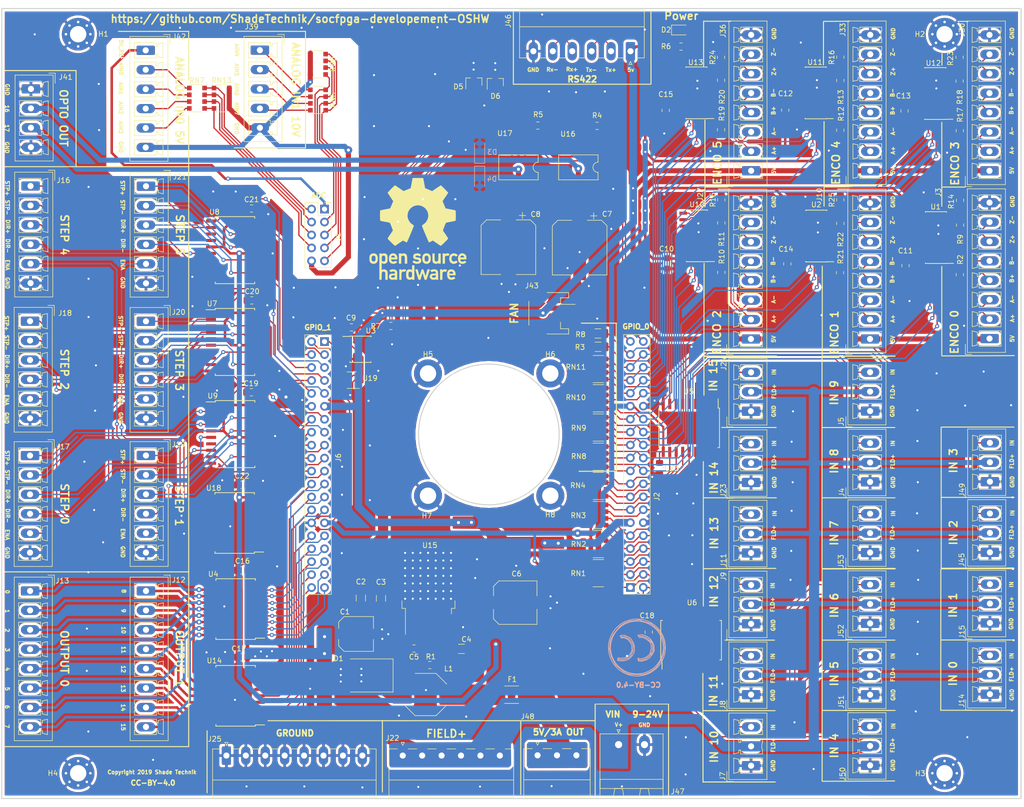
<source format=kicad_pcb>
(kicad_pcb (version 20171130) (host pcbnew 5.1.4-e60b266~84~ubuntu18.04.1)
  (layers (0 F.Cu signal) (31 B.Cu signal) (34 B.Paste user) (35 F.Paste user) (36 B.SilkS user) (37 F.SilkS user) (38 B.Mask user) (39 F.Mask user) (44 Edge.Cuts user))
  (net 0 "")
  (net 1 "Net-(U1-Pad4)")
  (net 2 "Net-(U1-Pad12)")
  (net 3 "Net-(U1-Pad13)")
  (net 4 "Net-(U1-Pad14)")
  (net 5 "Net-(U1-Pad15)")
  (net 6 "Net-(U2-Pad4)")
  (net 7 "Net-(U2-Pad12)")
  (net 8 "Net-(U2-Pad13)")
  (net 9 "Net-(U2-Pad14)")
  (net 10 "Net-(U2-Pad15)")
  (net 11 5v_ADC_REF)
  (net 12 AIN0)
  (net 13 AIN1)
  (net 14 AIN2)
  (net 15 AIN3)
  (net 16 AIN4)
  (net 17 AIN5)
  (net 18 AIN6)
  (net 19 AIN7)
  (net 20 DGND)
  (net 21 3.3v)
  (net 22 GPIO_IN_15)
  (net 23 GPIO_IN_7)
  (net 24 GPIO_IN_14)
  (net 25 GPIO_IN_6)
  (net 26 GPIO_IN_13)
  (net 27 GPIO_IN_5)
  (net 28 GPIO_IN_12)
  (net 29 GPIO_IN_4)
  (net 30 GPIO_IN_11)
  (net 31 GPIO_IN_3)
  (net 32 GPIO_IN_10)
  (net 33 GPIO_IN_2)
  (net 34 GPIO_IN_9)
  (net 35 GPIO_IN_1)
  (net 36 GPIO_IN_8)
  (net 37 GPIO_IN_0)
  (net 38 5v)
  (net 39 ENC1_B)
  (net 40 ENC1_A)
  (net 41 ENC1_Z)
  (net 42 ENC0_B)
  (net 43 ENC0_A)
  (net 44 ENC0_Z)
  (net 45 STEP0)
  (net 46 DIR0)
  (net 47 STEP1)
  (net 48 DIR1)
  (net 49 STEP2)
  (net 50 DIR2)
  (net 51 STEP3)
  (net 52 DIR3)
  (net 53 STEP4)
  (net 54 DIR4)
  (net 55 STEP5)
  (net 56 DIR5)
  (net 57 GPIO_OUT_0)
  (net 58 GPIO_OUT_8)
  (net 59 GPIO_OUT_1)
  (net 60 GPIO_OUT_9)
  (net 61 GPIO_OUT_2)
  (net 62 GPIO_OUT_10)
  (net 63 GPIO_OUT_3)
  (net 64 GPIO_OUT_11)
  (net 65 GPIO_OUT_4)
  (net 66 GPIO_OUT_12)
  (net 67 GPIO_OUT_5)
  (net 68 GPIO_OUT_13)
  (net 69 GPIO_OUT_6)
  (net 70 GPIO_OUT_14)
  (net 71 GPIO_OUT_7)
  (net 72 GPIO_OUT_15)
  (net 73 ENC0_CHAN_B+)
  (net 74 ENC0_CHAN_A+)
  (net 75 ENC0_CHAN_A-)
  (net 76 ENC0_CHAN_B-)
  (net 77 ENC0_CHAN_Z+)
  (net 78 ENC0_CHAN_Z-)
  (net 79 ENC1_CHAN_B+)
  (net 80 ENC1_CHAN_A+)
  (net 81 ENC1_CHAN_Z-)
  (net 82 ENC1_CHAN_Z+)
  (net 83 ENC1_CHAN_B-)
  (net 84 ENC1_CHAN_A-)
  (net 85 "Net-(J14-Pad3)")
  (net 86 "Net-(J15-Pad3)")
  (net 87 FieldV+)
  (net 88 STEP_CHAN2+)
  (net 89 STEP_CHAN2-)
  (net 90 DIR_CHAN2-)
  (net 91 DIR_CHAN2+)
  (net 92 DIR_CHAN3+)
  (net 93 DIR_CHAN3-)
  (net 94 STEP_CHAN3-)
  (net 95 STEP_CHAN3+)
  (net 96 STEP_CHAN4+)
  (net 97 STEP_CHAN4-)
  (net 98 DIR_CHAN4-)
  (net 99 DIR_CHAN4+)
  (net 100 DIR_CHAN5+)
  (net 101 DIR_CHAN5-)
  (net 102 STEP_CHAN5-)
  (net 103 STEP_CHAN5+)
  (net 104 STEP_CHAN1+)
  (net 105 STEP_CHAN1-)
  (net 106 DIR_CHAN1-)
  (net 107 DIR_CHAN1+)
  (net 108 DIR_CHAN0+)
  (net 109 DIR_CHAN0-)
  (net 110 STEP_CHAN0-)
  (net 111 STEP_CHAN0+)
  (net 112 ENC5_B)
  (net 113 ENC5_A)
  (net 114 ENC5_Z)
  (net 115 ENC4_B)
  (net 116 ENC4_A)
  (net 117 ENC4_Z)
  (net 118 ENC3_B)
  (net 119 ENC3_A)
  (net 120 ENC3_Z)
  (net 121 ENC2_B)
  (net 122 ENC2_A)
  (net 123 ENC2_Z)
  (net 124 ENC2_CHAN_B+)
  (net 125 ENC4_CHAN_B+)
  (net 126 ENC2_CHAN_A+)
  (net 127 ENC4_CHAN_A+)
  (net 128 ENC2_CHAN_Z-)
  (net 129 ENC2_CHAN_Z+)
  (net 130 ENC2_CHAN_B-)
  (net 131 ENC2_CHAN_A-)
  (net 132 ENC4_CHAN_Z+)
  (net 133 ENC3_CHAN_A+)
  (net 134 ENC3_CHAN_A-)
  (net 135 ENC3_CHAN_B+)
  (net 136 ENC3_CHAN_B-)
  (net 137 ENC3_CHAN_Z+)
  (net 138 ENC3_CHAN_Z-)
  (net 139 ENC5_CHAN_B+)
  (net 140 ENC4_CHAN_Z-)
  (net 141 ENC4_CHAN_B-)
  (net 142 ENC4_CHAN_A-)
  (net 143 ENC5_CHAN_A+)
  (net 144 ENC5_CHAN_A-)
  (net 145 ENC5_CHAN_B-)
  (net 146 ENC5_CHAN_Z+)
  (net 147 ENC5_CHAN_Z-)
  (net 148 "Net-(U10-Pad15)")
  (net 149 "Net-(U10-Pad14)")
  (net 150 "Net-(U10-Pad13)")
  (net 151 "Net-(U10-Pad12)")
  (net 152 "Net-(U10-Pad4)")
  (net 153 "Net-(U11-Pad4)")
  (net 154 "Net-(U11-Pad12)")
  (net 155 "Net-(U11-Pad13)")
  (net 156 "Net-(U11-Pad14)")
  (net 157 "Net-(U11-Pad15)")
  (net 158 "Net-(U12-Pad15)")
  (net 159 "Net-(U12-Pad14)")
  (net 160 "Net-(U12-Pad13)")
  (net 161 "Net-(U12-Pad12)")
  (net 162 "Net-(U12-Pad4)")
  (net 163 "Net-(U13-Pad4)")
  (net 164 "Net-(U13-Pad12)")
  (net 165 "Net-(U13-Pad13)")
  (net 166 "Net-(U13-Pad14)")
  (net 167 "Net-(U13-Pad15)")
  (net 168 "Net-(C5-Pad2)")
  (net 169 "Net-(C5-Pad1)")
  (net 170 "Net-(R1-Pad1)")
  (net 171 "Net-(C4-Pad1)")
  (net 172 "Net-(U16-Pad3)")
  (net 173 "Net-(R4-Pad1)")
  (net 174 "Net-(R5-Pad1)")
  (net 175 "Net-(U17-Pad3)")
  (net 176 "Net-(F1-Pad1)")
  (net 177 S-D_ENA_0)
  (net 178 S-D_ENA_3)
  (net 179 S-D_ENA_1)
  (net 180 S-D_ENA_5)
  (net 181 S-D_ENA_2)
  (net 182 S-D_ENA_4)
  (net 183 STEP_ENA_4)
  (net 184 STEP_ENA_0)
  (net 185 STEP_ENA_2)
  (net 186 STEP_ENA_1)
  (net 187 STEP_ENA_3)
  (net 188 STEP_ENA_5)
  (net 189 "Net-(U7-Pad3)")
  (net 190 "Net-(U7-Pad7)")
  (net 191 "Net-(U7-Pad13)")
  (net 192 "Net-(U7-Pad17)")
  (net 193 "Net-(U8-Pad3)")
  (net 194 "Net-(U8-Pad7)")
  (net 195 "Net-(U8-Pad13)")
  (net 196 "Net-(U8-Pad17)")
  (net 197 "Net-(U9-Pad17)")
  (net 198 "Net-(U9-Pad13)")
  (net 199 "Net-(U9-Pad7)")
  (net 200 "Net-(U9-Pad3)")
  (net 201 "Net-(U18-Pad7)")
  (net 202 "Net-(U18-Pad8)")
  (net 203 "Net-(U18-Pad11)")
  (net 204 "Net-(U18-Pad12)")
  (net 205 "Net-(J45-Pad3)")
  (net 206 "Net-(D2-Pad2)")
  (net 207 "Net-(J39-Pad1)")
  (net 208 "Net-(J39-Pad2)")
  (net 209 "Net-(J39-Pad3)")
  (net 210 "Net-(J39-Pad4)")
  (net 211 "Net-(J42-Pad2)")
  (net 212 "Net-(J42-Pad3)")
  (net 213 "Net-(J42-Pad4)")
  (net 214 "Net-(J42-Pad5)")
  (net 215 Rx)
  (net 216 Tx)
  (net 217 "/RS422 Interface/Rx+")
  (net 218 "/RS422 Interface/Rx-")
  (net 219 "/RS422 Interface/Tx-")
  (net 220 "/RS422 Interface/Tx+")
  (net 221 "Net-(J49-Pad3)")
  (net 222 "Net-(J50-Pad3)")
  (net 223 "Net-(J51-Pad3)")
  (net 224 "Net-(J52-Pad3)")
  (net 225 "Net-(J53-Pad3)")
  (net 226 "/Output Interface/16")
  (net 227 "/Output Interface/17")
  (net 228 "/Output Interface/8")
  (net 229 "/Output Interface/9")
  (net 230 "/Output Interface/10")
  (net 231 "/Output Interface/11")
  (net 232 "/Output Interface/12")
  (net 233 "/Output Interface/13")
  (net 234 "/Output Interface/14")
  (net 235 "/Output Interface/15")
  (net 236 "/Output Interface/7")
  (net 237 "/Output Interface/6")
  (net 238 "/Output Interface/5")
  (net 239 "/Output Interface/4")
  (net 240 "/Output Interface/3")
  (net 241 "/Output Interface/2")
  (net 242 "/Output Interface/1")
  (net 243 "/Output Interface/0")
  (net 244 GPIO_OUT_16)
  (net 245 GPIO_OUT_17)
  (net 246 AGND)
  (net 247 "Net-(U19-Pad3)")
  (net 248 "Net-(U19-Pad1)")
  (net 249 "Net-(J4-Pad3)")
  (net 250 "Net-(J5-Pad3)")
  (net 251 "Net-(J7-Pad3)")
  (net 252 "Net-(J8-Pad3)")
  (net 253 "Net-(J9-Pad3)")
  (net 254 "Net-(J11-Pad3)")
  (net 255 "Net-(J23-Pad3)")
  (net 256 "Net-(J24-Pad3)")
  (module Symbol:Symbol_CreativeCommons_SilkScreenTop_Type2_Big (layer B.Cu) (at 151.8 142.15 180)
    (fp_text reference REF** hide)
    (fp_text value Symbol_CreativeCommons_SilkScreenTop_Type2_Big)
  )
  (module Symbol:OSHW-Logo_19x20mm_SilkScreen (layer F.Cu) (at 108.8 60)
    (fp_text reference REF** hide)
    (fp_text value OSHW-Logo_19x20mm_SilkScreen hide)
  )
  (module Connector_Phoenix_MSTB:PhoenixContact_MSTBA_2,5_2-G-5,08_1x02_P5.08mm_Horizontal (layer F.Cu) (at 148.2 161.2)
    (fp_text reference J47 (at 11.6 9.2) (layer F.SilkS))
    (fp_text value Conn_VIN)
    (pad 1 thru_hole roundrect (at 0 0) (size 2.08 3.6) (drill 1.4) (layers *.Cu *.Mask) (roundrect_rratio 0.12) (net 87 FieldV+))
    (pad 2 thru_hole oval (at 5.08 0) (size 2.08 3.6) (drill 1.4) (layers *.Cu *.Mask) (net 20 DGND))
  )
  (module Connector_Phoenix_MC:PhoenixContact_MCV_1,5_8-G-3.81_1x08_P3.81mm_Vertical (layer F.Cu) (at 220.98226 81.52892 90)
    (fp_text reference J3 (at 28.67892 -10.03226 90) (layer F.SilkS))
    (fp_text value ENC0_IN)
    (pad 1 thru_hole roundrect (at 0 0 90) (size 1.8 3.6) (drill 1.2) (layers *.Cu *.Mask) (roundrect_rratio 0.138889) (net 38 5v))
    (pad 2 thru_hole oval (at 3.81 0 90) (size 1.8 3.6) (drill 1.2) (layers *.Cu *.Mask) (net 74 ENC0_CHAN_A+))
    (pad 3 thru_hole oval (at 7.62 0 90) (size 1.8 3.6) (drill 1.2) (layers *.Cu *.Mask) (net 75 ENC0_CHAN_A-))
    (pad 4 thru_hole oval (at 11.43 0 90) (size 1.8 3.6) (drill 1.2) (layers *.Cu *.Mask) (net 73 ENC0_CHAN_B+))
    (pad 5 thru_hole oval (at 15.24 0 90) (size 1.8 3.6) (drill 1.2) (layers *.Cu *.Mask) (net 76 ENC0_CHAN_B-))
    (pad 6 thru_hole oval (at 19.05 0 90) (size 1.8 3.6) (drill 1.2) (layers *.Cu *.Mask) (net 77 ENC0_CHAN_Z+))
    (pad 7 thru_hole oval (at 22.86 0 90) (size 1.8 3.6) (drill 1.2) (layers *.Cu *.Mask) (net 78 ENC0_CHAN_Z-))
    (pad 8 thru_hole oval (at 26.67 0 90) (size 1.8 3.6) (drill 1.2) (layers *.Cu *.Mask) (net 20 DGND))
  )
  (module Connector_Phoenix_MC:PhoenixContact_MCV_1,5_8-G-3.81_1x08_P3.81mm_Vertical (layer F.Cu) (at 197.5279 81.6102 90)
    (fp_text reference J10 (at 28.3102 -9.9279 90) (layer F.SilkS))
    (fp_text value ENC1_IN)
    (pad 8 thru_hole oval (at 26.67 0 90) (size 1.8 3.6) (drill 1.2) (layers *.Cu *.Mask) (net 20 DGND))
    (pad 7 thru_hole oval (at 22.86 0 90) (size 1.8 3.6) (drill 1.2) (layers *.Cu *.Mask) (net 81 ENC1_CHAN_Z-))
    (pad 6 thru_hole oval (at 19.05 0 90) (size 1.8 3.6) (drill 1.2) (layers *.Cu *.Mask) (net 82 ENC1_CHAN_Z+))
    (pad 5 thru_hole oval (at 15.24 0 90) (size 1.8 3.6) (drill 1.2) (layers *.Cu *.Mask) (net 83 ENC1_CHAN_B-))
    (pad 4 thru_hole oval (at 11.43 0 90) (size 1.8 3.6) (drill 1.2) (layers *.Cu *.Mask) (net 79 ENC1_CHAN_B+))
    (pad 3 thru_hole oval (at 7.62 0 90) (size 1.8 3.6) (drill 1.2) (layers *.Cu *.Mask) (net 84 ENC1_CHAN_A-))
    (pad 2 thru_hole oval (at 3.81 0 90) (size 1.8 3.6) (drill 1.2) (layers *.Cu *.Mask) (net 80 ENC1_CHAN_A+))
    (pad 1 thru_hole roundrect (at 0 0 90) (size 1.8 3.6) (drill 1.2) (layers *.Cu *.Mask) (roundrect_rratio 0.138889) (net 38 5v))
  )
  (module Package_SO:SOIC-16_3.9x9.9mm_P1.27mm (layer F.Cu) (at 186.9869 61.40958 180)
    (fp_text reference U2 (at 0 6.1595 180) (layer F.SilkS))
    (fp_text value AM26LS32)
    (pad 1 smd rect (at -2.7 -4.445 180) (size 1.5 0.6) (layers F.Cu F.Paste F.Mask) (net 84 ENC1_CHAN_A-))
    (pad 2 smd rect (at -2.7 -3.175 180) (size 1.5 0.6) (layers F.Cu F.Paste F.Mask) (net 80 ENC1_CHAN_A+))
    (pad 3 smd rect (at -2.7 -1.905 180) (size 1.5 0.6) (layers F.Cu F.Paste F.Mask) (net 40 ENC1_A))
    (pad 4 smd rect (at -2.7 -0.635 180) (size 1.5 0.6) (layers F.Cu F.Paste F.Mask) (net 6 "Net-(U2-Pad4)"))
    (pad 5 smd rect (at -2.7 0.635 180) (size 1.5 0.6) (layers F.Cu F.Paste F.Mask) (net 39 ENC1_B))
    (pad 6 smd rect (at -2.7 1.905 180) (size 1.5 0.6) (layers F.Cu F.Paste F.Mask) (net 79 ENC1_CHAN_B+))
    (pad 7 smd rect (at -2.7 3.175 180) (size 1.5 0.6) (layers F.Cu F.Paste F.Mask) (net 83 ENC1_CHAN_B-))
    (pad 8 smd rect (at -2.7 4.445 180) (size 1.5 0.6) (layers F.Cu F.Paste F.Mask) (net 20 DGND))
    (pad 9 smd rect (at 2.7 4.445 180) (size 1.5 0.6) (layers F.Cu F.Paste F.Mask) (net 81 ENC1_CHAN_Z-))
    (pad 10 smd rect (at 2.7 3.175 180) (size 1.5 0.6) (layers F.Cu F.Paste F.Mask) (net 82 ENC1_CHAN_Z+))
    (pad 11 smd rect (at 2.7 1.905 180) (size 1.5 0.6) (layers F.Cu F.Paste F.Mask) (net 41 ENC1_Z))
    (pad 12 smd rect (at 2.7 0.635 180) (size 1.5 0.6) (layers F.Cu F.Paste F.Mask) (net 7 "Net-(U2-Pad12)"))
    (pad 13 smd rect (at 2.7 -0.635 180) (size 1.5 0.6) (layers F.Cu F.Paste F.Mask) (net 8 "Net-(U2-Pad13)"))
    (pad 14 smd rect (at 2.7 -1.905 180) (size 1.5 0.6) (layers F.Cu F.Paste F.Mask) (net 9 "Net-(U2-Pad14)"))
    (pad 15 smd rect (at 2.7 -3.175 180) (size 1.5 0.6) (layers F.Cu F.Paste F.Mask) (net 10 "Net-(U2-Pad15)"))
    (pad 16 smd rect (at 2.7 -4.445 180) (size 1.5 0.6) (layers F.Cu F.Paste F.Mask) (net 21 3.3v))
  )
  (module Package_SO:SOIC-16_3.9x9.9mm_P1.27mm (layer F.Cu) (at 210.46666 61.71946 180)
    (fp_text reference U1 (at 0.0635 6.0325 180) (layer F.SilkS))
    (fp_text value AM26LS32)
    (pad 16 smd rect (at 2.7 -4.445 180) (size 1.5 0.6) (layers F.Cu F.Paste F.Mask) (net 21 3.3v))
    (pad 15 smd rect (at 2.7 -3.175 180) (size 1.5 0.6) (layers F.Cu F.Paste F.Mask) (net 5 "Net-(U1-Pad15)"))
    (pad 14 smd rect (at 2.7 -1.905 180) (size 1.5 0.6) (layers F.Cu F.Paste F.Mask) (net 4 "Net-(U1-Pad14)"))
    (pad 13 smd rect (at 2.7 -0.635 180) (size 1.5 0.6) (layers F.Cu F.Paste F.Mask) (net 3 "Net-(U1-Pad13)"))
    (pad 12 smd rect (at 2.7 0.635 180) (size 1.5 0.6) (layers F.Cu F.Paste F.Mask) (net 2 "Net-(U1-Pad12)"))
    (pad 11 smd rect (at 2.7 1.905 180) (size 1.5 0.6) (layers F.Cu F.Paste F.Mask) (net 44 ENC0_Z))
    (pad 10 smd rect (at 2.7 3.175 180) (size 1.5 0.6) (layers F.Cu F.Paste F.Mask) (net 77 ENC0_CHAN_Z+))
    (pad 9 smd rect (at 2.7 4.445 180) (size 1.5 0.6) (layers F.Cu F.Paste F.Mask) (net 78 ENC0_CHAN_Z-))
    (pad 8 smd rect (at -2.7 4.445 180) (size 1.5 0.6) (layers F.Cu F.Paste F.Mask) (net 20 DGND))
    (pad 7 smd rect (at -2.7 3.175 180) (size 1.5 0.6) (layers F.Cu F.Paste F.Mask) (net 76 ENC0_CHAN_B-))
    (pad 6 smd rect (at -2.7 1.905 180) (size 1.5 0.6) (layers F.Cu F.Paste F.Mask) (net 73 ENC0_CHAN_B+))
    (pad 5 smd rect (at -2.7 0.635 180) (size 1.5 0.6) (layers F.Cu F.Paste F.Mask) (net 42 ENC0_B))
    (pad 4 smd rect (at -2.7 -0.635 180) (size 1.5 0.6) (layers F.Cu F.Paste F.Mask) (net 1 "Net-(U1-Pad4)"))
    (pad 3 smd rect (at -2.7 -1.905 180) (size 1.5 0.6) (layers F.Cu F.Paste F.Mask) (net 43 ENC0_A))
    (pad 2 smd rect (at -2.7 -3.175 180) (size 1.5 0.6) (layers F.Cu F.Paste F.Mask) (net 74 ENC0_CHAN_A+))
    (pad 1 smd rect (at -2.7 -4.445 180) (size 1.5 0.6) (layers F.Cu F.Paste F.Mask) (net 75 ENC0_CHAN_A-))
  )
  (module Package_SO:SOIC-16_3.9x9.9mm_P1.27mm (layer F.Cu) (at 163.57318 61.37402 180)
    (fp_text reference U10 (at 0 6.1595 180) (layer F.SilkS))
    (fp_text value AM26LS32)
    (pad 1 smd rect (at -2.7 -4.445 180) (size 1.5 0.6) (layers F.Cu F.Paste F.Mask) (net 131 ENC2_CHAN_A-))
    (pad 2 smd rect (at -2.7 -3.175 180) (size 1.5 0.6) (layers F.Cu F.Paste F.Mask) (net 126 ENC2_CHAN_A+))
    (pad 3 smd rect (at -2.7 -1.905 180) (size 1.5 0.6) (layers F.Cu F.Paste F.Mask) (net 122 ENC2_A))
    (pad 4 smd rect (at -2.7 -0.635 180) (size 1.5 0.6) (layers F.Cu F.Paste F.Mask) (net 152 "Net-(U10-Pad4)"))
    (pad 5 smd rect (at -2.7 0.635 180) (size 1.5 0.6) (layers F.Cu F.Paste F.Mask) (net 121 ENC2_B))
    (pad 6 smd rect (at -2.7 1.905 180) (size 1.5 0.6) (layers F.Cu F.Paste F.Mask) (net 124 ENC2_CHAN_B+))
    (pad 7 smd rect (at -2.7 3.175 180) (size 1.5 0.6) (layers F.Cu F.Paste F.Mask) (net 130 ENC2_CHAN_B-))
    (pad 8 smd rect (at -2.7 4.445 180) (size 1.5 0.6) (layers F.Cu F.Paste F.Mask) (net 20 DGND))
    (pad 9 smd rect (at 2.7 4.445 180) (size 1.5 0.6) (layers F.Cu F.Paste F.Mask) (net 128 ENC2_CHAN_Z-))
    (pad 10 smd rect (at 2.7 3.175 180) (size 1.5 0.6) (layers F.Cu F.Paste F.Mask) (net 129 ENC2_CHAN_Z+))
    (pad 11 smd rect (at 2.7 1.905 180) (size 1.5 0.6) (layers F.Cu F.Paste F.Mask) (net 123 ENC2_Z))
    (pad 12 smd rect (at 2.7 0.635 180) (size 1.5 0.6) (layers F.Cu F.Paste F.Mask) (net 151 "Net-(U10-Pad12)"))
    (pad 13 smd rect (at 2.7 -0.635 180) (size 1.5 0.6) (layers F.Cu F.Paste F.Mask) (net 150 "Net-(U10-Pad13)"))
    (pad 14 smd rect (at 2.7 -1.905 180) (size 1.5 0.6) (layers F.Cu F.Paste F.Mask) (net 149 "Net-(U10-Pad14)"))
    (pad 15 smd rect (at 2.7 -3.175 180) (size 1.5 0.6) (layers F.Cu F.Paste F.Mask) (net 148 "Net-(U10-Pad15)"))
    (pad 16 smd rect (at 2.7 -4.445 180) (size 1.5 0.6) (layers F.Cu F.Paste F.Mask) (net 21 3.3v))
  )
  (module Connector_Phoenix_MC:PhoenixContact_MCV_1,5_8-G-3.81_1x08_P3.81mm_Vertical (layer F.Cu) (at 174.1599 81.6102 90)
    (fp_text reference J27 (at 28.3602 -9.9099 90) (layer F.SilkS))
    (fp_text value ENC2_IN)
    (pad 8 thru_hole oval (at 26.67 0 90) (size 1.8 3.6) (drill 1.2) (layers *.Cu *.Mask) (net 20 DGND))
    (pad 7 thru_hole oval (at 22.86 0 90) (size 1.8 3.6) (drill 1.2) (layers *.Cu *.Mask) (net 128 ENC2_CHAN_Z-))
    (pad 6 thru_hole oval (at 19.05 0 90) (size 1.8 3.6) (drill 1.2) (layers *.Cu *.Mask) (net 129 ENC2_CHAN_Z+))
    (pad 5 thru_hole oval (at 15.24 0 90) (size 1.8 3.6) (drill 1.2) (layers *.Cu *.Mask) (net 130 ENC2_CHAN_B-))
    (pad 4 thru_hole oval (at 11.43 0 90) (size 1.8 3.6) (drill 1.2) (layers *.Cu *.Mask) (net 124 ENC2_CHAN_B+))
    (pad 3 thru_hole oval (at 7.62 0 90) (size 1.8 3.6) (drill 1.2) (layers *.Cu *.Mask) (net 131 ENC2_CHAN_A-))
    (pad 2 thru_hole oval (at 3.81 0 90) (size 1.8 3.6) (drill 1.2) (layers *.Cu *.Mask) (net 126 ENC2_CHAN_A+))
    (pad 1 thru_hole roundrect (at 0 0 90) (size 1.8 3.6) (drill 1.2) (layers *.Cu *.Mask) (roundrect_rratio 0.138889) (net 38 5v))
  )
  (module Connector_Phoenix_MC:PhoenixContact_MCV_1,5_8-G-3.81_1x08_P3.81mm_Vertical (layer F.Cu) (at 174.20816 48.60544 90)
    (fp_text reference J36 (at 27.432 -5.5245 90) (layer F.SilkS))
    (fp_text value ENC5_IN)
    (pad 1 thru_hole roundrect (at 0 0 90) (size 1.8 3.6) (drill 1.2) (layers *.Cu *.Mask) (roundrect_rratio 0.138889) (net 38 5v))
    (pad 2 thru_hole oval (at 3.81 0 90) (size 1.8 3.6) (drill 1.2) (layers *.Cu *.Mask) (net 143 ENC5_CHAN_A+))
    (pad 3 thru_hole oval (at 7.62 0 90) (size 1.8 3.6) (drill 1.2) (layers *.Cu *.Mask) (net 144 ENC5_CHAN_A-))
    (pad 4 thru_hole oval (at 11.43 0 90) (size 1.8 3.6) (drill 1.2) (layers *.Cu *.Mask) (net 139 ENC5_CHAN_B+))
    (pad 5 thru_hole oval (at 15.24 0 90) (size 1.8 3.6) (drill 1.2) (layers *.Cu *.Mask) (net 145 ENC5_CHAN_B-))
    (pad 6 thru_hole oval (at 19.05 0 90) (size 1.8 3.6) (drill 1.2) (layers *.Cu *.Mask) (net 146 ENC5_CHAN_Z+))
    (pad 7 thru_hole oval (at 22.86 0 90) (size 1.8 3.6) (drill 1.2) (layers *.Cu *.Mask) (net 147 ENC5_CHAN_Z-))
    (pad 8 thru_hole oval (at 26.67 0 90) (size 1.8 3.6) (drill 1.2) (layers *.Cu *.Mask) (net 20 DGND))
  )
  (module Package_SO:SOIC-16_3.9x9.9mm_P1.27mm (layer F.Cu) (at 163.45888 33.31972 180)
    (fp_text reference U13 (at 0.127 5.969 180) (layer F.SilkS))
    (fp_text value AM26LS32)
    (pad 16 smd rect (at 2.7 -4.445 180) (size 1.5 0.6) (layers F.Cu F.Paste F.Mask) (net 21 3.3v))
    (pad 15 smd rect (at 2.7 -3.175 180) (size 1.5 0.6) (layers F.Cu F.Paste F.Mask) (net 167 "Net-(U13-Pad15)"))
    (pad 14 smd rect (at 2.7 -1.905 180) (size 1.5 0.6) (layers F.Cu F.Paste F.Mask) (net 166 "Net-(U13-Pad14)"))
    (pad 13 smd rect (at 2.7 -0.635 180) (size 1.5 0.6) (layers F.Cu F.Paste F.Mask) (net 165 "Net-(U13-Pad13)"))
    (pad 12 smd rect (at 2.7 0.635 180) (size 1.5 0.6) (layers F.Cu F.Paste F.Mask) (net 164 "Net-(U13-Pad12)"))
    (pad 11 smd rect (at 2.7 1.905 180) (size 1.5 0.6) (layers F.Cu F.Paste F.Mask) (net 114 ENC5_Z))
    (pad 10 smd rect (at 2.7 3.175 180) (size 1.5 0.6) (layers F.Cu F.Paste F.Mask) (net 146 ENC5_CHAN_Z+))
    (pad 9 smd rect (at 2.7 4.445 180) (size 1.5 0.6) (layers F.Cu F.Paste F.Mask) (net 147 ENC5_CHAN_Z-))
    (pad 8 smd rect (at -2.7 4.445 180) (size 1.5 0.6) (layers F.Cu F.Paste F.Mask) (net 20 DGND))
    (pad 7 smd rect (at -2.7 3.175 180) (size 1.5 0.6) (layers F.Cu F.Paste F.Mask) (net 145 ENC5_CHAN_B-))
    (pad 6 smd rect (at -2.7 1.905 180) (size 1.5 0.6) (layers F.Cu F.Paste F.Mask) (net 139 ENC5_CHAN_B+))
    (pad 5 smd rect (at -2.7 0.635 180) (size 1.5 0.6) (layers F.Cu F.Paste F.Mask) (net 112 ENC5_B))
    (pad 4 smd rect (at -2.7 -0.635 180) (size 1.5 0.6) (layers F.Cu F.Paste F.Mask) (net 163 "Net-(U13-Pad4)"))
    (pad 3 smd rect (at -2.7 -1.905 180) (size 1.5 0.6) (layers F.Cu F.Paste F.Mask) (net 113 ENC5_A))
    (pad 2 smd rect (at -2.7 -3.175 180) (size 1.5 0.6) (layers F.Cu F.Paste F.Mask) (net 143 ENC5_CHAN_A+))
    (pad 1 smd rect (at -2.7 -4.445 180) (size 1.5 0.6) (layers F.Cu F.Paste F.Mask) (net 144 ENC5_CHAN_A-))
  )
  (module Connector_Phoenix_MC:PhoenixContact_MCV_1,5_8-G-3.81_1x08_P3.81mm_Vertical (layer F.Cu) (at 220.96956 48.6156 90)
    (fp_text reference J30 (at 27.686 -5.3975 90) (layer F.SilkS))
    (fp_text value ENC3_IN)
    (pad 8 thru_hole oval (at 26.67 0 90) (size 1.8 3.6) (drill 1.2) (layers *.Cu *.Mask) (net 20 DGND))
    (pad 7 thru_hole oval (at 22.86 0 90) (size 1.8 3.6) (drill 1.2) (layers *.Cu *.Mask) (net 138 ENC3_CHAN_Z-))
    (pad 6 thru_hole oval (at 19.05 0 90) (size 1.8 3.6) (drill 1.2) (layers *.Cu *.Mask) (net 137 ENC3_CHAN_Z+))
    (pad 5 thru_hole oval (at 15.24 0 90) (size 1.8 3.6) (drill 1.2) (layers *.Cu *.Mask) (net 136 ENC3_CHAN_B-))
    (pad 4 thru_hole oval (at 11.43 0 90) (size 1.8 3.6) (drill 1.2) (layers *.Cu *.Mask) (net 135 ENC3_CHAN_B+))
    (pad 3 thru_hole oval (at 7.62 0 90) (size 1.8 3.6) (drill 1.2) (layers *.Cu *.Mask) (net 134 ENC3_CHAN_A-))
    (pad 2 thru_hole oval (at 3.81 0 90) (size 1.8 3.6) (drill 1.2) (layers *.Cu *.Mask) (net 133 ENC3_CHAN_A+))
    (pad 1 thru_hole roundrect (at 0 0 90) (size 1.8 3.6) (drill 1.2) (layers *.Cu *.Mask) (roundrect_rratio 0.138889) (net 38 5v))
  )
  (module Package_SO:SOIC-16_3.9x9.9mm_P1.27mm (layer F.Cu) (at 210.3422 33.4518 180)
    (fp_text reference U12 (at 0.381 5.969 180) (layer F.SilkS))
    (fp_text value AM26LS32)
    (pad 1 smd rect (at -2.7 -4.445 180) (size 1.5 0.6) (layers F.Cu F.Paste F.Mask) (net 134 ENC3_CHAN_A-))
    (pad 2 smd rect (at -2.7 -3.175 180) (size 1.5 0.6) (layers F.Cu F.Paste F.Mask) (net 133 ENC3_CHAN_A+))
    (pad 3 smd rect (at -2.7 -1.905 180) (size 1.5 0.6) (layers F.Cu F.Paste F.Mask) (net 119 ENC3_A))
    (pad 4 smd rect (at -2.7 -0.635 180) (size 1.5 0.6) (layers F.Cu F.Paste F.Mask) (net 162 "Net-(U12-Pad4)"))
    (pad 5 smd rect (at -2.7 0.635 180) (size 1.5 0.6) (layers F.Cu F.Paste F.Mask) (net 118 ENC3_B))
    (pad 6 smd rect (at -2.7 1.905 180) (size 1.5 0.6) (layers F.Cu F.Paste F.Mask) (net 135 ENC3_CHAN_B+))
    (pad 7 smd rect (at -2.7 3.175 180) (size 1.5 0.6) (layers F.Cu F.Paste F.Mask) (net 136 ENC3_CHAN_B-))
    (pad 8 smd rect (at -2.7 4.445 180) (size 1.5 0.6) (layers F.Cu F.Paste F.Mask) (net 20 DGND))
    (pad 9 smd rect (at 2.7 4.445 180) (size 1.5 0.6) (layers F.Cu F.Paste F.Mask) (net 138 ENC3_CHAN_Z-))
    (pad 10 smd rect (at 2.7 3.175 180) (size 1.5 0.6) (layers F.Cu F.Paste F.Mask) (net 137 ENC3_CHAN_Z+))
    (pad 11 smd rect (at 2.7 1.905 180) (size 1.5 0.6) (layers F.Cu F.Paste F.Mask) (net 120 ENC3_Z))
    (pad 12 smd rect (at 2.7 0.635 180) (size 1.5 0.6) (layers F.Cu F.Paste F.Mask) (net 161 "Net-(U12-Pad12)"))
    (pad 13 smd rect (at 2.7 -0.635 180) (size 1.5 0.6) (layers F.Cu F.Paste F.Mask) (net 160 "Net-(U12-Pad13)"))
    (pad 14 smd rect (at 2.7 -1.905 180) (size 1.5 0.6) (layers F.Cu F.Paste F.Mask) (net 159 "Net-(U12-Pad14)"))
    (pad 15 smd rect (at 2.7 -3.175 180) (size 1.5 0.6) (layers F.Cu F.Paste F.Mask) (net 158 "Net-(U12-Pad15)"))
    (pad 16 smd rect (at 2.7 -4.445 180) (size 1.5 0.6) (layers F.Cu F.Paste F.Mask) (net 21 3.3v))
  )
  (module Package_SO:SOIC-16_3.9x9.9mm_P1.27mm (layer F.Cu) (at 186.86752 33.33242 180)
    (fp_text reference U11 (at 0.127 6.0325 180) (layer F.SilkS))
    (fp_text value AM26LS32)
    (pad 16 smd rect (at 2.7 -4.445 180) (size 1.5 0.6) (layers F.Cu F.Paste F.Mask) (net 21 3.3v))
    (pad 15 smd rect (at 2.7 -3.175 180) (size 1.5 0.6) (layers F.Cu F.Paste F.Mask) (net 157 "Net-(U11-Pad15)"))
    (pad 14 smd rect (at 2.7 -1.905 180) (size 1.5 0.6) (layers F.Cu F.Paste F.Mask) (net 156 "Net-(U11-Pad14)"))
    (pad 13 smd rect (at 2.7 -0.635 180) (size 1.5 0.6) (layers F.Cu F.Paste F.Mask) (net 155 "Net-(U11-Pad13)"))
    (pad 12 smd rect (at 2.7 0.635 180) (size 1.5 0.6) (layers F.Cu F.Paste F.Mask) (net 154 "Net-(U11-Pad12)"))
    (pad 11 smd rect (at 2.7 1.905 180) (size 1.5 0.6) (layers F.Cu F.Paste F.Mask) (net 117 ENC4_Z))
    (pad 10 smd rect (at 2.7 3.175 180) (size 1.5 0.6) (layers F.Cu F.Paste F.Mask) (net 132 ENC4_CHAN_Z+))
    (pad 9 smd rect (at 2.7 4.445 180) (size 1.5 0.6) (layers F.Cu F.Paste F.Mask) (net 140 ENC4_CHAN_Z-))
    (pad 8 smd rect (at -2.7 4.445 180) (size 1.5 0.6) (layers F.Cu F.Paste F.Mask) (net 20 DGND))
    (pad 7 smd rect (at -2.7 3.175 180) (size 1.5 0.6) (layers F.Cu F.Paste F.Mask) (net 141 ENC4_CHAN_B-))
    (pad 6 smd rect (at -2.7 1.905 180) (size 1.5 0.6) (layers F.Cu F.Paste F.Mask) (net 125 ENC4_CHAN_B+))
    (pad 5 smd rect (at -2.7 0.635 180) (size 1.5 0.6) (layers F.Cu F.Paste F.Mask) (net 115 ENC4_B))
    (pad 4 smd rect (at -2.7 -0.635 180) (size 1.5 0.6) (layers F.Cu F.Paste F.Mask) (net 153 "Net-(U11-Pad4)"))
    (pad 3 smd rect (at -2.7 -1.905 180) (size 1.5 0.6) (layers F.Cu F.Paste F.Mask) (net 116 ENC4_A))
    (pad 2 smd rect (at -2.7 -3.175 180) (size 1.5 0.6) (layers F.Cu F.Paste F.Mask) (net 127 ENC4_CHAN_A+))
    (pad 1 smd rect (at -2.7 -4.445 180) (size 1.5 0.6) (layers F.Cu F.Paste F.Mask) (net 142 ENC4_CHAN_A-))
  )
  (module Connector_Phoenix_MC:PhoenixContact_MCV_1,5_8-G-3.81_1x08_P3.81mm_Vertical (layer F.Cu) (at 197.57616 48.60544 90)
    (fp_text reference J33 (at 27.686 -5.3975 90) (layer F.SilkS))
    (fp_text value ENC4_IN)
    (pad 1 thru_hole roundrect (at 0 0 90) (size 1.8 3.6) (drill 1.2) (layers *.Cu *.Mask) (roundrect_rratio 0.138889) (net 38 5v))
    (pad 2 thru_hole oval (at 3.81 0 90) (size 1.8 3.6) (drill 1.2) (layers *.Cu *.Mask) (net 127 ENC4_CHAN_A+))
    (pad 3 thru_hole oval (at 7.62 0 90) (size 1.8 3.6) (drill 1.2) (layers *.Cu *.Mask) (net 142 ENC4_CHAN_A-))
    (pad 4 thru_hole oval (at 11.43 0 90) (size 1.8 3.6) (drill 1.2) (layers *.Cu *.Mask) (net 125 ENC4_CHAN_B+))
    (pad 5 thru_hole oval (at 15.24 0 90) (size 1.8 3.6) (drill 1.2) (layers *.Cu *.Mask) (net 141 ENC4_CHAN_B-))
    (pad 6 thru_hole oval (at 19.05 0 90) (size 1.8 3.6) (drill 1.2) (layers *.Cu *.Mask) (net 132 ENC4_CHAN_Z+))
    (pad 7 thru_hole oval (at 22.86 0 90) (size 1.8 3.6) (drill 1.2) (layers *.Cu *.Mask) (net 140 ENC4_CHAN_Z-))
    (pad 8 thru_hole oval (at 26.67 0 90) (size 1.8 3.6) (drill 1.2) (layers *.Cu *.Mask) (net 20 DGND))
  )
  (module MountingHole:MountingHole_3.2mm_M3_ISO14580_Pad (layer F.Cu) (at 134.802001 112.369001)
    (fp_text reference H8 (at -0.024801 3.708999) (layer F.SilkS))
    (fp_text value MountingHole_Pad)
    (pad 1 thru_hole circle (at 0 0) (size 5.5 5.5) (drill 3.2) (layers *.Cu *.Mask) (net 20 DGND))
  )
  (module MountingHole:MountingHole_3.2mm_M3_ISO14580_Pad (layer F.Cu) (at 110.802001 112.369001)
    (fp_text reference H7 (at -0.231001 3.912199) (layer F.SilkS))
    (fp_text value MountingHole_Pad)
    (pad 1 thru_hole circle (at 0 0) (size 5.5 5.5) (drill 3.2) (layers *.Cu *.Mask) (net 20 DGND))
  )
  (module MountingHole:MountingHole_3.2mm_M3_ISO14580_Pad (layer F.Cu) (at 134.802001 88.369001)
    (fp_text reference H6 (at 0 -3.75) (layer F.SilkS))
    (fp_text value MountingHole_Pad)
    (pad 1 thru_hole circle (at 0 0) (size 5.5 5.5) (drill 3.2) (layers *.Cu *.Mask) (net 20 DGND))
  )
  (module Connector_Phoenix_MC:PhoenixContact_MCV_1,5_6-G-3.81_1x06_P3.81mm_Vertical (layer F.Cu) (at 55.4609 78.1431 270)
    (fp_text reference J20 (at -1.8034 -6.41604 180) (layer F.SilkS))
    (fp_text value StepGen3)
    (pad 6 thru_hole oval (at 19.05 0 270) (size 1.8 3.6) (drill 1.2) (layers *.Cu *.Mask) (net 20 DGND))
    (pad 5 thru_hole oval (at 15.24 0 270) (size 1.8 3.6) (drill 1.2) (layers *.Cu *.Mask) (net 187 STEP_ENA_3))
    (pad 4 thru_hole oval (at 11.43 0 270) (size 1.8 3.6) (drill 1.2) (layers *.Cu *.Mask) (net 93 DIR_CHAN3-))
    (pad 3 thru_hole oval (at 7.62 0 270) (size 1.8 3.6) (drill 1.2) (layers *.Cu *.Mask) (net 92 DIR_CHAN3+))
    (pad 2 thru_hole oval (at 3.81 0 270) (size 1.8 3.6) (drill 1.2) (layers *.Cu *.Mask) (net 94 STEP_CHAN3-))
    (pad 1 thru_hole roundrect (at 0 0 270) (size 1.8 3.6) (drill 1.2) (layers *.Cu *.Mask) (roundrect_rratio 0.138889) (net 95 STEP_CHAN3+))
  )
  (module Connector_Phoenix_MC:PhoenixContact_MCV_1,5_6-G-3.81_1x06_P3.81mm_Vertical (layer F.Cu) (at 32.72 104.4829 270)
    (fp_text reference J17 (at -1.73482 -6.45188 180) (layer F.SilkS))
    (fp_text value StepGen0)
    (pad 6 thru_hole oval (at 19.05 0 270) (size 1.8 3.6) (drill 1.2) (layers *.Cu *.Mask) (net 20 DGND))
    (pad 5 thru_hole oval (at 15.24 0 270) (size 1.8 3.6) (drill 1.2) (layers *.Cu *.Mask) (net 184 STEP_ENA_0))
    (pad 4 thru_hole oval (at 11.43 0 270) (size 1.8 3.6) (drill 1.2) (layers *.Cu *.Mask) (net 109 DIR_CHAN0-))
    (pad 3 thru_hole oval (at 7.62 0 270) (size 1.8 3.6) (drill 1.2) (layers *.Cu *.Mask) (net 108 DIR_CHAN0+))
    (pad 2 thru_hole oval (at 3.81 0 270) (size 1.8 3.6) (drill 1.2) (layers *.Cu *.Mask) (net 110 STEP_CHAN0-))
    (pad 1 thru_hole roundrect (at 0 0 270) (size 1.8 3.6) (drill 1.2) (layers *.Cu *.Mask) (roundrect_rratio 0.138889) (net 111 STEP_CHAN0+))
  )
  (module Connector_PinSocket_2.54mm:PinSocket_2x20_P2.54mm_Vertical (layer F.Cu) (at 150.5077 130.3528 180)
    (fp_text reference J2 (at -5.1923 17.8028 90) (layer F.SilkS))
    (fp_text value DE0_GPIO_0)
    (pad 40 thru_hole oval (at -2.54 48.26 180) (size 1.7 1.7) (drill 1) (layers *.Cu *.Mask) (net 244 GPIO_OUT_16))
    (pad 39 thru_hole oval (at 0 48.26 180) (size 1.7 1.7) (drill 1) (layers *.Cu *.Mask) (net 245 GPIO_OUT_17))
    (pad 38 thru_hole oval (at -2.54 45.72 180) (size 1.7 1.7) (drill 1) (layers *.Cu *.Mask) (net 112 ENC5_B))
    (pad 37 thru_hole oval (at 0 45.72 180) (size 1.7 1.7) (drill 1) (layers *.Cu *.Mask) (net 114 ENC5_Z))
    (pad 36 thru_hole oval (at -2.54 43.18 180) (size 1.7 1.7) (drill 1) (layers *.Cu *.Mask) (net 117 ENC4_Z))
    (pad 35 thru_hole oval (at 0 43.18 180) (size 1.7 1.7) (drill 1) (layers *.Cu *.Mask) (net 113 ENC5_A))
    (pad 34 thru_hole oval (at -2.54 40.64 180) (size 1.7 1.7) (drill 1) (layers *.Cu *.Mask) (net 116 ENC4_A))
    (pad 33 thru_hole oval (at 0 40.64 180) (size 1.7 1.7) (drill 1) (layers *.Cu *.Mask) (net 115 ENC4_B))
    (pad 32 thru_hole oval (at -2.54 38.1 180) (size 1.7 1.7) (drill 1) (layers *.Cu *.Mask) (net 118 ENC3_B))
    (pad 31 thru_hole oval (at 0 38.1 180) (size 1.7 1.7) (drill 1) (layers *.Cu *.Mask) (net 120 ENC3_Z))
    (pad 30 thru_hole oval (at -2.54 35.56 180) (size 1.7 1.7) (drill 1) (layers *.Cu *.Mask) (net 20 DGND))
    (pad 29 thru_hole oval (at 0 35.56 180) (size 1.7 1.7) (drill 1) (layers *.Cu *.Mask) (net 21 3.3v))
    (pad 28 thru_hole oval (at -2.54 33.02 180) (size 1.7 1.7) (drill 1) (layers *.Cu *.Mask) (net 123 ENC2_Z))
    (pad 27 thru_hole oval (at 0 33.02 180) (size 1.7 1.7) (drill 1) (layers *.Cu *.Mask) (net 119 ENC3_A))
    (pad 26 thru_hole oval (at -2.54 30.48 180) (size 1.7 1.7) (drill 1) (layers *.Cu *.Mask) (net 122 ENC2_A))
    (pad 25 thru_hole oval (at 0 30.48 180) (size 1.7 1.7) (drill 1) (layers *.Cu *.Mask) (net 121 ENC2_B))
    (pad 24 thru_hole oval (at -2.54 27.94 180) (size 1.7 1.7) (drill 1) (layers *.Cu *.Mask) (net 39 ENC1_B))
    (pad 23 thru_hole oval (at 0 27.94 180) (size 1.7 1.7) (drill 1) (layers *.Cu *.Mask) (net 41 ENC1_Z))
    (pad 22 thru_hole oval (at -2.54 25.4 180) (size 1.7 1.7) (drill 1) (layers *.Cu *.Mask) (net 44 ENC0_Z))
    (pad 21 thru_hole oval (at 0 25.4 180) (size 1.7 1.7) (drill 1) (layers *.Cu *.Mask) (net 40 ENC1_A))
    (pad 20 thru_hole oval (at -2.54 22.86 180) (size 1.7 1.7) (drill 1) (layers *.Cu *.Mask) (net 43 ENC0_A))
    (pad 19 thru_hole oval (at 0 22.86 180) (size 1.7 1.7) (drill 1) (layers *.Cu *.Mask) (net 42 ENC0_B))
    (pad 18 thru_hole oval (at -2.54 20.32 180) (size 1.7 1.7) (drill 1) (layers *.Cu *.Mask) (net 25 GPIO_IN_6))
    (pad 17 thru_hole oval (at 0 20.32 180) (size 1.7 1.7) (drill 1) (layers *.Cu *.Mask) (net 23 GPIO_IN_7))
    (pad 16 thru_hole oval (at -2.54 17.78 180) (size 1.7 1.7) (drill 1) (layers *.Cu *.Mask) (net 29 GPIO_IN_4))
    (pad 15 thru_hole oval (at 0 17.78 180) (size 1.7 1.7) (drill 1) (layers *.Cu *.Mask) (net 27 GPIO_IN_5))
    (pad 14 thru_hole oval (at -2.54 15.24 180) (size 1.7 1.7) (drill 1) (layers *.Cu *.Mask) (net 33 GPIO_IN_2))
    (pad 13 thru_hole oval (at 0 15.24 180) (size 1.7 1.7) (drill 1) (layers *.Cu *.Mask) (net 31 GPIO_IN_3))
    (pad 12 thru_hole oval (at -2.54 12.7 180) (size 1.7 1.7) (drill 1) (layers *.Cu *.Mask) (net 20 DGND))
    (pad 11 thru_hole oval (at 0 12.7 180) (size 1.7 1.7) (drill 1) (layers *.Cu *.Mask) (net 38 5v))
    (pad 10 thru_hole oval (at -2.54 10.16 180) (size 1.7 1.7) (drill 1) (layers *.Cu *.Mask) (net 37 GPIO_IN_0))
    (pad 9 thru_hole oval (at 0 10.16 180) (size 1.7 1.7) (drill 1) (layers *.Cu *.Mask) (net 35 GPIO_IN_1))
    (pad 8 thru_hole oval (at -2.54 7.62 180) (size 1.7 1.7) (drill 1) (layers *.Cu *.Mask) (net 24 GPIO_IN_14))
    (pad 7 thru_hole oval (at 0 7.62 180) (size 1.7 1.7) (drill 1) (layers *.Cu *.Mask) (net 22 GPIO_IN_15))
    (pad 6 thru_hole oval (at -2.54 5.08 180) (size 1.7 1.7) (drill 1) (layers *.Cu *.Mask) (net 28 GPIO_IN_12))
    (pad 5 thru_hole oval (at 0 5.08 180) (size 1.7 1.7) (drill 1) (layers *.Cu *.Mask) (net 26 GPIO_IN_13))
    (pad 4 thru_hole oval (at -2.54 2.54 180) (size 1.7 1.7) (drill 1) (layers *.Cu *.Mask) (net 32 GPIO_IN_10))
    (pad 3 thru_hole oval (at 0 2.54 180) (size 1.7 1.7) (drill 1) (layers *.Cu *.Mask) (net 30 GPIO_IN_11))
    (pad 2 thru_hole oval (at -2.54 0 180) (size 1.7 1.7) (drill 1) (layers *.Cu *.Mask) (net 36 GPIO_IN_8))
    (pad 1 thru_hole rect (at 0 0 180) (size 1.7 1.7) (drill 1) (layers *.Cu *.Mask) (net 34 GPIO_IN_9))
  )
  (module Connector_PinSocket_2.54mm:PinSocket_2x20_P2.54mm_Vertical (layer F.Cu) (at 90.4977 82.1278)
    (fp_text reference J6 (at 2.7124 22.7742 -90) (layer F.SilkS))
    (fp_text value DE0_GPIO_1)
    (pad 1 thru_hole rect (at 0 0) (size 1.7 1.7) (drill 1) (layers *.Cu *.Mask) (net 216 Tx))
    (pad 2 thru_hole oval (at -2.54 0) (size 1.7 1.7) (drill 1) (layers *.Cu *.Mask) (net 215 Rx))
    (pad 3 thru_hole oval (at 0 2.54) (size 1.7 1.7) (drill 1) (layers *.Cu *.Mask) (net 55 STEP5))
    (pad 4 thru_hole oval (at -2.54 2.54) (size 1.7 1.7) (drill 1) (layers *.Cu *.Mask) (net 56 DIR5))
    (pad 5 thru_hole oval (at 0 5.08) (size 1.7 1.7) (drill 1) (layers *.Cu *.Mask) (net 53 STEP4))
    (pad 6 thru_hole oval (at -2.54 5.08) (size 1.7 1.7) (drill 1) (layers *.Cu *.Mask) (net 54 DIR4))
    (pad 7 thru_hole oval (at 0 7.62) (size 1.7 1.7) (drill 1) (layers *.Cu *.Mask) (net 51 STEP3))
    (pad 8 thru_hole oval (at -2.54 7.62) (size 1.7 1.7) (drill 1) (layers *.Cu *.Mask) (net 52 DIR3))
    (pad 9 thru_hole oval (at 0 10.16) (size 1.7 1.7) (drill 1) (layers *.Cu *.Mask) (net 49 STEP2))
    (pad 10 thru_hole oval (at -2.54 10.16) (size 1.7 1.7) (drill 1) (layers *.Cu *.Mask) (net 50 DIR2))
    (pad 11 thru_hole oval (at 0 12.7) (size 1.7 1.7) (drill 1) (layers *.Cu *.Mask) (net 38 5v))
    (pad 12 thru_hole oval (at -2.54 12.7) (size 1.7 1.7) (drill 1) (layers *.Cu *.Mask) (net 20 DGND))
    (pad 13 thru_hole oval (at 0 15.24) (size 1.7 1.7) (drill 1) (layers *.Cu *.Mask) (net 47 STEP1))
    (pad 14 thru_hole oval (at -2.54 15.24) (size 1.7 1.7) (drill 1) (layers *.Cu *.Mask) (net 48 DIR1))
    (pad 15 thru_hole oval (at 0 17.78) (size 1.7 1.7) (drill 1) (layers *.Cu *.Mask) (net 45 STEP0))
    (pad 16 thru_hole oval (at -2.54 17.78) (size 1.7 1.7) (drill 1) (layers *.Cu *.Mask) (net 46 DIR0))
    (pad 17 thru_hole oval (at 0 20.32) (size 1.7 1.7) (drill 1) (layers *.Cu *.Mask) (net 182 S-D_ENA_4))
    (pad 18 thru_hole oval (at -2.54 20.32) (size 1.7 1.7) (drill 1) (layers *.Cu *.Mask) (net 180 S-D_ENA_5))
    (pad 19 thru_hole oval (at 0 22.86) (size 1.7 1.7) (drill 1) (layers *.Cu *.Mask) (net 181 S-D_ENA_2))
    (pad 20 thru_hole oval (at -2.54 22.86) (size 1.7 1.7) (drill 1) (layers *.Cu *.Mask) (net 178 S-D_ENA_3))
    (pad 21 thru_hole oval (at 0 25.4) (size 1.7 1.7) (drill 1) (layers *.Cu *.Mask) (net 177 S-D_ENA_0))
    (pad 22 thru_hole oval (at -2.54 25.4) (size 1.7 1.7) (drill 1) (layers *.Cu *.Mask) (net 179 S-D_ENA_1))
    (pad 23 thru_hole oval (at 0 27.94) (size 1.7 1.7) (drill 1) (layers *.Cu *.Mask) (net 57 GPIO_OUT_0))
    (pad 24 thru_hole oval (at -2.54 27.94) (size 1.7 1.7) (drill 1) (layers *.Cu *.Mask) (net 58 GPIO_OUT_8))
    (pad 25 thru_hole oval (at 0 30.48) (size 1.7 1.7) (drill 1) (layers *.Cu *.Mask) (net 59 GPIO_OUT_1))
    (pad 26 thru_hole oval (at -2.54 30.48) (size 1.7 1.7) (drill 1) (layers *.Cu *.Mask) (net 60 GPIO_OUT_9))
    (pad 27 thru_hole oval (at 0 33.02) (size 1.7 1.7) (drill 1) (layers *.Cu *.Mask) (net 61 GPIO_OUT_2))
    (pad 28 thru_hole oval (at -2.54 33.02) (size 1.7 1.7) (drill 1) (layers *.Cu *.Mask) (net 62 GPIO_OUT_10))
    (pad 29 thru_hole oval (at 0 35.56) (size 1.7 1.7) (drill 1) (layers *.Cu *.Mask) (net 21 3.3v))
    (pad 30 thru_hole oval (at -2.54 35.56) (size 1.7 1.7) (drill 1) (layers *.Cu *.Mask) (net 20 DGND))
    (pad 31 thru_hole oval (at 0 38.1) (size 1.7 1.7) (drill 1) (layers *.Cu *.Mask) (net 63 GPIO_OUT_3))
    (pad 32 thru_hole oval (at -2.54 38.1) (size 1.7 1.7) (drill 1) (layers *.Cu *.Mask) (net 64 GPIO_OUT_11))
    (pad 33 thru_hole oval (at 0 40.64) (size 1.7 1.7) (drill 1) (layers *.Cu *.Mask) (net 65 GPIO_OUT_4))
    (pad 34 thru_hole oval (at -2.54 40.64) (size 1.7 1.7) (drill 1) (layers *.Cu *.Mask) (net 66 GPIO_OUT_12))
    (pad 35 thru_hole oval (at 0 43.18) (size 1.7 1.7) (drill 1) (layers *.Cu *.Mask) (net 67 GPIO_OUT_5))
    (pad 36 thru_hole oval (at -2.54 43.18) (size 1.7 1.7) (drill 1) (layers *.Cu *.Mask) (net 68 GPIO_OUT_13))
    (pad 37 thru_hole oval (at 0 45.72) (size 1.7 1.7) (drill 1) (layers *.Cu *.Mask) (net 69 GPIO_OUT_6))
    (pad 38 thru_hole oval (at -2.54 45.72) (size 1.7 1.7) (drill 1) (layers *.Cu *.Mask) (net 70 GPIO_OUT_14))
    (pad 39 thru_hole oval (at 0 48.26) (size 1.7 1.7) (drill 1) (layers *.Cu *.Mask) (net 71 GPIO_OUT_7))
    (pad 40 thru_hole oval (at -2.54 48.26) (size 1.7 1.7) (drill 1) (layers *.Cu *.Mask) (net 72 GPIO_OUT_15))
  )
  (module Package_SO:SOIC-18W_7.5x11.6mm_P1.27mm (layer F.Cu) (at 73.0552 134.6073 180)
    (fp_text reference U4 (at 4.38658 6.86816 180) (layer F.SilkS))
    (fp_text value MIC2981)
    (pad 18 smd rect (at 4.7 -5.08 180) (size 2 0.6) (layers F.Cu F.Paste F.Mask) (net 236 "/Output Interface/7"))
    (pad 17 smd rect (at 4.7 -3.81 180) (size 2 0.6) (layers F.Cu F.Paste F.Mask) (net 237 "/Output Interface/6"))
    (pad 16 smd rect (at 4.7 -2.54 180) (size 2 0.6) (layers F.Cu F.Paste F.Mask) (net 238 "/Output Interface/5"))
    (pad 15 smd rect (at 4.7 -1.27 180) (size 2 0.6) (layers F.Cu F.Paste F.Mask) (net 239 "/Output Interface/4"))
    (pad 14 smd rect (at 4.7 0 180) (size 2 0.6) (layers F.Cu F.Paste F.Mask) (net 240 "/Output Interface/3"))
    (pad 13 smd rect (at 4.7 1.27 180) (size 2 0.6) (layers F.Cu F.Paste F.Mask) (net 241 "/Output Interface/2"))
    (pad 12 smd rect (at 4.7 2.54 180) (size 2 0.6) (layers F.Cu F.Paste F.Mask) (net 242 "/Output Interface/1"))
    (pad 11 smd rect (at 4.7 3.81 180) (size 2 0.6) (layers F.Cu F.Paste F.Mask) (net 243 "/Output Interface/0"))
    (pad 10 smd rect (at 4.7 5.08 180) (size 2 0.6) (layers F.Cu F.Paste F.Mask) (net 20 DGND))
    (pad 9 smd rect (at -4.7 5.08 180) (size 2 0.6) (layers F.Cu F.Paste F.Mask) (net 87 FieldV+))
    (pad 8 smd rect (at -4.7 3.81 180) (size 2 0.6) (layers F.Cu F.Paste F.Mask) (net 57 GPIO_OUT_0))
    (pad 7 smd rect (at -4.7 2.54 180) (size 2 0.6) (layers F.Cu F.Paste F.Mask) (net 59 GPIO_OUT_1))
    (pad 6 smd rect (at -4.7 1.27 180) (size 2 0.6) (layers F.Cu F.Paste F.Mask) (net 61 GPIO_OUT_2))
    (pad 5 smd rect (at -4.7 0 180) (size 2 0.6) (layers F.Cu F.Paste F.Mask) (net 63 GPIO_OUT_3))
    (pad 4 smd rect (at -4.7 -1.27 180) (size 2 0.6) (layers F.Cu F.Paste F.Mask) (net 65 GPIO_OUT_4))
    (pad 3 smd rect (at -4.7 -2.54 180) (size 2 0.6) (layers F.Cu F.Paste F.Mask) (net 67 GPIO_OUT_5))
    (pad 2 smd rect (at -4.7 -3.81 180) (size 2 0.6) (layers F.Cu F.Paste F.Mask) (net 69 GPIO_OUT_6))
    (pad 1 smd rect (at -4.7 -5.08 180) (size 2 0.6) (layers F.Cu F.Paste F.Mask) (net 71 GPIO_OUT_7))
  )
  (module Package_SO:SOIC-18W_7.5x11.6mm_P1.27mm (layer F.Cu) (at 162.04184 99.05746 270)
    (fp_text reference U5 (at -7.13486 0.08382 180) (layer F.SilkS))
    (fp_text value ULN2803A)
    (pad 18 smd rect (at 4.7 -5.08 270) (size 2 0.6) (layers F.Cu F.Paste F.Mask) (net 37 GPIO_IN_0))
    (pad 17 smd rect (at 4.7 -3.81 270) (size 2 0.6) (layers F.Cu F.Paste F.Mask) (net 35 GPIO_IN_1))
    (pad 16 smd rect (at 4.7 -2.54 270) (size 2 0.6) (layers F.Cu F.Paste F.Mask) (net 33 GPIO_IN_2))
    (pad 15 smd rect (at 4.7 -1.27 270) (size 2 0.6) (layers F.Cu F.Paste F.Mask) (net 31 GPIO_IN_3))
    (pad 14 smd rect (at 4.7 0 270) (size 2 0.6) (layers F.Cu F.Paste F.Mask) (net 29 GPIO_IN_4))
    (pad 13 smd rect (at 4.7 1.27 270) (size 2 0.6) (layers F.Cu F.Paste F.Mask) (net 27 GPIO_IN_5))
    (pad 12 smd rect (at 4.7 2.54 270) (size 2 0.6) (layers F.Cu F.Paste F.Mask) (net 25 GPIO_IN_6))
    (pad 11 smd rect (at 4.7 3.81 270) (size 2 0.6) (layers F.Cu F.Paste F.Mask) (net 23 GPIO_IN_7))
    (pad 10 smd rect (at 4.7 5.08 270) (size 2 0.6) (layers F.Cu F.Paste F.Mask) (net 21 3.3v))
    (pad 9 smd rect (at -4.7 5.08 270) (size 2 0.6) (layers F.Cu F.Paste F.Mask) (net 20 DGND))
    (pad 8 smd rect (at -4.7 3.81 270) (size 2 0.6) (layers F.Cu F.Paste F.Mask) (net 221 "Net-(J49-Pad3)"))
    (pad 7 smd rect (at -4.7 2.54 270) (size 2 0.6) (layers F.Cu F.Paste F.Mask) (net 205 "Net-(J45-Pad3)"))
    (pad 6 smd rect (at -4.7 1.27 270) (size 2 0.6) (layers F.Cu F.Paste F.Mask) (net 250 "Net-(J5-Pad3)"))
    (pad 5 smd rect (at -4.7 0 270) (size 2 0.6) (layers F.Cu F.Paste F.Mask) (net 249 "Net-(J4-Pad3)"))
    (pad 4 smd rect (at -4.7 -1.27 270) (size 2 0.6) (layers F.Cu F.Paste F.Mask) (net 225 "Net-(J53-Pad3)"))
    (pad 3 smd rect (at -4.7 -2.54 270) (size 2 0.6) (layers F.Cu F.Paste F.Mask) (net 256 "Net-(J24-Pad3)"))
    (pad 2 smd rect (at -4.7 -3.81 270) (size 2 0.6) (layers F.Cu F.Paste F.Mask) (net 254 "Net-(J11-Pad3)"))
    (pad 1 smd rect (at -4.7 -5.08 270) (size 2 0.6) (layers F.Cu F.Paste F.Mask) (net 255 "Net-(J23-Pad3)"))
  )
  (module Package_SO:SOIC-18W_7.5x11.6mm_P1.27mm (layer F.Cu) (at 162.41776 140.70076 90)
    (fp_text reference U6 (at 7.366 0.1905) (layer F.SilkS))
    (fp_text value ULN2803A)
    (pad 1 smd rect (at -4.7 -5.08 90) (size 2 0.6) (layers F.Cu F.Paste F.Mask) (net 222 "Net-(J50-Pad3)"))
    (pad 2 smd rect (at -4.7 -3.81 90) (size 2 0.6) (layers F.Cu F.Paste F.Mask) (net 251 "Net-(J7-Pad3)"))
    (pad 3 smd rect (at -4.7 -2.54 90) (size 2 0.6) (layers F.Cu F.Paste F.Mask) (net 85 "Net-(J14-Pad3)"))
    (pad 4 smd rect (at -4.7 -1.27 90) (size 2 0.6) (layers F.Cu F.Paste F.Mask) (net 223 "Net-(J51-Pad3)"))
    (pad 5 smd rect (at -4.7 0 90) (size 2 0.6) (layers F.Cu F.Paste F.Mask) (net 86 "Net-(J15-Pad3)"))
    (pad 6 smd rect (at -4.7 1.27 90) (size 2 0.6) (layers F.Cu F.Paste F.Mask) (net 224 "Net-(J52-Pad3)"))
    (pad 7 smd rect (at -4.7 2.54 90) (size 2 0.6) (layers F.Cu F.Paste F.Mask) (net 253 "Net-(J9-Pad3)"))
    (pad 8 smd rect (at -4.7 3.81 90) (size 2 0.6) (layers F.Cu F.Paste F.Mask) (net 252 "Net-(J8-Pad3)"))
    (pad 9 smd rect (at -4.7 5.08 90) (size 2 0.6) (layers F.Cu F.Paste F.Mask) (net 20 DGND))
    (pad 10 smd rect (at 4.7 5.08 90) (size 2 0.6) (layers F.Cu F.Paste F.Mask) (net 21 3.3v))
    (pad 11 smd rect (at 4.7 3.81 90) (size 2 0.6) (layers F.Cu F.Paste F.Mask) (net 22 GPIO_IN_15))
    (pad 12 smd rect (at 4.7 2.54 90) (size 2 0.6) (layers F.Cu F.Paste F.Mask) (net 24 GPIO_IN_14))
    (pad 13 smd rect (at 4.7 1.27 90) (size 2 0.6) (layers F.Cu F.Paste F.Mask) (net 26 GPIO_IN_13))
    (pad 14 smd rect (at 4.7 0 90) (size 2 0.6) (layers F.Cu F.Paste F.Mask) (net 28 GPIO_IN_12))
    (pad 15 smd rect (at 4.7 -1.27 90) (size 2 0.6) (layers F.Cu F.Paste F.Mask) (net 30 GPIO_IN_11))
    (pad 16 smd rect (at 4.7 -2.54 90) (size 2 0.6) (layers F.Cu F.Paste F.Mask) (net 32 GPIO_IN_10))
    (pad 17 smd rect (at 4.7 -3.81 90) (size 2 0.6) (layers F.Cu F.Paste F.Mask) (net 34 GPIO_IN_9))
    (pad 18 smd rect (at 4.7 -5.08 90) (size 2 0.6) (layers F.Cu F.Paste F.Mask) (net 36 GPIO_IN_8))
  )
  (module Package_SO:SOIC-20W_7.5x12.8mm_P1.27mm (layer F.Cu) (at 72.9282 82.1944)
    (fp_text reference U7 (at -4.48818 -7.52602) (layer F.SilkS))
    (fp_text value SN75174DWR)
    (pad 1 smd rect (at -4.7 -5.715) (size 1.95 0.6) (layers F.Cu F.Paste F.Mask) (net 49 STEP2))
    (pad 2 smd rect (at -4.7 -4.445) (size 1.95 0.6) (layers F.Cu F.Paste F.Mask) (net 88 STEP_CHAN2+))
    (pad 3 smd rect (at -4.7 -3.175) (size 1.95 0.6) (layers F.Cu F.Paste F.Mask) (net 189 "Net-(U7-Pad3)"))
    (pad 4 smd rect (at -4.7 -1.905) (size 1.95 0.6) (layers F.Cu F.Paste F.Mask) (net 89 STEP_CHAN2-))
    (pad 5 smd rect (at -4.7 -0.635) (size 1.95 0.6) (layers F.Cu F.Paste F.Mask) (net 38 5v))
    (pad 6 smd rect (at -4.7 0.635) (size 1.95 0.6) (layers F.Cu F.Paste F.Mask) (net 90 DIR_CHAN2-))
    (pad 7 smd rect (at -4.7 1.905) (size 1.95 0.6) (layers F.Cu F.Paste F.Mask) (net 190 "Net-(U7-Pad7)"))
    (pad 8 smd rect (at -4.7 3.175) (size 1.95 0.6) (layers F.Cu F.Paste F.Mask) (net 91 DIR_CHAN2+))
    (pad 9 smd rect (at -4.7 4.445) (size 1.95 0.6) (layers F.Cu F.Paste F.Mask) (net 50 DIR2))
    (pad 10 smd rect (at -4.7 5.715) (size 1.95 0.6) (layers F.Cu F.Paste F.Mask) (net 20 DGND))
    (pad 11 smd rect (at 4.7 5.715) (size 1.95 0.6) (layers F.Cu F.Paste F.Mask) (net 52 DIR3))
    (pad 12 smd rect (at 4.7 4.445) (size 1.95 0.6) (layers F.Cu F.Paste F.Mask) (net 92 DIR_CHAN3+))
    (pad 13 smd rect (at 4.7 3.175) (size 1.95 0.6) (layers F.Cu F.Paste F.Mask) (net 191 "Net-(U7-Pad13)"))
    (pad 14 smd rect (at 4.7 1.905) (size 1.95 0.6) (layers F.Cu F.Paste F.Mask) (net 93 DIR_CHAN3-))
    (pad 15 smd rect (at 4.7 0.635) (size 1.95 0.6) (layers F.Cu F.Paste F.Mask) (net 38 5v))
    (pad 16 smd rect (at 4.7 -0.635) (size 1.95 0.6) (layers F.Cu F.Paste F.Mask) (net 94 STEP_CHAN3-))
    (pad 17 smd rect (at 4.7 -1.905) (size 1.95 0.6) (layers F.Cu F.Paste F.Mask) (net 192 "Net-(U7-Pad17)"))
    (pad 18 smd rect (at 4.7 -3.175) (size 1.95 0.6) (layers F.Cu F.Paste F.Mask) (net 95 STEP_CHAN3+))
    (pad 19 smd rect (at 4.7 -4.445) (size 1.95 0.6) (layers F.Cu F.Paste F.Mask) (net 51 STEP3))
    (pad 20 smd rect (at 4.7 -5.715) (size 1.95 0.6) (layers F.Cu F.Paste F.Mask) (net 38 5v))
  )
  (module Package_SO:SOIC-20W_7.5x12.8mm_P1.27mm (layer F.Cu) (at 72.9282 64.1858)
    (fp_text reference U8 (at -4.02082 -7.48792) (layer F.SilkS))
    (fp_text value SN75174DWR)
    (pad 1 smd rect (at -4.7 -5.715) (size 1.95 0.6) (layers F.Cu F.Paste F.Mask) (net 53 STEP4))
    (pad 2 smd rect (at -4.7 -4.445) (size 1.95 0.6) (layers F.Cu F.Paste F.Mask) (net 96 STEP_CHAN4+))
    (pad 3 smd rect (at -4.7 -3.175) (size 1.95 0.6) (layers F.Cu F.Paste F.Mask) (net 193 "Net-(U8-Pad3)"))
    (pad 4 smd rect (at -4.7 -1.905) (size 1.95 0.6) (layers F.Cu F.Paste F.Mask) (net 97 STEP_CHAN4-))
    (pad 5 smd rect (at -4.7 -0.635) (size 1.95 0.6) (layers F.Cu F.Paste F.Mask) (net 38 5v))
    (pad 6 smd rect (at -4.7 0.635) (size 1.95 0.6) (layers F.Cu F.Paste F.Mask) (net 98 DIR_CHAN4-))
    (pad 7 smd rect (at -4.7 1.905) (size 1.95 0.6) (layers F.Cu F.Paste F.Mask) (net 194 "Net-(U8-Pad7)"))
    (pad 8 smd rect (at -4.7 3.175) (size 1.95 0.6) (layers F.Cu F.Paste F.Mask) (net 99 DIR_CHAN4+))
    (pad 9 smd rect (at -4.7 4.445) (size 1.95 0.6) (layers F.Cu F.Paste F.Mask) (net 54 DIR4))
    (pad 10 smd rect (at -4.7 5.715) (size 1.95 0.6) (layers F.Cu F.Paste F.Mask) (net 20 DGND))
    (pad 11 smd rect (at 4.7 5.715) (size 1.95 0.6) (layers F.Cu F.Paste F.Mask) (net 56 DIR5))
    (pad 12 smd rect (at 4.7 4.445) (size 1.95 0.6) (layers F.Cu F.Paste F.Mask) (net 100 DIR_CHAN5+))
    (pad 13 smd rect (at 4.7 3.175) (size 1.95 0.6) (layers F.Cu F.Paste F.Mask) (net 195 "Net-(U8-Pad13)"))
    (pad 14 smd rect (at 4.7 1.905) (size 1.95 0.6) (layers F.Cu F.Paste F.Mask) (net 101 DIR_CHAN5-))
    (pad 15 smd rect (at 4.7 0.635) (size 1.95 0.6) (layers F.Cu F.Paste F.Mask) (net 38 5v))
    (pad 16 smd rect (at 4.7 -0.635) (size 1.95 0.6) (layers F.Cu F.Paste F.Mask) (net 102 STEP_CHAN5-))
    (pad 17 smd rect (at 4.7 -1.905) (size 1.95 0.6) (layers F.Cu F.Paste F.Mask) (net 196 "Net-(U8-Pad17)"))
    (pad 18 smd rect (at 4.7 -3.175) (size 1.95 0.6) (layers F.Cu F.Paste F.Mask) (net 103 STEP_CHAN5+))
    (pad 19 smd rect (at 4.7 -4.445) (size 1.95 0.6) (layers F.Cu F.Paste F.Mask) (net 55 STEP5))
    (pad 20 smd rect (at 4.7 -5.715) (size 1.95 0.6) (layers F.Cu F.Paste F.Mask) (net 38 5v))
  )
  (module Package_SO:SOIC-20W_7.5x12.8mm_P1.27mm (layer F.Cu) (at 72.9536 100.2792)
    (fp_text reference U9 (at -4.39166 -7.5057) (layer F.SilkS))
    (fp_text value SN75174DWR)
    (pad 20 smd rect (at 4.7 -5.715) (size 1.95 0.6) (layers F.Cu F.Paste F.Mask) (net 38 5v))
    (pad 19 smd rect (at 4.7 -4.445) (size 1.95 0.6) (layers F.Cu F.Paste F.Mask) (net 47 STEP1))
    (pad 18 smd rect (at 4.7 -3.175) (size 1.95 0.6) (layers F.Cu F.Paste F.Mask) (net 104 STEP_CHAN1+))
    (pad 17 smd rect (at 4.7 -1.905) (size 1.95 0.6) (layers F.Cu F.Paste F.Mask) (net 197 "Net-(U9-Pad17)"))
    (pad 16 smd rect (at 4.7 -0.635) (size 1.95 0.6) (layers F.Cu F.Paste F.Mask) (net 105 STEP_CHAN1-))
    (pad 15 smd rect (at 4.7 0.635) (size 1.95 0.6) (layers F.Cu F.Paste F.Mask) (net 38 5v))
    (pad 14 smd rect (at 4.7 1.905) (size 1.95 0.6) (layers F.Cu F.Paste F.Mask) (net 106 DIR_CHAN1-))
    (pad 13 smd rect (at 4.7 3.175) (size 1.95 0.6) (layers F.Cu F.Paste F.Mask) (net 198 "Net-(U9-Pad13)"))
    (pad 12 smd rect (at 4.7 4.445) (size 1.95 0.6) (layers F.Cu F.Paste F.Mask) (net 107 DIR_CHAN1+))
    (pad 11 smd rect (at 4.7 5.715) (size 1.95 0.6) (layers F.Cu F.Paste F.Mask) (net 48 DIR1))
    (pad 10 smd rect (at -4.7 5.715) (size 1.95 0.6) (layers F.Cu F.Paste F.Mask) (net 20 DGND))
    (pad 9 smd rect (at -4.7 4.445) (size 1.95 0.6) (layers F.Cu F.Paste F.Mask) (net 46 DIR0))
    (pad 8 smd rect (at -4.7 3.175) (size 1.95 0.6) (layers F.Cu F.Paste F.Mask) (net 108 DIR_CHAN0+))
    (pad 7 smd rect (at -4.7 1.905) (size 1.95 0.6) (layers F.Cu F.Paste F.Mask) (net 199 "Net-(U9-Pad7)"))
    (pad 6 smd rect (at -4.7 0.635) (size 1.95 0.6) (layers F.Cu F.Paste F.Mask) (net 109 DIR_CHAN0-))
    (pad 5 smd rect (at -4.7 -0.635) (size 1.95 0.6) (layers F.Cu F.Paste F.Mask) (net 38 5v))
    (pad 4 smd rect (at -4.7 -1.905) (size 1.95 0.6) (layers F.Cu F.Paste F.Mask) (net 110 STEP_CHAN0-))
    (pad 3 smd rect (at -4.7 -3.175) (size 1.95 0.6) (layers F.Cu F.Paste F.Mask) (net 200 "Net-(U9-Pad3)"))
    (pad 2 smd rect (at -4.7 -4.445) (size 1.95 0.6) (layers F.Cu F.Paste F.Mask) (net 111 STEP_CHAN0+))
    (pad 1 smd rect (at -4.7 -5.715) (size 1.95 0.6) (layers F.Cu F.Paste F.Mask) (net 45 STEP0))
  )
  (module Package_SO:SOIC-18W_7.5x11.6mm_P1.27mm (layer F.Cu) (at 73.0552 151.6253 180)
    (fp_text reference U14 (at 4.18084 6.90626 180) (layer F.SilkS))
    (fp_text value MIC2981)
    (pad 1 smd rect (at -4.7 -5.08 180) (size 2 0.6) (layers F.Cu F.Paste F.Mask) (net 72 GPIO_OUT_15))
    (pad 2 smd rect (at -4.7 -3.81 180) (size 2 0.6) (layers F.Cu F.Paste F.Mask) (net 70 GPIO_OUT_14))
    (pad 3 smd rect (at -4.7 -2.54 180) (size 2 0.6) (layers F.Cu F.Paste F.Mask) (net 68 GPIO_OUT_13))
    (pad 4 smd rect (at -4.7 -1.27 180) (size 2 0.6) (layers F.Cu F.Paste F.Mask) (net 66 GPIO_OUT_12))
    (pad 5 smd rect (at -4.7 0 180) (size 2 0.6) (layers F.Cu F.Paste F.Mask) (net 64 GPIO_OUT_11))
    (pad 6 smd rect (at -4.7 1.27 180) (size 2 0.6) (layers F.Cu F.Paste F.Mask) (net 62 GPIO_OUT_10))
    (pad 7 smd rect (at -4.7 2.54 180) (size 2 0.6) (layers F.Cu F.Paste F.Mask) (net 60 GPIO_OUT_9))
    (pad 8 smd rect (at -4.7 3.81 180) (size 2 0.6) (layers F.Cu F.Paste F.Mask) (net 58 GPIO_OUT_8))
    (pad 9 smd rect (at -4.7 5.08 180) (size 2 0.6) (layers F.Cu F.Paste F.Mask) (net 87 FieldV+))
    (pad 10 smd rect (at 4.7 5.08 180) (size 2 0.6) (layers F.Cu F.Paste F.Mask) (net 20 DGND))
    (pad 11 smd rect (at 4.7 3.81 180) (size 2 0.6) (layers F.Cu F.Paste F.Mask) (net 228 "/Output Interface/8"))
    (pad 12 smd rect (at 4.7 2.54 180) (size 2 0.6) (layers F.Cu F.Paste F.Mask) (net 229 "/Output Interface/9"))
    (pad 13 smd rect (at 4.7 1.27 180) (size 2 0.6) (layers F.Cu F.Paste F.Mask) (net 230 "/Output Interface/10"))
    (pad 14 smd rect (at 4.7 0 180) (size 2 0.6) (layers F.Cu F.Paste F.Mask) (net 231 "/Output Interface/11"))
    (pad 15 smd rect (at 4.7 -1.27 180) (size 2 0.6) (layers F.Cu F.Paste F.Mask) (net 232 "/Output Interface/12"))
    (pad 16 smd rect (at 4.7 -2.54 180) (size 2 0.6) (layers F.Cu F.Paste F.Mask) (net 233 "/Output Interface/13"))
    (pad 17 smd rect (at 4.7 -3.81 180) (size 2 0.6) (layers F.Cu F.Paste F.Mask) (net 234 "/Output Interface/14"))
    (pad 18 smd rect (at 4.7 -5.08 180) (size 2 0.6) (layers F.Cu F.Paste F.Mask) (net 235 "/Output Interface/15"))
  )
  (module Connector_Phoenix_MC:PhoenixContact_MCV_1,5_6-G-3.81_1x06_P3.81mm_Vertical (layer F.Cu) (at 32.8216 51.6001 270)
    (fp_text reference J16 (at -1.11252 -6.45442 180) (layer F.SilkS))
    (fp_text value StepGen4)
    (pad 6 thru_hole oval (at 19.05 0 270) (size 1.8 3.6) (drill 1.2) (layers *.Cu *.Mask) (net 20 DGND))
    (pad 5 thru_hole oval (at 15.24 0 270) (size 1.8 3.6) (drill 1.2) (layers *.Cu *.Mask) (net 183 STEP_ENA_4))
    (pad 4 thru_hole oval (at 11.43 0 270) (size 1.8 3.6) (drill 1.2) (layers *.Cu *.Mask) (net 98 DIR_CHAN4-))
    (pad 3 thru_hole oval (at 7.62 0 270) (size 1.8 3.6) (drill 1.2) (layers *.Cu *.Mask) (net 99 DIR_CHAN4+))
    (pad 2 thru_hole oval (at 3.81 0 270) (size 1.8 3.6) (drill 1.2) (layers *.Cu *.Mask) (net 97 STEP_CHAN4-))
    (pad 1 thru_hole roundrect (at 0 0 270) (size 1.8 3.6) (drill 1.2) (layers *.Cu *.Mask) (roundrect_rratio 0.138889) (net 96 STEP_CHAN4+))
  )
  (module Connector_Phoenix_MC:PhoenixContact_MCV_1,5_6-G-3.81_1x06_P3.81mm_Vertical (layer F.Cu) (at 32.72 78.1177 270)
    (fp_text reference J18 (at -1.58496 -6.87352 180) (layer F.SilkS))
    (fp_text value StepGen2)
    (pad 1 thru_hole roundrect (at 0 0 270) (size 1.8 3.6) (drill 1.2) (layers *.Cu *.Mask) (roundrect_rratio 0.138889) (net 88 STEP_CHAN2+))
    (pad 2 thru_hole oval (at 3.81 0 270) (size 1.8 3.6) (drill 1.2) (layers *.Cu *.Mask) (net 89 STEP_CHAN2-))
    (pad 3 thru_hole oval (at 7.62 0 270) (size 1.8 3.6) (drill 1.2) (layers *.Cu *.Mask) (net 91 DIR_CHAN2+))
    (pad 4 thru_hole oval (at 11.43 0 270) (size 1.8 3.6) (drill 1.2) (layers *.Cu *.Mask) (net 90 DIR_CHAN2-))
    (pad 5 thru_hole oval (at 15.24 0 270) (size 1.8 3.6) (drill 1.2) (layers *.Cu *.Mask) (net 185 STEP_ENA_2))
    (pad 6 thru_hole oval (at 19.05 0 270) (size 1.8 3.6) (drill 1.2) (layers *.Cu *.Mask) (net 20 DGND))
  )
  (module Connector_Phoenix_MC:PhoenixContact_MCV_1,5_6-G-3.81_1x06_P3.81mm_Vertical (layer F.Cu) (at 55.46225 104.469392 270)
    (fp_text reference J19 (at -2.165812 -6.41469 180) (layer F.SilkS))
    (fp_text value StepGen1)
    (pad 1 thru_hole roundrect (at 0 0 270) (size 1.8 3.6) (drill 1.2) (layers *.Cu *.Mask) (roundrect_rratio 0.138889) (net 104 STEP_CHAN1+))
    (pad 2 thru_hole oval (at 3.81 0 270) (size 1.8 3.6) (drill 1.2) (layers *.Cu *.Mask) (net 105 STEP_CHAN1-))
    (pad 3 thru_hole oval (at 7.62 0 270) (size 1.8 3.6) (drill 1.2) (layers *.Cu *.Mask) (net 107 DIR_CHAN1+))
    (pad 4 thru_hole oval (at 11.43 0 270) (size 1.8 3.6) (drill 1.2) (layers *.Cu *.Mask) (net 106 DIR_CHAN1-))
    (pad 5 thru_hole oval (at 15.24 0 270) (size 1.8 3.6) (drill 1.2) (layers *.Cu *.Mask) (net 186 STEP_ENA_1))
    (pad 6 thru_hole oval (at 19.05 0 270) (size 1.8 3.6) (drill 1.2) (layers *.Cu *.Mask) (net 20 DGND))
  )
  (module Connector_Phoenix_MC:PhoenixContact_MCV_1,5_6-G-3.81_1x06_P3.81mm_Vertical (layer F.Cu) (at 55.4736 51.6382 270)
    (fp_text reference J21 (at -1.83896 -6.64718 180) (layer F.SilkS))
    (fp_text value StepGen5)
    (pad 1 thru_hole roundrect (at 0 0 270) (size 1.8 3.6) (drill 1.2) (layers *.Cu *.Mask) (roundrect_rratio 0.138889) (net 103 STEP_CHAN5+))
    (pad 2 thru_hole oval (at 3.81 0 270) (size 1.8 3.6) (drill 1.2) (layers *.Cu *.Mask) (net 102 STEP_CHAN5-))
    (pad 3 thru_hole oval (at 7.62 0 270) (size 1.8 3.6) (drill 1.2) (layers *.Cu *.Mask) (net 100 DIR_CHAN5+))
    (pad 4 thru_hole oval (at 11.43 0 270) (size 1.8 3.6) (drill 1.2) (layers *.Cu *.Mask) (net 101 DIR_CHAN5-))
    (pad 5 thru_hole oval (at 15.24 0 270) (size 1.8 3.6) (drill 1.2) (layers *.Cu *.Mask) (net 188 STEP_ENA_5))
    (pad 6 thru_hole oval (at 19.05 0 270) (size 1.8 3.6) (drill 1.2) (layers *.Cu *.Mask) (net 20 DGND))
  )
  (module Capacitor_SMD:C_Elec_6.3x7.7 (layer F.Cu) (at 96.6899 139.48664)
    (fp_text reference C1 (at -2.1971 -4.35356 -180) (layer F.SilkS))
    (fp_text value 22uf)
    (pad 1 smd roundrect (at -2.5375 0) (size 3.325 1.6) (layers F.Cu F.Paste F.Mask) (roundrect_rratio 0.156) (net 87 FieldV+))
    (pad 2 smd roundrect (at 2.5375 0) (size 3.325 1.6) (layers F.Cu F.Paste F.Mask) (roundrect_rratio 0.15625) (net 20 DGND))
  )
  (module Capacitor_SMD:C_1206_3216Metric_Pad1.42x1.75mm_HandSolder (layer F.Cu) (at 97.6297 132.4356 90)
    (fp_text reference C2 (at 3.19278 0) (layer F.SilkS))
    (fp_text value 6.8uf)
    (pad 1 smd roundrect (at -1.4875 0 90) (size 1.425 1.75) (layers F.Cu F.Paste F.Mask) (roundrect_rratio 0.175439) (net 87 FieldV+))
    (pad 2 smd roundrect (at 1.4875 0 90) (size 1.425 1.75) (layers F.Cu F.Paste F.Mask) (roundrect_rratio 0.175439) (net 20 DGND))
  )
  (module Capacitor_SMD:C_1206_3216Metric_Pad1.42x1.75mm_HandSolder (layer F.Cu) (at 101.57432 132.49656 90)
    (fp_text reference C3 (at 3.19278 0) (layer F.SilkS))
    (fp_text value 6.8uf)
    (pad 2 smd roundrect (at 1.4875 0 90) (size 1.425 1.75) (layers F.Cu F.Paste F.Mask) (roundrect_rratio 0.175439) (net 20 DGND))
    (pad 1 smd roundrect (at -1.4875 0 90) (size 1.425 1.75) (layers F.Cu F.Paste F.Mask) (roundrect_rratio 0.175439) (net 87 FieldV+))
  )
  (module Capacitor_SMD:C_1206_3216Metric_Pad1.42x1.75mm_HandSolder (layer F.Cu) (at 117.3782 142.4178)
    (fp_text reference C4 (at 0.9718 -1.8678) (layer F.SilkS))
    (fp_text value 1uf)
    (pad 1 smd roundrect (at -1.4875 0) (size 1.425 1.75) (layers F.Cu F.Paste F.Mask) (roundrect_rratio 0.175439) (net 171 "Net-(C4-Pad1)"))
    (pad 2 smd roundrect (at 1.4875 0) (size 1.425 1.75) (layers F.Cu F.Paste F.Mask) (roundrect_rratio 0.175439) (net 20 DGND))
  )
  (module Capacitor_SMD:C_Elec_8x10.2 (layer F.Cu) (at 127.9192 133.3373)
    (fp_text reference C6 (at 0.254 -5.6515) (layer F.SilkS))
    (fp_text value 180uF)
    (pad 1 smd roundrect (at -3.6 0) (size 4.5 2.1) (layers F.Cu F.Paste F.Mask) (roundrect_rratio 0.119) (net 38 5v))
    (pad 2 smd roundrect (at 3.6 0) (size 4.5 2.1) (layers F.Cu F.Paste F.Mask) (roundrect_rratio 0.119048) (net 20 DGND))
  )
  (module Inductor_SMD:L_Bourns-SRU8043 (layer F.Cu) (at 110.3297 151.3713)
    (fp_text reference L1 (at 4.5203 -5.0713) (layer F.SilkS))
    (fp_text value 4.7uH)
    (pad 1 smd rect (at -3.9 0) (size 2 3.2) (layers F.Cu F.Paste F.Mask) (net 168 "Net-(C5-Pad2)"))
    (pad 2 smd rect (at 3.9 0) (size 2 3.2) (layers F.Cu F.Paste F.Mask) (net 38 5v))
  )
  (module Resistor_SMD:R_0805_2012Metric_Pad1.15x1.40mm_HandSolder (layer F.Cu) (at 111.1552 145.5928 180)
    (fp_text reference R1 (at -0.19812 1.65608 180) (layer F.SilkS))
    (fp_text value 8k2)
    (pad 1 smd roundrect (at -1.025 0 180) (size 1.15 1.4) (layers F.Cu F.Paste F.Mask) (roundrect_rratio 0.217391) (net 170 "Net-(R1-Pad1)"))
    (pad 2 smd roundrect (at 1.025 0 180) (size 1.15 1.4) (layers F.Cu F.Paste F.Mask) (roundrect_rratio 0.217391) (net 20 DGND))
  )
  (module Package_TO_SOT_SMD:TO-263-7_TabPin4 (layer F.Cu) (at 110.888183 131.517343 90)
    (fp_text reference U15 (at 9.4234 0.2794) (layer F.SilkS))
    (fp_text value LM22679)
    (pad 1 smd rect (at -5.775 -3.81 90) (size 4.6 0.8) (layers F.Cu F.Paste F.Mask) (net 168 "Net-(C5-Pad2)"))
    (pad 2 smd rect (at -5.775 -2.54 90) (size 4.6 0.8) (layers F.Cu F.Paste F.Mask) (net 87 FieldV+))
    (pad 3 smd rect (at -5.775 -1.27 90) (size 4.6 0.8) (layers F.Cu F.Paste F.Mask) (net 169 "Net-(C5-Pad1)"))
    (pad 4 smd rect (at -5.775 0 90) (size 4.6 0.8) (layers F.Cu F.Paste F.Mask) (net 20 DGND))
    (pad 5 smd rect (at -5.775 1.27 90) (size 4.6 0.8) (layers F.Cu F.Paste F.Mask) (net 170 "Net-(R1-Pad1)"))
    (pad 6 smd rect (at -5.775 2.54 90) (size 4.6 0.8) (layers F.Cu F.Paste F.Mask) (net 38 5v))
    (pad 7 smd rect (at -5.775 3.81 90) (size 4.6 0.8) (layers F.Cu F.Paste F.Mask) (net 171 "Net-(C4-Pad1)"))
    (pad 4 smd rect (at 3.375 0 90) (size 9.4 10.8) (layers F.Cu F.Mask) (net 20 DGND))
  )
  (module Diode_SMD:D_SMC (layer F.Cu) (at 99.153183 147.629343 180)
    (fp_text reference D1 (at 5.920223 3.329403 180) (layer F.SilkS))
    (fp_text value "60v 5a")
    (pad 1 smd rect (at -3.4 0 270) (size 3.3 2.5) (layers F.Cu F.Paste F.Mask) (net 168 "Net-(C5-Pad2)"))
    (pad 2 smd rect (at 3.4 0 270) (size 3.3 2.5) (layers F.Cu F.Paste F.Mask) (net 20 DGND))
  )
  (module Connector_PinSocket_2.54mm:PinSocket_2x05_P2.54mm_Vertical (layer F.Cu) (at 90.4977 56.1278)
    (fp_text reference J1 (at 2.6108 5.391 -90) (layer F.SilkS))
    (fp_text value DE0_ADC)
    (pad 1 thru_hole rect (at 0 0) (size 1.7 1.7) (drill 1) (layers *.Cu *.Mask) (net 11 5v_ADC_REF))
    (pad 2 thru_hole oval (at -2.54 0) (size 1.7 1.7) (drill 1) (layers *.Cu *.Mask) (net 12 AIN0))
    (pad 3 thru_hole oval (at 0 2.54) (size 1.7 1.7) (drill 1) (layers *.Cu *.Mask) (net 13 AIN1))
    (pad 4 thru_hole oval (at -2.54 2.54) (size 1.7 1.7) (drill 1) (layers *.Cu *.Mask) (net 14 AIN2))
    (pad 5 thru_hole oval (at 0 5.08) (size 1.7 1.7) (drill 1) (layers *.Cu *.Mask) (net 15 AIN3))
    (pad 6 thru_hole oval (at -2.54 5.08) (size 1.7 1.7) (drill 1) (layers *.Cu *.Mask) (net 16 AIN4))
    (pad 7 thru_hole oval (at 0 7.62) (size 1.7 1.7) (drill 1) (layers *.Cu *.Mask) (net 17 AIN5))
    (pad 8 thru_hole oval (at -2.54 7.62) (size 1.7 1.7) (drill 1) (layers *.Cu *.Mask) (net 18 AIN6))
    (pad 9 thru_hole oval (at 0 10.16) (size 1.7 1.7) (drill 1) (layers *.Cu *.Mask) (net 19 AIN7))
    (pad 10 thru_hole oval (at -2.54 10.16) (size 1.7 1.7) (drill 1) (layers *.Cu *.Mask) (net 246 AGND))
  )
  (module MountingHole:MountingHole_3.2mm_M3_Pad_Via (layer F.Cu) (at 42.1612 21.8148)
    (fp_text reference H1 (at 4.9403 -0.047) (layer F.SilkS))
    (fp_text value MountingHole_Pad)
    (pad 1 thru_hole circle (at 1.697056 -1.697056) (size 0.8 0.8) (drill 0.5) (layers *.Cu *.Mask) (net 20 DGND))
    (pad 1 thru_hole circle (at 0 -2.4) (size 0.8 0.8) (drill 0.5) (layers *.Cu *.Mask) (net 20 DGND))
    (pad 1 thru_hole circle (at -1.697056 -1.697056) (size 0.8 0.8) (drill 0.5) (layers *.Cu *.Mask) (net 20 DGND))
    (pad 1 thru_hole circle (at -2.4 0) (size 0.8 0.8) (drill 0.5) (layers *.Cu *.Mask) (net 20 DGND))
    (pad 1 thru_hole circle (at -1.697056 1.697056) (size 0.8 0.8) (drill 0.5) (layers *.Cu *.Mask) (net 20 DGND))
    (pad 1 thru_hole circle (at 0 2.4) (size 0.8 0.8) (drill 0.5) (layers *.Cu *.Mask) (net 20 DGND))
    (pad 1 thru_hole circle (at 1.697056 1.697056) (size 0.8 0.8) (drill 0.5) (layers *.Cu *.Mask) (net 20 DGND))
    (pad 1 thru_hole circle (at 2.4 0) (size 0.8 0.8) (drill 0.5) (layers *.Cu *.Mask) (net 20 DGND))
    (pad 1 thru_hole circle (at 0 0) (size 6.4 6.4) (drill 3.2) (layers *.Cu *.Mask) (net 20 DGND))
  )
  (module MountingHole:MountingHole_3.2mm_M3_Pad_Via (layer F.Cu) (at 212.1612 21.8148)
    (fp_text reference H2 (at -4.8594 0.0038) (layer F.SilkS))
    (fp_text value MountingHole_Pad)
    (pad 1 thru_hole circle (at 0 0) (size 6.4 6.4) (drill 3.2) (layers *.Cu *.Mask) (net 20 DGND))
    (pad 1 thru_hole circle (at 2.4 0) (size 0.8 0.8) (drill 0.5) (layers *.Cu *.Mask) (net 20 DGND))
    (pad 1 thru_hole circle (at 1.697056 1.697056) (size 0.8 0.8) (drill 0.5) (layers *.Cu *.Mask) (net 20 DGND))
    (pad 1 thru_hole circle (at 0 2.4) (size 0.8 0.8) (drill 0.5) (layers *.Cu *.Mask) (net 20 DGND))
    (pad 1 thru_hole circle (at -1.697056 1.697056) (size 0.8 0.8) (drill 0.5) (layers *.Cu *.Mask) (net 20 DGND))
    (pad 1 thru_hole circle (at -2.4 0) (size 0.8 0.8) (drill 0.5) (layers *.Cu *.Mask) (net 20 DGND))
    (pad 1 thru_hole circle (at -1.697056 -1.697056) (size 0.8 0.8) (drill 0.5) (layers *.Cu *.Mask) (net 20 DGND))
    (pad 1 thru_hole circle (at 0 -2.4) (size 0.8 0.8) (drill 0.5) (layers *.Cu *.Mask) (net 20 DGND))
    (pad 1 thru_hole circle (at 1.697056 -1.697056) (size 0.8 0.8) (drill 0.5) (layers *.Cu *.Mask) (net 20 DGND))
  )
  (module MountingHole:MountingHole_3.2mm_M3_Pad_Via (layer F.Cu) (at 212.1612 166.8148)
    (fp_text reference H3 (at -4.7832 0.0378) (layer F.SilkS))
    (fp_text value MountingHole_Pad)
    (pad 1 thru_hole circle (at 1.697056 -1.697056) (size 0.8 0.8) (drill 0.5) (layers *.Cu *.Mask) (net 20 DGND))
    (pad 1 thru_hole circle (at 0 -2.4) (size 0.8 0.8) (drill 0.5) (layers *.Cu *.Mask) (net 20 DGND))
    (pad 1 thru_hole circle (at -1.697056 -1.697056) (size 0.8 0.8) (drill 0.5) (layers *.Cu *.Mask) (net 20 DGND))
    (pad 1 thru_hole circle (at -2.4 0) (size 0.8 0.8) (drill 0.5) (layers *.Cu *.Mask) (net 20 DGND))
    (pad 1 thru_hole circle (at -1.697056 1.697056) (size 0.8 0.8) (drill 0.5) (layers *.Cu *.Mask) (net 20 DGND))
    (pad 1 thru_hole circle (at 0 2.4) (size 0.8 0.8) (drill 0.5) (layers *.Cu *.Mask) (net 20 DGND))
    (pad 1 thru_hole circle (at 1.697056 1.697056) (size 0.8 0.8) (drill 0.5) (layers *.Cu *.Mask) (net 20 DGND))
    (pad 1 thru_hole circle (at 2.4 0) (size 0.8 0.8) (drill 0.5) (layers *.Cu *.Mask) (net 20 DGND))
    (pad 1 thru_hole circle (at 0 0) (size 6.4 6.4) (drill 3.2) (layers *.Cu *.Mask) (net 20 DGND))
  )
  (module MountingHole:MountingHole_3.2mm_M3_Pad_Via (layer F.Cu) (at 42.1612 166.8148)
    (fp_text reference H4 (at -4.9612 -0.013) (layer F.SilkS))
    (fp_text value MountingHole_Pad)
    (pad 1 thru_hole circle (at 0 0) (size 6.4 6.4) (drill 3.2) (layers *.Cu *.Mask) (net 20 DGND))
    (pad 1 thru_hole circle (at 2.4 0) (size 0.8 0.8) (drill 0.5) (layers *.Cu *.Mask) (net 20 DGND))
    (pad 1 thru_hole circle (at 1.697056 1.697056) (size 0.8 0.8) (drill 0.5) (layers *.Cu *.Mask) (net 20 DGND))
    (pad 1 thru_hole circle (at 0 2.4) (size 0.8 0.8) (drill 0.5) (layers *.Cu *.Mask) (net 20 DGND))
    (pad 1 thru_hole circle (at -1.697056 1.697056) (size 0.8 0.8) (drill 0.5) (layers *.Cu *.Mask) (net 20 DGND))
    (pad 1 thru_hole circle (at -2.4 0) (size 0.8 0.8) (drill 0.5) (layers *.Cu *.Mask) (net 20 DGND))
    (pad 1 thru_hole circle (at -1.697056 -1.697056) (size 0.8 0.8) (drill 0.5) (layers *.Cu *.Mask) (net 20 DGND))
    (pad 1 thru_hole circle (at 0 -2.4) (size 0.8 0.8) (drill 0.5) (layers *.Cu *.Mask) (net 20 DGND))
    (pad 1 thru_hole circle (at 1.697056 -1.697056) (size 0.8 0.8) (drill 0.5) (layers *.Cu *.Mask) (net 20 DGND))
  )
  (module Package_DIP:SMDIP-6_W7.62mm (layer F.Cu) (at 140.3017 47.9298 270)
    (fp_text reference U16 (at -6.5405 2.032 180) (layer F.SilkS))
    (fp_text value SMP-1A36-6S)
    (pad 6 smd rect (at 3.81 -2.54 270) (size 2 1.78) (layers F.Cu F.Paste F.Mask) (net 87 FieldV+))
    (pad 3 smd rect (at -3.81 2.54 270) (size 2 1.78) (layers F.Cu F.Paste F.Mask) (net 172 "Net-(U16-Pad3)"))
    (pad 5 smd rect (at 3.81 0 270) (size 2 1.78) (layers F.Cu F.Paste F.Mask) (net 226 "/Output Interface/16"))
    (pad 2 smd rect (at -3.81 0 270) (size 2 1.78) (layers F.Cu F.Paste F.Mask) (net 20 DGND))
    (pad 4 smd rect (at 3.81 2.54 270) (size 2 1.78) (layers F.Cu F.Paste F.Mask) (net 87 FieldV+))
    (pad 1 smd rect (at -3.81 -2.54 270) (size 2 1.78) (layers F.Cu F.Paste F.Mask) (net 173 "Net-(R4-Pad1)"))
  )
  (module Package_DIP:SMDIP-6_W7.62mm (layer F.Cu) (at 128.5542 47.9298 270)
    (fp_text reference U17 (at -6.6675 2.667 180) (layer F.SilkS))
    (fp_text value SMP-1A36-6S)
    (pad 1 smd rect (at -3.81 -2.54 270) (size 2 1.78) (layers F.Cu F.Paste F.Mask) (net 174 "Net-(R5-Pad1)"))
    (pad 4 smd rect (at 3.81 2.54 270) (size 2 1.78) (layers F.Cu F.Paste F.Mask) (net 87 FieldV+))
    (pad 2 smd rect (at -3.81 0 270) (size 2 1.78) (layers F.Cu F.Paste F.Mask) (net 20 DGND))
    (pad 5 smd rect (at 3.81 0 270) (size 2 1.78) (layers F.Cu F.Paste F.Mask) (net 227 "/Output Interface/17"))
    (pad 3 smd rect (at -3.81 2.54 270) (size 2 1.78) (layers F.Cu F.Paste F.Mask) (net 175 "Net-(U17-Pad3)"))
    (pad 6 smd rect (at 3.81 -2.54 270) (size 2 1.78) (layers F.Cu F.Paste F.Mask) (net 87 FieldV+))
  )
  (module Resistor_SMD:R_0805_2012Metric_Pad1.15x1.40mm_HandSolder (layer F.Cu) (at 143.9847 39.8018)
    (fp_text reference R4 (at 0 -2.032) (layer F.SilkS))
    (fp_text value 680R)
    (pad 1 smd roundrect (at -1.025 0) (size 1.15 1.4) (layers F.Cu F.Paste F.Mask) (roundrect_rratio 0.217391) (net 173 "Net-(R4-Pad1)"))
    (pad 2 smd roundrect (at 1.025 0) (size 1.15 1.4) (layers F.Cu F.Paste F.Mask) (roundrect_rratio 0.217391) (net 244 GPIO_OUT_16))
  )
  (module Resistor_SMD:R_0805_2012Metric_Pad1.15x1.40mm_HandSolder (layer F.Cu) (at 132.3642 39.7383)
    (fp_text reference R5 (at 0.0635 -2.159) (layer F.SilkS))
    (fp_text value 680R)
    (pad 2 smd roundrect (at 1.025 0) (size 1.15 1.4) (layers F.Cu F.Paste F.Mask) (roundrect_rratio 0.217391) (net 245 GPIO_OUT_17))
    (pad 1 smd roundrect (at -1.025 0) (size 1.15 1.4) (layers F.Cu F.Paste F.Mask) (roundrect_rratio 0.217391) (net 174 "Net-(R5-Pad1)"))
  )
  (module Connector_Phoenix_MC:PhoenixContact_MCV_1,5_4-G-3.81_1x04_P3.81mm_Vertical (layer F.Cu) (at 32.89526 32.5501 270)
    (fp_text reference J41 (at -2.32664 -6.82526) (layer F.SilkS))
    (fp_text value Conn_Opto_out)
    (pad 1 thru_hole roundrect (at 0 0 270) (size 1.8 3.6) (drill 1.2) (layers *.Cu *.Mask) (roundrect_rratio 0.138889) (net 20 DGND))
    (pad 2 thru_hole oval (at 3.81 0 270) (size 1.8 3.6) (drill 1.2) (layers *.Cu *.Mask) (net 226 "/Output Interface/16"))
    (pad 3 thru_hole oval (at 7.62 0 270) (size 1.8 3.6) (drill 1.2) (layers *.Cu *.Mask) (net 227 "/Output Interface/17"))
    (pad 4 thru_hole oval (at 11.43 0 270) (size 1.8 3.6) (drill 1.2) (layers *.Cu *.Mask) (net 20 DGND))
  )
  (module Fuse:Fuse_1812_4532Metric_Pad1.30x3.40mm_HandSolder (layer F.Cu) (at 127.2 151.4 180)
    (fp_text reference F1 (at -0.13208 3.00228) (layer F.SilkS))
    (fp_text value 1.5Ahold/3Atrip)
    (pad 1 smd roundrect (at -2.225 0 180) (size 1.3 3.4) (layers F.Cu F.Paste F.Mask) (roundrect_rratio 0.192) (net 176 "Net-(F1-Pad1)"))
    (pad 2 smd roundrect (at 2.225 0 180) (size 1.3 3.4) (layers F.Cu F.Paste F.Mask) (roundrect_rratio 0.192) (net 38 5v))
  )
  (module LED_SMD:LED_0805_2012Metric_Pad1.15x1.40mm_HandSolder (layer F.Cu) (at 160.44418 20.98548)
    (fp_text reference D2 (at -2.92862 -0.02794) (layer F.SilkS))
    (fp_text value LED_PWR)
    (pad 1 smd roundrect (at -1.025 0) (size 1.15 1.4) (layers F.Cu F.Paste F.Mask) (roundrect_rratio 0.217391) (net 20 DGND))
    (pad 2 smd roundrect (at 1.025 0) (size 1.15 1.4) (layers F.Cu F.Paste F.Mask) (roundrect_rratio 0.217391) (net 206 "Net-(D2-Pad2)"))
  )
  (module Resistor_SMD:R_0805_2012Metric_Pad1.15x1.40mm_HandSolder (layer F.Cu) (at 160.4391 24.23922)
    (fp_text reference R6 (at -2.93624 -0.03556) (layer F.SilkS))
    (fp_text value 180R)
    (pad 1 smd roundrect (at -1.025 0) (size 1.15 1.4) (layers F.Cu F.Paste F.Mask) (roundrect_rratio 0.217391) (net 38 5v))
    (pad 2 smd roundrect (at 1.025 0) (size 1.15 1.4) (layers F.Cu F.Paste F.Mask) (roundrect_rratio 0.217391) (net 206 "Net-(D2-Pad2)"))
  )
  (module Connector_JST:JST_PH_S2B-PH-SM4-TB_1x02-1MP_P2.00mm_Horizontal (layer F.Cu) (at 135.0947 76.5683 270)
    (fp_text reference J43 (at -5.4102 3.9116 180) (layer F.SilkS))
    (fp_text value Conn_Fan)
    (pad 1 smd roundrect (at -1 -2.85 270) (size 1 3.5) (layers F.Cu F.Paste F.Mask) (net 38 5v))
    (pad 2 smd roundrect (at 1 -2.85 270) (size 1 3.5) (layers F.Cu F.Paste F.Mask) (net 20 DGND))
    (pad MP smd roundrect (at -3.35 2.9 270) (size 1.5 3.4) (layers F.Cu F.Paste F.Mask) (roundrect_rratio 0.166667))
    (pad MP smd roundrect (at 3.35 2.9 270) (size 1.5 3.4) (layers F.Cu F.Paste F.Mask) (roundrect_rratio 0.166667))
  )
  (module Connector_Phoenix_MC:PhoenixContact_MCV_1,5_6-G-3.81_1x06_P3.81mm_Vertical (layer F.Cu) (at 55.415069 24.976915 270)
    (fp_text reference J42 (at -2.690955 -6.560931 180) (layer F.SilkS))
    (fp_text value Conn_ADC_0_5V)
    (pad 1 thru_hole roundrect (at 0 0 270) (size 1.8 3.6) (drill 1.2) (layers *.Cu *.Mask) (roundrect_rratio 0.138889) (net 11 5v_ADC_REF))
    (pad 2 thru_hole oval (at 3.81 0 270) (size 1.8 3.6) (drill 1.2) (layers *.Cu *.Mask) (net 211 "Net-(J42-Pad2)"))
    (pad 3 thru_hole oval (at 7.62 0 270) (size 1.8 3.6) (drill 1.2) (layers *.Cu *.Mask) (net 212 "Net-(J42-Pad3)"))
    (pad 4 thru_hole oval (at 11.43 0 270) (size 1.8 3.6) (drill 1.2) (layers *.Cu *.Mask) (net 213 "Net-(J42-Pad4)"))
    (pad 5 thru_hole oval (at 15.24 0 270) (size 1.8 3.6) (drill 1.2) (layers *.Cu *.Mask) (net 214 "Net-(J42-Pad5)"))
    (pad 6 thru_hole oval (at 19.05 0 270) (size 1.8 3.6) (drill 1.2) (layers *.Cu *.Mask) (net 246 AGND))
  )
  (module Package_SO:SOIC-18W_7.5x11.6mm_P1.27mm (layer F.Cu) (at 72.8647 117.7163 180)
    (fp_text reference U18 (at 4.11226 6.86054 180) (layer F.SilkS))
    (fp_text value MIC2981)
    (pad 1 smd rect (at -4.7 -5.08 180) (size 2 0.6) (layers F.Cu F.Paste F.Mask) (net 177 S-D_ENA_0))
    (pad 2 smd rect (at -4.7 -3.81 180) (size 2 0.6) (layers F.Cu F.Paste F.Mask) (net 179 S-D_ENA_1))
    (pad 3 smd rect (at -4.7 -2.54 180) (size 2 0.6) (layers F.Cu F.Paste F.Mask) (net 181 S-D_ENA_2))
    (pad 4 smd rect (at -4.7 -1.27 180) (size 2 0.6) (layers F.Cu F.Paste F.Mask) (net 178 S-D_ENA_3))
    (pad 5 smd rect (at -4.7 0 180) (size 2 0.6) (layers F.Cu F.Paste F.Mask) (net 182 S-D_ENA_4))
    (pad 6 smd rect (at -4.7 1.27 180) (size 2 0.6) (layers F.Cu F.Paste F.Mask) (net 180 S-D_ENA_5))
    (pad 7 smd rect (at -4.7 2.54 180) (size 2 0.6) (layers F.Cu F.Paste F.Mask) (net 201 "Net-(U18-Pad7)"))
    (pad 8 smd rect (at -4.7 3.81 180) (size 2 0.6) (layers F.Cu F.Paste F.Mask) (net 202 "Net-(U18-Pad8)"))
    (pad 9 smd rect (at -4.7 5.08 180) (size 2 0.6) (layers F.Cu F.Paste F.Mask) (net 38 5v))
    (pad 10 smd rect (at 4.7 5.08 180) (size 2 0.6) (layers F.Cu F.Paste F.Mask) (net 20 DGND))
    (pad 11 smd rect (at 4.7 3.81 180) (size 2 0.6) (layers F.Cu F.Paste F.Mask) (net 203 "Net-(U18-Pad11)"))
    (pad 12 smd rect (at 4.7 2.54 180) (size 2 0.6) (layers F.Cu F.Paste F.Mask) (net 204 "Net-(U18-Pad12)"))
    (pad 13 smd rect (at 4.7 1.27 180) (size 2 0.6) (layers F.Cu F.Paste F.Mask) (net 188 STEP_ENA_5))
    (pad 14 smd rect (at 4.7 0 180) (size 2 0.6) (layers F.Cu F.Paste F.Mask) (net 183 STEP_ENA_4))
    (pad 15 smd rect (at 4.7 -1.27 180) (size 2 0.6) (layers F.Cu F.Paste F.Mask) (net 187 STEP_ENA_3))
    (pad 16 smd rect (at 4.7 -2.54 180) (size 2 0.6) (layers F.Cu F.Paste F.Mask) (net 185 STEP_ENA_2))
    (pad 17 smd rect (at 4.7 -3.81 180) (size 2 0.6) (layers F.Cu F.Paste F.Mask) (net 186 STEP_ENA_1))
    (pad 18 smd rect (at 4.7 -5.08 180) (size 2 0.6) (layers F.Cu F.Paste F.Mask) (net 184 STEP_ENA_0))
  )
  (module Connector_Phoenix_MC:PhoenixContact_MCV_1,5_8-G-3.81_1x08_P3.81mm_Vertical (layer F.Cu) (at 55.4657 131.0513 270)
    (fp_text reference J12 (at -2.159 -6.41124 180) (layer F.SilkS))
    (fp_text value Conn_Out_1)
    (pad 1 thru_hole roundrect (at 0 0 270) (size 1.8 3.6) (drill 1.2) (layers *.Cu *.Mask) (roundrect_rratio 0.138889) (net 228 "/Output Interface/8"))
    (pad 2 thru_hole oval (at 3.81 0 270) (size 1.8 3.6) (drill 1.2) (layers *.Cu *.Mask) (net 229 "/Output Interface/9"))
    (pad 3 thru_hole oval (at 7.62 0 270) (size 1.8 3.6) (drill 1.2) (layers *.Cu *.Mask) (net 230 "/Output Interface/10"))
    (pad 4 thru_hole oval (at 11.43 0 270) (size 1.8 3.6) (drill 1.2) (layers *.Cu *.Mask) (net 231 "/Output Interface/11"))
    (pad 5 thru_hole oval (at 15.24 0 270) (size 1.8 3.6) (drill 1.2) (layers *.Cu *.Mask) (net 232 "/Output Interface/12"))
    (pad 6 thru_hole oval (at 19.05 0 270) (size 1.8 3.6) (drill 1.2) (layers *.Cu *.Mask) (net 233 "/Output Interface/13"))
    (pad 7 thru_hole oval (at 22.86 0 270) (size 1.8 3.6) (drill 1.2) (layers *.Cu *.Mask) (net 234 "/Output Interface/14"))
    (pad 8 thru_hole oval (at 26.67 0 270) (size 1.8 3.6) (drill 1.2) (layers *.Cu *.Mask) (net 235 "/Output Interface/15"))
  )
  (module Connector_Phoenix_MC:PhoenixContact_MCV_1,5_8-G-3.81_1x08_P3.81mm_Vertical (layer F.Cu) (at 32.7327 131.0513 270)
    (fp_text reference J13 (at -1.99136 -6.32742 180) (layer F.SilkS))
    (fp_text value Conn_Out_0)
    (pad 8 thru_hole oval (at 26.67 0 270) (size 1.8 3.6) (drill 1.2) (layers *.Cu *.Mask) (net 236 "/Output Interface/7"))
    (pad 7 thru_hole oval (at 22.86 0 270) (size 1.8 3.6) (drill 1.2) (layers *.Cu *.Mask) (net 237 "/Output Interface/6"))
    (pad 6 thru_hole oval (at 19.05 0 270) (size 1.8 3.6) (drill 1.2) (layers *.Cu *.Mask) (net 238 "/Output Interface/5"))
    (pad 5 thru_hole oval (at 15.24 0 270) (size 1.8 3.6) (drill 1.2) (layers *.Cu *.Mask) (net 239 "/Output Interface/4"))
    (pad 4 thru_hole oval (at 11.43 0 270) (size 1.8 3.6) (drill 1.2) (layers *.Cu *.Mask) (net 240 "/Output Interface/3"))
    (pad 3 thru_hole oval (at 7.62 0 270) (size 1.8 3.6) (drill 1.2) (layers *.Cu *.Mask) (net 241 "/Output Interface/2"))
    (pad 2 thru_hole oval (at 3.81 0 270) (size 1.8 3.6) (drill 1.2) (layers *.Cu *.Mask) (net 242 "/Output Interface/1"))
    (pad 1 thru_hole roundrect (at 0 0 270) (size 1.8 3.6) (drill 1.2) (layers *.Cu *.Mask) (roundrect_rratio 0.138889) (net 243 "/Output Interface/0"))
  )
  (module Capacitor_SMD:CP_Elec_10x10.5 (layer F.Cu) (at 140.553748 63.681062 270)
    (fp_text reference C7 (at -6.581862 -5.387032 180) (layer F.SilkS))
    (fp_text value 100uF)
    (pad 1 smd roundrect (at -4.2 0 270) (size 4.4 2.5) (layers F.Cu F.Paste F.Mask) (roundrect_rratio 0.1) (net 87 FieldV+))
    (pad 2 smd roundrect (at 4.2 0 270) (size 4.4 2.5) (layers F.Cu F.Paste F.Mask) (roundrect_rratio 0.1) (net 20 DGND))
  )
  (module Capacitor_SMD:CP_Elec_10x10.5 (layer F.Cu) (at 126.583748 63.604862 270)
    (fp_text reference C8 (at -6.459942 -5.333692 180) (layer F.SilkS))
    (fp_text value 100uF)
    (pad 2 smd roundrect (at 4.2 0 270) (size 4.4 2.5) (layers F.Cu F.Paste F.Mask) (roundrect_rratio 0.1) (net 20 DGND))
    (pad 1 smd roundrect (at -4.2 0 270) (size 4.4 2.5) (layers F.Cu F.Paste F.Mask) (roundrect_rratio 0.1) (net 87 FieldV+))
  )
  (module MountingHole:MountingHole_3.2mm_M3_ISO14580_Pad (layer F.Cu) (at 110.802001 88.369001)
    (fp_text reference H5 (at 0 -3.75) (layer F.SilkS))
    (fp_text value MountingHole_Pad)
    (pad 1 thru_hole circle (at 0 0) (size 5.5 5.5) (drill 3.2) (layers *.Cu *.Mask) (net 20 DGND))
  )
  (module Diode_SMD:D_SOD-123 (layer B.Cu) (at 120.9342 44.8818 90)
    (fp_text reference D3 (at -0.0635 2.4765 180) (layer B.SilkS) (effects (justify mirror)))
    (fp_text value D_Schottky)
    (pad 1 smd rect (at -1.65 0 90) (size 0.9 1.2) (layers B.Cu B.Paste B.Mask) (net 226 "/Output Interface/16"))
    (pad 2 smd rect (at 1.65 0 90) (size 0.9 1.2) (layers B.Cu B.Paste B.Mask) (net 20 DGND))
  )
  (module Diode_SMD:D_SOD-123 (layer B.Cu) (at 120.9342 49.9618 270)
    (fp_text reference D4 (at 0.254 -2.413 180) (layer B.SilkS) (effects (justify mirror)))
    (fp_text value D_Schottky)
    (pad 2 smd rect (at 1.65 0 270) (size 0.9 1.2) (layers B.Cu B.Paste B.Mask) (net 20 DGND))
    (pad 1 smd rect (at -1.65 0 270) (size 0.9 1.2) (layers B.Cu B.Paste B.Mask) (net 227 "/Output Interface/17"))
  )
  (module Connector_Phoenix_MC:PhoenixContact_MCV_1,5_5-G-3.81_1x05_P3.81mm_Vertical (layer F.Cu) (at 77.8177 24.9428 270)
    (fp_text reference J39 (at -4.5847 1.6177 180) (layer F.SilkS))
    (fp_text value Conn_ADC_1_10V)
    (pad 1 thru_hole roundrect (at 0 0 270) (size 1.8 3.6) (drill 1.2) (layers *.Cu *.Mask) (roundrect_rratio 0.138889) (net 207 "Net-(J39-Pad1)"))
    (pad 2 thru_hole oval (at 3.81 0 270) (size 1.8 3.6) (drill 1.2) (layers *.Cu *.Mask) (net 208 "Net-(J39-Pad2)"))
    (pad 3 thru_hole oval (at 7.62 0 270) (size 1.8 3.6) (drill 1.2) (layers *.Cu *.Mask) (net 209 "Net-(J39-Pad3)"))
    (pad 4 thru_hole oval (at 11.43 0 270) (size 1.8 3.6) (drill 1.2) (layers *.Cu *.Mask) (net 210 "Net-(J39-Pad4)"))
    (pad 5 thru_hole oval (at 15.24 0 270) (size 1.8 3.6) (drill 1.2) (layers *.Cu *.Mask) (net 246 AGND))
  )
  (module Capacitor_SMD:C_0805_2012Metric_Pad1.15x1.40mm_HandSolder (layer F.Cu) (at 95.78312 79.33944 180)
    (fp_text reference C9 (at 0.07366 1.87452) (layer F.SilkS))
    (fp_text value 0.1uF)
    (pad 1 smd roundrect (at -1.025 0 180) (size 1.15 1.4) (layers F.Cu F.Paste F.Mask) (roundrect_rratio 0.217391) (net 20 DGND))
    (pad 2 smd roundrect (at 1.025 0 180) (size 1.15 1.4) (layers F.Cu F.Paste F.Mask) (roundrect_rratio 0.217391) (net 38 5v))
  )
  (module Connector_Phoenix_MC:PhoenixContact_MC_1,5_6-G-3.81_1x06_P3.81mm_Horizontal (layer F.Cu) (at 150.5252 25.15 180)
    (fp_text reference J46 (at 23.97986 5.9309 270) (layer F.SilkS))
    (fp_text value Conn_RS422)
    (pad 1 thru_hole roundrect (at 0 0 180) (size 1.8 3.6) (drill 1.2) (layers *.Cu *.Mask) (roundrect_rratio 0.138889) (net 38 5v))
    (pad 2 thru_hole oval (at 3.81 0 180) (size 1.8 3.6) (drill 1.2) (layers *.Cu *.Mask) (net 218 "/RS422 Interface/Rx-"))
    (pad 3 thru_hole oval (at 7.62 0 180) (size 1.8 3.6) (drill 1.2) (layers *.Cu *.Mask) (net 217 "/RS422 Interface/Rx+"))
    (pad 4 thru_hole oval (at 11.43 0 180) (size 1.8 3.6) (drill 1.2) (layers *.Cu *.Mask) (net 219 "/RS422 Interface/Tx-"))
    (pad 5 thru_hole oval (at 15.24 0 180) (size 1.8 3.6) (drill 1.2) (layers *.Cu *.Mask) (net 220 "/RS422 Interface/Tx+"))
    (pad 6 thru_hole oval (at 19.05 0 180) (size 1.8 3.6) (drill 1.2) (layers *.Cu *.Mask) (net 20 DGND))
  )
  (module Resistor_SMD:R_0805_2012Metric_Pad1.15x1.40mm_HandSolder (layer F.Cu) (at 103.525 79.05)
    (fp_text reference R7 (at -2.98196 0.06096) (layer F.SilkS))
    (fp_text value 120R)
    (pad 1 smd roundrect (at -1.025 0) (size 1.15 1.4) (layers F.Cu F.Paste F.Mask) (roundrect_rratio 0.217391) (net 218 "/RS422 Interface/Rx-"))
    (pad 2 smd roundrect (at 1.025 0) (size 1.15 1.4) (layers F.Cu F.Paste F.Mask) (roundrect_rratio 0.217391) (net 217 "/RS422 Interface/Rx+"))
  )
  (module Package_SO:SOIC-8_3.9x4.9mm_P1.27mm (layer F.Cu) (at 97.54588 83.6295)
    (fp_text reference U3 (at 2.032 -3.6322) (layer F.SilkS))
    (fp_text value DS89C21)
    (pad 1 smd rect (at -2.7 -1.905) (size 1.55 0.6) (layers F.Cu F.Paste F.Mask) (net 38 5v))
    (pad 2 smd rect (at -2.7 -0.635) (size 1.55 0.6) (layers F.Cu F.Paste F.Mask) (net 248 "Net-(U19-Pad1)"))
    (pad 3 smd rect (at -2.7 0.635) (size 1.55 0.6) (layers F.Cu F.Paste F.Mask) (net 216 Tx))
    (pad 4 smd rect (at -2.7 1.905) (size 1.55 0.6) (layers F.Cu F.Paste F.Mask) (net 20 DGND))
    (pad 5 smd rect (at 2.7 1.905) (size 1.55 0.6) (layers F.Cu F.Paste F.Mask) (net 220 "/RS422 Interface/Tx+"))
    (pad 6 smd rect (at 2.7 0.635) (size 1.55 0.6) (layers F.Cu F.Paste F.Mask) (net 219 "/RS422 Interface/Tx-"))
    (pad 7 smd rect (at 2.7 -0.635) (size 1.55 0.6) (layers F.Cu F.Paste F.Mask) (net 217 "/RS422 Interface/Rx+"))
    (pad 8 smd rect (at 2.7 -1.905) (size 1.55 0.6) (layers F.Cu F.Paste F.Mask) (net 218 "/RS422 Interface/Rx-"))
  )
  (module Resistor_SMD:R_Array_Convex_4x1206 (layer F.Cu) (at 144.2387 127.5588)
    (fp_text reference RN1 (at -3.94462 0.0508) (layer F.SilkS))
    (fp_text value 4.7k)
    (pad 6 smd rect (at 1.5 0.66) (size 0.9 0.9) (layers F.Cu F.Paste F.Mask) (net 34 GPIO_IN_9))
    (pad 5 smd rect (at 1.5 2) (size 0.9 0.9) (layers F.Cu F.Paste F.Mask) (net 36 GPIO_IN_8))
    (pad 8 smd rect (at 1.5 -2) (size 0.9 0.9) (layers F.Cu F.Paste F.Mask) (net 30 GPIO_IN_11))
    (pad 7 smd rect (at 1.5 -0.66) (size 0.9 0.9) (layers F.Cu F.Paste F.Mask) (net 32 GPIO_IN_10))
    (pad 3 smd rect (at -1.5 0.66) (size 0.9 0.9) (layers F.Cu F.Paste F.Mask) (net 21 3.3v))
    (pad 2 smd rect (at -1.5 -0.66) (size 0.9 0.9) (layers F.Cu F.Paste F.Mask) (net 21 3.3v))
    (pad 4 smd rect (at -1.5 2) (size 0.9 0.9) (layers F.Cu F.Paste F.Mask) (net 21 3.3v))
    (pad 1 smd rect (at -1.5 -2) (size 0.9 0.9) (layers F.Cu F.Paste F.Mask) (net 21 3.3v))
  )
  (module Resistor_SMD:R_Array_Convex_4x1206 (layer F.Cu) (at 144.2387 121.8565)
    (fp_text reference RN2 (at -3.87858 0.01778) (layer F.SilkS))
    (fp_text value 4.7k)
    (pad 1 smd rect (at -1.5 -2) (size 0.9 0.9) (layers F.Cu F.Paste F.Mask) (net 21 3.3v))
    (pad 4 smd rect (at -1.5 2) (size 0.9 0.9) (layers F.Cu F.Paste F.Mask) (net 21 3.3v))
    (pad 2 smd rect (at -1.5 -0.66) (size 0.9 0.9) (layers F.Cu F.Paste F.Mask) (net 21 3.3v))
    (pad 3 smd rect (at -1.5 0.66) (size 0.9 0.9) (layers F.Cu F.Paste F.Mask) (net 21 3.3v))
    (pad 7 smd rect (at 1.5 -0.66) (size 0.9 0.9) (layers F.Cu F.Paste F.Mask) (net 24 GPIO_IN_14))
    (pad 8 smd rect (at 1.5 -2) (size 0.9 0.9) (layers F.Cu F.Paste F.Mask) (net 22 GPIO_IN_15))
    (pad 5 smd rect (at 1.5 2) (size 0.9 0.9) (layers F.Cu F.Paste F.Mask) (net 28 GPIO_IN_12))
    (pad 6 smd rect (at 1.5 0.66) (size 0.9 0.9) (layers F.Cu F.Paste F.Mask) (net 26 GPIO_IN_13))
  )
  (module Resistor_SMD:R_Array_Convex_4x1206 (layer F.Cu) (at 144.23616 116.1542)
    (fp_text reference RN3 (at -3.94208 0.09144) (layer F.SilkS))
    (fp_text value 4.7k)
    (pad 6 smd rect (at 1.5 0.66) (size 0.9 0.9) (layers F.Cu F.Paste F.Mask) (net 35 GPIO_IN_1))
    (pad 5 smd rect (at 1.5 2) (size 0.9 0.9) (layers F.Cu F.Paste F.Mask) (net 37 GPIO_IN_0))
    (pad 8 smd rect (at 1.5 -2) (size 0.9 0.9) (layers F.Cu F.Paste F.Mask) (net 31 GPIO_IN_3))
    (pad 7 smd rect (at 1.5 -0.66) (size 0.9 0.9) (layers F.Cu F.Paste F.Mask) (net 33 GPIO_IN_2))
    (pad 3 smd rect (at -1.5 0.66) (size 0.9 0.9) (layers F.Cu F.Paste F.Mask) (net 21 3.3v))
    (pad 2 smd rect (at -1.5 -0.66) (size 0.9 0.9) (layers F.Cu F.Paste F.Mask) (net 21 3.3v))
    (pad 4 smd rect (at -1.5 2) (size 0.9 0.9) (layers F.Cu F.Paste F.Mask) (net 21 3.3v))
    (pad 1 smd rect (at -1.5 -2) (size 0.9 0.9) (layers F.Cu F.Paste F.Mask) (net 21 3.3v))
  )
  (module Resistor_SMD:R_Array_Convex_4x1206 (layer F.Cu) (at 144.23616 110.44174)
    (fp_text reference RN4 (at -4.02336 -0.08128) (layer F.SilkS))
    (fp_text value 4.7k)
    (pad 1 smd rect (at -1.5 -2) (size 0.9 0.9) (layers F.Cu F.Paste F.Mask) (net 21 3.3v))
    (pad 4 smd rect (at -1.5 2) (size 0.9 0.9) (layers F.Cu F.Paste F.Mask) (net 21 3.3v))
    (pad 2 smd rect (at -1.5 -0.66) (size 0.9 0.9) (layers F.Cu F.Paste F.Mask) (net 21 3.3v))
    (pad 3 smd rect (at -1.5 0.66) (size 0.9 0.9) (layers F.Cu F.Paste F.Mask) (net 21 3.3v))
    (pad 7 smd rect (at 1.5 -0.66) (size 0.9 0.9) (layers F.Cu F.Paste F.Mask) (net 25 GPIO_IN_6))
    (pad 8 smd rect (at 1.5 -2) (size 0.9 0.9) (layers F.Cu F.Paste F.Mask) (net 23 GPIO_IN_7))
    (pad 5 smd rect (at 1.5 2) (size 0.9 0.9) (layers F.Cu F.Paste F.Mask) (net 29 GPIO_IN_4))
    (pad 6 smd rect (at 1.5 0.66) (size 0.9 0.9) (layers F.Cu F.Paste F.Mask) (net 27 GPIO_IN_5))
  )
  (module Resistor_SMD:R_Array_Convex_4x1206 (layer F.Cu) (at 144.24378 104.71658)
    (fp_text reference RN8 (at -3.8608 -0.08128) (layer F.SilkS))
    (fp_text value 4.7k)
    (pad 6 smd rect (at 1.5 0.66) (size 0.9 0.9) (layers F.Cu F.Paste F.Mask) (net 43 ENC0_A))
    (pad 5 smd rect (at 1.5 2) (size 0.9 0.9) (layers F.Cu F.Paste F.Mask) (net 42 ENC0_B))
    (pad 8 smd rect (at 1.5 -2) (size 0.9 0.9) (layers F.Cu F.Paste F.Mask) (net 44 ENC0_Z))
    (pad 7 smd rect (at 1.5 -0.66) (size 0.9 0.9) (layers F.Cu F.Paste F.Mask) (net 40 ENC1_A))
    (pad 3 smd rect (at -1.5 0.66) (size 0.9 0.9) (layers F.Cu F.Paste F.Mask) (net 21 3.3v))
    (pad 2 smd rect (at -1.5 -0.66) (size 0.9 0.9) (layers F.Cu F.Paste F.Mask) (net 21 3.3v))
    (pad 4 smd rect (at -1.5 2) (size 0.9 0.9) (layers F.Cu F.Paste F.Mask) (net 21 3.3v))
    (pad 1 smd rect (at -1.5 -2) (size 0.9 0.9) (layers F.Cu F.Paste F.Mask) (net 21 3.3v))
  )
  (module Resistor_SMD:R_Array_Convex_4x1206 (layer F.Cu) (at 144.2387 98.98634)
    (fp_text reference RN9 (at -3.870281 0.094819) (layer F.SilkS))
    (fp_text value 4.7k)
    (pad 1 smd rect (at -1.5 -2) (size 0.9 0.9) (layers F.Cu F.Paste F.Mask) (net 21 3.3v))
    (pad 4 smd rect (at -1.5 2) (size 0.9 0.9) (layers F.Cu F.Paste F.Mask) (net 21 3.3v))
    (pad 2 smd rect (at -1.5 -0.66) (size 0.9 0.9) (layers F.Cu F.Paste F.Mask) (net 21 3.3v))
    (pad 3 smd rect (at -1.5 0.66) (size 0.9 0.9) (layers F.Cu F.Paste F.Mask) (net 21 3.3v))
    (pad 7 smd rect (at 1.5 -0.66) (size 0.9 0.9) (layers F.Cu F.Paste F.Mask) (net 121 ENC2_B))
    (pad 8 smd rect (at 1.5 -2) (size 0.9 0.9) (layers F.Cu F.Paste F.Mask) (net 122 ENC2_A))
    (pad 5 smd rect (at 1.5 2) (size 0.9 0.9) (layers F.Cu F.Paste F.Mask) (net 41 ENC1_Z))
    (pad 6 smd rect (at 1.5 0.66) (size 0.9 0.9) (layers F.Cu F.Paste F.Mask) (net 39 ENC1_B))
  )
  (module Resistor_SMD:R_Array_Convex_4x1206 (layer F.Cu) (at 144.2387 93.25102)
    (fp_text reference RN10 (at -4.43484 -0.1651) (layer F.SilkS))
    (fp_text value 4.7k)
    (pad 6 smd rect (at 1.5 0.66) (size 0.9 0.9) (layers F.Cu F.Paste F.Mask) (net 123 ENC2_Z))
    (pad 5 smd rect (at 1.5 2) (size 0.9 0.9) (layers F.Cu F.Paste F.Mask) (net 119 ENC3_A))
    (pad 8 smd rect (at 1.5 -2) (size 0.9 0.9) (layers F.Cu F.Paste F.Mask) (net 120 ENC3_Z))
    (pad 7 smd rect (at 1.5 -0.66) (size 0.9 0.9) (layers F.Cu F.Paste F.Mask) (net 118 ENC3_B))
    (pad 3 smd rect (at -1.5 0.66) (size 0.9 0.9) (layers F.Cu F.Paste F.Mask) (net 21 3.3v))
    (pad 2 smd rect (at -1.5 -0.66) (size 0.9 0.9) (layers F.Cu F.Paste F.Mask) (net 21 3.3v))
    (pad 4 smd rect (at -1.5 2) (size 0.9 0.9) (layers F.Cu F.Paste F.Mask) (net 21 3.3v))
    (pad 1 smd rect (at -1.5 -2) (size 0.9 0.9) (layers F.Cu F.Paste F.Mask) (net 21 3.3v))
  )
  (module Resistor_SMD:R_Array_Convex_4x1206 (layer F.Cu) (at 144.2387 87.52332)
    (fp_text reference RN11 (at -4.43484 -0.41148) (layer F.SilkS))
    (fp_text value 4.7k)
    (pad 1 smd rect (at -1.5 -2) (size 0.9 0.9) (layers F.Cu F.Paste F.Mask) (net 21 3.3v))
    (pad 4 smd rect (at -1.5 2) (size 0.9 0.9) (layers F.Cu F.Paste F.Mask) (net 21 3.3v))
    (pad 2 smd rect (at -1.5 -0.66) (size 0.9 0.9) (layers F.Cu F.Paste F.Mask) (net 21 3.3v))
    (pad 3 smd rect (at -1.5 0.66) (size 0.9 0.9) (layers F.Cu F.Paste F.Mask) (net 21 3.3v))
    (pad 7 smd rect (at 1.5 -0.66) (size 0.9 0.9) (layers F.Cu F.Paste F.Mask) (net 117 ENC4_Z))
    (pad 8 smd rect (at 1.5 -2) (size 0.9 0.9) (layers F.Cu F.Paste F.Mask) (net 113 ENC5_A))
    (pad 5 smd rect (at 1.5 2) (size 0.9 0.9) (layers F.Cu F.Paste F.Mask) (net 116 ENC4_A))
    (pad 6 smd rect (at 1.5 0.66) (size 0.9 0.9) (layers F.Cu F.Paste F.Mask) (net 115 ENC4_B))
  )
  (module Resistor_SMD:R_Array_Convex_4x1206 (layer F.Cu) (at 89.22738 34.72688)
    (fp_text reference RN6 (at 2.99466 -0.01524 -90) (layer F.SilkS))
    (fp_text value 15k)
    (pad 1 smd rect (at -1.5 -2) (size 0.9 0.9) (layers F.Cu F.Paste F.Mask) (net 207 "Net-(J39-Pad1)"))
    (pad 4 smd rect (at -1.5 2) (size 0.9 0.9) (layers F.Cu F.Paste F.Mask) (net 210 "Net-(J39-Pad4)"))
    (pad 2 smd rect (at -1.5 -0.66) (size 0.9 0.9) (layers F.Cu F.Paste F.Mask) (net 208 "Net-(J39-Pad2)"))
    (pad 3 smd rect (at -1.5 0.66) (size 0.9 0.9) (layers F.Cu F.Paste F.Mask) (net 209 "Net-(J39-Pad3)"))
    (pad 7 smd rect (at 1.5 -0.66) (size 0.9 0.9) (layers F.Cu F.Paste F.Mask) (net 15 AIN3))
    (pad 8 smd rect (at 1.5 -2) (size 0.9 0.9) (layers F.Cu F.Paste F.Mask) (net 13 AIN1))
    (pad 5 smd rect (at 1.5 2) (size 0.9 0.9) (layers F.Cu F.Paste F.Mask) (net 19 AIN7))
    (pad 6 smd rect (at 1.5 0.66) (size 0.9 0.9) (layers F.Cu F.Paste F.Mask) (net 17 AIN5))
  )
  (module Resistor_SMD:R_Array_Convex_4x1206 (layer F.Cu) (at 65.47076 34.37128)
    (fp_text reference RN7 (at 0 -3.5) (layer F.SilkS))
    (fp_text value 2.2k)
    (pad 6 smd rect (at 1.5 0.66) (size 0.9 0.9) (layers F.Cu F.Paste F.Mask) (net 16 AIN4))
    (pad 5 smd rect (at 1.5 2) (size 0.9 0.9) (layers F.Cu F.Paste F.Mask) (net 18 AIN6))
    (pad 8 smd rect (at 1.5 -2) (size 0.9 0.9) (layers F.Cu F.Paste F.Mask) (net 12 AIN0))
    (pad 7 smd rect (at 1.5 -0.66) (size 0.9 0.9) (layers F.Cu F.Paste F.Mask) (net 14 AIN2))
    (pad 3 smd rect (at -1.5 0.66) (size 0.9 0.9) (layers F.Cu F.Paste F.Mask) (net 213 "Net-(J42-Pad4)"))
    (pad 2 smd rect (at -1.5 -0.66) (size 0.9 0.9) (layers F.Cu F.Paste F.Mask) (net 212 "Net-(J42-Pad3)"))
    (pad 4 smd rect (at -1.5 2) (size 0.9 0.9) (layers F.Cu F.Paste F.Mask) (net 214 "Net-(J42-Pad5)"))
    (pad 1 smd rect (at -1.5 -2) (size 0.9 0.9) (layers F.Cu F.Paste F.Mask) (net 211 "Net-(J42-Pad2)"))
  )
  (module Resistor_SMD:R_Array_Convex_4x1206 (layer F.Cu) (at 70.312 34.37128)
    (fp_text reference RN13 (at 0 -3.5) (layer F.SilkS))
    (fp_text value 10k)
    (pad 1 smd rect (at -1.5 -2) (size 0.9 0.9) (layers F.Cu F.Paste F.Mask) (net 12 AIN0))
    (pad 4 smd rect (at -1.5 2) (size 0.9 0.9) (layers F.Cu F.Paste F.Mask) (net 18 AIN6))
    (pad 2 smd rect (at -1.5 -0.66) (size 0.9 0.9) (layers F.Cu F.Paste F.Mask) (net 14 AIN2))
    (pad 3 smd rect (at -1.5 0.66) (size 0.9 0.9) (layers F.Cu F.Paste F.Mask) (net 16 AIN4))
    (pad 7 smd rect (at 1.5 -0.66) (size 0.9 0.9) (layers F.Cu F.Paste F.Mask) (net 246 AGND))
    (pad 8 smd rect (at 1.5 -2) (size 0.9 0.9) (layers F.Cu F.Paste F.Mask) (net 246 AGND))
    (pad 5 smd rect (at 1.5 2) (size 0.9 0.9) (layers F.Cu F.Paste F.Mask) (net 246 AGND))
    (pad 6 smd rect (at 1.5 0.66) (size 0.9 0.9) (layers F.Cu F.Paste F.Mask) (net 246 AGND))
  )
  (module Resistor_SMD:R_Array_Convex_4x1206 (layer F.Cu) (at 89.21722 27.71394 180)
    (fp_text reference RN5 (at -2.94386 0.01778 -90) (layer F.SilkS))
    (fp_text value 10k)
    (pad 1 smd rect (at -1.5 -2 180) (size 0.9 0.9) (layers F.Cu F.Paste F.Mask) (net 13 AIN1))
    (pad 4 smd rect (at -1.5 2 180) (size 0.9 0.9) (layers F.Cu F.Paste F.Mask) (net 19 AIN7))
    (pad 2 smd rect (at -1.5 -0.66 180) (size 0.9 0.9) (layers F.Cu F.Paste F.Mask) (net 15 AIN3))
    (pad 3 smd rect (at -1.5 0.66 180) (size 0.9 0.9) (layers F.Cu F.Paste F.Mask) (net 17 AIN5))
    (pad 7 smd rect (at 1.5 -0.66 180) (size 0.9 0.9) (layers F.Cu F.Paste F.Mask) (net 246 AGND))
    (pad 8 smd rect (at 1.5 -2 180) (size 0.9 0.9) (layers F.Cu F.Paste F.Mask) (net 246 AGND))
    (pad 5 smd rect (at 1.5 2 180) (size 0.9 0.9) (layers F.Cu F.Paste F.Mask) (net 246 AGND))
    (pad 6 smd rect (at 1.5 0.66 180) (size 0.9 0.9) (layers F.Cu F.Paste F.Mask) (net 246 AGND))
  )
  (module Connector_Phoenix_MC:PhoenixContact_MC_1,5_3-G-3.81_1x03_P3.81mm_Horizontal (layer F.Cu) (at 132.3 163.3)
    (fp_text reference J48 (at -1.95 -7.6) (layer F.SilkS))
    (fp_text value Conn_5v)
    (pad 3 thru_hole oval (at 7.62 0) (size 1.8 3.6) (drill 1.2) (layers *.Cu *.Mask) (net 176 "Net-(F1-Pad1)"))
    (pad 2 thru_hole oval (at 3.81 0) (size 1.8 3.6) (drill 1.2) (layers *.Cu *.Mask) (net 176 "Net-(F1-Pad1)"))
    (pad 1 thru_hole roundrect (at 0 0) (size 1.8 3.6) (drill 1.2) (layers *.Cu *.Mask) (roundrect_rratio 0.139) (net 176 "Net-(F1-Pad1)"))
  )
  (module Package_TO_SOT_SMD:SOT-23 (layer F.Cu) (at 119.8 31.15 90)
    (fp_text reference D5 (at -0.94996 -3.0353) (layer F.SilkS))
    (fp_text value SM712)
    (pad 1 smd rect (at -1 -0.95 90) (size 0.9 0.8) (layers F.Cu F.Paste F.Mask) (net 218 "/RS422 Interface/Rx-"))
    (pad 2 smd rect (at -1 0.95 90) (size 0.9 0.8) (layers F.Cu F.Paste F.Mask) (net 217 "/RS422 Interface/Rx+"))
    (pad 3 smd rect (at 1 0 90) (size 0.9 0.8) (layers F.Cu F.Paste F.Mask) (net 20 DGND))
  )
  (module Package_TO_SOT_SMD:SOT-23 (layer F.Cu) (at 124 31.25 90)
    (fp_text reference D6 (at -2.70452 0.0438) (layer F.SilkS))
    (fp_text value SM712)
    (pad 3 smd rect (at 1 0 90) (size 0.9 0.8) (layers F.Cu F.Paste F.Mask) (net 20 DGND))
    (pad 2 smd rect (at -1 0.95 90) (size 0.9 0.8) (layers F.Cu F.Paste F.Mask) (net 220 "/RS422 Interface/Tx+"))
    (pad 1 smd rect (at -1 -0.95 90) (size 0.9 0.8) (layers F.Cu F.Paste F.Mask) (net 219 "/RS422 Interface/Tx-"))
  )
  (module Capacitor_SMD:C_0805_2012Metric_Pad1.15x1.40mm_HandSolder (layer F.Cu) (at 157.71368 66.78168 90)
    (fp_text reference C10 (at 2.85242 -0.09652) (layer F.SilkS))
    (fp_text value .1uf)
    (pad 2 smd roundrect (at 1.025 0 90) (size 1.15 1.4) (layers F.Cu F.Paste F.Mask) (roundrect_rratio 0.217391) (net 21 3.3v))
    (pad 1 smd roundrect (at -1.025 0 90) (size 1.15 1.4) (layers F.Cu F.Paste F.Mask) (roundrect_rratio 0.217391) (net 20 DGND))
  )
  (module Capacitor_SMD:C_0805_2012Metric_Pad1.15x1.40mm_HandSolder (layer F.Cu) (at 204.4954 67.22364 90)
    (fp_text reference C11 (at 2.92354 -0.01016) (layer F.SilkS))
    (fp_text value .1uf)
    (pad 1 smd roundrect (at -1.025 0 90) (size 1.15 1.4) (layers F.Cu F.Paste F.Mask) (roundrect_rratio 0.217391) (net 20 DGND))
    (pad 2 smd roundrect (at 1.025 0 90) (size 1.15 1.4) (layers F.Cu F.Paste F.Mask) (roundrect_rratio 0.217391) (net 21 3.3v))
  )
  (module Capacitor_SMD:C_0805_2012Metric_Pad1.15x1.40mm_HandSolder (layer F.Cu) (at 180.89118 36.70808 270)
    (fp_text reference C12 (at -3.25374 -0.05588 180) (layer F.SilkS))
    (fp_text value .1uf)
    (pad 1 smd roundrect (at -1.025 0 270) (size 1.15 1.4) (layers F.Cu F.Paste F.Mask) (roundrect_rratio 0.217391) (net 20 DGND))
    (pad 2 smd roundrect (at 1.025 0 270) (size 1.15 1.4) (layers F.Cu F.Paste F.Mask) (roundrect_rratio 0.217391) (net 21 3.3v))
  )
  (module Capacitor_SMD:C_0805_2012Metric_Pad1.15x1.40mm_HandSolder (layer F.Cu) (at 204.29728 36.87064 270)
    (fp_text reference C13 (at -2.96164 0.22352 180) (layer F.SilkS))
    (fp_text value .1uf)
    (pad 1 smd roundrect (at -1.025 0 270) (size 1.15 1.4) (layers F.Cu F.Paste F.Mask) (roundrect_rratio 0.217391) (net 20 DGND))
    (pad 2 smd roundrect (at 1.025 0 270) (size 1.15 1.4) (layers F.Cu F.Paste F.Mask) (roundrect_rratio 0.217391) (net 21 3.3v))
  )
  (module Capacitor_SMD:C_0805_2012Metric_Pad1.15x1.40mm_HandSolder (layer F.Cu) (at 181.3052 66.88074 90)
    (fp_text reference C14 (at 2.91084 -0.27432) (layer F.SilkS))
    (fp_text value .1uf)
    (pad 2 smd roundrect (at 1.025 0 90) (size 1.15 1.4) (layers F.Cu F.Paste F.Mask) (roundrect_rratio 0.217391) (net 21 3.3v))
    (pad 1 smd roundrect (at -1.025 0 90) (size 1.15 1.4) (layers F.Cu F.Paste F.Mask) (roundrect_rratio 0.217391) (net 20 DGND))
  )
  (module Capacitor_SMD:C_0805_2012Metric_Pad1.15x1.40mm_HandSolder (layer F.Cu) (at 157.44444 36.76396 270)
    (fp_text reference C15 (at -3.14452 -0.00762 180) (layer F.SilkS))
    (fp_text value .1uf)
    (pad 1 smd roundrect (at -1.025 0 270) (size 1.15 1.4) (layers F.Cu F.Paste F.Mask) (roundrect_rratio 0.217391) (net 20 DGND))
    (pad 2 smd roundrect (at 1.025 0 270) (size 1.15 1.4) (layers F.Cu F.Paste F.Mask) (roundrect_rratio 0.217391) (net 21 3.3v))
  )
  (module Capacitor_SMD:C_0805_2012Metric_Pad1.15x1.40mm_HandSolder (layer F.Cu) (at 74.29726 127 180)
    (fp_text reference C16 (at -0.11176 1.82118 180) (layer F.SilkS))
    (fp_text value .1uf)
    (pad 2 smd roundrect (at 1.025 0 180) (size 1.15 1.4) (layers F.Cu F.Paste F.Mask) (roundrect_rratio 0.217391) (net 20 DGND))
    (pad 1 smd roundrect (at -1.025 0 180) (size 1.15 1.4) (layers F.Cu F.Paste F.Mask) (roundrect_rratio 0.217391) (net 87 FieldV+))
  )
  (module Capacitor_SMD:C_0805_2012Metric_Pad1.15x1.40mm_HandSolder (layer F.Cu) (at 74.33282 144.03578 180)
    (fp_text reference C17 (at 0.6271 1.65862 180) (layer F.SilkS))
    (fp_text value .1uf)
    (pad 1 smd roundrect (at -1.025 0 180) (size 1.15 1.4) (layers F.Cu F.Paste F.Mask) (roundrect_rratio 0.217) (net 87 FieldV+))
    (pad 2 smd roundrect (at 1.025 0 180) (size 1.15 1.4) (layers F.Cu F.Paste F.Mask) (roundrect_rratio 0.217391) (net 20 DGND))
  )
  (module Capacitor_SMD:C_0805_2012Metric_Pad1.15x1.40mm_HandSolder (layer F.Cu) (at 154.10688 139.1285 90)
    (fp_text reference C18 (at 3.24358 -0.32258) (layer F.SilkS))
    (fp_text value .1uf)
    (pad 2 smd roundrect (at 1.025 0 90) (size 1.15 1.4) (layers F.Cu F.Paste F.Mask) (roundrect_rratio 0.217391) (net 21 3.3v))
    (pad 1 smd roundrect (at -1.025 0 90) (size 1.15 1.4) (layers F.Cu F.Paste F.Mask) (roundrect_rratio 0.217391) (net 20 DGND))
  )
  (module Capacitor_SMD:C_0805_2012Metric_Pad1.15x1.40mm_HandSolder (layer F.Cu) (at 76.14384 92.0623 180)
    (fp_text reference C19 (at 0.0556 1.72466 180) (layer F.SilkS))
    (fp_text value .1uf)
    (pad 1 smd roundrect (at -1.025 0 180) (size 1.15 1.4) (layers F.Cu F.Paste F.Mask) (roundrect_rratio 0.217391) (net 20 DGND))
    (pad 2 smd roundrect (at 1.025 0 180) (size 1.15 1.4) (layers F.Cu F.Paste F.Mask) (roundrect_rratio 0.217391) (net 38 5v))
  )
  (module Capacitor_SMD:C_0805_2012Metric_Pad1.15x1.40mm_HandSolder (layer F.Cu) (at 76.2302 74.03846 180)
    (fp_text reference C20 (at -0.05334 1.76022 180) (layer F.SilkS))
    (fp_text value .1uf)
    (pad 2 smd roundrect (at 1.025 0 180) (size 1.15 1.4) (layers F.Cu F.Paste F.Mask) (roundrect_rratio 0.217391) (net 38 5v))
    (pad 1 smd roundrect (at -1.025 0 180) (size 1.15 1.4) (layers F.Cu F.Paste F.Mask) (roundrect_rratio 0.217391) (net 20 DGND))
  )
  (module Capacitor_SMD:C_0805_2012Metric_Pad1.15x1.40mm_HandSolder (layer F.Cu) (at 76.17432 56.01208 180)
    (fp_text reference C21 (at -0.01524 1.7653 180) (layer F.SilkS))
    (fp_text value .1uf)
    (pad 2 smd roundrect (at 1.025 0 180) (size 1.15 1.4) (layers F.Cu F.Paste F.Mask) (roundrect_rratio 0.217391) (net 38 5v))
    (pad 1 smd roundrect (at -1.025 0 180) (size 1.15 1.4) (layers F.Cu F.Paste F.Mask) (roundrect_rratio 0.217391) (net 20 DGND))
  )
  (module Capacitor_SMD:C_0805_2012Metric_Pad1.15x1.40mm_HandSolder (layer F.Cu) (at 74.31758 110.23092)
    (fp_text reference C22 (at 0 -1.7399) (layer F.SilkS))
    (fp_text value .1uf)
    (pad 1 smd roundrect (at -1.025 0) (size 1.15 1.4) (layers F.Cu F.Paste F.Mask) (roundrect_rratio 0.217391) (net 20 DGND))
    (pad 2 smd roundrect (at 1.025 0) (size 1.15 1.4) (layers F.Cu F.Paste F.Mask) (roundrect_rratio 0.217391) (net 38 5v))
  )
  (module Capacitor_SMD:C_0805_2012Metric_Pad1.15x1.40mm_HandSolder (layer F.Cu) (at 156.22778 106.95 90)
    (fp_text reference C23 (at -0.01016 2.37744) (layer F.SilkS))
    (fp_text value .1uf)
    (pad 1 smd roundrect (at -1.025 0 90) (size 1.15 1.4) (layers F.Cu F.Paste F.Mask) (roundrect_rratio 0.217391) (net 20 DGND))
    (pad 2 smd roundrect (at 1.025 0 90) (size 1.15 1.4) (layers F.Cu F.Paste F.Mask) (roundrect_rratio 0.217391) (net 21 3.3v))
  )
  (module Connector_Phoenix_MC:PhoenixContact_MCV_1,5_3-G-3.81_1x03_P3.81mm_Vertical (layer F.Cu) (at 221.05366 151.30272 90)
    (fp_text reference J14 (at -1.275657 -5.543189 90) (layer F.SilkS))
    (fp_text value Conn_In_0)
    (pad 1 thru_hole roundrect (at 0 0 90) (size 1.8 3.6) (drill 1.2) (layers *.Cu *.Mask) (roundrect_rratio 0.138889) (net 20 DGND))
    (pad 2 thru_hole oval (at 3.81 0 90) (size 1.8 3.6) (drill 1.2) (layers *.Cu *.Mask) (net 87 FieldV+))
    (pad 3 thru_hole oval (at 7.62 0 90) (size 1.8 3.6) (drill 1.2) (layers *.Cu *.Mask) (net 85 "Net-(J14-Pad3)"))
  )
  (module Connector_Phoenix_MC:PhoenixContact_MCV_1,5_3-G-3.81_1x03_P3.81mm_Vertical (layer F.Cu) (at 221.05366 137.33272 90)
    (fp_text reference J15 (at -1.745557 -5.487309 90) (layer F.SilkS))
    (fp_text value Conn_In_1)
    (pad 3 thru_hole oval (at 7.62 0 90) (size 1.8 3.6) (drill 1.2) (layers *.Cu *.Mask) (net 86 "Net-(J15-Pad3)"))
    (pad 2 thru_hole oval (at 3.81 0 90) (size 1.8 3.6) (drill 1.2) (layers *.Cu *.Mask) (net 87 FieldV+))
    (pad 1 thru_hole roundrect (at 0 0 90) (size 1.8 3.6) (drill 1.2) (layers *.Cu *.Mask) (roundrect_rratio 0.138889) (net 20 DGND))
  )
  (module Connector_Phoenix_MC:PhoenixContact_MCV_1,5_3-G-3.81_1x03_P3.81mm_Vertical (layer F.Cu) (at 221.05366 123.47194 90)
    (fp_text reference J45 (at -1.458802 -5.529439 90) (layer F.SilkS))
    (fp_text value Conn_In_2)
    (pad 1 thru_hole roundrect (at 0 0 90) (size 1.8 3.6) (drill 1.2) (layers *.Cu *.Mask) (roundrect_rratio 0.138889) (net 20 DGND))
    (pad 2 thru_hole oval (at 3.81 0 90) (size 1.8 3.6) (drill 1.2) (layers *.Cu *.Mask) (net 87 FieldV+))
    (pad 3 thru_hole oval (at 7.62 0 90) (size 1.8 3.6) (drill 1.2) (layers *.Cu *.Mask) (net 205 "Net-(J45-Pad3)"))
  )
  (module Connector_Phoenix_MC:PhoenixContact_MCV_1,5_3-G-3.81_1x03_P3.81mm_Vertical (layer F.Cu) (at 221.05366 109.61116 90)
    (fp_text reference J49 (at -1.601042 -5.473559 90) (layer F.SilkS))
    (fp_text value Conn_In_3)
    (pad 3 thru_hole oval (at 7.62 0 90) (size 1.8 3.6) (drill 1.2) (layers *.Cu *.Mask) (net 221 "Net-(J49-Pad3)"))
    (pad 2 thru_hole oval (at 3.81 0 90) (size 1.8 3.6) (drill 1.2) (layers *.Cu *.Mask) (net 87 FieldV+))
    (pad 1 thru_hole roundrect (at 0 0 90) (size 1.8 3.6) (drill 1.2) (layers *.Cu *.Mask) (roundrect_rratio 0.138889) (net 20 DGND))
  )
  (module Connector_Phoenix_MC:PhoenixContact_MCV_1,5_3-G-3.81_1x03_P3.81mm_Vertical (layer F.Cu) (at 197.54596 165.27018 90)
    (fp_text reference J50 (at -1.677242 -5.404979 90) (layer F.SilkS))
    (fp_text value Conn_In_4)
    (pad 3 thru_hole oval (at 7.62 0 90) (size 1.8 3.6) (drill 1.2) (layers *.Cu *.Mask) (net 222 "Net-(J50-Pad3)"))
    (pad 2 thru_hole oval (at 3.81 0 90) (size 1.8 3.6) (drill 1.2) (layers *.Cu *.Mask) (net 87 FieldV+))
    (pad 1 thru_hole roundrect (at 0 0 90) (size 1.8 3.6) (drill 1.2) (layers *.Cu *.Mask) (roundrect_rratio 0.138889) (net 20 DGND))
  )
  (module Connector_Phoenix_MC:PhoenixContact_MCV_1,5_3-G-3.81_1x03_P3.81mm_Vertical (layer F.Cu) (at 197.54596 151.41956 90)
    (fp_text reference J51 (at -1.375087 -5.656865 90) (layer F.SilkS))
    (fp_text value Conn_In_5)
    (pad 3 thru_hole oval (at 7.62 0 90) (size 1.8 3.6) (drill 1.2) (layers *.Cu *.Mask) (net 223 "Net-(J51-Pad3)"))
    (pad 2 thru_hole oval (at 3.81 0 90) (size 1.8 3.6) (drill 1.2) (layers *.Cu *.Mask) (net 87 FieldV+))
    (pad 1 thru_hole roundrect (at 0 0 90) (size 1.8 3.6) (drill 1.2) (layers *.Cu *.Mask) (roundrect_rratio 0.138889) (net 20 DGND))
  )
  (module Connector_Phoenix_MC:PhoenixContact_MCV_1,5_3-G-3.81_1x03_P3.81mm_Vertical (layer F.Cu) (at 197.54596 137.42162 90)
    (fp_text reference J52 (at -1.505988 -5.717206 90) (layer F.SilkS))
    (fp_text value Conn_In_6)
    (pad 1 thru_hole roundrect (at 0 0 90) (size 1.8 3.6) (drill 1.2) (layers *.Cu *.Mask) (roundrect_rratio 0.138889) (net 20 DGND))
    (pad 2 thru_hole oval (at 3.81 0 90) (size 1.8 3.6) (drill 1.2) (layers *.Cu *.Mask) (net 87 FieldV+))
    (pad 3 thru_hole oval (at 7.62 0 90) (size 1.8 3.6) (drill 1.2) (layers *.Cu *.Mask) (net 224 "Net-(J52-Pad3)"))
  )
  (module Connector_Phoenix_MC:PhoenixContact_MCV_1,5_3-G-3.81_1x03_P3.81mm_Vertical (layer F.Cu) (at 197.54596 123.51004 90)
    (fp_text reference J53 (at -1.710367 -5.712745 90) (layer F.SilkS))
    (fp_text value Conn_In_7)
    (pad 1 thru_hole roundrect (at 0 0 90) (size 1.8 3.6) (drill 1.2) (layers *.Cu *.Mask) (roundrect_rratio 0.138889) (net 20 DGND))
    (pad 2 thru_hole oval (at 3.81 0 90) (size 1.8 3.6) (drill 1.2) (layers *.Cu *.Mask) (net 87 FieldV+))
    (pad 3 thru_hole oval (at 7.62 0 90) (size 1.8 3.6) (drill 1.2) (layers *.Cu *.Mask) (net 225 "Net-(J53-Pad3)"))
  )
  (module Capacitor_SMD:C_0805_2012Metric_Pad1.15x1.40mm_HandSolder (layer F.Cu) (at 108.0564 142.34668 180)
    (fp_text reference C5 (at 0 -1.65 180) (layer F.SilkS))
    (fp_text value 10nF)
    (pad 1 smd roundrect (at -1.025 0 180) (size 1.15 1.4) (layers F.Cu F.Paste F.Mask) (roundrect_rratio 0.217391) (net 169 "Net-(C5-Pad1)"))
    (pad 2 smd roundrect (at 1.025 0 180) (size 1.15 1.4) (layers F.Cu F.Paste F.Mask) (roundrect_rratio 0.217) (net 168 "Net-(C5-Pad2)"))
  )
  (module Resistor_SMD:R_1206_3216Metric (layer F.Cu) (at 144.17266 83.14944 180)
    (fp_text reference R3 (at 3.554681 -0.074199 180) (layer F.SilkS))
    (fp_text value 4.7k)
    (pad 1 smd roundrect (at -1.4 0 180) (size 1.25 1.75) (layers F.Cu F.Paste F.Mask) (roundrect_rratio 0.2) (net 112 ENC5_B))
    (pad 2 smd roundrect (at 1.4 0 180) (size 1.25 1.75) (layers F.Cu F.Paste F.Mask) (roundrect_rratio 0.2) (net 21 3.3v))
  )
  (module Resistor_SMD:R_1206_3216Metric (layer F.Cu) (at 144.13202 80.52816 180)
    (fp_text reference R8 (at 3.404821 -0.194659 180) (layer F.SilkS))
    (fp_text value 4.7k)
    (pad 2 smd roundrect (at 1.4 0 180) (size 1.25 1.75) (layers F.Cu F.Paste F.Mask) (roundrect_rratio 0.2) (net 21 3.3v))
    (pad 1 smd roundrect (at -1.4 0 180) (size 1.25 1.75) (layers F.Cu F.Paste F.Mask) (roundrect_rratio 0.2) (net 114 ENC5_Z))
  )
  (module Package_TO_SOT_SMD:SOT-23-6 (layer F.Cu) (at 95.81134 89.68994 180)
    (fp_text reference U19 (at -3.60426 0.37846 180) (layer F.SilkS))
    (fp_text value 74LVC2G04)
    (pad 1 smd rect (at -1.1 -0.95 180) (size 1.06 0.65) (layers F.Cu F.Paste F.Mask) (net 248 "Net-(U19-Pad1)"))
    (pad 2 smd rect (at -1.1 0 180) (size 1.06 0.65) (layers F.Cu F.Paste F.Mask) (net 20 DGND))
    (pad 3 smd rect (at -1.1 0.95 180) (size 1.06 0.65) (layers F.Cu F.Paste F.Mask) (net 247 "Net-(U19-Pad3)"))
    (pad 4 smd rect (at 1.1 0.95 180) (size 1.06 0.65) (layers F.Cu F.Paste F.Mask) (net 215 Rx))
    (pad 6 smd rect (at 1.1 -0.95 180) (size 1.06 0.65) (layers F.Cu F.Paste F.Mask) (net 247 "Net-(U19-Pad3)"))
    (pad 5 smd rect (at 1.1 0 180) (size 1.06 0.65) (layers F.Cu F.Paste F.Mask) (net 21 3.3v))
  )
  (module Connector_Phoenix_MC:PhoenixContact_MCV_1,5_3-G-3.81_1x03_P3.81mm_Vertical (layer F.Cu) (at 197.54596 109.65942 90)
    (fp_text reference J4 (at -2.04724 -5.5626 90) (layer F.SilkS))
    (fp_text value Conn_In_8)
    (pad 3 thru_hole oval (at 7.62 0 90) (size 1.8 3.6) (drill 1.2) (layers *.Cu *.Mask) (net 249 "Net-(J4-Pad3)"))
    (pad 2 thru_hole oval (at 3.81 0 90) (size 1.8 3.6) (drill 1.2) (layers *.Cu *.Mask) (net 87 FieldV+))
    (pad 1 thru_hole roundrect (at 0 0 90) (size 1.8 3.6) (drill 1.2) (layers *.Cu *.Mask) (roundrect_rratio 0.138889) (net 20 DGND))
  )
  (module Connector_Phoenix_MC:PhoenixContact_MCV_1,5_3-G-3.81_1x03_P3.81mm_Vertical (layer F.Cu) (at 197.54596 95.75038 90)
    (fp_text reference J5 (at -2.07264 -5.69468 90) (layer F.SilkS))
    (fp_text value Conn_In_9)
    (pad 1 thru_hole roundrect (at 0 0 90) (size 1.8 3.6) (drill 1.2) (layers *.Cu *.Mask) (roundrect_rratio 0.138889) (net 20 DGND))
    (pad 2 thru_hole oval (at 3.81 0 90) (size 1.8 3.6) (drill 1.2) (layers *.Cu *.Mask) (net 87 FieldV+))
    (pad 3 thru_hole oval (at 7.62 0 90) (size 1.8 3.6) (drill 1.2) (layers *.Cu *.Mask) (net 250 "Net-(J5-Pad3)"))
  )
  (module Connector_Phoenix_MC:PhoenixContact_MCV_1,5_3-G-3.81_1x03_P3.81mm_Vertical (layer F.Cu) (at 174.1932 165.33876 90)
    (fp_text reference J7 (at -2.05994 -5.58292 90) (layer F.SilkS))
    (fp_text value Conn_In_10)
    (pad 1 thru_hole roundrect (at 0 0 90) (size 1.8 3.6) (drill 1.2) (layers *.Cu *.Mask) (roundrect_rratio 0.138889) (net 20 DGND))
    (pad 2 thru_hole oval (at 3.81 0 90) (size 1.8 3.6) (drill 1.2) (layers *.Cu *.Mask) (net 87 FieldV+))
    (pad 3 thru_hole oval (at 7.62 0 90) (size 1.8 3.6) (drill 1.2) (layers *.Cu *.Mask) (net 251 "Net-(J7-Pad3)"))
  )
  (module Connector_Phoenix_MC:PhoenixContact_MCV_1,5_3-G-3.81_1x03_P3.81mm_Vertical (layer F.Cu) (at 174.1932 151.38908 90)
    (fp_text reference J8 (at -1.97612 -5.53974 90) (layer F.SilkS))
    (fp_text value Conn_In_11)
    (pad 3 thru_hole oval (at 7.62 0 90) (size 1.8 3.6) (drill 1.2) (layers *.Cu *.Mask) (net 252 "Net-(J8-Pad3)"))
    (pad 2 thru_hole oval (at 3.81 0 90) (size 1.8 3.6) (drill 1.2) (layers *.Cu *.Mask) (net 87 FieldV+))
    (pad 1 thru_hole roundrect (at 0 0 90) (size 1.8 3.6) (drill 1.2) (layers *.Cu *.Mask) (roundrect_rratio 0.138889) (net 20 DGND))
  )
  (module Connector_Phoenix_MC:PhoenixContact_MCV_1,5_3-G-3.81_1x03_P3.81mm_Vertical (layer F.Cu) (at 174.2 137.5 90)
    (fp_text reference J9 (at 9.29894 -5.4102 90) (layer F.SilkS))
    (fp_text value Conn_In_12)
    (pad 1 thru_hole roundrect (at 0 0 90) (size 1.8 3.6) (drill 1.2) (layers *.Cu *.Mask) (roundrect_rratio 0.138889) (net 20 DGND))
    (pad 2 thru_hole oval (at 3.81 0 90) (size 1.8 3.6) (drill 1.2) (layers *.Cu *.Mask) (net 87 FieldV+))
    (pad 3 thru_hole oval (at 7.62 0 90) (size 1.8 3.6) (drill 1.2) (layers *.Cu *.Mask) (net 253 "Net-(J9-Pad3)"))
  )
  (module Connector_Phoenix_MC:PhoenixContact_MCV_1,5_3-G-3.81_1x03_P3.81mm_Vertical (layer F.Cu) (at 174.1932 123.6 90)
    (fp_text reference J11 (at -1.42748 -5.4102 90) (layer F.SilkS))
    (fp_text value Conn_In_13)
    (pad 3 thru_hole oval (at 7.62 0 90) (size 1.8 3.6) (drill 1.2) (layers *.Cu *.Mask) (net 254 "Net-(J11-Pad3)"))
    (pad 2 thru_hole oval (at 3.81 0 90) (size 1.8 3.6) (drill 1.2) (layers *.Cu *.Mask) (net 87 FieldV+))
    (pad 1 thru_hole roundrect (at 0 0 90) (size 1.8 3.6) (drill 1.2) (layers *.Cu *.Mask) (roundrect_rratio 0.138889) (net 20 DGND))
  )
  (module Connector_Phoenix_MC:PhoenixContact_MCV_1,5_3-G-3.81_1x03_P3.81mm_Vertical (layer F.Cu) (at 174.1932 109.76864 90)
    (fp_text reference J23 (at -1.5748 -5.45338 90) (layer F.SilkS))
    (fp_text value Conn_In_14)
    (pad 1 thru_hole roundrect (at 0 0 90) (size 1.8 3.6) (drill 1.2) (layers *.Cu *.Mask) (roundrect_rratio 0.138889) (net 20 DGND))
    (pad 2 thru_hole oval (at 3.81 0 90) (size 1.8 3.6) (drill 1.2) (layers *.Cu *.Mask) (net 87 FieldV+))
    (pad 3 thru_hole oval (at 7.62 0 90) (size 1.8 3.6) (drill 1.2) (layers *.Cu *.Mask) (net 255 "Net-(J23-Pad3)"))
  )
  (module Connector_Phoenix_MC:PhoenixContact_MCV_1,5_3-G-3.81_1x03_P3.81mm_Vertical (layer F.Cu) (at 174.1932 95.7834 90)
    (fp_text reference J24 (at 9.32434 -5.36448 90) (layer F.SilkS))
    (fp_text value Conn_In_15)
    (pad 3 thru_hole oval (at 7.62 0 90) (size 1.8 3.6) (drill 1.2) (layers *.Cu *.Mask) (net 256 "Net-(J24-Pad3)"))
    (pad 2 thru_hole oval (at 3.81 0 90) (size 1.8 3.6) (drill 1.2) (layers *.Cu *.Mask) (net 87 FieldV+))
    (pad 1 thru_hole roundrect (at 0 0 90) (size 1.8 3.6) (drill 1.2) (layers *.Cu *.Mask) (roundrect_rratio 0.138889) (net 20 DGND))
  )
  (module Connector_Phoenix_MC:PhoenixContact_MC_1,5_6-G-3.81_1x06_P3.81mm_Horizontal (layer F.Cu) (at 105.85 163.35)
    (fp_text reference J22 (at -2.02438 -3.42392) (layer F.SilkS))
    (fp_text value Conn_Field+)
    (pad 1 thru_hole roundrect (at 0 0) (size 1.8 3.6) (drill 1.2) (layers *.Cu *.Mask) (roundrect_rratio 0.139) (net 87 FieldV+))
    (pad 2 thru_hole oval (at 3.81 0) (size 1.8 3.6) (drill 1.2) (layers *.Cu *.Mask) (net 87 FieldV+))
    (pad 3 thru_hole oval (at 7.62 0) (size 1.8 3.6) (drill 1.2) (layers *.Cu *.Mask) (net 87 FieldV+))
    (pad 4 thru_hole oval (at 11.43 0) (size 1.8 3.6) (drill 1.2) (layers *.Cu *.Mask) (net 87 FieldV+))
    (pad 5 thru_hole oval (at 15.24 0) (size 1.8 3.6) (drill 1.2) (layers *.Cu *.Mask) (net 87 FieldV+))
    (pad 6 thru_hole oval (at 19.05 0) (size 1.8 3.6) (drill 1.2) (layers *.Cu *.Mask) (net 87 FieldV+))
  )
  (module Connector_Phoenix_MC:PhoenixContact_MC_1,5_8-G-3.81_1x08_P3.81mm_Horizontal (layer F.Cu) (at 71.25 163.35)
    (fp_text reference J25 (at -2.3 -3.25) (layer F.SilkS))
    (fp_text value Conn_01x08-Connector_Generic)
    (pad 1 thru_hole roundrect (at 0 0) (size 1.8 3.6) (drill 1.2) (layers *.Cu *.Mask) (roundrect_rratio 0.138889) (net 20 DGND))
    (pad 2 thru_hole oval (at 3.81 0) (size 1.8 3.6) (drill 1.2) (layers *.Cu *.Mask) (net 20 DGND))
    (pad 3 thru_hole oval (at 7.62 0) (size 1.8 3.6) (drill 1.2) (layers *.Cu *.Mask) (net 20 DGND))
    (pad 4 thru_hole oval (at 11.43 0) (size 1.8 3.6) (drill 1.2) (layers *.Cu *.Mask) (net 20 DGND))
    (pad 5 thru_hole oval (at 15.24 0) (size 1.8 3.6) (drill 1.2) (layers *.Cu *.Mask) (net 20 DGND))
    (pad 6 thru_hole oval (at 19.05 0) (size 1.8 3.6) (drill 1.2) (layers *.Cu *.Mask) (net 20 DGND))
    (pad 7 thru_hole oval (at 22.86 0) (size 1.8 3.6) (drill 1.2) (layers *.Cu *.Mask) (net 20 DGND))
    (pad 8 thru_hole oval (at 26.67 0) (size 1.8 3.6) (drill 1.2) (layers *.Cu *.Mask) (net 20 DGND))
  )
  (module Resistor_SMD:R_0805_2012Metric (layer F.Cu) (at 215.15 69 270)
    (fp_text reference R2 (at -2.95 -0.1 90) (layer F.SilkS))
    (fp_text value 120R)
    (pad 2 smd roundrect (at 0.9375 0 270) (size 0.975 1.4) (layers F.Cu F.Paste F.Mask) (net 74 ENC0_CHAN_A+))
    (pad 1 smd roundrect (at -0.9375 0 270) (size 0.975 1.4) (layers F.Cu F.Paste F.Mask) (net 75 ENC0_CHAN_A-))
  )
  (module Resistor_SMD:R_0805_2012Metric (layer F.Cu) (at 215.2 59.25 90)
    (fp_text reference R9 (at -2.8 0.05 90) (layer F.SilkS))
    (fp_text value 120R)
    (pad 1 smd roundrect (at -0.9375 0 90) (size 0.975 1.4) (layers F.Cu F.Paste F.Mask) (net 73 ENC0_CHAN_B+))
    (pad 2 smd roundrect (at 0.9375 0 90) (size 0.975 1.4) (layers F.Cu F.Paste F.Mask) (net 76 ENC0_CHAN_B-))
  )
  (module Resistor_SMD:R_0805_2012Metric (layer F.Cu) (at 168.35 68.55 270)
    (fp_text reference R10 (at -3.1 -0.1 90) (layer F.SilkS))
    (fp_text value 120R)
    (pad 1 smd roundrect (at -0.9375 0 270) (size 0.975 1.4) (layers F.Cu F.Paste F.Mask) (net 131 ENC2_CHAN_A-))
    (pad 2 smd roundrect (at 0.9375 0 270) (size 0.975 1.4) (layers F.Cu F.Paste F.Mask) (net 126 ENC2_CHAN_A+))
  )
  (module Resistor_SMD:R_0805_2012Metric (layer F.Cu) (at 168.35 58.85 90)
    (fp_text reference R11 (at -3.15 0.05 90) (layer F.SilkS))
    (fp_text value 120R)
    (pad 2 smd roundrect (at 0.9375 0 90) (size 0.975 1.4) (layers F.Cu F.Paste F.Mask) (net 130 ENC2_CHAN_B-))
    (pad 1 smd roundrect (at -0.9375 0 90) (size 0.975 1.4) (layers F.Cu F.Paste F.Mask) (net 124 ENC2_CHAN_B+))
  )
  (module Resistor_SMD:R_0805_2012Metric (layer F.Cu) (at 191.7 40.65 270)
    (fp_text reference R12 (at -3.2 -0.15 90) (layer F.SilkS))
    (fp_text value 120R)
    (pad 2 smd roundrect (at 0.9375 0 270) (size 0.975 1.4) (layers F.Cu F.Paste F.Mask) (net 127 ENC4_CHAN_A+))
    (pad 1 smd roundrect (at -0.9375 0 270) (size 0.975 1.4) (layers F.Cu F.Paste F.Mask) (net 142 ENC4_CHAN_A-))
  )
  (module Resistor_SMD:R_0805_2012Metric (layer F.Cu) (at 191.7 30.9 90)
    (fp_text reference R13 (at -3.25 0.1 90) (layer F.SilkS))
    (fp_text value 120R)
    (pad 1 smd roundrect (at -0.9375 0 90) (size 0.975 1.4) (layers F.Cu F.Paste F.Mask) (net 125 ENC4_CHAN_B+))
    (pad 2 smd roundrect (at 0.9375 0 90) (size 0.975 1.4) (layers F.Cu F.Paste F.Mask) (net 141 ENC4_CHAN_B-))
  )
  (module Resistor_SMD:R_0805_2012Metric (layer F.Cu) (at 215.2 54.4 90)
    (fp_text reference R14 (at -0.25 -1.75 90) (layer F.SilkS))
    (fp_text value 120R)
    (pad 1 smd roundrect (at -0.9375 0 90) (size 0.975 1.4) (layers F.Cu F.Paste F.Mask) (net 77 ENC0_CHAN_Z+))
    (pad 2 smd roundrect (at 0.9375 0 90) (size 0.975 1.4) (layers F.Cu F.Paste F.Mask) (net 78 ENC0_CHAN_Z-))
  )
  (module Resistor_SMD:R_0805_2012Metric (layer F.Cu) (at 168.35 54.3 90)
    (fp_text reference R15 (at 0 -1.65 90) (layer F.SilkS))
    (fp_text value 120R)
    (pad 2 smd roundrect (at 0.9375 0 90) (size 0.975 1.4) (layers F.Cu F.Paste F.Mask) (net 128 ENC2_CHAN_Z-))
    (pad 1 smd roundrect (at -0.9375 0 90) (size 0.975 1.4) (layers F.Cu F.Paste F.Mask) (net 129 ENC2_CHAN_Z+))
  )
  (module Resistor_SMD:R_0805_2012Metric (layer F.Cu) (at 191.7 26.3 90)
    (fp_text reference R16 (at -0.05 -1.7 90) (layer F.SilkS))
    (fp_text value 120R)
    (pad 1 smd roundrect (at -0.9375 0 90) (size 0.975 1.4) (layers F.Cu F.Paste F.Mask) (net 132 ENC4_CHAN_Z+))
    (pad 2 smd roundrect (at 0.9375 0 90) (size 0.975 1.4) (layers F.Cu F.Paste F.Mask) (net 140 ENC4_CHAN_Z-))
  )
  (module Resistor_SMD:R_0805_2012Metric (layer F.Cu) (at 215.15 40.75 270)
    (fp_text reference R17 (at -3.1 -0.05 90) (layer F.SilkS))
    (fp_text value 120R)
    (pad 2 smd roundrect (at 0.9375 0 270) (size 0.975 1.4) (layers F.Cu F.Paste F.Mask) (net 133 ENC3_CHAN_A+))
    (pad 1 smd roundrect (at -0.9375 0 270) (size 0.975 1.4) (layers F.Cu F.Paste F.Mask) (net 134 ENC3_CHAN_A-))
  )
  (module Resistor_SMD:R_0805_2012Metric (layer F.Cu) (at 215.1 31 90)
    (fp_text reference R18 (at -3.15 0.05 90) (layer F.SilkS))
    (fp_text value 120R)
    (pad 1 smd roundrect (at -0.9375 0 90) (size 0.975 1.4) (layers F.Cu F.Paste F.Mask) (net 135 ENC3_CHAN_B+))
    (pad 2 smd roundrect (at 0.9375 0 90) (size 0.975 1.4) (layers F.Cu F.Paste F.Mask) (net 136 ENC3_CHAN_B-))
  )
  (module Resistor_SMD:R_0805_2012Metric (layer F.Cu) (at 168.3 40.55 270)
    (fp_text reference R19 (at -3.15 -0.15 90) (layer F.SilkS))
    (fp_text value 120R)
    (pad 2 smd roundrect (at 0.9375 0 270) (size 0.975 1.4) (layers F.Cu F.Paste F.Mask) (net 143 ENC5_CHAN_A+))
    (pad 1 smd roundrect (at -0.9375 0 270) (size 0.975 1.4) (layers F.Cu F.Paste F.Mask) (net 144 ENC5_CHAN_A-))
  )
  (module Resistor_SMD:R_0805_2012Metric (layer F.Cu) (at 168.3 30.85 90)
    (fp_text reference R20 (at -3.25 0.2 90) (layer F.SilkS))
    (fp_text value 120R)
    (pad 1 smd roundrect (at -0.9375 0 90) (size 0.975 1.4) (layers F.Cu F.Paste F.Mask) (net 139 ENC5_CHAN_B+))
    (pad 2 smd roundrect (at 0.9375 0 90) (size 0.975 1.4) (layers F.Cu F.Paste F.Mask) (net 145 ENC5_CHAN_B-))
  )
  (module Resistor_SMD:R_0805_2012Metric (layer F.Cu) (at 191.65 68.6 270)
    (fp_text reference R21 (at -3.15 -0.1 90) (layer F.SilkS))
    (fp_text value 120R)
    (pad 2 smd roundrect (at 0.9375 0 270) (size 0.975 1.4) (layers F.Cu F.Paste F.Mask) (net 80 ENC1_CHAN_A+))
    (pad 1 smd roundrect (at -0.9375 0 270) (size 0.975 1.4) (layers F.Cu F.Paste F.Mask) (net 84 ENC1_CHAN_A-))
  )
  (module Resistor_SMD:R_0805_2012Metric (layer F.Cu) (at 191.7 58.9375 90)
    (fp_text reference R22 (at -3.1625 0.05 90) (layer F.SilkS))
    (fp_text value 120R)
    (pad 1 smd roundrect (at -0.9375 0 90) (size 0.975 1.4) (layers F.Cu F.Paste F.Mask) (net 79 ENC1_CHAN_B+))
    (pad 2 smd roundrect (at 0.9375 0 90) (size 0.975 1.4) (layers F.Cu F.Paste F.Mask) (net 83 ENC1_CHAN_B-))
  )
  (module Resistor_SMD:R_0805_2012Metric (layer F.Cu) (at 215.1 26.35 90)
    (fp_text reference R23 (at -0.2 -1.8 90) (layer F.SilkS))
    (fp_text value 120R)
    (pad 1 smd roundrect (at -0.9375 0 90) (size 0.975 1.4) (layers F.Cu F.Paste F.Mask) (net 137 ENC3_CHAN_Z+))
    (pad 2 smd roundrect (at 0.9375 0 90) (size 0.975 1.4) (layers F.Cu F.Paste F.Mask) (net 138 ENC3_CHAN_Z-))
  )
  (module Resistor_SMD:R_0805_2012Metric (layer F.Cu) (at 168.3 26.35 90)
    (fp_text reference R24 (at 0 -1.65 90) (layer F.SilkS))
    (fp_text value 120R)
    (pad 2 smd roundrect (at 0.9375 0 90) (size 0.975 1.4) (layers F.Cu F.Paste F.Mask) (net 147 ENC5_CHAN_Z-))
    (pad 1 smd roundrect (at -0.9375 0 90) (size 0.975 1.4) (layers F.Cu F.Paste F.Mask) (net 146 ENC5_CHAN_Z+))
  )
  (module Resistor_SMD:R_0805_2012Metric (layer F.Cu) (at 191.7 54.3 90)
    (fp_text reference R25 (at 0 -1.65 90) (layer F.SilkS))
    (fp_text value 120R)
    (pad 2 smd roundrect (at 0.9375 0 90) (size 0.975 1.4) (layers F.Cu F.Paste F.Mask) (net 81 ENC1_CHAN_Z-))
    (pad 1 smd roundrect (at -0.9375 0 90) (size 0.975 1.4) (layers F.Cu F.Paste F.Mask) (net 82 ENC1_CHAN_Z+))
  )
  (gr_text CC-BY-4.0 (at 152.1 149.5) (layer B.SilkS) (effects (font (size 1 1) (thickness 0.25)) (justify mirror)))
  (gr_text CC-BY-4.0 (at 56.85 168.7) (layer F.SilkS) (effects (font (size 1 1) (thickness 0.25))))
  (gr_text https://github.com/ShadeTechnik/socfpga-developement-OSHW (at 85.7 18.8) (layer F.SilkS) (effects (font (size 1.5 1.5) (thickness 0.3))))
  (gr_text "Copyright 2019 Shade Technik" (at 56.65 166.6) (layer F.SilkS) (effects (font (size 0.75 0.75) (thickness 0.1875))))
  (gr_line (start 143.6 153.25) (end 158 153.25) (layer F.SilkS) (width 0.15))
  (gr_line (start 164.87902 28.10764) (end 164.87902 19.26844) (layer F.SilkS) (width 0.2))
  (gr_line (start 169.64152 51.76266) (end 165.23716 51.76266) (layer F.SilkS) (width 0.2))
  (gr_line (start 165.13556 55.65394) (end 165.13556 38.65372) (layer F.SilkS) (width 0.2))
  (gr_line (start 164.92982 84.88934) (end 164.98062 66.7639) (layer F.SilkS) (width 0.2))
  (gr_line (start 188.39434 27.8257) (end 188.39434 19.35734) (layer F.SilkS) (width 0.2))
  (gr_line (start 188.63056 51.74488) (end 193.42608 51.74488) (layer F.SilkS) (width 0.2))
  (gr_line (start 188.51372 55.53456) (end 188.51372 38.95598) (layer F.SilkS) (width 0.2))
  (gr_line (start 188.15812 85.02142) (end 188.15812 67.31762) (layer F.SilkS) (width 0.2))
  (gr_line (start 214.78748 19.29638) (end 216.78138 19.29638) (layer F.SilkS) (width 0.2))
  (gr_line (start 211.64296 27.89682) (end 211.66074 25.63622) (layer F.SilkS) (width 0.2))
  (gr_line (start 211.60994 55.56504) (end 211.60994 39.09822) (layer F.SilkS) (width 0.2))
  (gr_line (start 211.6074 84.8614) (end 211.6074 67.3735) (layer F.SilkS) (width 0.2))
  (gr_line (start 129 156.6) (end 129 170.95354) (layer F.SilkS) (width 0.2))
  (gr_line (start 164.93744 85.00872) (end 164.9476 92.65412) (layer F.SilkS) (width 0.2))
  (gr_line (start 179.15862 84.95792) (end 164.99812 85.02142) (layer F.SilkS) (width 0.2))
  (gr_line (start 179.1129 98.98126) (end 168.4401 98.9711) (layer F.SilkS) (width 0.2))
  (gr_line (start 179.05448 126.61646) (end 164.89398 126.67996) (layer F.SilkS) (width 0.2))
  (gr_text FLD+ (at 178.70142 105.6894 90) (layer F.SilkS) (effects (font (size 0.75 0.75) (thickness 0.1875))))
  (gr_text GND (at 178.64808 95.7961 90) (layer F.SilkS) (effects (font (size 0.75 0.75) (thickness 0.1875))))
  (gr_line (start 179.14592 112.77346) (end 164.92192 112.77346) (layer F.SilkS) (width 0.2))
  (gr_line (start 164.8206 105.664) (end 164.82314 134.01294) (layer F.SilkS) (width 0.2))
  (gr_text IN (at 178.70142 88.09482 90) (layer F.SilkS) (effects (font (size 0.75 0.75) (thickness 0.1875))))
  (gr_text "IN 14" (at 166.89578 108.83646 90) (layer F.SilkS) (effects (font (size 1.5 1.5) (thickness 0.3))))
  (gr_text IN (at 178.73444 102.09022 90) (layer F.SilkS) (effects (font (size 0.75 0.75) (thickness 0.1875))))
  (gr_text GND (at 178.73444 123.52782 90) (layer F.SilkS) (effects (font (size 0.75 0.75) (thickness 0.1875))))
  (gr_text IN (at 178.81826 115.84432 90) (layer F.SilkS) (effects (font (size 0.75 0.75) (thickness 0.1875))))
  (gr_text FLD+ (at 178.64808 119.59336 90) (layer F.SilkS) (effects (font (size 0.75 0.75) (thickness 0.1875))))
  (gr_text GND (at 178.77508 109.73054 90) (layer F.SilkS) (effects (font (size 0.75 0.75) (thickness 0.1875))))
  (gr_text FLD+ (at 178.70142 91.91752 90) (layer F.SilkS) (effects (font (size 0.75 0.75) (thickness 0.1875))))
  (gr_text "IN 13" (at 166.95928 119.71274 90) (layer F.SilkS) (effects (font (size 1.5 1.5) (thickness 0.3))))
  (gr_line (start 179.1764 84.98586) (end 164.9524 84.98586) (layer F.SilkS) (width 0.2))
  (gr_text "IN 15" (at 166.77386 88.75014 90) (layer F.SilkS) (effects (font (size 1.5 1.5) (thickness 0.3))))
  (gr_line (start 188.11466 85.08492) (end 188.11466 126.62154) (layer F.SilkS) (width 0.2))
  (gr_line (start 202.392 98.98126) (end 188.2315 98.98126) (layer F.SilkS) (width 0.2))
  (gr_text FLD+ (at 201.98052 105.6894 90) (layer F.SilkS) (effects (font (size 0.75 0.75) (thickness 0.1875))))
  (gr_text FLD+ (at 201.92718 119.59336 90) (layer F.SilkS) (effects (font (size 0.75 0.75) (thickness 0.1875))))
  (gr_line (start 202.33358 126.61646) (end 188.17308 126.67996) (layer F.SilkS) (width 0.2))
  (gr_line (start 202.43772 84.95792) (end 188.27722 85.02142) (layer F.SilkS) (width 0.2))
  (gr_text "IN 7" (at 190.5048 119.70258 90) (layer F.SilkS) (effects (font (size 1.5 1.5) (thickness 0.3))))
  (gr_text GND (at 201.92718 95.7961 90) (layer F.SilkS) (effects (font (size 0.75 0.75) (thickness 0.1875))))
  (gr_text IN (at 202.09736 115.84432 90) (layer F.SilkS) (effects (font (size 0.75 0.75) (thickness 0.1875))))
  (gr_text IN (at 201.98052 88.09482 90) (layer F.SilkS) (effects (font (size 0.75 0.75) (thickness 0.1875))))
  (gr_text FLD+ (at 201.98052 91.91752 90) (layer F.SilkS) (effects (font (size 0.75 0.75) (thickness 0.1875))))
  (gr_text GND (at 202.05418 109.73054 90) (layer F.SilkS) (effects (font (size 0.75 0.75) (thickness 0.1875))))
  (gr_text GND (at 202.01354 123.52782 90) (layer F.SilkS) (effects (font (size 0.75 0.75) (thickness 0.1875))))
  (gr_text "IN 8" (at 190.5048 105.57764 90) (layer F.SilkS) (effects (font (size 1.5 1.5) (thickness 0.3))))
  (gr_line (start 202.42502 112.77346) (end 188.20102 112.77346) (layer F.SilkS) (width 0.2))
  (gr_text "IN 9" (at 190.5048 92.17152 90) (layer F.SilkS) (effects (font (size 1.5 1.5) (thickness 0.3))))
  (gr_line (start 202.4555 84.98586) (end 188.2315 84.98586) (layer F.SilkS) (width 0.2))
  (gr_text IN (at 202.01354 102.09022 90) (layer F.SilkS) (effects (font (size 0.75 0.75) (thickness 0.1875))))
  (gr_line (start 225.71936 126.53264) (end 211.55886 126.59614) (layer F.SilkS) (width 0.2))
  (gr_line (start 211.48548 98.92284) (end 211.50044 126.53772) (layer F.SilkS) (width 0.2))
  (gr_line (start 225.8108 112.68964) (end 211.5868 112.68964) (layer F.SilkS) (width 0.2))
  (gr_line (start 225.77778 98.89744) (end 211.61728 98.89744) (layer F.SilkS) (width 0.2))
  (gr_text "IN 2" (at 213.89058 119.61876 90) (layer F.SilkS) (effects (font (size 1.5 1.5) (thickness 0.3))))
  (gr_text "IN 3" (at 213.89058 105.49382 90) (layer F.SilkS) (effects (font (size 1.5 1.5) (thickness 0.3))))
  (gr_text FLD+ (at 225.31296 119.50954 90) (layer F.SilkS) (effects (font (size 0.75 0.75) (thickness 0.1875))))
  (gr_text GND (at 225.39932 123.444 90) (layer F.SilkS) (effects (font (size 0.75 0.75) (thickness 0.1875))))
  (gr_text IN (at 225.48314 115.7605 90) (layer F.SilkS) (effects (font (size 0.75 0.75) (thickness 0.1875))))
  (gr_text IN (at 225.39932 102.0064 90) (layer F.SilkS) (effects (font (size 0.75 0.75) (thickness 0.1875))))
  (gr_text FLD+ (at 225.3663 105.60558 90) (layer F.SilkS) (effects (font (size 0.75 0.75) (thickness 0.1875))))
  (gr_text GND (at 225.43996 109.64672 90) (layer F.SilkS) (effects (font (size 0.75 0.75) (thickness 0.1875))))
  (gr_line (start 225.8235 84.8741) (end 211.663 84.9376) (layer F.SilkS) (width 0.2))
  (gr_line (start 211.42424 126.7714) (end 211.4042 154.50312) (layer F.SilkS) (width 0.2))
  (gr_line (start 225.76508 126.67234) (end 211.54108 126.67234) (layer F.SilkS) (width 0.2))
  (gr_line (start 225.7346 154.45994) (end 211.5106 154.45994) (layer F.SilkS) (width 0.2))
  (gr_line (start 225.70158 140.66774) (end 211.54108 140.66774) (layer F.SilkS) (width 0.2))
  (gr_text "IN 0" (at 213.81438 147.26412 90) (layer F.SilkS) (effects (font (size 1.5 1.5) (thickness 0.3))))
  (gr_text "IN 1" (at 213.81438 133.858 90) (layer F.SilkS) (effects (font (size 1.5 1.5) (thickness 0.3))))
  (gr_text IN (at 225.32312 143.7767 90) (layer F.SilkS) (effects (font (size 0.75 0.75) (thickness 0.1875))))
  (gr_text FLD+ (at 225.2901 147.37588 90) (layer F.SilkS) (effects (font (size 0.75 0.75) (thickness 0.1875))))
  (gr_text GND (at 225.36376 151.41702 90) (layer F.SilkS) (effects (font (size 0.75 0.75) (thickness 0.1875))))
  (gr_text FLD+ (at 225.2901 133.604 90) (layer F.SilkS) (effects (font (size 0.75 0.75) (thickness 0.1875))))
  (gr_text GND (at 225.23676 137.48258 90) (layer F.SilkS) (effects (font (size 0.75 0.75) (thickness 0.1875))))
  (gr_text IN (at 225.2901 129.7813 90) (layer F.SilkS) (effects (font (size 0.75 0.75) (thickness 0.1875))))
  (gr_line (start 225.7473 126.6444) (end 211.5868 126.7079) (layer F.SilkS) (width 0.2))
  (gr_line (start 202.45804 126.67488) (end 188.29754 126.73838) (layer F.SilkS) (width 0.2))
  (gr_text 5v (at 150.6 28.8) (layer F.SilkS) (effects (font (size 0.75 0.75) (thickness 0.1875))))
  (gr_text Rx+ (at 139.05 28.7) (layer F.SilkS) (effects (font (size 0.75 0.75) (thickness 0.1875))))
  (gr_text Rx- (at 135.2 28.75) (layer F.SilkS) (effects (font (size 0.75 0.75) (thickness 0.1875))))
  (gr_text Tx+ (at 146.7 28.8) (layer F.SilkS) (effects (font (size 0.75 0.75) (thickness 0.1875))))
  (gr_text Tx- (at 142.85 28.8) (layer F.SilkS) (effects (font (size 0.75 0.75) (thickness 0.1875))))
  (gr_text GND (at 131.45 28.8) (layer F.SilkS) (effects (font (size 0.75 0.75) (thickness 0.1875))))
  (gr_text GND (at 153.25 157.35) (layer F.SilkS) (effects (font (size 0.75 0.75) (thickness 0.1875))))
  (gr_text V+ (at 148.25 157.3) (layer F.SilkS) (effects (font (size 0.75 0.75) (thickness 0.1875))))
  (gr_line (start 101.85 170.5) (end 101.85 156.4665) (layer F.SilkS) (width 0.2))
  (gr_line (start 147.7312 78.5368) (end 147.78962 107.569) (layer F.SilkS) (width 0.2))
  (gr_line (start 147.78454 78.5114) (end 140.89098 78.5114) (layer F.SilkS) (width 0.2))
  (gr_line (start 147.82264 107.56392) (end 140.43632 107.569) (layer F.SilkS) (width 0.2))
  (gr_text "FIELD+ " (at 115 159.05) (layer F.SilkS) (effects (font (size 1.5 1.5) (thickness 0.3))))
  (gr_text VIN (at 147.1 155.25) (layer F.SilkS) (effects (font (size 1.2 1.2) (thickness 0.3))))
  (gr_line (start 127.62456 31.62808) (end 154.48252 31.62808) (layer F.SilkS) (width 0.2))
  (gr_line (start 127.55344 17.272) (end 127.5509 31.62808) (layer F.SilkS) (width 0.2))
  (gr_line (start 154.55618 31.55696) (end 154.545345 17.149599) (layer F.SilkS) (width 0.2))
  (gr_text RS422 (at 141.07132 30.65018) (layer F.SilkS) (effects (font (size 1.2 1.2) (thickness 0.3))))
  (gr_line (start 63.84008 21.26742) (end 63.8477 30.84576) (layer F.SilkS) (width 0.2))
  (gr_line (start 158 171.2335) (end 158 153.3) (layer F.SilkS) (width 0.2))
  (gr_line (start 67.45958 158.50362) (end 67.45958 170.64482) (layer F.SilkS) (width 0.2))
  (gr_line (start 63.8477 161.5948) (end 27.6527 161.5948) (layer F.SilkS) (width 0.2))
  (gr_line (start 86.7712 21.2598) (end 73.07044 21.2344) (layer F.SilkS) (width 0.2))
  (gr_line (start 86.7712 44.1198) (end 86.7712 21.2598) (layer F.SilkS) (width 0.2))
  (gr_line (start 72.78596 44.11218) (end 86.7712 44.1198) (layer F.SilkS) (width 0.2))
  (gr_line (start 63.8477 21.2598) (end 50.0682 21.2598) (layer F.SilkS) (width 0.2))
  (gr_line (start 63.8477 47.8028) (end 63.8477 37.8333) (layer F.SilkS) (width 0.2))
  (gr_line (start 41.7497 28.9433) (end 27.7797 28.9433) (layer F.SilkS) (width 0.2))
  (gr_line (start 41.7497 47.8028) (end 41.7497 28.9433) (layer F.SilkS) (width 0.2))
  (gr_line (start 63.8477 47.8028) (end 27.7797 47.8028) (layer F.SilkS) (width 0.2))
  (gr_line (start 63.8477 127.3048) (end 63.8477 47.8028) (layer F.SilkS) (width 0.2))
  (gr_line (start 27.7797 127.3048) (end 63.8477 127.3048) (layer F.SilkS) (width 0.2))
  (gr_text GND (at 178.53124 165.32606 90) (layer F.SilkS) (effects (font (size 0.75 0.75) (thickness 0.1875))))
  (gr_text IN (at 178.52616 157.8102 90) (layer F.SilkS) (effects (font (size 0.75 0.75) (thickness 0.1875))))
  (gr_text FLD+ (at 178.52616 161.25698 90) (layer F.SilkS) (effects (font (size 0.75 0.75) (thickness 0.1875))))
  (gr_text FLD+ (at 178.47028 147.6883 90) (layer F.SilkS) (effects (font (size 0.75 0.75) (thickness 0.1875))))
  (gr_text IN (at 178.47028 143.8656 90) (layer F.SilkS) (effects (font (size 0.75 0.75) (thickness 0.1875))))
  (gr_text GND (at 178.47028 151.511 90) (layer F.SilkS) (effects (font (size 0.75 0.75) (thickness 0.1875))))
  (gr_text FLD+ (at 178.40678 133.72846 90) (layer F.SilkS) (effects (font (size 0.75 0.75) (thickness 0.1875))))
  (gr_text GND (at 178.53124 137.77468 90) (layer F.SilkS) (effects (font (size 0.75 0.75) (thickness 0.1875))))
  (gr_text IN (at 178.44996 130.0099 90) (layer F.SilkS) (effects (font (size 0.75 0.75) (thickness 0.1875))))
  (gr_text IN (at 202.00084 129.81178 90) (layer F.SilkS) (effects (font (size 0.75 0.75) (thickness 0.1875))))
  (gr_text GND (at 201.9475 137.51306 90) (layer F.SilkS) (effects (font (size 0.75 0.75) (thickness 0.1875))))
  (gr_text FLD+ (at 202.00084 133.63448 90) (layer F.SilkS) (effects (font (size 0.75 0.75) (thickness 0.1875))))
  (gr_text GND (at 202.0745 151.4475 90) (layer F.SilkS) (effects (font (size 0.75 0.75) (thickness 0.1875))))
  (gr_text FLD+ (at 202.00084 147.40636 90) (layer F.SilkS) (effects (font (size 0.75 0.75) (thickness 0.1875))))
  (gr_text IN (at 202.03386 143.80718 90) (layer F.SilkS) (effects (font (size 0.75 0.75) (thickness 0.1875))))
  (gr_text IN (at 202.11768 157.56128 90) (layer F.SilkS) (effects (font (size 0.75 0.75) (thickness 0.1875))))
  (gr_text GND (at 202.03386 165.24478 90) (layer F.SilkS) (effects (font (size 0.75 0.75) (thickness 0.1875))))
  (gr_text FLD+ (at 201.9475 161.31032 90) (layer F.SilkS) (effects (font (size 0.75 0.75) (thickness 0.1875))))
  (gr_line (start 63.8477 127.3048) (end 63.8477 161.5948) (layer F.SilkS) (width 0.2))
  (gr_text GROUND (at 84.7 158.95) (layer F.SilkS) (effects (font (size 1.2 1.2) (thickness 0.3))))
  (gr_line (start 143.55 156.5) (end 79.4052 156.5148) (layer F.SilkS) (width 0.2))
  (gr_text "IN 12" (at 166.90594 131.12242 90) (layer F.SilkS) (effects (font (size 1.5 1.5) (thickness 0.3))))
  (gr_text "IN 11" (at 166.81196 150.59152 90) (layer F.SilkS) (effects (font (size 1.5 1.5) (thickness 0.3))))
  (gr_text "IN 10" (at 166.93134 161.62274 90) (layer F.SilkS) (effects (font (size 1.5 1.5) (thickness 0.3))))
  (gr_line (start 178.7827 140.7033) (end 169.09542 140.68806) (layer F.SilkS) (width 0.2))
  (gr_line (start 178.90462 154.5336) (end 164.80762 154.5336) (layer F.SilkS) (width 0.2))
  (gr_text "IN 6" (at 190.52512 133.88848 90) (layer F.SilkS) (effects (font (size 1.5 1.5) (thickness 0.3))))
  (gr_text "IN 5" (at 190.52512 147.2946 90) (layer F.SilkS) (effects (font (size 1.5 1.5) (thickness 0.3))))
  (gr_text "IN 4" (at 190.52512 161.41954 90) (layer F.SilkS) (effects (font (size 1.5 1.5) (thickness 0.3))))
  (gr_line (start 202.41232 140.69822) (end 188.25182 140.69822) (layer F.SilkS) (width 0.2))
  (gr_line (start 202.44534 154.49042) (end 188.22134 154.49042) (layer F.SilkS) (width 0.2))
  (gr_line (start 202.47582 126.70282) (end 188.25182 126.70282) (layer F.SilkS) (width 0.2))
  (gr_line (start 188.13498 126.80188) (end 188.13498 168.3385) (layer F.SilkS) (width 0.2))
  (gr_line (start 202.3539 168.33342) (end 188.1934 168.39692) (layer F.SilkS) (width 0.2))
  (gr_line (start 164.72662 147.21586) (end 164.76472 168.56964) (layer F.SilkS) (width 0.2))
  (gr_line (start 178.93792 168.53154) (end 164.84092 168.53154) (layer F.SilkS) (width 0.2))
  (gr_line (start 170.0959 52.2097) (end 167.8099 52.2097) (layer F.SilkS) (width 0.2))
  (gr_line (start 193.4639 52.2097) (end 191.1779 52.2097) (layer F.SilkS) (width 0.2))
  (gr_line (start 216.1794 51.8) (end 211.78266 51.8) (layer F.SilkS) (width 0.2))
  (gr_line (start 193.44866 19.26844) (end 188.45276 19.29892) (layer F.SilkS) (width 0.2))
  (gr_line (start 170.20766 19.26844) (end 164.92982 19.26844) (layer F.SilkS) (width 0.2))
  (gr_text 9-24V (at 153.9 155.25) (layer F.SilkS) (effects (font (size 1.2 1.2) (thickness 0.3))))
  (gr_text "5V/3A OUT" (at 136.4 158.75) (layer F.SilkS) (effects (font (size 1.2 1.2) (thickness 0.3))))
  (gr_line (start 143.6 153.35) (end 143.6 171.2) (layer F.SilkS) (width 0.2))
  (gr_text GND (at 225.49076 54.63032 -270) (layer F.SilkS) (effects (font (size 0.75 0.75) (thickness 0.1875))))
  (gr_text B+ (at 225.36376 69.71792 -270) (layer F.SilkS) (effects (font (size 0.75 0.75) (thickness 0.1875))))
  (gr_text B- (at 225.353209 66.2119 -270) (layer F.SilkS) (effects (font (size 0.75 0.75) (thickness 0.1875))))
  (gr_text Z+ (at 201.9983 62.0776 -270) (layer F.SilkS) (effects (font (size 0.75 0.75) (thickness 0.1875))))
  (gr_text A- (at 225.442109 73.743 -270) (layer F.SilkS) (effects (font (size 0.75 0.75) (thickness 0.1875))))
  (gr_text Z+ (at 178.6303 62.0776 -270) (layer F.SilkS) (effects (font (size 0.75 0.75) (thickness 0.1875))))
  (gr_text A+ (at 201.995369 77.60888 -270) (layer F.SilkS) (effects (font (size 0.75 0.75) (thickness 0.1875))))
  (gr_text Z- (at 201.9475 58.2676 -270) (layer F.SilkS) (effects (font (size 0.75 0.75) (thickness 0.1875))))
  (gr_text Z- (at 178.5795 58.2676 -270) (layer F.SilkS) (effects (font (size 0.75 0.75) (thickness 0.1875))))
  (gr_text 5V (at 178.619749 81.63478 -270) (layer F.SilkS) (effects (font (size 0.75 0.75) (thickness 0.1875))))
  (gr_text A+ (at 178.627369 77.60888 -270) (layer F.SilkS) (effects (font (size 0.75 0.75) (thickness 0.1875))))
  (gr_text 5V (at 225.442109 81.5535 -270) (layer F.SilkS) (effects (font (size 0.75 0.75) (thickness 0.1875))))
  (gr_text B+ (at 201.9094 69.7992 -270) (layer F.SilkS) (effects (font (size 0.75 0.75) (thickness 0.1875))))
  (gr_text B- (at 201.898849 66.29318 -270) (layer F.SilkS) (effects (font (size 0.75 0.75) (thickness 0.1875))))
  (gr_text Z+ (at 225.45266 61.99632 -270) (layer F.SilkS) (effects (font (size 0.75 0.75) (thickness 0.1875))))
  (gr_text Z- (at 225.40186 58.18632 -270) (layer F.SilkS) (effects (font (size 0.75 0.75) (thickness 0.1875))))
  (gr_text A- (at 201.987749 73.82428 -270) (layer F.SilkS) (effects (font (size 0.75 0.75) (thickness 0.1875))))
  (gr_text B+ (at 178.5414 69.7992 -270) (layer F.SilkS) (effects (font (size 0.75 0.75) (thickness 0.1875))))
  (gr_text A- (at 178.619749 73.82428 -270) (layer F.SilkS) (effects (font (size 0.75 0.75) (thickness 0.1875))))
  (gr_text GND (at 202.0364 54.7116 -270) (layer F.SilkS) (effects (font (size 0.75 0.75) (thickness 0.1875))))
  (gr_text B- (at 178.530849 66.29318 -270) (layer F.SilkS) (effects (font (size 0.75 0.75) (thickness 0.1875))))
  (gr_text 5V (at 201.987749 81.63478 -270) (layer F.SilkS) (effects (font (size 0.75 0.75) (thickness 0.1875))))
  (gr_text A+ (at 225.449729 77.5276 -270) (layer F.SilkS) (effects (font (size 0.75 0.75) (thickness 0.1875))))
  (gr_text GND (at 178.6684 54.7116 -270) (layer F.SilkS) (effects (font (size 0.75 0.75) (thickness 0.1875))))
  (gr_text GND (at 178.71666 21.70684 -270) (layer F.SilkS) (effects (font (size 0.75 0.75) (thickness 0.1875))))
  (gr_text B+ (at 178.58966 36.79444 -270) (layer F.SilkS) (effects (font (size 0.75 0.75) (thickness 0.1875))))
  (gr_text B- (at 178.579109 33.28842 -270) (layer F.SilkS) (effects (font (size 0.75 0.75) (thickness 0.1875))))
  (gr_text A- (at 178.668009 40.81952 -270) (layer F.SilkS) (effects (font (size 0.75 0.75) (thickness 0.1875))))
  (gr_text 5V (at 178.668009 48.63002 -270) (layer F.SilkS) (effects (font (size 0.75 0.75) (thickness 0.1875))))
  (gr_text Z+ (at 178.67856 29.07284 -270) (layer F.SilkS) (effects (font (size 0.75 0.75) (thickness 0.1875))))
  (gr_text Z- (at 178.62776 25.26284 -270) (layer F.SilkS) (effects (font (size 0.75 0.75) (thickness 0.1875))))
  (gr_text A+ (at 178.675629 44.60412 -270) (layer F.SilkS) (effects (font (size 0.75 0.75) (thickness 0.1875))))
  (gr_text Z+ (at 225.3536 28.99918 -270) (layer F.SilkS) (effects (font (size 0.75 0.75) (thickness 0.1875))))
  (gr_text A+ (at 225.350669 44.53046 -270) (layer F.SilkS) (effects (font (size 0.75 0.75) (thickness 0.1875))))
  (gr_text Z- (at 225.3028 25.18918 -270) (layer F.SilkS) (effects (font (size 0.75 0.75) (thickness 0.1875))))
  (gr_text B+ (at 225.2647 36.72078 -270) (layer F.SilkS) (effects (font (size 0.75 0.75) (thickness 0.1875))))
  (gr_text B- (at 225.254149 33.21476 -270) (layer F.SilkS) (effects (font (size 0.75 0.75) (thickness 0.1875))))
  (gr_text A- (at 225.343049 40.74586 -270) (layer F.SilkS) (effects (font (size 0.75 0.75) (thickness 0.1875))))
  (gr_text GND (at 225.3917 21.63318 -270) (layer F.SilkS) (effects (font (size 0.75 0.75) (thickness 0.1875))))
  (gr_text 5V (at 225.343049 48.55636 -270) (layer F.SilkS) (effects (font (size 0.75 0.75) (thickness 0.1875))))
  (gr_text "ENCO 1" (at 190.55 80.35 90) (layer F.SilkS) (effects (font (size 1.5 1.5) (thickness 0.3))))
  (gr_text "ENCO 2" (at 167.5 80.3 90) (layer F.SilkS) (effects (font (size 1.5 1.5) (thickness 0.3))))
  (gr_text "ENCO 0" (at 214.1 80.25 90) (layer F.SilkS) (effects (font (size 1.5 1.5) (thickness 0.3))))
  (gr_text "ENCO 5" (at 167.6 47.05 90) (layer F.SilkS) (effects (font (size 1.5 1.5) (thickness 0.3))))
  (gr_text "ENCO 4" (at 190.85 47.05 90) (layer F.SilkS) (effects (font (size 1.5 1.5) (thickness 0.3))))
  (gr_text "ENCO 3" (at 214.2 47.2 90) (layer F.SilkS) (effects (font (size 1.5 1.5) (thickness 0.3))))
  (gr_text GND (at 202.08466 21.70684 -270) (layer F.SilkS) (effects (font (size 0.75 0.75) (thickness 0.1875))))
  (gr_text A- (at 202.036009 40.81952 -270) (layer F.SilkS) (effects (font (size 0.75 0.75) (thickness 0.1875))))
  (gr_text 5V (at 202.036009 48.63002 -270) (layer F.SilkS) (effects (font (size 0.75 0.75) (thickness 0.1875))))
  (gr_text B+ (at 201.95766 36.79444 -270) (layer F.SilkS) (effects (font (size 0.75 0.75) (thickness 0.1875))))
  (gr_text B- (at 201.947109 33.28842 -270) (layer F.SilkS) (effects (font (size 0.75 0.75) (thickness 0.1875))))
  (gr_text A+ (at 202.043629 44.60412 -270) (layer F.SilkS) (effects (font (size 0.75 0.75) (thickness 0.1875))))
  (gr_text Z- (at 201.99576 25.26284 -270) (layer F.SilkS) (effects (font (size 0.75 0.75) (thickness 0.1875))))
  (gr_text Z+ (at 202.04656 29.07284 -270) (layer F.SilkS) (effects (font (size 0.75 0.75) (thickness 0.1875))))
  (gr_text FAN (at 127.7287 76.5683 90) (layer F.SilkS) (effects (font (size 1.5 1.5) (thickness 0.3))))
  (gr_text DIR+ (at 50.9826 59.5122 -90) (layer F.SilkS) (effects (font (size 0.75 0.75) (thickness 0.1875))))
  (gr_text STP+ (at 50.87338 51.9811 -90) (layer F.SilkS) (effects (font (size 0.75 0.75) (thickness 0.1875))))
  (gr_text DIR- (at 50.9699 63.2968 -90) (layer F.SilkS) (effects (font (size 0.75 0.75) (thickness 0.1875))))
  (gr_text GND (at 50.8937 70.5739 -90) (layer F.SilkS) (effects (font (size 0.75 0.75) (thickness 0.1875))))
  (gr_text STP- (at 50.881 55.7657 -90) (layer F.SilkS) (effects (font (size 0.75 0.75) (thickness 0.1875))))
  (gr_text ENA (at 50.9064 67.0306 -90) (layer F.SilkS) (effects (font (size 0.75 0.75) (thickness 0.1875))))
  (gr_text GND (at 28.2877 70.6247 -90) (layer F.SilkS) (effects (font (size 0.75 0.75) (thickness 0.1875))))
  (gr_text DIR+ (at 28.3766 59.563 -90) (layer F.SilkS) (effects (font (size 0.75 0.75) (thickness 0.1875))))
  (gr_text DIR- (at 28.3639 63.3476 -90) (layer F.SilkS) (effects (font (size 0.75 0.75) (thickness 0.1875))))
  (gr_text ENA (at 28.3004 67.0814 -90) (layer F.SilkS) (effects (font (size 0.75 0.75) (thickness 0.1875))))
  (gr_text STP+ (at 28.26738 52.0319 -90) (layer F.SilkS) (effects (font (size 0.75 0.75) (thickness 0.1875))))
  (gr_text STP- (at 28.275 55.8165 -90) (layer F.SilkS) (effects (font (size 0.75 0.75) (thickness 0.1875))))
  (gr_text DIR+ (at 28.2242 86.0552 -90) (layer F.SilkS) (effects (font (size 0.75 0.75) (thickness 0.1875))))
  (gr_text ENA (at 28.148 93.5736 -90) (layer F.SilkS) (effects (font (size 0.75 0.75) (thickness 0.1875))))
  (gr_text STP+ (at 28.11498 78.5241 -90) (layer F.SilkS) (effects (font (size 0.75 0.75) (thickness 0.1875))))
  (gr_text DIR- (at 28.2115 89.8398 -90) (layer F.SilkS) (effects (font (size 0.75 0.75) (thickness 0.1875))))
  (gr_text GND (at 28.1353 97.1169 -90) (layer F.SilkS) (effects (font (size 0.75 0.75) (thickness 0.1875))))
  (gr_text STP- (at 28.1226 82.3087 -90) (layer F.SilkS) (effects (font (size 0.75 0.75) (thickness 0.1875))))
  (gr_text DIR+ (at 50.6016 86.0552 -90) (layer F.SilkS) (effects (font (size 0.75 0.75) (thickness 0.1875))))
  (gr_text GND (at 50.5127 97.1169 -90) (layer F.SilkS) (effects (font (size 0.75 0.75) (thickness 0.1875))))
  (gr_text DIR- (at 50.5889 89.8398 -90) (layer F.SilkS) (effects (font (size 0.75 0.75) (thickness 0.1875))))
  (gr_text ENA (at 50.5254 93.5736 -90) (layer F.SilkS) (effects (font (size 0.75 0.75) (thickness 0.1875))))
  (gr_text STP+ (at 50.49238 78.5241 -90) (layer F.SilkS) (effects (font (size 0.75 0.75) (thickness 0.1875))))
  (gr_text STP- (at 50.5 82.3087 -90) (layer F.SilkS) (effects (font (size 0.75 0.75) (thickness 0.1875))))
  (gr_text ENA (at 50.9318 119.8372 -90) (layer F.SilkS) (effects (font (size 0.75 0.75) (thickness 0.1875))))
  (gr_text STP+ (at 50.89878 104.7877 -90) (layer F.SilkS) (effects (font (size 0.75 0.75) (thickness 0.1875))))
  (gr_text STP- (at 50.9064 108.5723 -90) (layer F.SilkS) (effects (font (size 0.75 0.75) (thickness 0.1875))))
  (gr_text DIR+ (at 51.008 112.3188 -90) (layer F.SilkS) (effects (font (size 0.75 0.75) (thickness 0.1875))))
  (gr_text DIR- (at 50.9953 116.1034 -90) (layer F.SilkS) (effects (font (size 0.75 0.75) (thickness 0.1875))))
  (gr_text GND (at 50.9191 123.3805 -90) (layer F.SilkS) (effects (font (size 0.75 0.75) (thickness 0.1875))))
  (gr_text ENA (at 28.275 120.015 -90) (layer F.SilkS) (effects (font (size 0.75 0.75) (thickness 0.1875))))
  (gr_text "ANALOG IN1 10V" (at 84.8662 32.6898 -90) (layer F.SilkS) (effects (font (size 1.5 1.5) (thickness 0.3))))
  (gr_text "STEP 5" (at 62.1332 61.18352 -90) (layer F.SilkS) (effects (font (size 1.5 1.5) (thickness 0.3))))
  (gr_text "STEP 3" (at 62.0062 87.7824 -90) (layer F.SilkS) (effects (font (size 1.5 1.5) (thickness 0.3))))
  (gr_text AIN4 (at 73.32379 24.941154 -90) (layer F.SilkS) (effects (font (size 0.75 0.75) (thickness 0.1875))))
  (gr_text AIN5 (at 73.26029 28.814654 -90) (layer F.SilkS) (effects (font (size 0.75 0.75) (thickness 0.1875))))
  (gr_text AIN6 (at 73.26029 32.624654 -90) (layer F.SilkS) (effects (font (size 0.75 0.75) (thickness 0.1875))))
  (gr_text "AIN7\n" (at 73.26029 36.434654 -90) (layer F.SilkS) (effects (font (size 0.75 0.75) (thickness 0.1875))))
  (gr_text GND (at 73.26029 40.308154 -90) (layer F.SilkS) (effects (font (size 0.75 0.75) (thickness 0.1875))))
  (gr_text "STEP 1" (at 61.9681 114.3381 -90) (layer F.SilkS) (effects (font (size 1.5 1.5) (thickness 0.3))))
  (gr_circle (center 122.74522 100.34524) (end 136.54522 100.34524) (layer Edge.Cuts) (width 0.2))
  (gr_line (start 27.1701 16.764) (end 227.1649 16.764) (layer Edge.Cuts) (width 0.2))
  (gr_text Power (at 160.49244 18.21688) (layer F.SilkS) (effects (font (size 1.5 1.5) (thickness 0.3))))
  (gr_text "ANALOG IN0 5V" (at 62.0697 34.7853 -90) (layer F.SilkS) (effects (font (size 1.5 1.5) (thickness 0.3))))
  (gr_text GND (at 50.53999 43.953054 -90) (layer F.SilkS) (effects (font (size 0.75 0.75) (thickness 0.1875))))
  (gr_text AIN3 (at 50.53999 40.079554 -90) (layer F.SilkS) (effects (font (size 0.75 0.75) (thickness 0.1875))))
  (gr_text AIN2 (at 50.53999 36.269554 -90) (layer F.SilkS) (effects (font (size 0.75 0.75) (thickness 0.1875))))
  (gr_text AIN1 (at 50.53999 32.459554 -90) (layer F.SilkS) (effects (font (size 0.75 0.75) (thickness 0.1875))))
  (gr_text AIN0 (at 50.60349 28.586054 -90) (layer F.SilkS) (effects (font (size 0.75 0.75) (thickness 0.1875))))
  (gr_text 5V_REF (at 50.60349 24.839554 -90) (layer F.SilkS) (effects (font (size 0.75 0.75) (thickness 0.1875))))
  (gr_text GND (at 28.19372 44.0436 -90) (layer F.SilkS) (effects (font (size 0.75 0.75) (thickness 0.1875))))
  (gr_text 17 (at 28.19372 40.2336 -90) (layer F.SilkS) (effects (font (size 0.75 0.75) (thickness 0.1875))))
  (gr_text 16 (at 28.19372 36.4236 -90) (layer F.SilkS) (effects (font (size 0.75 0.75) (thickness 0.1875))))
  (gr_text GND (at 28.25722 32.6771 -90) (layer F.SilkS) (effects (font (size 0.75 0.75) (thickness 0.1875))))
  (gr_text 14 (at 50.9826 153.9367 -90) (layer F.SilkS) (effects (font (size 0.75 0.75) (thickness 0.1875))))
  (gr_text 12 (at 51.008 146.3802 -90) (layer F.SilkS) (effects (font (size 0.75 0.75) (thickness 0.1875))))
  (gr_text 13 (at 50.9826 150.1902 -90) (layer F.SilkS) (effects (font (size 0.75 0.75) (thickness 0.1875))))
  (gr_text 15 (at 51.008 157.7594 -90) (layer F.SilkS) (effects (font (size 0.75 0.75) (thickness 0.1875))))
  (gr_text 6 (at 28.2242 153.797 -90) (layer F.SilkS) (effects (font (size 0.75 0.75) (thickness 0.1875))))
  (gr_text 10 (at 51.0588 138.7221 -90) (layer F.SilkS) (effects (font (size 0.75 0.75) (thickness 0.1875))))
  (gr_text 9 (at 51.0588 134.9248 -90) (layer F.SilkS) (effects (font (size 0.75 0.75) (thickness 0.1875))))
  (gr_text 8 (at 51.1096 131.0894 -90) (layer F.SilkS) (effects (font (size 0.75 0.75) (thickness 0.1875))))
  (gr_text 7 (at 28.1988 157.607 -90) (layer F.SilkS) (effects (font (size 0.75 0.75) (thickness 0.1875))))
  (gr_text 11 (at 51.0588 142.5956 -90) (layer F.SilkS) (effects (font (size 0.75 0.75) (thickness 0.1875))))
  (gr_text 5 (at 28.2623 150.2664 -90) (layer F.SilkS) (effects (font (size 0.75 0.75) (thickness 0.1875))))
  (gr_text 4 (at 28.2623 146.3929 -90) (layer F.SilkS) (effects (font (size 0.75 0.75) (thickness 0.1875))))
  (gr_text 3 (at 28.2623 142.5956 -90) (layer F.SilkS) (effects (font (size 0.75 0.75) (thickness 0.1875))))
  (gr_text 2 (at 28.2369 138.7729 -90) (layer F.SilkS) (effects (font (size 0.75 0.75) (thickness 0.1875))))
  (gr_text 1 (at 28.2369 135.0264 -90) (layer F.SilkS) (effects (font (size 0.75 0.75) (thickness 0.1875))))
  (gr_text 0 (at 28.2623 131.2164 -90) (layer F.SilkS) (effects (font (size 0.75 0.75) (thickness 0.1875))))
  (gr_text ADC (at 89.3747 53.4543) (layer F.SilkS) (effects (font (size 1 1) (thickness 0.25))))
  (gr_text GPIO_1 (at 89.19944 79.34198) (layer F.SilkS) (effects (font (size 1 1) (thickness 0.25))))
  (gr_text GPIO_0 (at 151.6047 79.1718) (layer F.SilkS) (effects (font (size 1 1) (thickness 0.25))))
  (gr_text "ST DE10-DC1 Rev.G" (at 184.6 170.15) (layer F.Cu) (effects (font (size 1.5 1.5) (thickness 0.3))))
  (gr_text GND (at 28.2623 123.5583 -90) (layer F.SilkS) (effects (font (size 0.75 0.75) (thickness 0.1875))))
  (gr_text DIR- (at 28.3385 116.2812 -90) (layer F.SilkS) (effects (font (size 0.75 0.75) (thickness 0.1875))))
  (gr_text DIR+ (at 28.3512 112.4966 -90) (layer F.SilkS) (effects (font (size 0.75 0.75) (thickness 0.1875))))
  (gr_text STP- (at 28.2496 108.7501 -90) (layer F.SilkS) (effects (font (size 0.75 0.75) (thickness 0.1875))))
  (gr_text STP+ (at 28.24198 104.9655 -90) (layer F.SilkS) (effects (font (size 0.75 0.75) (thickness 0.1875))))
  (gr_text "OPTO OUT" (at 39.2986 38.2524 -90) (layer F.SilkS) (effects (font (size 1.5 1.5) (thickness 0.3))))
  (gr_text "OUTPUT 0" (at 39.4637 144.3228 -90) (layer F.SilkS) (effects (font (size 1.5 1.5) (thickness 0.3))))
  (gr_text "OUTPUT 1" (at 62.0824 144.272 -90) (layer F.SilkS) (effects (font (size 1.5 1.5) (thickness 0.3))))
  (gr_text "STEP 4" (at 39.48402 61.18352 -90) (layer F.SilkS) (effects (font (size 1.5 1.5) (thickness 0.3))))
  (gr_text "STEP 2" (at 39.46624 87.56904 -90) (layer F.SilkS) (effects (font (size 1.5 1.5) (thickness 0.3))))
  (gr_text "STEP 0" (at 39.49926 113.97742 -90) (layer F.SilkS) (effects (font (size 1.5 1.5) (thickness 0.3))))
  (gr_line (start 227.1649 16.764) (end 227.1565 171.778) (layer Edge.Cuts) (width 0.2))
  (gr_line (start 27.1565 171.778) (end 227.1565 171.778) (layer Edge.Cuts) (width 0.2))
  (gr_line (start 27.1701 16.764) (end 27.1565 171.778) (layer Edge.Cuts) (width 0.2))
  (segment (start 55.431754 24.9936) (end 55.415069 24.976915) (width 0.5) (layer B.Cu) (net 11))
  (segment (start 76.789 50.1523) (end 76.789 50.1523) (width 0.5) (layer B.Cu) (net 11))
  (via (at 71.57184 50.1523) (size 0.8) (drill 0.4) (layers F.Cu B.Cu) (net 11))
  (segment (start 85.8722 50.1523) (end 72.137525 50.1523) (width 0.5) (layer B.Cu) (net 11))
  (segment (start 90.4977 56.1278) (end 90.4977 54.7778) (width 0.5) (layer B.Cu) (net 11))
  (segment (start 90.4977 54.7778) (end 85.8722 50.1523) (width 0.5) (layer B.Cu) (net 11))
  (segment (start 72.137525 50.1523) (end 71.57184 50.1523) (width 0.5) (layer B.Cu) (net 11))
  (segment (start 71.006155 50.1523) (end 71.57184 50.1523) (width 0.5) (layer F.Cu) (net 11))
  (segment (start 68.362015 47.50816) (end 71.006155 50.1523) (width 0.5) (layer F.Cu) (net 11))
  (segment (start 51.18072 47.50816) (end 68.362015 47.50816) (width 0.5) (layer F.Cu) (net 11))
  (segment (start 55.415069 24.976915) (end 52.226385 24.976915) (width 0.5) (layer F.Cu) (net 11))
  (segment (start 48.74994 28.45336) (end 48.74994 45.07738) (width 0.5) (layer F.Cu) (net 11))
  (segment (start 52.226385 24.976915) (end 48.74994 28.45336) (width 0.5) (layer F.Cu) (net 11))
  (segment (start 48.74994 45.07738) (end 51.18072 47.50816) (width 0.5) (layer F.Cu) (net 11))
  (segment (start 66.97076 32.37128) (end 68.812 32.37128) (width 0.25) (layer F.Cu) (net 12))
  (segment (start 68.812 32.37128) (end 69.512 32.37128) (width 0.25) (layer F.Cu) (net 12))
  (segment (start 69.512 32.37128) (end 70.8327 33.69198) (width 0.25) (layer F.Cu) (net 12))
  (segment (start 86.94788 56.1278) (end 87.9577 56.1278) (width 0.25) (layer F.Cu) (net 12))
  (segment (start 70.8327 40.01262) (end 86.94788 56.1278) (width 0.25) (layer F.Cu) (net 12))
  (segment (start 70.8327 33.69198) (end 70.8327 40.01262) (width 0.25) (layer F.Cu) (net 12))
  (segment (start 91.43972 32.01454) (end 90.72738 32.72688) (width 0.25) (layer F.Cu) (net 13))
  (segment (start 91.43972 30.43644) (end 91.43972 32.01454) (width 0.25) (layer F.Cu) (net 13))
  (segment (start 90.71722 29.71394) (end 91.43972 30.43644) (width 0.25) (layer F.Cu) (net 13))
  (segment (start 92.2957 56.8698) (end 90.4977 58.6678) (width 0.25) (layer F.Cu) (net 13))
  (segment (start 92.2957 46.81446) (end 92.2957 56.8698) (width 0.25) (layer F.Cu) (net 13))
  (segment (start 90.72738 32.72688) (end 89.54082 32.72688) (width 0.25) (layer F.Cu) (net 13))
  (segment (start 89.54082 32.72688) (end 88.64572 33.62198) (width 0.25) (layer F.Cu) (net 13))
  (segment (start 88.64572 33.62198) (end 88.64572 43.16448) (width 0.25) (layer F.Cu) (net 13))
  (segment (start 88.64572 43.16448) (end 92.2957 46.81446) (width 0.25) (layer F.Cu) (net 13))
  (segment (start 66.97076 33.71128) (end 68.812 33.71128) (width 0.25) (layer F.Cu) (net 14))
  (segment (start 86.4537 57.1638) (end 87.9577 58.6678) (width 0.25) (layer F.Cu) (net 14))
  (segment (start 86.4537 56.32196) (end 86.4537 57.1638) (width 0.25) (layer F.Cu) (net 14))
  (segment (start 68.812 33.71128) (end 69.512 33.71128) (width 0.25) (layer F.Cu) (net 14))
  (segment (start 69.512 33.71128) (end 70.3755 34.57478) (width 0.25) (layer F.Cu) (net 14))
  (segment (start 70.3755 34.57478) (end 70.3755 40.24376) (width 0.25) (layer F.Cu) (net 14))
  (segment (start 70.3755 40.24376) (end 86.4537 56.32196) (width 0.25) (layer F.Cu) (net 14))
  (segment (start 91.42738 34.06688) (end 90.72738 34.06688) (width 0.25) (layer F.Cu) (net 15))
  (segment (start 90.71722 28.37394) (end 91.41722 28.37394) (width 0.25) (layer F.Cu) (net 15))
  (segment (start 91.41722 28.37394) (end 91.95026 28.90698) (width 0.25) (layer F.Cu) (net 15))
  (segment (start 91.95026 33.544) (end 91.42738 34.06688) (width 0.25) (layer F.Cu) (net 15))
  (segment (start 91.95026 28.90698) (end 91.95026 33.544) (width 0.25) (layer F.Cu) (net 15))
  (segment (start 92.74571 58.98599) (end 91.373899 60.357801) (width 0.25) (layer F.Cu) (net 15))
  (segment (start 92.74571 46.52787) (end 92.74571 58.98599) (width 0.25) (layer F.Cu) (net 15))
  (segment (start 91.347699 60.357801) (end 90.4977 61.2078) (width 0.25) (layer F.Cu) (net 15))
  (segment (start 90.72738 34.06688) (end 89.56734 34.06688) (width 0.25) (layer F.Cu) (net 15))
  (segment (start 91.373899 60.357801) (end 91.347699 60.357801) (width 0.25) (layer F.Cu) (net 15))
  (segment (start 89.56734 34.06688) (end 89.09573 34.53849) (width 0.25) (layer F.Cu) (net 15))
  (segment (start 89.09573 34.53849) (end 89.09573 42.87789) (width 0.25) (layer F.Cu) (net 15))
  (segment (start 89.09573 42.87789) (end 92.74571 46.52787) (width 0.25) (layer F.Cu) (net 15))
  (segment (start 66.97076 35.03128) (end 68.812 35.03128) (width 0.25) (layer F.Cu) (net 16))
  (segment (start 85.933 56.55818) (end 85.933 59.1831) (width 0.25) (layer F.Cu) (net 16))
  (segment (start 85.933 59.1831) (end 87.9577 61.2078) (width 0.25) (layer F.Cu) (net 16))
  (segment (start 68.812 35.03128) (end 69.512 35.03128) (width 0.25) (layer F.Cu) (net 16))
  (segment (start 69.512 35.03128) (end 69.92549 35.44477) (width 0.25) (layer F.Cu) (net 16))
  (segment (start 69.92549 35.44477) (end 69.92549 40.55067) (width 0.25) (layer F.Cu) (net 16))
  (segment (start 69.92549 40.55067) (end 85.933 56.55818) (width 0.25) (layer F.Cu) (net 16))
  (segment (start 92.40027 28.03699) (end 92.40027 34.69851) (width 0.25) (layer F.Cu) (net 17))
  (segment (start 91.41722 27.05394) (end 92.40027 28.03699) (width 0.25) (layer F.Cu) (net 17))
  (segment (start 90.71722 27.05394) (end 91.41722 27.05394) (width 0.25) (layer F.Cu) (net 17))
  (segment (start 92.40027 34.69851) (end 91.70642 35.39236) (width 0.25) (layer F.Cu) (net 17))
  (segment (start 91.70094 35.38688) (end 90.72738 35.38688) (width 0.25) (layer F.Cu) (net 17))
  (segment (start 91.70642 35.39236) (end 91.70094 35.38688) (width 0.25) (layer F.Cu) (net 17))
  (segment (start 91.347699 62.897801) (end 90.4977 63.7478) (width 0.25) (layer F.Cu) (net 17))
  (segment (start 93.20756 61.03874) (end 91.348499 62.897801) (width 0.25) (layer F.Cu) (net 17))
  (segment (start 93.20756 46.2201) (end 93.20756 61.03874) (width 0.25) (layer F.Cu) (net 17))
  (segment (start 89.95168 35.38688) (end 89.54574 35.79282) (width 0.25) (layer F.Cu) (net 17))
  (segment (start 91.348499 62.897801) (end 91.347699 62.897801) (width 0.25) (layer F.Cu) (net 17))
  (segment (start 89.54574 35.79282) (end 89.54574 42.55828) (width 0.25) (layer F.Cu) (net 17))
  (segment (start 90.72738 35.38688) (end 89.95168 35.38688) (width 0.25) (layer F.Cu) (net 17))
  (segment (start 89.54574 42.55828) (end 93.20756 46.2201) (width 0.25) (layer F.Cu) (net 17))
  (segment (start 66.97076 36.37128) (end 68.812 36.37128) (width 0.25) (layer F.Cu) (net 18))
  (segment (start 85.47072 61.26082) (end 87.9577 63.7478) (width 0.25) (layer F.Cu) (net 18))
  (segment (start 85.47072 56.85282) (end 85.47072 61.26082) (width 0.25) (layer F.Cu) (net 18))
  (segment (start 68.812 40.1941) (end 85.47072 56.85282) (width 0.25) (layer F.Cu) (net 18))
  (segment (start 68.812 36.37128) (end 68.812 40.1941) (width 0.25) (layer F.Cu) (net 18))
  (segment (start 92.85028 27.147) (end 92.85028 35.4931) (width 0.25) (layer F.Cu) (net 19))
  (segment (start 91.41722 25.71394) (end 92.85028 27.147) (width 0.25) (layer F.Cu) (net 19))
  (segment (start 90.71722 25.71394) (end 91.41722 25.71394) (width 0.25) (layer F.Cu) (net 19))
  (segment (start 91.6165 36.72688) (end 90.72738 36.72688) (width 0.25) (layer F.Cu) (net 19))
  (segment (start 92.85028 35.4931) (end 91.6165 36.72688) (width 0.25) (layer F.Cu) (net 19))
  (segment (start 93.65757 63.12793) (end 90.4977 66.2878) (width 0.25) (layer F.Cu) (net 19))
  (segment (start 93.65757 45.90303) (end 93.65757 63.12793) (width 0.25) (layer F.Cu) (net 19))
  (segment (start 90.72738 36.72688) (end 90.69956 36.72688) (width 0.25) (layer F.Cu) (net 19))
  (segment (start 90.69956 36.72688) (end 89.99575 37.43069) (width 0.25) (layer F.Cu) (net 19))
  (segment (start 89.99575 37.43069) (end 89.99575 42.24121) (width 0.25) (layer F.Cu) (net 19))
  (segment (start 89.99575 42.24121) (end 93.65757 45.90303) (width 0.25) (layer F.Cu) (net 19))
  (via (at 154.79522 108.66374) (size 0.8) (drill 0.4) (layers F.Cu B.Cu) (net 20))
  (via (at 92.50934 77.51064) (size 0.8) (drill 0.4) (layers F.Cu B.Cu) (net 20))
  (segment (start 110.951683 137.355843) (end 110.888183 137.292343) (width 0.5) (layer F.Cu) (net 20))
  (via (at 71.99856 118.37416) (size 0.8) (drill 0.4) (layers F.Cu B.Cu) (net 20))
  (via (at 69.3976 91.7194) (size 0.8) (drill 0.4) (layers F.Cu B.Cu) (net 20))
  (via (at 45.6486 86.7918) (size 0.8) (drill 0.4) (layers F.Cu B.Cu) (net 20))
  (via (at 44.16524 127.37592) (size 0.8) (drill 0.4) (layers F.Cu B.Cu) (net 20))
  (via (at 110.816183 128.079843) (size 0.8) (drill 0.4) (layers F.Cu B.Cu) (net 20))
  (via (at 109.316183 128.079843) (size 0.8) (drill 0.4) (layers F.Cu B.Cu) (net 20))
  (via (at 110.816183 123.579843) (size 0.8) (drill 0.4) (layers F.Cu B.Cu) (net 20))
  (via (at 109.316183 123.579843) (size 0.8) (drill 0.4) (layers F.Cu B.Cu) (net 20))
  (via (at 107.816183 123.579843) (size 0.8) (drill 0.4) (layers F.Cu B.Cu) (net 20))
  (via (at 115.316183 128.079843) (size 0.8) (drill 0.4) (layers F.Cu B.Cu) (net 20))
  (via (at 113.816183 128.079843) (size 0.8) (drill 0.4) (layers F.Cu B.Cu) (net 20))
  (via (at 112.316183 128.079843) (size 0.8) (drill 0.4) (layers F.Cu B.Cu) (net 20))
  (via (at 107.816183 132.579843) (size 0.8) (drill 0.4) (layers F.Cu B.Cu) (net 20))
  (via (at 106.316183 132.579843) (size 0.8) (drill 0.4) (layers F.Cu B.Cu) (net 20))
  (via (at 115.316183 131.079843) (size 0.8) (drill 0.4) (layers F.Cu B.Cu) (net 20))
  (via (at 109.316183 129.579843) (size 0.8) (drill 0.4) (layers F.Cu B.Cu) (net 20))
  (via (at 107.816183 129.579843) (size 0.8) (drill 0.4) (layers F.Cu B.Cu) (net 20))
  (via (at 106.316183 129.579843) (size 0.8) (drill 0.4) (layers F.Cu B.Cu) (net 20))
  (via (at 115.316183 132.579843) (size 0.8) (drill 0.4) (layers F.Cu B.Cu) (net 20))
  (via (at 113.816183 132.579843) (size 0.8) (drill 0.4) (layers F.Cu B.Cu) (net 20))
  (via (at 107.816183 128.079843) (size 0.8) (drill 0.4) (layers F.Cu B.Cu) (net 20))
  (via (at 106.316183 128.079843) (size 0.8) (drill 0.4) (layers F.Cu B.Cu) (net 20))
  (via (at 115.316183 126.579843) (size 0.8) (drill 0.4) (layers F.Cu B.Cu) (net 20))
  (via (at 110.816183 131.079843) (size 0.8) (drill 0.4) (layers F.Cu B.Cu) (net 20))
  (via (at 109.316183 131.079843) (size 0.8) (drill 0.4) (layers F.Cu B.Cu) (net 20))
  (via (at 107.816183 131.079843) (size 0.8) (drill 0.4) (layers F.Cu B.Cu) (net 20))
  (via (at 106.316183 131.079843) (size 0.8) (drill 0.4) (layers F.Cu B.Cu) (net 20))
  (via (at 115.316183 129.579843) (size 0.8) (drill 0.4) (layers F.Cu B.Cu) (net 20))
  (via (at 112.316183 125.079843) (size 0.8) (drill 0.4) (layers F.Cu B.Cu) (net 20))
  (via (at 110.816183 125.079843) (size 0.8) (drill 0.4) (layers F.Cu B.Cu) (net 20))
  (via (at 109.316183 126.579843) (size 0.8) (drill 0.4) (layers F.Cu B.Cu) (net 20))
  (via (at 107.816183 126.579843) (size 0.8) (drill 0.4) (layers F.Cu B.Cu) (net 20))
  (via (at 106.316183 126.579843) (size 0.8) (drill 0.4) (layers F.Cu B.Cu) (net 20))
  (via (at 113.816183 129.579843) (size 0.8) (drill 0.4) (layers F.Cu B.Cu) (net 20))
  (via (at 112.316183 129.579843) (size 0.8) (drill 0.4) (layers F.Cu B.Cu) (net 20))
  (via (at 110.816183 129.579843) (size 0.8) (drill 0.4) (layers F.Cu B.Cu) (net 20))
  (via (at 113.816183 126.579843) (size 0.8) (drill 0.4) (layers F.Cu B.Cu) (net 20))
  (via (at 112.316183 126.579843) (size 0.8) (drill 0.4) (layers F.Cu B.Cu) (net 20))
  (via (at 110.816183 126.579843) (size 0.8) (drill 0.4) (layers F.Cu B.Cu) (net 20))
  (via (at 109.316183 125.079843) (size 0.8) (drill 0.4) (layers F.Cu B.Cu) (net 20))
  (via (at 107.816183 125.079843) (size 0.8) (drill 0.4) (layers F.Cu B.Cu) (net 20))
  (via (at 106.316183 125.079843) (size 0.8) (drill 0.4) (layers F.Cu B.Cu) (net 20))
  (via (at 106.316183 123.579843) (size 0.8) (drill 0.4) (layers F.Cu B.Cu) (net 20))
  (via (at 113.816183 131.079843) (size 0.8) (drill 0.4) (layers F.Cu B.Cu) (net 20))
  (via (at 112.316183 131.079843) (size 0.8) (drill 0.4) (layers F.Cu B.Cu) (net 20))
  (via (at 115.316183 125.079843) (size 0.8) (drill 0.4) (layers F.Cu B.Cu) (net 20))
  (via (at 113.816183 125.079843) (size 0.8) (drill 0.4) (layers F.Cu B.Cu) (net 20))
  (via (at 112.316183 132.579843) (size 0.8) (drill 0.4) (layers F.Cu B.Cu) (net 20))
  (via (at 110.816183 132.579843) (size 0.8) (drill 0.4) (layers F.Cu B.Cu) (net 20))
  (via (at 109.316183 132.579843) (size 0.8) (drill 0.4) (layers F.Cu B.Cu) (net 20))
  (via (at 115.316183 123.579843) (size 0.8) (drill 0.4) (layers F.Cu B.Cu) (net 20))
  (via (at 113.816183 123.579843) (size 0.8) (drill 0.4) (layers F.Cu B.Cu) (net 20))
  (via (at 112.316183 123.579843) (size 0.8) (drill 0.4) (layers F.Cu B.Cu) (net 20))
  (via (at 100.21036 29.845) (size 0.8) (drill 0.4) (layers F.Cu B.Cu) (net 20))
  (via (at 134.55 33.05) (size 0.8) (drill 0.4) (layers F.Cu B.Cu) (net 20))
  (via (at 100.21036 39.845) (size 0.8) (drill 0.4) (layers F.Cu B.Cu) (net 20))
  (via (at 62.819 92.964) (size 0.8) (drill 0.4) (layers F.Cu B.Cu) (net 20))
  (via (at 45.4962 95.6818) (size 0.8) (drill 0.4) (layers F.Cu B.Cu) (net 20))
  (via (at 62.45098 116.28882) (size 0.8) (drill 0.4) (layers F.Cu B.Cu) (net 20))
  (via (at 120.4262 124.8283) (size 0.8) (drill 0.4) (layers F.Cu B.Cu) (net 20))
  (via (at 44.2008 69.79666) (size 0.8) (drill 0.4) (layers F.Cu B.Cu) (net 20))
  (via (at 64.56144 69.41312) (size 0.8) (drill 0.4) (layers F.Cu B.Cu) (net 20))
  (via (at 186.46902 165.97884) (size 0.8) (drill 0.4) (layers F.Cu B.Cu) (net 20))
  (via (at 112.65 20.45) (size 0.8) (drill 0.4) (layers F.Cu B.Cu) (net 20))
  (via (at 99.85 20.45) (size 0.8) (drill 0.4) (layers F.Cu B.Cu) (net 20))
  (via (at 93.934 112.1664) (size 0.8) (drill 0.4) (layers F.Cu B.Cu) (net 20))
  (via (at 94.1118 99.441) (size 0.8) (drill 0.4) (layers F.Cu B.Cu) (net 20))
  (via (at 43.87822 138.43508) (size 0.8) (drill 0.4) (layers F.Cu B.Cu) (net 20))
  (via (at 43.85536 146.7231) (size 0.8) (drill 0.4) (layers F.Cu B.Cu) (net 20))
  (via (at 43.388 105.6894) (size 0.8) (drill 0.4) (layers F.Cu B.Cu) (net 20))
  (via (at 128.1097 126.0983) (size 0.8) (drill 0.4) (layers F.Cu B.Cu) (net 20))
  (via (at 84.47504 71.5645) (size 0.8) (drill 0.4) (layers F.Cu B.Cu) (net 20))
  (via (at 80.8022 100.6602) (size 0.8) (drill 0.4) (layers F.Cu B.Cu) (net 20))
  (via (at 82.9358 92.9894) (size 1.2) (drill 0.6) (layers F.Cu B.Cu) (net 20))
  (segment (start 84.7742 94.8278) (end 82.9358 92.9894) (width 0.5) (layer F.Cu) (net 20))
  (segment (start 87.9577 94.8278) (end 84.7742 94.8278) (width 0.5) (layer F.Cu) (net 20))
  (segment (start 93.934 112.732085) (end 93.934 112.1664) (width 0.25) (layer F.Cu) (net 20))
  (segment (start 87.9577 117.6878) (end 89.2627 116.3828) (width 0.25) (layer F.Cu) (net 20))
  (segment (start 93.934 113.7666) (end 93.934 112.732085) (width 0.25) (layer F.Cu) (net 20))
  (segment (start 89.2627 116.3828) (end 91.3178 116.3828) (width 0.25) (layer F.Cu) (net 20))
  (segment (start 91.3178 116.3828) (end 93.934 113.7666) (width 0.25) (layer F.Cu) (net 20))
  (via (at 56.86298 164.18814) (size 0.8) (drill 0.4) (layers F.Cu B.Cu) (net 20))
  (via (at 208.05 52.85) (size 0.8) (drill 0.4) (layers F.Cu B.Cu) (net 20))
  (via (at 188.02096 76.94168) (size 0.8) (drill 0.4) (layers F.Cu B.Cu) (net 20))
  (via (at 210.51774 30.90672) (size 0.8) (drill 0.4) (layers F.Cu B.Cu) (net 20))
  (via (at 187.11164 30.82798) (size 0.8) (drill 0.4) (layers F.Cu B.Cu) (net 20))
  (via (at 163.6649 30.94736) (size 0.8) (drill 0.4) (layers F.Cu B.Cu) (net 20))
  (via (at 153.35 20.9) (size 0.8) (drill 0.4) (layers F.Cu B.Cu) (net 20))
  (via (at 187.30722 58.7883) (size 0.8) (drill 0.4) (layers F.Cu B.Cu) (net 20))
  (via (at 210.93176 59.34202) (size 0.8) (drill 0.4) (layers F.Cu B.Cu) (net 20))
  (via (at 101.79276 138.59002) (size 0.8) (drill 0.4) (layers F.Cu B.Cu) (net 20))
  (via (at 110.4 150.5) (size 0.8) (drill 0.4) (layers F.Cu B.Cu) (net 20))
  (via (at 101.84356 140.4493) (size 0.8) (drill 0.4) (layers F.Cu B.Cu) (net 20))
  (via (at 141.3 147.3) (size 0.8) (drill 0.4) (layers F.Cu B.Cu) (net 20))
  (via (at 134.75 142.3) (size 0.8) (drill 0.4) (layers F.Cu B.Cu) (net 20))
  (via (at 134.83562 134.43712) (size 0.8) (drill 0.4) (layers F.Cu B.Cu) (net 20))
  (via (at 161.38652 159.75584) (size 0.8) (drill 0.4) (layers F.Cu B.Cu) (net 20))
  (via (at 108.9 169.5) (size 0.8) (drill 0.4) (layers F.Cu B.Cu) (net 20))
  (via (at 135.05 169.35) (size 0.8) (drill 0.4) (layers F.Cu B.Cu) (net 20))
  (via (at 148.85 169.4) (size 0.8) (drill 0.4) (layers F.Cu B.Cu) (net 20))
  (via (at 87.70112 146.32686) (size 0.8) (drill 0.4) (layers F.Cu B.Cu) (net 20))
  (via (at 117.68836 138.1506) (size 0.8) (drill 0.4) (layers F.Cu B.Cu) (net 20))
  (via (at 103.0145 139.52982) (size 0.8) (drill 0.4) (layers F.Cu B.Cu) (net 20))
  (via (at 108.85 63.85) (size 0.8) (drill 0.4) (layers F.Cu B.Cu) (net 20))
  (via (at 98.2393 62.03188) (size 0.8) (drill 0.4) (layers F.Cu B.Cu) (net 20))
  (via (at 98.35106 53.76166) (size 0.8) (drill 0.4) (layers F.Cu B.Cu) (net 20))
  (via (at 117.05 67.2) (size 0.8) (drill 0.4) (layers F.Cu B.Cu) (net 20))
  (via (at 109.8 54.2) (size 0.8) (drill 0.4) (layers F.Cu B.Cu) (net 20))
  (via (at 206.50172 154.68092) (size 0.8) (drill 0.4) (layers F.Cu B.Cu) (net 20))
  (via (at 206.8322 143.41602) (size 0.8) (drill 0.4) (layers F.Cu B.Cu) (net 20))
  (via (at 206.97444 128.87198) (size 0.8) (drill 0.4) (layers F.Cu B.Cu) (net 20))
  (via (at 33.6423 21.844) (size 0.8) (drill 0.4) (layers F.Cu B.Cu) (net 20))
  (via (at 46.19978 31.57222) (size 0.8) (drill 0.4) (layers F.Cu B.Cu) (net 20))
  (via (at 144.0101 77.6097) (size 0.8) (drill 0.4) (layers F.Cu B.Cu) (net 20))
  (via (at 147.14446 52.15382) (size 0.8) (drill 0.4) (layers F.Cu B.Cu) (net 20))
  (via (at 146.766 60.01004) (size 0.8) (drill 0.4) (layers F.Cu B.Cu) (net 20))
  (via (at 46.26836 40.62476) (size 0.8) (drill 0.4) (layers F.Cu B.Cu) (net 20))
  (via (at 73.07326 52.68214) (size 0.8) (drill 0.4) (layers F.Cu B.Cu) (net 20))
  (via (at 70.4263 109.33938) (size 0.8) (drill 0.4) (layers F.Cu B.Cu) (net 20))
  (via (at 62.94092 119.80418) (size 0.8) (drill 0.4) (layers F.Cu B.Cu) (net 20))
  (via (at 70.84032 134.08152) (size 0.8) (drill 0.4) (layers F.Cu B.Cu) (net 20))
  (via (at 47.06592 121.50344) (size 0.8) (drill 0.4) (layers F.Cu B.Cu) (net 20))
  (via (at 120.06326 128.50368) (size 0.8) (drill 0.4) (layers F.Cu B.Cu) (net 20))
  (via (at 124 28.8) (size 0.8) (drill 0.4) (layers F.Cu B.Cu) (net 20))
  (via (at 119.75 28.75) (size 0.8) (drill 0.4) (layers F.Cu B.Cu) (net 20))
  (via (at 119.75 27.45) (size 0.8) (drill 0.4) (layers F.Cu B.Cu) (net 20))
  (via (at 124 27.5) (size 0.8) (drill 0.4) (layers F.Cu B.Cu) (net 20))
  (via (at 161.3535 167.0431) (size 0.8) (drill 0.4) (layers F.Cu B.Cu) (net 20))
  (via (at 93.70794 146.38274) (size 0.8) (drill 0.4) (layers F.Cu B.Cu) (net 20))
  (via (at 93.69016 147.55622) (size 0.8) (drill 0.4) (layers F.Cu B.Cu) (net 20))
  (via (at 93.69016 148.8313) (size 0.8) (drill 0.4) (layers F.Cu B.Cu) (net 20))
  (via (at 97.72368 148.79828) (size 0.8) (drill 0.4) (layers F.Cu B.Cu) (net 20))
  (via (at 97.73892 147.55622) (size 0.8) (drill 0.4) (layers F.Cu B.Cu) (net 20))
  (via (at 97.72368 146.33194) (size 0.8) (drill 0.4) (layers F.Cu B.Cu) (net 20))
  (via (at 79.46108 57.12714) (size 0.8) (drill 0.4) (layers F.Cu B.Cu) (net 20))
  (via (at 68.66354 52.67198) (size 0.8) (drill 0.4) (layers F.Cu B.Cu) (net 20))
  (via (at 79.2782 75.00112) (size 0.8) (drill 0.4) (layers F.Cu B.Cu) (net 20))
  (via (at 64.59954 75.17638) (size 0.8) (drill 0.4) (layers F.Cu B.Cu) (net 20))
  (via (at 75.19134 169.40276) (size 0.8) (drill 0.4) (layers F.Cu B.Cu) (net 20))
  (via (at 86.5426 169.40276) (size 0.8) (drill 0.4) (layers F.Cu B.Cu) (net 20))
  (via (at 97.9297 169.60596) (size 0.8) (drill 0.4) (layers F.Cu B.Cu) (net 20))
  (via (at 44.2008 51.77536) (size 0.8) (drill 0.4) (layers F.Cu B.Cu) (net 20))
  (via (at 44.2008 77.29728) (size 0.8) (drill 0.4) (layers F.Cu B.Cu) (net 20))
  (via (at 45.30316 115.16614) (size 0.8) (drill 0.4) (layers F.Cu B.Cu) (net 20))
  (via (at 44.16524 158.623) (size 0.8) (drill 0.4) (layers F.Cu B.Cu) (net 20))
  (via (at 72.93074 152.41524) (size 0.8) (drill 0.4) (layers F.Cu B.Cu) (net 20))
  (via (at 112.1966 29.63926) (size 0.8) (drill 0.4) (layers F.Cu B.Cu) (net 20))
  (via (at 118.2 44.5) (size 0.8) (drill 0.4) (layers F.Cu B.Cu) (net 20))
  (via (at 133.6469 63.80988) (size 0.8) (drill 0.4) (layers F.Cu B.Cu) (net 20))
  (via (at 134.84324 132.11302) (size 0.8) (drill 0.4) (layers F.Cu B.Cu) (net 20))
  (via (at 136.11324 133.34238) (size 0.8) (drill 0.4) (layers F.Cu B.Cu) (net 20))
  (via (at 138.18334 67.70624) (size 0.8) (drill 0.4) (layers F.Cu B.Cu) (net 20))
  (via (at 140.54046 64.56172) (size 0.8) (drill 0.4) (layers F.Cu B.Cu) (net 20))
  (via (at 142.36164 71.2216) (size 0.8) (drill 0.4) (layers F.Cu B.Cu) (net 20))
  (via (at 125.23442 70.81012) (size 0.8) (drill 0.4) (layers F.Cu B.Cu) (net 20))
  (via (at 127.96492 70.8914) (size 0.8) (drill 0.4) (layers F.Cu B.Cu) (net 20))
  (via (at 126.68222 72.37984) (size 0.8) (drill 0.4) (layers F.Cu B.Cu) (net 20))
  (via (at 145.5 33.05) (size 0.8) (drill 0.4) (layers F.Cu B.Cu) (net 20))
  (via (at 86.12604 93.59138) (size 0.8) (drill 0.4) (layers F.Cu B.Cu) (net 20))
  (via (at 81.65564 91.51874) (size 0.8) (drill 0.4) (layers F.Cu B.Cu) (net 20))
  (via (at 81.63786 87.87638) (size 0.8) (drill 0.4) (layers F.Cu B.Cu) (net 20))
  (via (at 81.2086 126.2253) (size 0.8) (drill 0.4) (layers F.Cu B.Cu) (net 20))
  (via (at 78.44 109.43844) (size 0.8) (drill 0.4) (layers F.Cu B.Cu) (net 20))
  (via (at 105.1 155.5) (size 0.8) (drill 0.4) (layers F.Cu B.Cu) (net 20))
  (via (at 87.6808 150.23846) (size 0.8) (drill 0.4) (layers F.Cu B.Cu) (net 20))
  (via (at 118.3 155.7) (size 0.8) (drill 0.4) (layers F.Cu B.Cu) (net 20))
  (via (at 154.38374 151.69642) (size 0.8) (drill 0.4) (layers F.Cu B.Cu) (net 20))
  (via (at 149.85 143.8) (size 0.8) (drill 0.4) (layers F.Cu B.Cu) (net 20))
  (via (at 100.97742 71.5391) (size 0.8) (drill 0.4) (layers F.Cu B.Cu) (net 20))
  (via (at 92.64622 71.4883) (size 0.8) (drill 0.4) (layers F.Cu B.Cu) (net 20))
  (via (at 95.53702 92.61602) (size 0.8) (drill 0.4) (layers F.Cu B.Cu) (net 20))
  (via (at 93.94924 106.66984) (size 0.8) (drill 0.4) (layers F.Cu B.Cu) (net 20))
  (via (at 99.13366 93.74124) (size 0.8) (drill 0.4) (layers F.Cu B.Cu) (net 20))
  (via (at 99.38992 102.5017) (size 0.8) (drill 0.4) (layers F.Cu B.Cu) (net 20))
  (via (at 99.38992 113.23066) (size 0.8) (drill 0.4) (layers F.Cu B.Cu) (net 20))
  (via (at 80.32468 64.82334) (size 0.8) (drill 0.4) (layers F.Cu B.Cu) (net 20))
  (via (at 101.05 87.85) (size 0.8) (drill 0.4) (layers F.Cu B.Cu) (net 20))
  (via (at 122.65 81.4) (size 0.8) (drill 0.4) (layers F.Cu B.Cu) (net 20))
  (via (at 108.85 71) (size 0.8) (drill 0.4) (layers F.Cu B.Cu) (net 20))
  (via (at 116.17424 54.1782) (size 0.8) (drill 0.4) (layers F.Cu B.Cu) (net 20))
  (via (at 93.8832 123.63196) (size 0.8) (drill 0.4) (layers F.Cu B.Cu) (net 20))
  (segment (start 87.9577 117.6878) (end 89.2562 118.9863) (width 0.25) (layer F.Cu) (net 20))
  (segment (start 93.8832 123.066275) (end 93.8832 123.63196) (width 0.25) (layer F.Cu) (net 20))
  (segment (start 93.8832 121.2088) (end 93.8832 123.066275) (width 0.25) (layer F.Cu) (net 20))
  (segment (start 91.6607 118.9863) (end 93.8832 121.2088) (width 0.25) (layer F.Cu) (net 20))
  (segment (start 89.2562 118.9863) (end 91.6607 118.9863) (width 0.25) (layer F.Cu) (net 20))
  (via (at 84.39404 77.35824) (size 0.8) (drill 0.4) (layers F.Cu B.Cu) (net 20))
  (via (at 67.34302 143.09598) (size 0.8) (drill 0.4) (layers F.Cu B.Cu) (net 20))
  (via (at 70.99554 143.02994) (size 0.8) (drill 0.4) (layers F.Cu B.Cu) (net 20))
  (via (at 72.15 20.55) (size 0.8) (drill 0.4) (layers F.Cu B.Cu) (net 20))
  (via (at 62.15 20.55) (size 0.8) (drill 0.4) (layers F.Cu B.Cu) (net 20))
  (via (at 86 20.55) (size 0.8) (drill 0.4) (layers F.Cu B.Cu) (net 20))
  (via (at 98.1837 77.93228) (size 0.8) (drill 0.4) (layers F.Cu B.Cu) (net 20))
  (via (at 94.68612 86.96452) (size 0.8) (drill 0.4) (layers F.Cu B.Cu) (net 20))
  (segment (start 96.41332 89.68994) (end 96.91134 89.68994) (width 0.25) (layer F.Cu) (net 20))
  (segment (start 95.53702 92.050335) (end 96.027669 91.559686) (width 0.25) (layer F.Cu) (net 20))
  (segment (start 95.53702 92.61602) (end 95.53702 92.050335) (width 0.25) (layer F.Cu) (net 20))
  (segment (start 96.027669 91.559686) (end 96.027669 90.075591) (width 0.25) (layer F.Cu) (net 20))
  (segment (start 96.027669 90.075591) (end 96.41332 89.68994) (width 0.25) (layer F.Cu) (net 20))
  (via (at 163.8427 58.93308) (size 0.8) (drill 0.4) (layers F.Cu B.Cu) (net 20))
  (via (at 155.9306 115.88242) (size 0.8) (drill 0.4) (layers F.Cu B.Cu) (net 20))
  (via (at 159.66948 111.9632) (size 0.8) (drill 0.4) (layers F.Cu B.Cu) (net 20))
  (via (at 163.49726 108.27004) (size 0.8) (drill 0.4) (layers F.Cu B.Cu) (net 20))
  (segment (start 154.16022 117.6528) (end 155.9306 115.88242) (width 1) (layer F.Cu) (net 20))
  (segment (start 153.0477 117.6528) (end 154.16022 117.6528) (width 1) (layer F.Cu) (net 20))
  (via (at 155.2575 93.70568) (size 0.8) (drill 0.4) (layers F.Cu B.Cu) (net 20))
  (segment (start 154.17038 94.7928) (end 155.2575 93.70568) (width 1) (layer F.Cu) (net 20))
  (segment (start 153.0477 94.7928) (end 154.17038 94.7928) (width 1) (layer F.Cu) (net 20))
  (via (at 162.51682 83.14436) (size 0.8) (drill 0.4) (layers F.Cu B.Cu) (net 20))
  (via (at 162.85718 113.87582) (size 0.8) (drill 0.4) (layers F.Cu B.Cu) (net 20))
  (via (at 162.67938 120.12168) (size 0.8) (drill 0.4) (layers F.Cu B.Cu) (net 20))
  (via (at 162.61334 125.78334) (size 0.8) (drill 0.4) (layers F.Cu B.Cu) (net 20))
  (via (at 158.08706 120.1547) (size 0.8) (drill 0.4) (layers F.Cu B.Cu) (net 20))
  (via (at 182.07228 123.19508) (size 0.8) (drill 0.4) (layers F.Cu B.Cu) (net 20))
  (via (at 181.93004 128.87198) (size 0.8) (drill 0.4) (layers F.Cu B.Cu) (net 20))
  (via (at 182.35422 109.7153) (size 0.8) (drill 0.4) (layers F.Cu B.Cu) (net 20))
  (via (at 182.1434 115.32108) (size 0.8) (drill 0.4) (layers F.Cu B.Cu) (net 20))
  (via (at 182.42534 95.8088) (size 0.8) (drill 0.4) (layers F.Cu B.Cu) (net 20))
  (via (at 182.1434 101.77018) (size 0.8) (drill 0.4) (layers F.Cu B.Cu) (net 20))
  (via (at 206.8322 95.59544) (size 0.8) (drill 0.4) (layers F.Cu B.Cu) (net 20))
  (via (at 206.8322 101.62794) (size 0.8) (drill 0.4) (layers F.Cu B.Cu) (net 20))
  (via (at 206.90332 109.7153) (size 0.8) (drill 0.4) (layers F.Cu B.Cu) (net 20))
  (via (at 206.76108 115.81638) (size 0.8) (drill 0.4) (layers F.Cu B.Cu) (net 20))
  (via (at 206.90332 123.12396) (size 0.8) (drill 0.4) (layers F.Cu B.Cu) (net 20))
  (via (at 206.90332 137.10158) (size 0.8) (drill 0.4) (layers F.Cu B.Cu) (net 20))
  (via (at 210.59394 88.35898) (size 0.8) (drill 0.4) (layers F.Cu B.Cu) (net 20))
  (via (at 216.19718 94.67342) (size 0.8) (drill 0.4) (layers F.Cu B.Cu) (net 20))
  (via (at 219.81668 88.00338) (size 0.8) (drill 0.4) (layers F.Cu B.Cu) (net 20))
  (via (at 225.2091 94.6023) (size 0.8) (drill 0.4) (layers F.Cu B.Cu) (net 20))
  (via (at 225.49104 112.69472) (size 0.8) (drill 0.4) (layers F.Cu B.Cu) (net 20))
  (via (at 225.56216 126.74346) (size 0.8) (drill 0.4) (layers F.Cu B.Cu) (net 20))
  (via (at 225.7044 140.72108) (size 0.8) (drill 0.4) (layers F.Cu B.Cu) (net 20))
  (via (at 225.35134 154.55646) (size 0.8) (drill 0.4) (layers F.Cu B.Cu) (net 20))
  (via (at 216.6239 159.73552) (size 0.8) (drill 0.4) (layers F.Cu B.Cu) (net 20))
  (via (at 182.70982 156.82468) (size 0.8) (drill 0.4) (layers F.Cu B.Cu) (net 20))
  (via (at 168.56202 149.24278) (size 0.8) (drill 0.4) (layers F.Cu B.Cu) (net 20))
  (via (at 183.18988 40.51808) (size 0.8) (drill 0.4) (layers F.Cu B.Cu) (net 20))
  (via (at 157.15742 41.29278) (size 0.8) (drill 0.4) (layers F.Cu B.Cu) (net 20))
  (via (at 189.45 44.65) (size 0.8) (drill 0.4) (layers F.Cu B.Cu) (net 20))
  (via (at 212.65 45.05) (size 0.8) (drill 0.4) (layers F.Cu B.Cu) (net 20))
  (via (at 153.2636 71.5518) (size 0.8) (drill 0.4) (layers F.Cu B.Cu) (net 20))
  (via (at 165.6715 78.04404) (size 0.8) (drill 0.4) (layers F.Cu B.Cu) (net 20))
  (via (at 205.28026 74.16292) (size 0.8) (drill 0.4) (layers F.Cu B.Cu) (net 20))
  (via (at 166.75 23.35) (size 0.8) (drill 0.4) (layers F.Cu B.Cu) (net 20))
  (via (at 183.95 23.45) (size 0.8) (drill 0.4) (layers F.Cu B.Cu) (net 20))
  (via (at 215.9889 79.00924) (size 0.8) (drill 0.4) (layers F.Cu B.Cu) (net 20))
  (via (at 184.85 53.7) (size 0.8) (drill 0.4) (layers F.Cu B.Cu) (net 20))
  (segment (start 154.249781 117.6528) (end 154.331061 117.57152) (width 1) (layer B.Cu) (net 20))
  (segment (start 153.0477 117.6528) (end 154.249781 117.6528) (width 1) (layer B.Cu) (net 20))
  (segment (start 160.12922 117.57152) (end 162.67938 120.12168) (width 1) (layer B.Cu) (net 20))
  (segment (start 154.331061 117.57152) (end 160.12922 117.57152) (width 1) (layer B.Cu) (net 20))
  (via (at 121.01068 169.42562) (size 0.8) (drill 0.4) (layers F.Cu B.Cu) (net 20))
  (via (at 111 39.85) (size 0.8) (drill 0.4) (layers F.Cu B.Cu) (net 20))
  (via (at 139.85 33.2) (size 0.8) (drill 0.4) (layers F.Cu B.Cu) (net 20))
  (via (at 133.2 17.95) (size 0.8) (drill 0.4) (layers F.Cu B.Cu) (net 20))
  (segment (start 163.6649 30.381675) (end 163.696575 30.35) (width 0.25) (layer F.Cu) (net 20))
  (segment (start 163.6649 30.94736) (end 163.6649 30.381675) (width 0.25) (layer F.Cu) (net 20))
  (segment (start 163.696575 30.35) (end 163.696575 30.103425) (width 0.25) (layer F.Cu) (net 20))
  (segment (start 164.92528 28.87472) (end 166.15888 28.87472) (width 0.25) (layer F.Cu) (net 20))
  (segment (start 163.696575 30.103425) (end 164.92528 28.87472) (width 0.25) (layer F.Cu) (net 20))
  (segment (start 210.51774 30.90672) (end 210.51774 30.48226) (width 0.25) (layer F.Cu) (net 20))
  (segment (start 210.51774 30.48226) (end 212 29) (width 0.25) (layer F.Cu) (net 20))
  (segment (start 212.0068 29.0068) (end 213.0422 29.0068) (width 0.25) (layer F.Cu) (net 20))
  (segment (start 212 29) (end 212.0068 29.0068) (width 0.25) (layer F.Cu) (net 20))
  (segment (start 210.93176 58.776335) (end 210.95 58.758095) (width 0.25) (layer F.Cu) (net 20))
  (segment (start 210.93176 59.34202) (end 210.93176 58.776335) (width 0.25) (layer F.Cu) (net 20))
  (segment (start 210.95 58.758095) (end 210.95 58.4) (width 0.25) (layer F.Cu) (net 20))
  (segment (start 212.07554 57.27446) (end 213.16666 57.27446) (width 0.25) (layer F.Cu) (net 20))
  (segment (start 210.95 58.4) (end 212.07554 57.27446) (width 0.25) (layer F.Cu) (net 20))
  (segment (start 187.30722 58.222615) (end 187.4 58.129835) (width 0.25) (layer F.Cu) (net 20))
  (segment (start 187.30722 58.7883) (end 187.30722 58.222615) (width 0.25) (layer F.Cu) (net 20))
  (segment (start 187.4 58.129835) (end 187.4 58) (width 0.25) (layer F.Cu) (net 20))
  (segment (start 188.43542 56.96458) (end 189.6869 56.96458) (width 0.25) (layer F.Cu) (net 20))
  (segment (start 187.4 58) (end 188.43542 56.96458) (width 0.25) (layer F.Cu) (net 20))
  (via (at 163.9 60.65) (size 0.8) (drill 0.4) (layers F.Cu B.Cu) (net 20))
  (via (at 187.3 60.7) (size 0.8) (drill 0.4) (layers F.Cu B.Cu) (net 20))
  (via (at 210.95 61) (size 0.8) (drill 0.4) (layers F.Cu B.Cu) (net 20))
  (via (at 210.55 32.45) (size 0.8) (drill 0.4) (layers F.Cu B.Cu) (net 20))
  (via (at 187.1 32.3) (size 0.8) (drill 0.4) (layers F.Cu B.Cu) (net 20))
  (via (at 163.65 32.45) (size 0.8) (drill 0.4) (layers F.Cu B.Cu) (net 20))
  (via (at 103.75 82.65) (size 0.8) (drill 0.4) (layers F.Cu B.Cu) (net 20))
  (via (at 104.85 73.45) (size 0.8) (drill 0.4) (layers F.Cu B.Cu) (net 20))
  (via (at 104.95 58.6) (size 0.8) (drill 0.4) (layers F.Cu B.Cu) (net 20))
  (via (at 114.9 42.85) (size 0.8) (drill 0.4) (layers F.Cu B.Cu) (net 20))
  (via (at 121.85 35.8) (size 0.8) (drill 0.4) (layers F.Cu B.Cu) (net 20))
  (via (at 166.2 44.75) (size 0.8) (drill 0.4) (layers F.Cu B.Cu) (net 20))
  (via (at 157.15 53.2) (size 0.8) (drill 0.4) (layers F.Cu B.Cu) (net 20))
  (segment (start 147.6296 94.7928) (end 150.5077 94.7928) (width 1) (layer B.Cu) (net 21))
  (segment (start 146.8422 95.5802) (end 147.6296 94.7928) (width 1) (layer B.Cu) (net 21))
  (segment (start 146.8422 108.585) (end 146.8422 96.8248) (width 1) (layer B.Cu) (net 21))
  (segment (start 146.8422 96.8248) (end 146.8422 95.5802) (width 1) (layer B.Cu) (net 21))
  (segment (start 92.2164 117.6878) (end 90.4977 117.6878) (width 1) (layer B.Cu) (net 21))
  (segment (start 94.2388 119.7102) (end 92.2164 117.6878) (width 1) (layer B.Cu) (net 21))
  (segment (start 146.8422 108.585) (end 146.8422 110.236) (width 1) (layer B.Cu) (net 21))
  (segment (start 143.2354 119.7102) (end 140.16454 119.7102) (width 1) (layer B.Cu) (net 21))
  (segment (start 145.1404 111.9378) (end 145.1404 117.8052) (width 1) (layer B.Cu) (net 21))
  (segment (start 146.8422 110.236) (end 145.1404 111.9378) (width 1) (layer B.Cu) (net 21))
  (segment (start 145.1404 117.8052) (end 143.2354 119.7102) (width 1) (layer B.Cu) (net 21))
  (segment (start 131.7292 119.7102) (end 94.2388 119.7102) (width 1) (layer B.Cu) (net 21))
  (segment (start 131.7292 119.7102) (end 131.7292 125.1458) (width 0.5) (layer B.Cu) (net 21))
  (segment (start 140.16454 119.7102) (end 131.7292 119.7102) (width 1) (layer B.Cu) (net 21))
  (via (at 140.16454 119.7102) (size 1.5) (drill 0.6) (layers F.Cu B.Cu) (net 21))
  (segment (start 142.5924 119.7102) (end 142.7387 119.8565) (width 1) (layer F.Cu) (net 21))
  (segment (start 140.16454 119.7102) (end 142.5924 119.7102) (width 1) (layer F.Cu) (net 21))
  (segment (start 142.7387 129.5588) (end 142.7387 82.39102) (width 0.5) (layer F.Cu) (net 21))
  (segment (start 207.1922 37.8968) (end 207.18204 37.88664) (width 0.5) (layer F.Cu) (net 21))
  (segment (start 207.6422 37.8968) (end 207.1922 37.8968) (width 0.5) (layer F.Cu) (net 21))
  (segment (start 184.1675 37.77744) (end 184.16752 37.77742) (width 0.5) (layer F.Cu) (net 21))
  (segment (start 207.53296 38.00604) (end 207.6422 37.8968) (width 0.5) (layer F.Cu) (net 21))
  (segment (start 160.75378 37.76982) (end 160.75888 37.76472) (width 0.5) (layer F.Cu) (net 21))
  (segment (start 160.9138 65.85964) (end 160.87318 65.81902) (width 0.5) (layer F.Cu) (net 21))
  (segment (start 184.27164 65.86984) (end 184.2869 65.85458) (width 0.5) (layer F.Cu) (net 21))
  (segment (start 146.8422 95.5802) (end 146.8422 72.5678) (width 1) (layer B.Cu) (net 21))
  (segment (start 184.16752 37.77742) (end 183.71752 37.77742) (width 0.5) (layer F.Cu) (net 21))
  (segment (start 183.71752 37.77742) (end 183.67688 37.73678) (width 0.5) (layer F.Cu) (net 21))
  (segment (start 142.77266 80.11922) (end 142.70408 80.05064) (width 0.25) (layer F.Cu) (net 21))
  (segment (start 142.77266 83.14944) (end 142.77266 80.11922) (width 0.5) (layer F.Cu) (net 21))
  (segment (start 93.3958 90.14206) (end 93.84792 89.68994) (width 0.25) (layer F.Cu) (net 21))
  (segment (start 93.3958 91.92514) (end 93.3958 90.14206) (width 0.25) (layer F.Cu) (net 21))
  (segment (start 90.4977 117.6878) (end 91.699781 117.6878) (width 0.25) (layer F.Cu) (net 21))
  (segment (start 95.41256 93.9419) (end 93.3958 91.92514) (width 0.25) (layer F.Cu) (net 21))
  (segment (start 93.84792 89.68994) (end 94.71134 89.68994) (width 0.25) (layer F.Cu) (net 21))
  (segment (start 91.699781 117.6878) (end 95.41256 113.975021) (width 0.25) (layer F.Cu) (net 21))
  (segment (start 95.41256 113.975021) (end 95.41256 93.9419) (width 0.25) (layer F.Cu) (net 21))
  (segment (start 156.96184 103.05746) (end 156.972 103.0473) (width 0.4) (layer F.Cu) (net 21))
  (segment (start 156.96184 103.75746) (end 156.96184 103.05746) (width 0.4) (layer F.Cu) (net 21))
  (segment (start 156.972 103.0473) (end 156.972 98.90252) (width 0.4) (layer F.Cu) (net 21))
  (segment (start 156.972 98.90252) (end 154.14498 96.0755) (width 0.4) (layer F.Cu) (net 21))
  (segment (start 152.42681 96.0755) (end 151.14411 94.7928) (width 0.4) (layer F.Cu) (net 21))
  (segment (start 151.14411 94.7928) (end 150.5077 94.7928) (width 0.4) (layer F.Cu) (net 21))
  (segment (start 154.14498 96.0755) (end 152.42681 96.0755) (width 0.4) (layer F.Cu) (net 21))
  (segment (start 131.7292 125.1458) (end 131.7292 125.1458) (width 0.5) (layer B.Cu) (net 21))
  (via (at 131.7292 125.1458) (size 0.8) (drill 0.4) (layers F.Cu B.Cu) (net 21))
  (segment (start 167.49776 136.00076) (end 167.49776 137.25076) (width 0.5) (layer F.Cu) (net 21))
  (segment (start 144.6705 138.0871) (end 131.7292 125.1458) (width 0.5) (layer F.Cu) (net 21))
  (segment (start 167.49776 137.25076) (end 166.66142 138.0871) (width 0.5) (layer F.Cu) (net 21))
  (segment (start 166.66142 138.0871) (end 144.6705 138.0871) (width 0.5) (layer F.Cu) (net 21))
  (segment (start 156.41184 103.75746) (end 156.96184 103.75746) (width 0.25) (layer F.Cu) (net 21))
  (segment (start 156.22778 103.94152) (end 156.41184 103.75746) (width 0.25) (layer F.Cu) (net 21))
  (segment (start 156.22778 105.73882) (end 156.22778 103.94152) (width 0.25) (layer F.Cu) (net 21))
  (segment (start 146.8422 72.5678) (end 146.8422 66.90896) (width 1) (layer B.Cu) (net 21))
  (segment (start 146.8422 66.90896) (end 153.4287 60.32246) (width 1) (layer B.Cu) (net 21))
  (segment (start 153.4287 60.32246) (end 153.4287 58.76798) (width 1) (layer B.Cu) (net 21))
  (segment (start 153.4287 54.0385) (end 153.4287 53.9496) (width 1) (layer B.Cu) (net 21))
  (via (at 153.4287 54.0385) (size 0.8) (drill 0.4) (layers F.Cu B.Cu) (net 21))
  (via (at 153.4287 56.42864) (size 0.8) (drill 0.4) (layers F.Cu B.Cu) (net 21))
  (segment (start 153.4287 58.76798) (end 153.4287 56.42864) (width 1) (layer B.Cu) (net 21))
  (via (at 153.4287 58.76798) (size 0.8) (drill 0.4) (layers F.Cu B.Cu) (net 21))
  (segment (start 153.4287 56.42864) (end 153.4287 54.0385) (width 1) (layer B.Cu) (net 21))
  (segment (start 153.4287 58.76798) (end 153.4287 54.0385) (width 0.5) (layer F.Cu) (net 21))
  (segment (start 153.4287 54.0385) (end 153.4287 47.23638) (width 1) (layer B.Cu) (net 21))
  (segment (start 153.4287 42.81678) (end 153.4287 42.80154) (width 1) (layer B.Cu) (net 21))
  (via (at 153.38298 42.99458) (size 0.8) (drill 0.4) (layers F.Cu B.Cu) (net 21))
  (segment (start 153.4287 45.02658) (end 153.4287 42.81678) (width 1) (layer B.Cu) (net 21))
  (via (at 153.4414 44.9072) (size 0.8) (drill 0.4) (layers F.Cu B.Cu) (net 21))
  (segment (start 153.4287 47.23638) (end 153.4287 45.02658) (width 1) (layer B.Cu) (net 21))
  (segment (start 160.73464 37.78896) (end 160.75888 37.76472) (width 0.5) (layer F.Cu) (net 21))
  (segment (start 157.44444 37.78896) (end 160.73464 37.78896) (width 0.5) (layer F.Cu) (net 21))
  (segment (start 153.4414 42.82948) (end 153.4287 42.81678) (width 0.5) (layer F.Cu) (net 21))
  (segment (start 153.4414 44.9072) (end 153.4414 42.82948) (width 0.5) (layer F.Cu) (net 21))
  (segment (start 156.49818 37.78896) (end 157.44444 37.78896) (width 0.5) (layer F.Cu) (net 21))
  (segment (start 153.4287 40.85844) (end 156.49818 37.78896) (width 0.5) (layer F.Cu) (net 21))
  (segment (start 153.4287 42.81678) (end 153.4287 40.85844) (width 0.5) (layer F.Cu) (net 21))
  (segment (start 178.95316 46.70044) (end 180.89118 44.76242) (width 0.5) (layer F.Cu) (net 21))
  (segment (start 180.89118 44.76242) (end 180.89118 37.73308) (width 0.5) (layer F.Cu) (net 21))
  (segment (start 155.23464 46.70044) (end 178.95316 46.70044) (width 0.5) (layer F.Cu) (net 21))
  (segment (start 153.4414 44.9072) (end 155.23464 46.70044) (width 0.5) (layer F.Cu) (net 21))
  (segment (start 184.12318 37.73308) (end 184.16752 37.77742) (width 0.5) (layer F.Cu) (net 21))
  (segment (start 180.89118 37.73308) (end 184.12318 37.73308) (width 0.5) (layer F.Cu) (net 21))
  (segment (start 178.95316 46.70044) (end 202.25258 46.70044) (width 0.5) (layer F.Cu) (net 21))
  (segment (start 204.29728 44.65574) (end 204.29728 37.89564) (width 0.5) (layer F.Cu) (net 21))
  (segment (start 202.25258 46.70044) (end 204.29728 44.65574) (width 0.5) (layer F.Cu) (net 21))
  (segment (start 207.64104 37.89564) (end 207.6422 37.8968) (width 0.5) (layer F.Cu) (net 21))
  (segment (start 204.29728 37.89564) (end 207.64104 37.89564) (width 0.5) (layer F.Cu) (net 21))
  (segment (start 153.4287 58.76798) (end 153.4287 64.35598) (width 0.5) (layer F.Cu) (net 21))
  (segment (start 153.4287 64.35598) (end 154.98572 65.913) (width 0.5) (layer F.Cu) (net 21))
  (segment (start 155.06816 65.83056) (end 157.46984 65.83056) (width 0.5) (layer F.Cu) (net 21))
  (segment (start 154.98572 65.913) (end 155.06816 65.83056) (width 0.5) (layer F.Cu) (net 21))
  (segment (start 160.86164 65.83056) (end 160.87318 65.81902) (width 0.5) (layer F.Cu) (net 21))
  (segment (start 157.46984 65.83056) (end 160.86164 65.83056) (width 0.5) (layer F.Cu) (net 21))
  (segment (start 153.4287 54.0385) (end 155.46324 52.00396) (width 0.5) (layer F.Cu) (net 21))
  (segment (start 155.46324 52.00396) (end 178.7144 52.00396) (width 0.5) (layer F.Cu) (net 21))
  (segment (start 181.3052 54.59476) (end 181.3052 65.85574) (width 0.5) (layer F.Cu) (net 21))
  (segment (start 178.7144 52.00396) (end 181.3052 54.59476) (width 0.5) (layer F.Cu) (net 21))
  (segment (start 204.4954 54.45506) (end 204.4954 66.19864) (width 0.5) (layer F.Cu) (net 21))
  (segment (start 202.0443 52.00396) (end 204.4954 54.45506) (width 0.5) (layer F.Cu) (net 21))
  (segment (start 178.7144 52.00396) (end 202.0443 52.00396) (width 0.5) (layer F.Cu) (net 21))
  (segment (start 207.73248 66.19864) (end 207.76666 66.16446) (width 0.5) (layer F.Cu) (net 21))
  (segment (start 204.4954 66.19864) (end 207.73248 66.19864) (width 0.5) (layer F.Cu) (net 21))
  (segment (start 184.28574 65.85574) (end 184.2869 65.85458) (width 0.5) (layer F.Cu) (net 21))
  (segment (start 181.3052 65.85574) (end 184.28574 65.85574) (width 0.5) (layer F.Cu) (net 21))
  (segment (start 146.4387 119.8565) (end 149.29468 122.71248) (width 0.25) (layer F.Cu) (net 22))
  (segment (start 145.7387 119.8565) (end 146.4387 119.8565) (width 0.25) (layer F.Cu) (net 22))
  (segment (start 149.305619 122.7328) (end 150.5077 122.7328) (width 0.25) (layer F.Cu) (net 22))
  (segment (start 149.29468 122.721861) (end 149.305619 122.7328) (width 0.25) (layer F.Cu) (net 22))
  (segment (start 149.29468 122.71248) (end 149.29468 122.721861) (width 0.25) (layer F.Cu) (net 22))
  (segment (start 166.22776 136.00076) (end 166.22776 133.4262) (width 0.25) (layer F.Cu) (net 22))
  (segment (start 150.92172 122.7328) (end 150.5077 122.7328) (width 0.25) (layer F.Cu) (net 22))
  (segment (start 166.22776 133.4262) (end 154.26944 121.46788) (width 0.25) (layer F.Cu) (net 22))
  (segment (start 154.26944 121.46788) (end 152.18664 121.46788) (width 0.25) (layer F.Cu) (net 22))
  (segment (start 152.18664 121.46788) (end 150.92172 122.7328) (width 0.25) (layer F.Cu) (net 22))
  (segment (start 145.73616 108.44174) (end 146.64814 108.44174) (width 0.25) (layer F.Cu) (net 23))
  (segment (start 148.2392 110.0328) (end 150.5077 110.0328) (width 0.25) (layer F.Cu) (net 23))
  (segment (start 146.64814 108.44174) (end 148.2392 110.0328) (width 0.25) (layer F.Cu) (net 23))
  (segment (start 151.78532 108.75518) (end 150.5077 110.0328) (width 0.25) (layer F.Cu) (net 23))
  (segment (start 158.23184 107.65028) (end 157.12694 108.75518) (width 0.25) (layer F.Cu) (net 23))
  (segment (start 158.23184 103.75746) (end 158.23184 107.65028) (width 0.25) (layer F.Cu) (net 23))
  (segment (start 157.12694 108.75518) (end 157.1244 108.75518) (width 0.25) (layer F.Cu) (net 23))
  (segment (start 157.1244 108.75518) (end 156.46654 109.41304) (width 0.25) (layer F.Cu) (net 23))
  (segment (start 156.46654 109.41304) (end 154.51074 109.41304) (width 0.25) (layer F.Cu) (net 23))
  (segment (start 153.85288 108.75518) (end 151.78532 108.75518) (width 0.25) (layer F.Cu) (net 23))
  (segment (start 154.51074 109.41304) (end 153.85288 108.75518) (width 0.25) (layer F.Cu) (net 23))
  (segment (start 146.4387 121.1965) (end 149.24754 124.00534) (width 0.25) (layer F.Cu) (net 24))
  (segment (start 145.7387 121.1965) (end 146.4387 121.1965) (width 0.25) (layer F.Cu) (net 24))
  (segment (start 152.41129 122.7328) (end 153.0477 122.7328) (width 0.25) (layer F.Cu) (net 24))
  (segment (start 151.13875 124.00534) (end 152.41129 122.7328) (width 0.25) (layer F.Cu) (net 24))
  (segment (start 149.24754 124.00534) (end 151.13875 124.00534) (width 0.25) (layer F.Cu) (net 24))
  (segment (start 154.249781 122.7328) (end 153.0477 122.7328) (width 0.25) (layer F.Cu) (net 24))
  (segment (start 164.95776 136.00076) (end 164.95776 134.75076) (width 0.25) (layer F.Cu) (net 24))
  (segment (start 164.95776 134.75076) (end 164.94506 134.73806) (width 0.25) (layer F.Cu) (net 24))
  (segment (start 164.94506 134.73806) (end 164.94506 133.428079) (width 0.25) (layer F.Cu) (net 24))
  (segment (start 164.94506 133.428079) (end 154.249781 122.7328) (width 0.25) (layer F.Cu) (net 24))
  (segment (start 146.43616 109.78174) (end 147.9496 111.29518) (width 0.25) (layer F.Cu) (net 25))
  (segment (start 145.73616 109.78174) (end 146.43616 109.78174) (width 0.25) (layer F.Cu) (net 25))
  (segment (start 152.41129 110.0328) (end 153.0477 110.0328) (width 0.25) (layer F.Cu) (net 25))
  (segment (start 151.14891 111.29518) (end 152.41129 110.0328) (width 0.25) (layer F.Cu) (net 25))
  (segment (start 147.9496 111.29518) (end 151.14891 111.29518) (width 0.25) (layer F.Cu) (net 25))
  (segment (start 154.249781 110.0328) (end 153.0477 110.0328) (width 0.25) (layer F.Cu) (net 25))
  (segment (start 159.50184 107.0991) (end 156.56814 110.0328) (width 0.25) (layer F.Cu) (net 25))
  (segment (start 156.56814 110.0328) (end 154.249781 110.0328) (width 0.25) (layer F.Cu) (net 25))
  (segment (start 159.50184 103.75746) (end 159.50184 107.0991) (width 0.25) (layer F.Cu) (net 25))
  (segment (start 149.305619 125.2728) (end 150.5077 125.2728) (width 0.25) (layer F.Cu) (net 26))
  (segment (start 146.4387 122.5165) (end 149.195 125.2728) (width 0.25) (layer F.Cu) (net 26))
  (segment (start 149.195 125.2728) (end 149.305619 125.2728) (width 0.25) (layer F.Cu) (net 26))
  (segment (start 145.7387 122.5165) (end 146.4387 122.5165) (width 0.25) (layer F.Cu) (net 26))
  (segment (start 150.96236 125.2728) (end 150.5077 125.2728) (width 0.25) (layer F.Cu) (net 26))
  (segment (start 152.23744 123.99772) (end 150.96236 125.2728) (width 0.25) (layer F.Cu) (net 26))
  (segment (start 154.29738 123.99772) (end 152.23744 123.99772) (width 0.25) (layer F.Cu) (net 26))
  (segment (start 163.68776 136.00076) (end 163.68776 134.75076) (width 0.25) (layer F.Cu) (net 26))
  (segment (start 163.68776 134.75076) (end 163.67506 134.73806) (width 0.25) (layer F.Cu) (net 26))
  (segment (start 163.67506 134.73806) (end 163.67506 133.3754) (width 0.25) (layer F.Cu) (net 26))
  (segment (start 163.67506 133.3754) (end 154.29738 123.99772) (width 0.25) (layer F.Cu) (net 26))
  (segment (start 149.305619 112.5728) (end 150.5077 112.5728) (width 0.25) (layer F.Cu) (net 27))
  (segment (start 147.90722 112.5728) (end 149.305619 112.5728) (width 0.25) (layer F.Cu) (net 27))
  (segment (start 146.43616 111.10174) (end 147.90722 112.5728) (width 0.25) (layer F.Cu) (net 27))
  (segment (start 145.73616 111.10174) (end 146.43616 111.10174) (width 0.25) (layer F.Cu) (net 27))
  (segment (start 150.96998 112.5728) (end 150.5077 112.5728) (width 0.25) (layer F.Cu) (net 27))
  (segment (start 160.77184 103.75746) (end 160.77184 106.63428) (width 0.25) (layer F.Cu) (net 27))
  (segment (start 160.77184 106.63428) (end 156.1084 111.29772) (width 0.25) (layer F.Cu) (net 27))
  (segment (start 156.1084 111.29772) (end 152.24506 111.29772) (width 0.25) (layer F.Cu) (net 27))
  (segment (start 152.24506 111.29772) (end 150.96998 112.5728) (width 0.25) (layer F.Cu) (net 27))
  (segment (start 153.1112 125.4887) (end 153.1112 125.3998) (width 0.25) (layer F.Cu) (net 28))
  (segment (start 146.4387 123.8565) (end 149.12754 126.54534) (width 0.25) (layer F.Cu) (net 28))
  (segment (start 145.7387 123.8565) (end 146.4387 123.8565) (width 0.25) (layer F.Cu) (net 28))
  (segment (start 151.13875 126.54534) (end 152.41129 125.2728) (width 0.25) (layer F.Cu) (net 28))
  (segment (start 152.41129 125.2728) (end 153.0477 125.2728) (width 0.25) (layer F.Cu) (net 28))
  (segment (start 149.12754 126.54534) (end 151.13875 126.54534) (width 0.25) (layer F.Cu) (net 28))
  (segment (start 154.249781 125.2728) (end 153.0477 125.2728) (width 0.25) (layer F.Cu) (net 28))
  (segment (start 162.41776 133.440779) (end 154.249781 125.2728) (width 0.25) (layer F.Cu) (net 28))
  (segment (start 162.41776 136.00076) (end 162.41776 133.440779) (width 0.25) (layer F.Cu) (net 28))
  (segment (start 146.43616 112.44174) (end 147.83976 113.84534) (width 0.25) (layer F.Cu) (net 29))
  (segment (start 145.73616 112.44174) (end 146.43616 112.44174) (width 0.25) (layer F.Cu) (net 29))
  (segment (start 152.41129 112.5728) (end 153.0477 112.5728) (width 0.25) (layer F.Cu) (net 29))
  (segment (start 151.13875 113.84534) (end 152.41129 112.5728) (width 0.25) (layer F.Cu) (net 29))
  (segment (start 147.83976 113.84534) (end 151.13875 113.84534) (width 0.25) (layer F.Cu) (net 29))
  (segment (start 154.249781 112.5728) (end 153.0477 112.5728) (width 0.25) (layer F.Cu) (net 29))
  (segment (start 155.64104 112.5728) (end 154.249781 112.5728) (width 0.25) (layer F.Cu) (net 29))
  (segment (start 162.04184 106.172) (end 155.64104 112.5728) (width 0.25) (layer F.Cu) (net 29))
  (segment (start 162.04184 103.75746) (end 162.04184 106.172) (width 0.25) (layer F.Cu) (net 29))
  (segment (start 150.5712 127.9398) (end 150.5077 128.0033) (width 1.5) (layer B.Cu) (net 30))
  (segment (start 148.6927 127.8128) (end 149.305619 127.8128) (width 0.25) (layer F.Cu) (net 30))
  (segment (start 146.4387 125.5588) (end 148.6927 127.8128) (width 0.25) (layer F.Cu) (net 30))
  (segment (start 149.305619 127.8128) (end 150.5077 127.8128) (width 0.25) (layer F.Cu) (net 30))
  (segment (start 145.7387 125.5588) (end 146.4387 125.5588) (width 0.25) (layer F.Cu) (net 30))
  (segment (start 150.86838 127.8128) (end 150.5077 127.8128) (width 0.25) (layer F.Cu) (net 30))
  (segment (start 161.14776 136.00076) (end 161.14776 133.604) (width 0.25) (layer F.Cu) (net 30))
  (segment (start 161.14776 133.604) (end 154.06878 126.52502) (width 0.25) (layer F.Cu) (net 30))
  (segment (start 154.06878 126.52502) (end 152.15616 126.52502) (width 0.25) (layer F.Cu) (net 30))
  (segment (start 152.15616 126.52502) (end 150.86838 127.8128) (width 0.25) (layer F.Cu) (net 30))
  (segment (start 147.39476 115.1128) (end 149.305619 115.1128) (width 0.25) (layer F.Cu) (net 31))
  (segment (start 149.305619 115.1128) (end 150.5077 115.1128) (width 0.25) (layer F.Cu) (net 31))
  (segment (start 146.43616 114.1542) (end 147.39476 115.1128) (width 0.25) (layer F.Cu) (net 31))
  (segment (start 145.73616 114.1542) (end 146.43616 114.1542) (width 0.25) (layer F.Cu) (net 31))
  (segment (start 150.93442 115.1128) (end 150.5077 115.1128) (width 0.25) (layer F.Cu) (net 31))
  (segment (start 163.31184 103.75746) (end 163.31184 105.7529) (width 0.25) (layer F.Cu) (net 31))
  (segment (start 163.31184 105.7529) (end 155.24226 113.82248) (width 0.25) (layer F.Cu) (net 31))
  (segment (start 155.24226 113.82248) (end 152.22474 113.82248) (width 0.25) (layer F.Cu) (net 31))
  (segment (start 152.22474 113.82248) (end 150.93442 115.1128) (width 0.25) (layer F.Cu) (net 31))
  (segment (start 145.7387 126.8988) (end 146.5505 126.8988) (width 0.25) (layer F.Cu) (net 32))
  (segment (start 148.71672 129.06502) (end 151.15907 129.06502) (width 0.25) (layer F.Cu) (net 32))
  (segment (start 152.41129 127.8128) (end 153.0477 127.8128) (width 0.25) (layer F.Cu) (net 32))
  (segment (start 151.15907 129.06502) (end 152.41129 127.8128) (width 0.25) (layer F.Cu) (net 32))
  (segment (start 146.5505 126.8988) (end 148.71672 129.06502) (width 0.25) (layer F.Cu) (net 32))
  (segment (start 159.87776 133.66242) (end 154.02814 127.8128) (width 0.25) (layer F.Cu) (net 32))
  (segment (start 154.02814 127.8128) (end 153.0477 127.8128) (width 0.25) (layer F.Cu) (net 32))
  (segment (start 159.87776 136.00076) (end 159.87776 133.66242) (width 0.25) (layer F.Cu) (net 32))
  (segment (start 146.43616 115.4942) (end 147.32476 116.3828) (width 0.25) (layer F.Cu) (net 33))
  (segment (start 145.73616 115.4942) (end 146.43616 115.4942) (width 0.25) (layer F.Cu) (net 33))
  (segment (start 151.7777 116.3828) (end 153.0477 115.1128) (width 0.25) (layer F.Cu) (net 33))
  (segment (start 147.32476 116.3828) (end 151.7777 116.3828) (width 0.25) (layer F.Cu) (net 33))
  (segment (start 154.249781 115.1128) (end 153.0477 115.1128) (width 0.25) (layer F.Cu) (net 33))
  (segment (start 154.75966 115.1128) (end 154.249781 115.1128) (width 0.25) (layer F.Cu) (net 33))
  (segment (start 164.58184 105.29062) (end 154.75966 115.1128) (width 0.25) (layer F.Cu) (net 33))
  (segment (start 164.58184 103.75746) (end 164.58184 105.29062) (width 0.25) (layer F.Cu) (net 33))
  (segment (start 149.4077 130.3528) (end 150.5077 130.3528) (width 0.25) (layer F.Cu) (net 34))
  (segment (start 145.7387 128.2188) (end 146.4387 128.2188) (width 0.25) (layer F.Cu) (net 34))
  (segment (start 148.5727 130.3528) (end 149.4077 130.3528) (width 0.25) (layer F.Cu) (net 34))
  (segment (start 146.4387 128.2188) (end 148.5727 130.3528) (width 0.25) (layer F.Cu) (net 34))
  (segment (start 150.97252 130.3528) (end 150.5077 130.3528) (width 0.25) (layer F.Cu) (net 34))
  (segment (start 152.24252 129.0828) (end 150.97252 130.3528) (width 0.25) (layer F.Cu) (net 34))
  (segment (start 154.1653 129.0828) (end 152.24252 129.0828) (width 0.25) (layer F.Cu) (net 34))
  (segment (start 158.60776 136.00076) (end 158.60776 134.75076) (width 0.25) (layer F.Cu) (net 34))
  (segment (start 158.60776 134.75076) (end 158.61538 134.74314) (width 0.25) (layer F.Cu) (net 34))
  (segment (start 158.61538 134.74314) (end 158.61538 133.53288) (width 0.25) (layer F.Cu) (net 34))
  (segment (start 158.61538 133.53288) (end 154.1653 129.0828) (width 0.25) (layer F.Cu) (net 34))
  (segment (start 149.96386 120.1928) (end 146.58526 116.8142) (width 0.25) (layer F.Cu) (net 35))
  (segment (start 146.58526 116.8142) (end 145.73616 116.8142) (width 0.25) (layer F.Cu) (net 35))
  (segment (start 150.5077 120.1928) (end 149.96386 120.1928) (width 0.25) (layer F.Cu) (net 35))
  (segment (start 151.76754 118.93296) (end 150.5077 120.1928) (width 0.25) (layer F.Cu) (net 35))
  (segment (start 154.6606 118.93296) (end 151.76754 118.93296) (width 0.25) (layer F.Cu) (net 35))
  (segment (start 165.85184 107.74172) (end 154.6606 118.93296) (width 0.25) (layer F.Cu) (net 35))
  (segment (start 165.85184 103.75746) (end 165.85184 107.74172) (width 0.25) (layer F.Cu) (net 35))
  (segment (start 153.4462 130.4798) (end 153.1112 130.4798) (width 0.25) (layer B.Cu) (net 36))
  (segment (start 153.0477 131.6403) (end 153.0477 130.3528) (width 0.25) (layer F.Cu) (net 36))
  (segment (start 151.9857 132.7023) (end 153.0477 131.6403) (width 0.25) (layer F.Cu) (net 36))
  (segment (start 149.5822 132.7023) (end 149.60064 132.7023) (width 0.25) (layer F.Cu) (net 36))
  (segment (start 146.4387 129.5588) (end 149.5822 132.7023) (width 0.25) (layer F.Cu) (net 36))
  (segment (start 145.7387 129.5588) (end 146.4387 129.5588) (width 0.25) (layer F.Cu) (net 36))
  (segment (start 149.60064 132.7023) (end 151.9857 132.7023) (width 0.25) (layer F.Cu) (net 36))
  (segment (start 154.14498 130.3528) (end 153.0477 130.3528) (width 0.25) (layer F.Cu) (net 36))
  (segment (start 157.33776 136.00076) (end 157.33776 134.75076) (width 0.25) (layer F.Cu) (net 36))
  (segment (start 157.33776 134.75076) (end 157.32506 134.73806) (width 0.25) (layer F.Cu) (net 36))
  (segment (start 157.32506 134.73806) (end 157.32506 133.53288) (width 0.25) (layer F.Cu) (net 36))
  (segment (start 157.32506 133.53288) (end 154.14498 130.3528) (width 0.25) (layer F.Cu) (net 36))
  (segment (start 153.0477 120.1928) (end 153.20631 120.1928) (width 0.25) (layer B.Cu) (net 37))
  (segment (start 146.43616 118.1542) (end 149.72444 121.44248) (width 0.25) (layer F.Cu) (net 37))
  (segment (start 145.73616 118.1542) (end 146.43616 118.1542) (width 0.25) (layer F.Cu) (net 37))
  (segment (start 151.16161 121.44248) (end 152.41129 120.1928) (width 0.25) (layer F.Cu) (net 37))
  (segment (start 152.41129 120.1928) (end 153.0477 120.1928) (width 0.25) (layer F.Cu) (net 37))
  (segment (start 149.72444 121.44248) (end 151.16161 121.44248) (width 0.25) (layer F.Cu) (net 37))
  (segment (start 154.249781 120.1928) (end 153.0477 120.1928) (width 0.25) (layer F.Cu) (net 37))
  (segment (start 167.12184 107.320741) (end 154.249781 120.1928) (width 0.25) (layer F.Cu) (net 37))
  (segment (start 167.12184 103.75746) (end 167.12184 107.320741) (width 0.25) (layer F.Cu) (net 37))
  (segment (start 76.4286 100.9142) (end 76.42606 100.91166) (width 0.5) (layer F.Cu) (net 38))
  (segment (start 77.6536 100.9142) (end 76.4286 100.9142) (width 0.5) (layer F.Cu) (net 38))
  (segment (start 76.42606 100.91166) (end 73.79434 100.91166) (width 0.5) (layer F.Cu) (net 38))
  (segment (start 71.97062 100.91166) (end 70.70316 99.6442) (width 0.5) (layer F.Cu) (net 38))
  (segment (start 70.70316 99.6442) (end 68.2536 99.6442) (width 0.5) (layer F.Cu) (net 38))
  (segment (start 70.70316 99.6442) (end 70.70316 95.9993) (width 0.5) (layer F.Cu) (net 38))
  (segment (start 70.70316 95.9993) (end 72.13826 94.5642) (width 0.5) (layer F.Cu) (net 38))
  (segment (start 69.46082 81.56702) (end 70.9724 81.56702) (width 0.5) (layer F.Cu) (net 38))
  (segment (start 68.2282 81.5594) (end 69.4532 81.5594) (width 0.5) (layer F.Cu) (net 38))
  (segment (start 69.4532 81.5594) (end 69.46082 81.56702) (width 0.5) (layer F.Cu) (net 38))
  (segment (start 72.23732 82.8294) (end 73.79434 82.8294) (width 0.5) (layer F.Cu) (net 38))
  (segment (start 70.97494 81.56702) (end 72.23732 82.8294) (width 0.5) (layer F.Cu) (net 38))
  (segment (start 70.9724 81.56702) (end 70.97494 81.56702) (width 0.5) (layer F.Cu) (net 38))
  (segment (start 70.9724 78.105) (end 70.9724 81.56702) (width 0.5) (layer F.Cu) (net 38))
  (segment (start 72.598 76.4794) (end 70.9724 78.105) (width 0.5) (layer F.Cu) (net 38))
  (segment (start 70.78444 60.01512) (end 70.78444 63.59398) (width 0.5) (layer F.Cu) (net 38))
  (segment (start 72.32876 58.4708) (end 70.78444 60.01512) (width 0.5) (layer F.Cu) (net 38))
  (segment (start 68.2282 63.5508) (end 70.74126 63.5508) (width 0.5) (layer F.Cu) (net 38))
  (segment (start 70.74126 63.5508) (end 70.78444 63.59398) (width 0.25) (layer F.Cu) (net 38))
  (segment (start 72.00872 64.8208) (end 73.76386 64.8208) (width 0.5) (layer F.Cu) (net 38))
  (segment (start 70.78444 63.59652) (end 72.00872 64.8208) (width 0.5) (layer F.Cu) (net 38))
  (segment (start 70.78444 63.59398) (end 70.78444 63.59652) (width 0.5) (layer F.Cu) (net 38))
  (segment (start 73.76386 64.8208) (end 77.6282 64.8208) (width 0.5) (layer F.Cu) (net 38))
  (via (at 73.76386 64.8208) (size 1.2) (drill 0.6) (layers F.Cu B.Cu) (net 38))
  (segment (start 73.79434 82.8294) (end 77.6282 82.8294) (width 0.5) (layer F.Cu) (net 38))
  (via (at 73.79434 82.8294) (size 1.2) (drill 0.6) (layers F.Cu B.Cu) (net 38))
  (segment (start 73.79434 100.91166) (end 71.97062 100.91166) (width 0.5) (layer F.Cu) (net 38))
  (via (at 73.79434 100.91166) (size 1.2) (drill 0.6) (layers F.Cu B.Cu) (net 38))
  (via (at 73.79434 112.67948) (size 1.2) (drill 0.6) (layers F.Cu B.Cu) (net 38))
  (segment (start 124.2362 133.4203) (end 124.3192 133.3373) (width 1.5) (layer F.Cu) (net 38))
  (segment (start 77.52152 112.67948) (end 77.5647 112.6363) (width 0.5) (layer F.Cu) (net 38))
  (segment (start 75.34258 112.61736) (end 75.34258 110.23092) (width 0.5) (layer F.Cu) (net 38))
  (segment (start 75.4047 112.67948) (end 75.34258 112.61736) (width 0.5) (layer F.Cu) (net 38))
  (segment (start 73.79434 112.67948) (end 75.4047 112.67948) (width 0.5) (layer F.Cu) (net 38))
  (segment (start 75.4047 112.67948) (end 77.52152 112.67948) (width 0.5) (layer F.Cu) (net 38))
  (segment (start 75.11884 94.5351) (end 75.08974 94.5642) (width 0.5) (layer F.Cu) (net 38))
  (segment (start 75.11884 92.0623) (end 75.11884 94.5351) (width 0.5) (layer F.Cu) (net 38))
  (segment (start 75.08974 94.5642) (end 77.6536 94.5642) (width 0.5) (layer F.Cu) (net 38))
  (segment (start 72.13826 94.5642) (end 75.08974 94.5642) (width 0.5) (layer F.Cu) (net 38))
  (segment (start 75.2052 76.47316) (end 75.19896 76.4794) (width 0.5) (layer F.Cu) (net 38))
  (segment (start 75.19896 76.4794) (end 72.598 76.4794) (width 0.5) (layer F.Cu) (net 38))
  (segment (start 75.2052 74.03846) (end 75.2052 76.47316) (width 0.5) (layer F.Cu) (net 38))
  (segment (start 77.6282 76.4794) (end 75.19896 76.4794) (width 0.5) (layer F.Cu) (net 38))
  (segment (start 75.13292 56.82848) (end 75.13292 58.4708) (width 0.5) (layer F.Cu) (net 38))
  (segment (start 75.14932 56.81208) (end 75.13292 56.82848) (width 0.5) (layer F.Cu) (net 38))
  (segment (start 75.14932 56.01208) (end 75.14932 56.81208) (width 0.5) (layer F.Cu) (net 38))
  (segment (start 75.13292 58.4708) (end 72.32876 58.4708) (width 0.5) (layer F.Cu) (net 38))
  (segment (start 77.6282 58.4708) (end 75.13292 58.4708) (width 0.5) (layer F.Cu) (net 38))
  (segment (start 90.4977 94.8278) (end 97.14766 94.8278) (width 1.5) (layer B.Cu) (net 38))
  (segment (start 220.94924 81.56194) (end 220.98226 81.52892) (width 0.75) (layer B.Cu) (net 38))
  (segment (start 150.5077 117.6528) (end 147.93694 117.6528) (width 1.5) (layer B.Cu) (net 38))
  (segment (start 143.9466 121.64314) (end 133.70786 121.64314) (width 1.5) (layer B.Cu) (net 38))
  (segment (start 147.93694 117.6528) (end 143.9466 121.64314) (width 1.5) (layer B.Cu) (net 38))
  (segment (start 97.14766 94.8278) (end 97.14766 114.53932) (width 1.5) (layer B.Cu) (net 38))
  (segment (start 97.14766 114.53932) (end 100.26368 117.65534) (width 1.5) (layer B.Cu) (net 38))
  (segment (start 133.70786 121.64314) (end 133.70786 121.64314) (width 1.5) (layer B.Cu) (net 38))
  (via (at 133.70786 121.64314) (size 1.5) (drill 0.6) (layers F.Cu B.Cu) (net 38))
  (via (at 116.77876 117.63502) (size 1.5) (drill 0.6) (layers F.Cu B.Cu) (net 38))
  (via (at 119.32892 117.59438) (size 1.5) (drill 0.6) (layers F.Cu B.Cu) (net 38))
  (via (at 136.37232 121.69648) (size 1.5) (drill 0.6) (layers F.Cu B.Cu) (net 38))
  (segment (start 174.28436 48.68164) (end 174.20816 48.60544) (width 0.75) (layer B.Cu) (net 38))
  (segment (start 197.588811 48.618091) (end 197.57616 48.60544) (width 0.75) (layer B.Cu) (net 38))
  (segment (start 220.893409 48.691751) (end 220.96956 48.6156) (width 0.75) (layer B.Cu) (net 38))
  (segment (start 133.37512 76.51242) (end 133.37512 76.51242) (width 1.5) (layer B.Cu) (net 38))
  (via (at 133.37512 76.51242) (size 1.2) (drill 0.6) (layers F.Cu B.Cu) (net 38))
  (segment (start 134.31924 75.5683) (end 137.9447 75.5683) (width 1) (layer F.Cu) (net 38))
  (segment (start 133.37512 76.51242) (end 134.31924 75.5683) (width 1) (layer F.Cu) (net 38))
  (segment (start 97.14766 81.20832) (end 99.86744 78.48854) (width 1.5) (layer B.Cu) (net 38))
  (segment (start 101.84356 76.51242) (end 101.84356 76.51242) (width 1.5) (layer B.Cu) (net 38))
  (segment (start 97.14766 94.8278) (end 97.14766 81.20832) (width 1.5) (layer B.Cu) (net 38))
  (segment (start 100.26368 117.65534) (end 100.284 117.63502) (width 1.5) (layer B.Cu) (net 38))
  (segment (start 100.32464 117.59438) (end 119.32892 117.59438) (width 1.5) (layer B.Cu) (net 38))
  (segment (start 100.26368 117.65534) (end 100.32464 117.59438) (width 1.5) (layer B.Cu) (net 38))
  (segment (start 73.79434 102.239798) (end 73.79434 100.91166) (width 1) (layer B.Cu) (net 38))
  (segment (start 73.79434 112.67948) (end 73.79434 102.239798) (width 1) (layer B.Cu) (net 38))
  (segment (start 73.79434 86.592978) (end 73.79434 82.8294) (width 1) (layer B.Cu) (net 38))
  (segment (start 73.79434 100.91166) (end 73.79434 86.592978) (width 1) (layer B.Cu) (net 38))
  (segment (start 73.79434 64.85128) (end 73.76386 64.8208) (width 0.75) (layer B.Cu) (net 38))
  (segment (start 73.79434 82.8294) (end 73.79434 64.85128) (width 1) (layer B.Cu) (net 38))
  (segment (start 101.84356 76.51242) (end 101.84356 76.50988) (width 0.5) (layer B.Cu) (net 38))
  (segment (start 101.84356 76.51242) (end 101.822681 76.533299) (width 0.5) (layer B.Cu) (net 38))
  (segment (start 99.86744 78.48854) (end 101.84356 76.51242) (width 1.5) (layer B.Cu) (net 38))
  (segment (start 94.84588 81.7245) (end 95.3273 81.7245) (width 0.25) (layer F.Cu) (net 38))
  (segment (start 123.72484 133.93166) (end 124.3192 133.3373) (width 1) (layer F.Cu) (net 38))
  (segment (start 113.428183 134.742343) (end 114.238866 133.93166) (width 1) (layer F.Cu) (net 38))
  (segment (start 114.238866 133.93166) (end 123.72484 133.93166) (width 1) (layer F.Cu) (net 38))
  (segment (start 113.428183 137.292343) (end 113.428183 134.742343) (width 1) (layer F.Cu) (net 38))
  (segment (start 101.84356 76.51242) (end 133.37512 76.51242) (width 1.5) (layer B.Cu) (net 38))
  (via (at 101.84356 76.51242) (size 0.8) (drill 0.4) (layers F.Cu B.Cu) (net 38))
  (segment (start 94.75812 77.56056) (end 94.75812 79.33944) (width 0.25) (layer F.Cu) (net 38))
  (segment (start 95.80626 76.51242) (end 94.75812 77.56056) (width 0.25) (layer F.Cu) (net 38))
  (segment (start 94.84588 79.4272) (end 94.75812 79.33944) (width 0.25) (layer F.Cu) (net 38))
  (segment (start 94.84588 81.7245) (end 94.84588 79.4272) (width 0.25) (layer F.Cu) (net 38))
  (segment (start 101.84356 76.51242) (end 95.80626 76.51242) (width 0.25) (layer F.Cu) (net 38))
  (via (at 151.04364 52.0319) (size 0.8) (drill 0.4) (layers F.Cu B.Cu) (net 38))
  (via (at 151.04618 54.4703) (size 0.8) (drill 0.4) (layers F.Cu B.Cu) (net 38))
  (via (at 151.04364 56.92648) (size 0.8) (drill 0.4) (layers F.Cu B.Cu) (net 38))
  (segment (start 151.04618 52.03444) (end 151.04364 52.0319) (width 1) (layer F.Cu) (net 38))
  (segment (start 151.04618 54.4703) (end 151.04618 52.03444) (width 1) (layer F.Cu) (net 38))
  (segment (start 154.48534 48.60544) (end 197.57616 48.60544) (width 1) (layer F.Cu) (net 38))
  (segment (start 151.458879 51.631901) (end 154.48534 48.60544) (width 1) (layer F.Cu) (net 38))
  (segment (start 151.443639 51.631901) (end 151.458879 51.631901) (width 1) (layer F.Cu) (net 38))
  (segment (start 151.04364 52.0319) (end 151.443639 51.631901) (width 1) (layer F.Cu) (net 38))
  (segment (start 220.9594 48.60544) (end 220.96956 48.6156) (width 1) (layer F.Cu) (net 38))
  (segment (start 197.57616 48.60544) (end 220.9594 48.60544) (width 1) (layer F.Cu) (net 38))
  (segment (start 151.04618 56.92394) (end 151.04364 56.92648) (width 1) (layer F.Cu) (net 38))
  (segment (start 151.04618 54.4703) (end 151.04618 56.92394) (width 1) (layer F.Cu) (net 38))
  (segment (start 176.0599 81.6102) (end 197.5279 81.6102) (width 1) (layer F.Cu) (net 38))
  (segment (start 174.1599 81.6102) (end 176.0599 81.6102) (width 1) (layer F.Cu) (net 38))
  (segment (start 220.90098 81.6102) (end 220.98226 81.52892) (width 1) (layer F.Cu) (net 38))
  (segment (start 197.5279 81.6102) (end 220.90098 81.6102) (width 1) (layer F.Cu) (net 38))
  (segment (start 150.54072 25.36472) (end 150.5252 25.3492) (width 1.5) (layer B.Cu) (net 38))
  (segment (start 150.54072 28.52928) (end 150.54072 25.36472) (width 1.5) (layer B.Cu) (net 38))
  (segment (start 133.37512 76.44384) (end 151.07158 58.74738) (width 1.5) (layer B.Cu) (net 38))
  (segment (start 133.37512 76.51242) (end 133.37512 76.44384) (width 1.5) (layer B.Cu) (net 38))
  (segment (start 151.07158 58.74738) (end 151.07158 29.06014) (width 1.5) (layer B.Cu) (net 38))
  (segment (start 151.07158 29.06014) (end 150.54072 28.52928) (width 1.5) (layer B.Cu) (net 38))
  (segment (start 156.3138 81.6102) (end 174.1599 81.6102) (width 1) (layer F.Cu) (net 38))
  (segment (start 151.04364 76.34004) (end 156.3138 81.6102) (width 1) (layer F.Cu) (net 38))
  (segment (start 151.04364 56.92648) (end 151.04364 76.34004) (width 1) (layer F.Cu) (net 38))
  (via (at 124.096794 141.48816) (size 1.2) (drill 0.6) (layers F.Cu B.Cu) (net 38))
  (segment (start 124.15266 141.544026) (end 124.096794 141.48816) (width 1) (layer B.Cu) (net 38))
  (segment (start 124.15266 146.03984) (end 124.15266 141.544026) (width 1) (layer B.Cu) (net 38))
  (segment (start 73.79434 112.67948) (end 73.79434 148.06676) (width 1) (layer B.Cu) (net 38))
  (segment (start 78.262381 152.534801) (end 117.657699 152.534801) (width 1) (layer B.Cu) (net 38))
  (segment (start 73.79434 148.06676) (end 78.262381 152.534801) (width 1) (layer B.Cu) (net 38))
  (segment (start 117.657699 152.534801) (end 124.15266 146.03984) (width 1) (layer B.Cu) (net 38))
  (segment (start 151.63518 24.23922) (end 159.4141 24.23922) (width 0.5) (layer F.Cu) (net 38))
  (segment (start 150.5252 25.3492) (end 151.63518 24.23922) (width 0.5) (layer F.Cu) (net 38))
  (segment (start 146.4387 99.64634) (end 147.91738 101.12502) (width 0.25) (layer F.Cu) (net 39))
  (segment (start 145.7387 99.64634) (end 146.4387 99.64634) (width 0.25) (layer F.Cu) (net 39))
  (segment (start 151.75992 101.12502) (end 153.0477 102.4128) (width 0.25) (layer F.Cu) (net 39))
  (segment (start 147.91738 101.12502) (end 151.75992 101.12502) (width 0.25) (layer F.Cu) (net 39))
  (segment (start 158.26486 102.4128) (end 160.90646 99.7712) (width 0.25) (layer B.Cu) (net 39))
  (segment (start 160.90646 80.90662) (end 165.90772 75.90536) (width 0.25) (layer B.Cu) (net 39))
  (segment (start 189.6869 60.77458) (end 189.2369 60.77458) (width 0.25) (layer F.Cu) (net 39))
  (segment (start 180.37739 75.90536) (end 186.174991 70.107759) (width 0.25) (layer B.Cu) (net 39))
  (segment (start 153.0477 102.4128) (end 158.26486 102.4128) (width 0.25) (layer B.Cu) (net 39))
  (segment (start 160.90646 99.7712) (end 160.90646 80.90662) (width 0.25) (layer B.Cu) (net 39))
  (segment (start 186.57499 63.43649) (end 186.57499 69.142075) (width 0.25) (layer F.Cu) (net 39))
  (segment (start 165.90772 75.90536) (end 180.37739 75.90536) (width 0.25) (layer B.Cu) (net 39))
  (segment (start 189.2369 60.77458) (end 186.57499 63.43649) (width 0.25) (layer F.Cu) (net 39))
  (segment (start 186.174991 70.107759) (end 186.57499 69.70776) (width 0.25) (layer B.Cu) (net 39))
  (segment (start 186.57499 69.142075) (end 186.57499 69.70776) (width 0.25) (layer F.Cu) (net 39))
  (via (at 186.57499 69.70776) (size 0.8) (drill 0.4) (layers F.Cu B.Cu) (net 39))
  (segment (start 147.34 104.9528) (end 149.305619 104.9528) (width 0.25) (layer F.Cu) (net 40))
  (segment (start 149.305619 104.9528) (end 150.5077 104.9528) (width 0.25) (layer F.Cu) (net 40))
  (segment (start 146.44378 104.05658) (end 147.34 104.9528) (width 0.25) (layer F.Cu) (net 40))
  (segment (start 145.74378 104.05658) (end 146.44378 104.05658) (width 0.25) (layer F.Cu) (net 40))
  (segment (start 178.8702 79.6798) (end 186.700001 71.849999) (width 0.25) (layer B.Cu) (net 40))
  (segment (start 161.3662 101.13264) (end 161.3662 82.89544) (width 0.25) (layer B.Cu) (net 40))
  (segment (start 150.5077 104.9528) (end 151.75484 103.70566) (width 0.25) (layer B.Cu) (net 40))
  (segment (start 158.79318 103.70566) (end 161.3662 101.13264) (width 0.25) (layer B.Cu) (net 40))
  (segment (start 186.700001 71.849999) (end 187.1 71.45) (width 0.25) (layer B.Cu) (net 40))
  (segment (start 151.75484 103.70566) (end 158.79318 103.70566) (width 0.25) (layer B.Cu) (net 40))
  (segment (start 164.58184 79.6798) (end 178.8702 79.6798) (width 0.25) (layer B.Cu) (net 40))
  (segment (start 161.3662 82.89544) (end 164.58184 79.6798) (width 0.25) (layer B.Cu) (net 40))
  (via (at 187.1 71.45) (size 0.8) (drill 0.4) (layers F.Cu B.Cu) (net 40))
  (segment (start 187.3 71.25) (end 187.1 71.45) (width 0.25) (layer F.Cu) (net 40))
  (segment (start 187.3 65.25148) (end 187.3 71.25) (width 0.25) (layer F.Cu) (net 40))
  (segment (start 189.6869 63.31458) (end 189.2369 63.31458) (width 0.25) (layer F.Cu) (net 40))
  (segment (start 189.2369 63.31458) (end 187.3 65.25148) (width 0.25) (layer F.Cu) (net 40))
  (segment (start 147.86516 102.4128) (end 149.305619 102.4128) (width 0.25) (layer F.Cu) (net 41))
  (segment (start 149.305619 102.4128) (end 150.5077 102.4128) (width 0.25) (layer F.Cu) (net 41))
  (segment (start 146.4387 100.98634) (end 147.86516 102.4128) (width 0.25) (layer F.Cu) (net 41))
  (segment (start 145.7387 100.98634) (end 146.4387 100.98634) (width 0.25) (layer F.Cu) (net 41))
  (segment (start 185.83656 67.419955) (end 185.83656 67.98564) (width 0.25) (layer F.Cu) (net 41))
  (segment (start 184.7369 59.50458) (end 185.83656 60.60424) (width 0.25) (layer F.Cu) (net 41))
  (via (at 185.83656 67.98564) (size 0.8) (drill 0.4) (layers F.Cu B.Cu) (net 41))
  (segment (start 185.83656 60.60424) (end 185.83656 67.419955) (width 0.25) (layer F.Cu) (net 41))
  (segment (start 184.2869 59.50458) (end 184.7369 59.50458) (width 0.25) (layer F.Cu) (net 41))
  (segment (start 151.76754 101.15296) (end 150.5077 102.4128) (width 0.25) (layer B.Cu) (net 41))
  (segment (start 157.43174 101.15296) (end 151.76754 101.15296) (width 0.25) (layer B.Cu) (net 41))
  (segment (start 160.45223 98.13247) (end 157.43174 101.15296) (width 0.25) (layer B.Cu) (net 41))
  (segment (start 185.83656 67.98564) (end 181.75478 72.06742) (width 0.25) (layer B.Cu) (net 41))
  (segment (start 181.75478 72.06742) (end 167.13708 72.06742) (width 0.25) (layer B.Cu) (net 41))
  (segment (start 167.13708 72.06742) (end 160.45223 78.75227) (width 0.25) (layer B.Cu) (net 41))
  (segment (start 160.45223 78.75227) (end 160.45223 98.13247) (width 0.25) (layer B.Cu) (net 41))
  (segment (start 147.22 107.4928) (end 150.5077 107.4928) (width 0.25) (layer F.Cu) (net 42))
  (segment (start 146.44378 106.71658) (end 147.22 107.4928) (width 0.25) (layer F.Cu) (net 42))
  (segment (start 145.74378 106.71658) (end 146.44378 106.71658) (width 0.25) (layer F.Cu) (net 42))
  (segment (start 150.5077 107.4928) (end 151.73706 106.26344) (width 0.25) (layer B.Cu) (net 42))
  (segment (start 159.73552 106.26344) (end 162.30643 103.69253) (width 0.25) (layer B.Cu) (net 42))
  (segment (start 202.59434 84.65566) (end 209.350001 77.899999) (width 0.25) (layer B.Cu) (net 42))
  (segment (start 162.30643 88.25949) (end 165.91026 84.65566) (width 0.25) (layer B.Cu) (net 42))
  (segment (start 209.350001 77.899999) (end 209.75 77.5) (width 0.25) (layer B.Cu) (net 42))
  (segment (start 165.91026 84.65566) (end 202.59434 84.65566) (width 0.25) (layer B.Cu) (net 42))
  (via (at 209.75 77.5) (size 0.8) (drill 0.4) (layers F.Cu B.Cu) (net 42))
  (segment (start 151.73706 106.26344) (end 159.73552 106.26344) (width 0.25) (layer B.Cu) (net 42))
  (segment (start 162.30643 103.69253) (end 162.30643 88.25949) (width 0.25) (layer B.Cu) (net 42))
  (segment (start 210.05 63.75112) (end 210.05 77.2) (width 0.25) (layer F.Cu) (net 42))
  (segment (start 210.05 77.2) (end 209.75 77.5) (width 0.25) (layer F.Cu) (net 42))
  (segment (start 213.16666 61.08446) (end 212.71666 61.08446) (width 0.25) (layer F.Cu) (net 42))
  (segment (start 212.71666 61.08446) (end 210.05 63.75112) (width 0.25) (layer F.Cu) (net 42))
  (segment (start 146.44378 105.37658) (end 147.28492 106.21772) (width 0.25) (layer F.Cu) (net 43))
  (segment (start 145.74378 105.37658) (end 146.44378 105.37658) (width 0.25) (layer F.Cu) (net 43))
  (segment (start 151.77262 106.21772) (end 153.0477 107.4928) (width 0.25) (layer F.Cu) (net 43))
  (segment (start 147.28492 106.21772) (end 151.77262 106.21772) (width 0.25) (layer F.Cu) (net 43))
  (via (at 210.700002 79.1) (size 0.8) (drill 0.4) (layers F.Cu B.Cu) (net 43))
  (segment (start 210.300003 79.499999) (end 210.700002 79.1) (width 0.25) (layer B.Cu) (net 43))
  (segment (start 213.16666 63.62446) (end 212.71666 63.62446) (width 0.25) (layer F.Cu) (net 43))
  (segment (start 210.700002 65.641118) (end 210.700002 78.534315) (width 0.25) (layer F.Cu) (net 43))
  (segment (start 212.71666 63.62446) (end 210.700002 65.641118) (width 0.25) (layer F.Cu) (net 43))
  (segment (start 204.344242 85.45576) (end 210.300003 79.499999) (width 0.25) (layer B.Cu) (net 43))
  (segment (start 162.77844 88.47836) (end 165.80104 85.45576) (width 0.25) (layer B.Cu) (net 43))
  (segment (start 162.77844 104.49052) (end 162.77844 88.47836) (width 0.25) (layer B.Cu) (net 43))
  (segment (start 159.77616 107.4928) (end 162.77844 104.49052) (width 0.25) (layer B.Cu) (net 43))
  (segment (start 153.0477 107.4928) (end 159.77616 107.4928) (width 0.25) (layer B.Cu) (net 43))
  (segment (start 165.80104 85.45576) (end 204.344242 85.45576) (width 0.25) (layer B.Cu) (net 43))
  (segment (start 210.700002 78.534315) (end 210.700002 79.1) (width 0.25) (layer F.Cu) (net 43))
  (segment (start 146.44378 102.71658) (end 147.39476 103.66756) (width 0.25) (layer F.Cu) (net 44))
  (segment (start 145.74378 102.71658) (end 146.44378 102.71658) (width 0.25) (layer F.Cu) (net 44))
  (segment (start 151.76246 103.66756) (end 153.0477 104.9528) (width 0.25) (layer F.Cu) (net 44))
  (segment (start 147.39476 103.66756) (end 151.76246 103.66756) (width 0.25) (layer F.Cu) (net 44))
  (via (at 209.28838 75.47356) (size 0.8) (drill 0.4) (layers F.Cu B.Cu) (net 44))
  (segment (start 209.28838 74.907875) (end 209.28838 75.47356) (width 0.25) (layer F.Cu) (net 44))
  (segment (start 209.28838 60.88618) (end 209.28838 74.907875) (width 0.25) (layer F.Cu) (net 44))
  (segment (start 207.76666 59.81446) (end 208.21666 59.81446) (width 0.25) (layer F.Cu) (net 44))
  (segment (start 208.21666 59.81446) (end 209.28838 60.88618) (width 0.25) (layer F.Cu) (net 44))
  (segment (start 165.79342 84.10702) (end 200.68794 84.10702) (width 0.25) (layer B.Cu) (net 44))
  (segment (start 208.888381 75.906579) (end 208.888381 75.873559) (width 0.25) (layer B.Cu) (net 44))
  (segment (start 153.0477 104.9528) (end 159.94126 104.9528) (width 0.25) (layer B.Cu) (net 44))
  (segment (start 200.68794 84.10702) (end 208.888381 75.906579) (width 0.25) (layer B.Cu) (net 44))
  (segment (start 159.94126 104.9528) (end 161.81621 103.07785) (width 0.25) (layer B.Cu) (net 44))
  (segment (start 208.888381 75.873559) (end 209.28838 75.47356) (width 0.25) (layer B.Cu) (net 44))
  (segment (start 161.81621 103.07785) (end 161.81621 88.08423) (width 0.25) (layer B.Cu) (net 44))
  (segment (start 161.81621 88.08423) (end 165.79342 84.10702) (width 0.25) (layer B.Cu) (net 44))
  (segment (start 68.2536 94.5642) (end 68.9286 94.5642) (width 0.25) (layer F.Cu) (net 45))
  (segment (start 80.40088 93.0148) (end 80.40088 93.0148) (width 0.25) (layer F.Cu) (net 45))
  (via (at 80.40088 93.0148) (size 0.8) (drill 0.4) (layers F.Cu B.Cu) (net 45))
  (segment (start 89.2181 98.6282) (end 90.4977 99.9078) (width 0.25) (layer B.Cu) (net 45))
  (segment (start 86.01428 98.6282) (end 89.2181 98.6282) (width 0.25) (layer B.Cu) (net 45))
  (segment (start 80.40088 93.0148) (end 86.01428 98.6282) (width 0.25) (layer B.Cu) (net 45))
  (segment (start 78.34094 90.95486) (end 80.40088 93.0148) (width 0.25) (layer F.Cu) (net 45))
  (segment (start 74.08898 90.95486) (end 78.34094 90.95486) (width 0.25) (layer F.Cu) (net 45))
  (segment (start 70.47964 94.5642) (end 74.08898 90.95486) (width 0.25) (layer F.Cu) (net 45))
  (segment (start 68.2536 94.5642) (end 70.47964 94.5642) (width 0.25) (layer F.Cu) (net 45))
  (segment (start 87.44486 99.9078) (end 87.9577 99.9078) (width 0.25) (layer F.Cu) (net 46))
  (segment (start 68.2536 104.7242) (end 69.4786 104.7242) (width 0.25) (layer F.Cu) (net 46))
  (segment (start 69.4786 104.7242) (end 72.41484 107.66044) (width 0.25) (layer F.Cu) (net 46))
  (segment (start 79.69222 107.66044) (end 87.44486 99.9078) (width 0.25) (layer F.Cu) (net 46))
  (segment (start 72.41484 107.66044) (end 79.69222 107.66044) (width 0.25) (layer F.Cu) (net 46))
  (segment (start 77.6536 95.8342) (end 85.44786 95.8342) (width 0.25) (layer F.Cu) (net 47))
  (segment (start 85.44786 95.8342) (end 85.70186 96.0882) (width 0.25) (layer F.Cu) (net 47))
  (segment (start 89.2181 96.0882) (end 90.4977 97.3678) (width 0.25) (layer F.Cu) (net 47))
  (segment (start 85.70186 96.0882) (end 89.2181 96.0882) (width 0.25) (layer F.Cu) (net 47))
  (segment (start 87.2136 97.4948) (end 88.0212 97.4948) (width 0.25) (layer F.Cu) (net 48))
  (segment (start 87.107701 98.217799) (end 87.080001 98.217799) (width 0.25) (layer F.Cu) (net 48))
  (segment (start 87.9577 97.3678) (end 87.107701 98.217799) (width 0.25) (layer F.Cu) (net 48))
  (segment (start 79.3036 105.9942) (end 77.6536 105.9942) (width 0.25) (layer F.Cu) (net 48))
  (segment (start 87.080001 98.217799) (end 79.3036 105.9942) (width 0.25) (layer F.Cu) (net 48))
  (via (at 80.4847 76.70546) (size 0.8) (drill 0.4) (layers F.Cu B.Cu) (net 49))
  (segment (start 80.5101 76.68006) (end 80.4847 76.70546) (width 0.25) (layer F.Cu) (net 49))
  (segment (start 80.5101 74.74458) (end 80.5101 76.68006) (width 0.25) (layer F.Cu) (net 49))
  (segment (start 68.2282 76.4794) (end 70.3628 76.4794) (width 0.25) (layer F.Cu) (net 49))
  (segment (start 78.39428 72.62876) (end 80.5101 74.74458) (width 0.25) (layer F.Cu) (net 49))
  (segment (start 70.3628 76.4794) (end 74.21344 72.62876) (width 0.25) (layer F.Cu) (net 49))
  (segment (start 74.21344 72.62876) (end 78.39428 72.62876) (width 0.25) (layer F.Cu) (net 49))
  (segment (start 90.4977 92.2878) (end 89.22826 91.01836) (width 0.25) (layer B.Cu) (net 49))
  (segment (start 80.4847 77.271145) (end 80.4847 76.70546) (width 0.25) (layer B.Cu) (net 49))
  (segment (start 89.22826 91.01836) (end 86.91598 91.01836) (width 0.25) (layer B.Cu) (net 49))
  (segment (start 80.4847 84.58708) (end 80.4847 77.271145) (width 0.25) (layer B.Cu) (net 49))
  (segment (start 86.91598 91.01836) (end 80.4847 84.58708) (width 0.25) (layer B.Cu) (net 49))
  (segment (start 87.8846 92.2782) (end 88.0212 92.4148) (width 0.25) (layer F.Cu) (net 50))
  (segment (start 85.95928 90.28938) (end 87.9577 92.2878) (width 0.25) (layer F.Cu) (net 50))
  (segment (start 74.09152 90.28938) (end 85.95928 90.28938) (width 0.25) (layer F.Cu) (net 50))
  (segment (start 70.44154 86.6394) (end 74.09152 90.28938) (width 0.25) (layer F.Cu) (net 50))
  (segment (start 68.2282 86.6394) (end 70.44154 86.6394) (width 0.25) (layer F.Cu) (net 50))
  (segment (start 89.2181 88.4682) (end 90.4977 89.7478) (width 0.25) (layer F.Cu) (net 51))
  (segment (start 84.39376 88.4682) (end 89.2181 88.4682) (width 0.25) (layer F.Cu) (net 51))
  (segment (start 77.6282 77.7494) (end 79.57792 77.7494) (width 0.25) (layer F.Cu) (net 51))
  (segment (start 79.57792 77.7494) (end 80.8022 78.97368) (width 0.25) (layer F.Cu) (net 51))
  (segment (start 80.8022 78.97368) (end 80.8022 84.87664) (width 0.25) (layer F.Cu) (net 51))
  (segment (start 80.8022 84.87664) (end 84.39376 88.4682) (width 0.25) (layer F.Cu) (net 51))
  (segment (start 80.6916 89.7478) (end 87.9577 89.7478) (width 0.25) (layer F.Cu) (net 52))
  (segment (start 78.8532 87.9094) (end 80.6916 89.7478) (width 0.25) (layer F.Cu) (net 52))
  (segment (start 77.6282 87.9094) (end 78.8532 87.9094) (width 0.25) (layer F.Cu) (net 52))
  (segment (start 81.583479 56.765139) (end 79.345739 54.527399) (width 0.25) (layer B.Cu) (net 53))
  (segment (start 78.380055 54.1274) (end 78.94574 54.1274) (width 0.25) (layer F.Cu) (net 53))
  (segment (start 79.345739 54.527399) (end 78.94574 54.1274) (width 0.25) (layer B.Cu) (net 53))
  (segment (start 69.4532 58.4708) (end 73.7966 54.1274) (width 0.25) (layer F.Cu) (net 53))
  (segment (start 81.583479 84.083119) (end 81.583479 56.765139) (width 0.25) (layer B.Cu) (net 53))
  (segment (start 83.41332 85.91296) (end 81.583479 84.083119) (width 0.25) (layer B.Cu) (net 53))
  (segment (start 89.20286 85.91296) (end 83.41332 85.91296) (width 0.25) (layer B.Cu) (net 53))
  (segment (start 90.4977 87.2078) (end 89.20286 85.91296) (width 0.25) (layer B.Cu) (net 53))
  (via (at 78.94574 54.1274) (size 0.8) (drill 0.4) (layers F.Cu B.Cu) (net 53))
  (segment (start 73.7966 54.1274) (end 78.380055 54.1274) (width 0.25) (layer F.Cu) (net 53))
  (segment (start 68.2282 58.4708) (end 69.4532 58.4708) (width 0.25) (layer F.Cu) (net 53))
  (segment (start 84.84024 87.2078) (end 87.9577 87.2078) (width 0.25) (layer F.Cu) (net 54))
  (segment (start 81.27972 83.64728) (end 84.84024 87.2078) (width 0.25) (layer F.Cu) (net 54))
  (segment (start 68.2282 68.6308) (end 69.4532 68.6308) (width 0.25) (layer F.Cu) (net 54))
  (segment (start 69.4532 68.6308) (end 72.55962 71.73722) (width 0.25) (layer F.Cu) (net 54))
  (segment (start 72.55962 71.73722) (end 78.70162 71.73722) (width 0.25) (layer F.Cu) (net 54))
  (segment (start 81.27972 74.31532) (end 81.27972 83.64728) (width 0.25) (layer F.Cu) (net 54))
  (segment (start 78.70162 71.73722) (end 81.27972 74.31532) (width 0.25) (layer F.Cu) (net 54))
  (segment (start 89.80114 84.6678) (end 90.4977 84.6678) (width 0.25) (layer F.Cu) (net 55))
  (segment (start 88.53678 83.40344) (end 89.80114 84.6678) (width 0.25) (layer F.Cu) (net 55))
  (segment (start 84.08134 83.40344) (end 88.53678 83.40344) (width 0.25) (layer F.Cu) (net 55))
  (segment (start 77.6282 59.7408) (end 79.61602 59.7408) (width 0.25) (layer F.Cu) (net 55))
  (segment (start 79.61602 59.7408) (end 82.25762 62.3824) (width 0.25) (layer F.Cu) (net 55))
  (segment (start 82.25762 81.57972) (end 84.08134 83.40344) (width 0.25) (layer F.Cu) (net 55))
  (segment (start 82.25762 62.3824) (end 82.25762 81.57972) (width 0.25) (layer F.Cu) (net 55))
  (segment (start 83.74296 84.6678) (end 87.9577 84.6678) (width 0.25) (layer F.Cu) (net 56))
  (segment (start 77.6282 69.9008) (end 80.03766 69.9008) (width 0.25) (layer F.Cu) (net 56))
  (segment (start 80.03766 69.9008) (end 81.75216 71.6153) (width 0.25) (layer F.Cu) (net 56))
  (segment (start 81.75216 82.677) (end 83.74296 84.6678) (width 0.25) (layer F.Cu) (net 56))
  (segment (start 81.75216 71.6153) (end 81.75216 82.677) (width 0.25) (layer F.Cu) (net 56))
  (segment (start 77.6917 130.8608) (end 80.2307 130.8608) (width 0.25) (layer F.Cu) (net 57))
  (segment (start 80.2307 130.8608) (end 80.2307 130.8608) (width 0.25) (layer F.Cu) (net 57))
  (via (at 80.1672 130.8608) (size 0.8) (drill 0.4) (layers F.Cu B.Cu) (net 57))
  (segment (start 80.1672 130.8608) (end 82.2754 130.8608) (width 0.25) (layer B.Cu) (net 57))
  (segment (start 86.3902 111.3536) (end 89.2119 111.3536) (width 0.25) (layer B.Cu) (net 57))
  (segment (start 82.2754 130.8608) (end 83.8756 129.2606) (width 0.25) (layer B.Cu) (net 57))
  (segment (start 83.8756 129.2606) (end 83.8756 113.8682) (width 0.25) (layer B.Cu) (net 57))
  (segment (start 89.2119 111.3536) (end 90.4977 110.0678) (width 0.25) (layer B.Cu) (net 57))
  (segment (start 83.8756 113.8682) (end 86.3902 111.3536) (width 0.25) (layer B.Cu) (net 57))
  (segment (start 78.36 147.8534) (end 80.4085 147.8534) (width 0.25) (layer F.Cu) (net 58))
  (segment (start 80.4085 147.8534) (end 83.13646 145.12544) (width 0.25) (layer F.Cu) (net 58))
  (segment (start 83.13646 145.12544) (end 83.13646 114.88904) (width 0.25) (layer F.Cu) (net 58))
  (segment (start 87.107701 110.917799) (end 87.9577 110.0678) (width 0.25) (layer F.Cu) (net 58))
  (segment (start 83.13646 114.88904) (end 87.107701 110.917799) (width 0.25) (layer F.Cu) (net 58))
  (segment (start 77.6917 132.0673) (end 80.2307 132.0673) (width 0.25) (layer F.Cu) (net 59))
  (segment (start 80.2307 132.0673) (end 80.2307 132.0673) (width 0.25) (layer F.Cu) (net 59))
  (via (at 80.1672 132.0673) (size 0.8) (drill 0.4) (layers F.Cu B.Cu) (net 59))
  (segment (start 89.2373 113.8682) (end 90.4977 112.6078) (width 0.25) (layer B.Cu) (net 59))
  (segment (start 86.695 113.8682) (end 89.2373 113.8682) (width 0.25) (layer B.Cu) (net 59))
  (segment (start 84.3836 116.1796) (end 86.695 113.8682) (width 0.25) (layer B.Cu) (net 59))
  (segment (start 80.1672 132.0673) (end 80.732885 132.0673) (width 0.25) (layer B.Cu) (net 59))
  (segment (start 80.732885 132.0673) (end 80.745585 132.0546) (width 0.25) (layer B.Cu) (net 59))
  (segment (start 84.3836 130.3274) (end 84.3836 116.1796) (width 0.25) (layer B.Cu) (net 59))
  (segment (start 80.745585 132.0546) (end 82.6564 132.0546) (width 0.25) (layer B.Cu) (net 59))
  (segment (start 82.6564 132.0546) (end 84.3836 130.3274) (width 0.25) (layer B.Cu) (net 59))
  (segment (start 83.60128 116.96422) (end 85.4758 115.0897) (width 0.25) (layer F.Cu) (net 60))
  (segment (start 80.8276 149.1234) (end 83.16296 146.78804) (width 0.25) (layer F.Cu) (net 60))
  (segment (start 85.4758 115.0897) (end 87.9577 112.6078) (width 0.25) (layer F.Cu) (net 60))
  (segment (start 83.60128 146.31924) (end 83.60128 116.96422) (width 0.25) (layer F.Cu) (net 60))
  (segment (start 83.16296 146.78804) (end 83.16296 146.75756) (width 0.25) (layer F.Cu) (net 60))
  (segment (start 78.36 149.1234) (end 80.8276 149.1234) (width 0.25) (layer F.Cu) (net 60))
  (segment (start 83.16296 146.75756) (end 83.60128 146.31924) (width 0.25) (layer F.Cu) (net 60))
  (segment (start 77.7552 133.4008) (end 80.2942 133.4008) (width 0.25) (layer F.Cu) (net 61))
  (segment (start 80.2307 133.4008) (end 80.2307 133.4008) (width 0.25) (layer F.Cu) (net 61))
  (via (at 80.2307 133.4008) (size 0.8) (drill 0.4) (layers F.Cu B.Cu) (net 61))
  (segment (start 89.2373 116.4082) (end 90.4977 115.1478) (width 0.25) (layer B.Cu) (net 61))
  (segment (start 86.5426 116.4082) (end 89.2373 116.4082) (width 0.25) (layer B.Cu) (net 61))
  (segment (start 80.2307 133.4008) (end 83.266 133.4008) (width 0.25) (layer B.Cu) (net 61))
  (segment (start 84.8408 131.826) (end 84.8408 118.11) (width 0.25) (layer B.Cu) (net 61))
  (segment (start 83.266 133.4008) (end 84.8408 131.826) (width 0.25) (layer B.Cu) (net 61))
  (segment (start 84.8408 118.11) (end 86.5426 116.4082) (width 0.25) (layer B.Cu) (net 61))
  (segment (start 78.36 150.3934) (end 81.1959 150.3934) (width 0.25) (layer F.Cu) (net 62))
  (segment (start 81.1959 150.3934) (end 84.0661 147.5232) (width 0.25) (layer F.Cu) (net 62))
  (segment (start 85.9584 117.1471) (end 87.9577 115.1478) (width 0.25) (layer F.Cu) (net 62))
  (segment (start 84.0661 119.0394) (end 85.9584 117.1471) (width 0.25) (layer F.Cu) (net 62))
  (segment (start 84.0661 147.5232) (end 84.0661 119.0394) (width 0.25) (layer F.Cu) (net 62))
  (segment (start 77.7552 134.6073) (end 80.2942 134.6073) (width 0.25) (layer F.Cu) (net 63))
  (segment (start 80.2307 134.6073) (end 80.2307 134.6073) (width 0.25) (layer F.Cu) (net 63))
  (via (at 80.2307 134.6073) (size 0.8) (drill 0.4) (layers F.Cu B.Cu) (net 63))
  (segment (start 80.796385 134.6073) (end 80.809085 134.62) (width 0.25) (layer B.Cu) (net 63))
  (segment (start 80.2307 134.6073) (end 80.796385 134.6073) (width 0.25) (layer B.Cu) (net 63))
  (segment (start 80.796385 134.6073) (end 83.4057 134.6073) (width 0.25) (layer B.Cu) (net 63))
  (segment (start 86.7204 121.5136) (end 89.2119 121.5136) (width 0.25) (layer B.Cu) (net 63))
  (segment (start 83.4057 134.6073) (end 85.49569 132.51731) (width 0.25) (layer B.Cu) (net 63))
  (segment (start 85.49569 132.51731) (end 85.49569 122.73831) (width 0.25) (layer B.Cu) (net 63))
  (segment (start 89.2119 121.5136) (end 90.4977 120.2278) (width 0.25) (layer B.Cu) (net 63))
  (segment (start 85.49569 122.73831) (end 86.7204 121.5136) (width 0.25) (layer B.Cu) (net 63))
  (segment (start 84.53092 148.68398) (end 84.53092 123.65458) (width 0.25) (layer F.Cu) (net 64))
  (segment (start 78.36 151.6634) (end 81.5515 151.6634) (width 0.25) (layer F.Cu) (net 64))
  (segment (start 84.53092 123.65458) (end 87.9577 120.2278) (width 0.25) (layer F.Cu) (net 64))
  (segment (start 81.5515 151.6634) (end 84.53092 148.68398) (width 0.25) (layer F.Cu) (net 64))
  (segment (start 77.6917 135.9408) (end 80.2307 135.9408) (width 0.25) (layer F.Cu) (net 65))
  (segment (start 80.2307 135.9408) (end 80.2307 135.9408) (width 0.25) (layer F.Cu) (net 65))
  (via (at 80.2307 135.9408) (size 0.8) (drill 0.4) (layers F.Cu B.Cu) (net 65))
  (segment (start 86.5807 124.0028) (end 89.2627 124.0028) (width 0.25) (layer B.Cu) (net 65))
  (segment (start 80.2307 135.9408) (end 83.6597 135.9408) (width 0.25) (layer B.Cu) (net 65))
  (segment (start 85.9457 124.6378) (end 86.5807 124.0028) (width 0.25) (layer B.Cu) (net 65))
  (segment (start 89.2627 124.0028) (end 90.4977 122.7678) (width 0.25) (layer B.Cu) (net 65))
  (segment (start 83.6597 135.9408) (end 85.9457 133.6548) (width 0.25) (layer B.Cu) (net 65))
  (segment (start 85.9457 133.6548) (end 85.9457 124.6378) (width 0.25) (layer B.Cu) (net 65))
  (segment (start 78.36 152.9334) (end 82.25 152.9334) (width 0.25) (layer F.Cu) (net 66))
  (segment (start 87.107701 123.617799) (end 87.9577 122.7678) (width 0.25) (layer F.Cu) (net 66))
  (segment (start 84.980931 125.744569) (end 87.107701 123.617799) (width 0.25) (layer F.Cu) (net 66))
  (segment (start 84.980931 150.202469) (end 84.980931 125.744569) (width 0.25) (layer F.Cu) (net 66))
  (segment (start 82.25 152.9334) (end 84.980931 150.202469) (width 0.25) (layer F.Cu) (net 66))
  (segment (start 77.6917 137.1473) (end 80.2307 137.1473) (width 0.25) (layer F.Cu) (net 67))
  (segment (start 80.2307 137.1473) (end 80.2307 137.1473) (width 0.25) (layer F.Cu) (net 67))
  (via (at 80.2307 137.1473) (size 0.8) (drill 0.4) (layers F.Cu B.Cu) (net 67))
  (segment (start 89.2119 126.5936) (end 90.4977 125.3078) (width 0.25) (layer B.Cu) (net 67))
  (segment (start 87.1014 126.5936) (end 89.2119 126.5936) (width 0.25) (layer B.Cu) (net 67))
  (segment (start 80.2307 137.1473) (end 84.2312 137.1473) (width 0.25) (layer B.Cu) (net 67))
  (segment (start 84.2312 137.1473) (end 86.4537 134.9248) (width 0.25) (layer B.Cu) (net 67))
  (segment (start 86.4537 134.9248) (end 86.4537 127.2413) (width 0.25) (layer B.Cu) (net 67))
  (segment (start 86.4537 127.2413) (end 87.1014 126.5936) (width 0.25) (layer B.Cu) (net 67))
  (segment (start 87.98 125.476) (end 88.0212 125.4348) (width 0.25) (layer F.Cu) (net 68))
  (segment (start 85.44278 151.37892) (end 85.44278 127.82272) (width 0.25) (layer F.Cu) (net 68))
  (segment (start 82.6183 154.2034) (end 85.44278 151.37892) (width 0.25) (layer F.Cu) (net 68))
  (segment (start 85.44278 127.82272) (end 87.9577 125.3078) (width 0.25) (layer F.Cu) (net 68))
  (segment (start 78.36 154.2034) (end 82.6183 154.2034) (width 0.25) (layer F.Cu) (net 68))
  (segment (start 77.7552 138.4808) (end 80.1672 138.4808) (width 0.25) (layer F.Cu) (net 69))
  (segment (start 80.1672 138.4808) (end 80.2942 138.4808) (width 0.25) (layer F.Cu) (net 69))
  (via (at 80.1672 138.4808) (size 0.8) (drill 0.4) (layers F.Cu B.Cu) (net 69))
  (segment (start 89.2477 129.0978) (end 90.4977 127.8478) (width 0.25) (layer B.Cu) (net 69))
  (segment (start 84.3582 138.4808) (end 89.2477 133.5913) (width 0.25) (layer B.Cu) (net 69))
  (segment (start 89.2477 133.5913) (end 89.2477 129.0978) (width 0.25) (layer B.Cu) (net 69))
  (segment (start 80.1672 138.4808) (end 84.3582 138.4808) (width 0.25) (layer B.Cu) (net 69))
  (segment (start 87.107701 128.697799) (end 87.9577 127.8478) (width 0.25) (layer F.Cu) (net 70))
  (segment (start 78.36 155.4734) (end 83.2406 155.4734) (width 0.25) (layer F.Cu) (net 70))
  (segment (start 83.2406 155.4734) (end 85.9076 152.8064) (width 0.25) (layer F.Cu) (net 70))
  (segment (start 85.9076 152.8064) (end 85.9076 129.8979) (width 0.25) (layer F.Cu) (net 70))
  (segment (start 85.9076 129.8979) (end 87.107701 128.697799) (width 0.25) (layer F.Cu) (net 70))
  (segment (start 77.7552 139.6873) (end 80.1672 139.6873) (width 0.25) (layer F.Cu) (net 71))
  (segment (start 80.1672 139.6873) (end 80.2942 139.6873) (width 0.25) (layer F.Cu) (net 71))
  (via (at 80.1672 139.6873) (size 0.8) (drill 0.4) (layers F.Cu B.Cu) (net 71))
  (segment (start 85.1202 139.6873) (end 90.4977 134.3098) (width 0.25) (layer B.Cu) (net 71))
  (segment (start 90.4977 134.3098) (end 90.4977 130.3878) (width 0.25) (layer B.Cu) (net 71))
  (segment (start 80.1672 139.6873) (end 85.1202 139.6873) (width 0.25) (layer B.Cu) (net 71))
  (segment (start 87.9577 130.3878) (end 86.357611 131.987889) (width 0.25) (layer F.Cu) (net 72))
  (segment (start 86.357611 131.987889) (end 86.357611 154.413789) (width 0.25) (layer F.Cu) (net 72))
  (segment (start 86.357611 154.413789) (end 84.0661 156.7053) (width 0.25) (layer F.Cu) (net 72))
  (segment (start 84.0661 156.7053) (end 79.0052 156.7053) (width 0.25) (layer F.Cu) (net 72))
  (segment (start 79.0052 156.7053) (end 77.7552 156.7053) (width 0.25) (layer F.Cu) (net 72))
  (segment (start 215.2 60.1875) (end 216.367893 60.1875) (width 0.25) (layer F.Cu) (net 73))
  (segment (start 216.367893 60.1875) (end 217.1 60.919607) (width 0.25) (layer F.Cu) (net 73))
  (segment (start 217.1 66.21666) (end 217.525813 66.642473) (width 0.25) (layer F.Cu) (net 73))
  (segment (start 217.1 60.919607) (end 217.1 66.21666) (width 0.25) (layer F.Cu) (net 73))
  (segment (start 217.525813 66.642473) (end 220.98226 70.09892) (width 0.25) (layer F.Cu) (net 73))
  (segment (start 215.2 60.1875) (end 214.6125 59.6) (width 0.2) (layer F.Cu) (net 73))
  (segment (start 213.38112 59.6) (end 213.16666 59.81446) (width 0.2) (layer F.Cu) (net 73))
  (segment (start 214.6125 59.6) (end 213.38112 59.6) (width 0.2) (layer F.Cu) (net 73))
  (segment (start 215.15 69.9375) (end 216.317893 69.9375) (width 0.25) (layer F.Cu) (net 74))
  (segment (start 216.317893 69.9375) (end 217.1 70.719607) (width 0.25) (layer F.Cu) (net 74))
  (segment (start 217.1 70.719607) (end 217.1 74.653554) (width 0.25) (layer F.Cu) (net 74))
  (segment (start 219.32726 76.06392) (end 220.98226 77.71892) (width 0.25) (layer F.Cu) (net 74))
  (segment (start 217.1 74.653554) (end 218.510366 76.06392) (width 0.25) (layer F.Cu) (net 74))
  (segment (start 218.510366 76.06392) (end 219.32726 76.06392) (width 0.25) (layer F.Cu) (net 74))
  (segment (start 212.71666 64.89446) (end 213.16666 64.89446) (width 0.2) (layer F.Cu) (net 74))
  (segment (start 211.499989 66.111131) (end 212.71666 64.89446) (width 0.2) (layer F.Cu) (net 74))
  (segment (start 211.499989 68.415689) (end 211.499989 66.111131) (width 0.2) (layer F.Cu) (net 74))
  (segment (start 215.15 69.9375) (end 214.4125 69.2) (width 0.2) (layer F.Cu) (net 74))
  (segment (start 212.2843 69.2) (end 211.499989 68.415689) (width 0.2) (layer F.Cu) (net 74))
  (segment (start 214.4125 69.2) (end 212.2843 69.2) (width 0.2) (layer F.Cu) (net 74))
  (segment (start 217.6 70.5125) (end 217.6 74.446446) (width 0.25) (layer F.Cu) (net 75))
  (segment (start 215.15 68.0625) (end 217.6 70.5125) (width 0.25) (layer F.Cu) (net 75))
  (segment (start 219.32726 75.56392) (end 220.98226 73.90892) (width 0.25) (layer F.Cu) (net 75))
  (segment (start 218.717474 75.56392) (end 219.32726 75.56392) (width 0.25) (layer F.Cu) (net 75))
  (segment (start 217.6 74.446446) (end 218.717474 75.56392) (width 0.25) (layer F.Cu) (net 75))
  (segment (start 212.533057 66.16446) (end 213.16666 66.16446) (width 0.2) (layer F.Cu) (net 75))
  (segment (start 211.9 68.25) (end 211.9 66.797517) (width 0.2) (layer F.Cu) (net 75))
  (segment (start 212.425 68.775) (end 211.9 68.25) (width 0.2) (layer F.Cu) (net 75))
  (segment (start 211.9 66.797517) (end 212.533057 66.16446) (width 0.2) (layer F.Cu) (net 75))
  (segment (start 214.4375 68.775) (end 212.425 68.775) (width 0.2) (layer F.Cu) (net 75))
  (segment (start 215.15 68.0625) (end 214.4375 68.775) (width 0.2) (layer F.Cu) (net 75))
  (segment (start 217.879367 66.28892) (end 220.98226 66.28892) (width 0.25) (layer F.Cu) (net 76))
  (segment (start 215.2 58.3125) (end 217.6 60.7125) (width 0.25) (layer F.Cu) (net 76))
  (segment (start 217.6 66.009553) (end 217.879367 66.28892) (width 0.25) (layer F.Cu) (net 76))
  (segment (start 217.6 60.7125) (end 217.6 66.009553) (width 0.25) (layer F.Cu) (net 76))
  (segment (start 213.4222 58.8) (end 213.16666 58.54446) (width 0.2) (layer F.Cu) (net 76))
  (segment (start 215.2 58.3125) (end 214.7125 58.8) (width 0.2) (layer F.Cu) (net 76))
  (segment (start 214.7125 58.8) (end 213.4222 58.8) (width 0.2) (layer F.Cu) (net 76))
  (segment (start 220.98226 62.47892) (end 219.32726 60.82392) (width 0.25) (layer F.Cu) (net 77))
  (segment (start 219.32726 60.82392) (end 218.470366 60.82392) (width 0.25) (layer F.Cu) (net 77))
  (segment (start 218.470366 60.82392) (end 217.6 59.953554) (width 0.25) (layer F.Cu) (net 77))
  (segment (start 216.367893 55.3375) (end 215.2 55.3375) (width 0.25) (layer F.Cu) (net 77))
  (segment (start 217.6 59.953554) (end 217.6 56.569607) (width 0.25) (layer F.Cu) (net 77))
  (segment (start 217.6 56.569607) (end 216.367893 55.3375) (width 0.25) (layer F.Cu) (net 77))
  (segment (start 215.2 55.3375) (end 214.4875 54.625) (width 0.2) (layer F.Cu) (net 77))
  (segment (start 214.4875 54.625) (end 213.4432 54.625) (width 0.2) (layer F.Cu) (net 77))
  (segment (start 209.93374 58.13446) (end 209.301661 58.13446) (width 0.2) (layer F.Cu) (net 77))
  (segment (start 213.4432 54.625) (end 209.93374 58.13446) (width 0.2) (layer F.Cu) (net 77))
  (segment (start 209.301661 58.13446) (end 208.891661 58.54446) (width 0.2) (layer F.Cu) (net 77))
  (segment (start 208.891661 58.54446) (end 207.76666 58.54446) (width 0.2) (layer F.Cu) (net 77))
  (segment (start 220.98226 58.66892) (end 219.32726 60.32392) (width 0.25) (layer F.Cu) (net 78))
  (segment (start 219.32726 60.32392) (end 218.677474 60.32392) (width 0.25) (layer F.Cu) (net 78))
  (segment (start 218.677474 60.32392) (end 218.1 59.746446) (width 0.25) (layer F.Cu) (net 78))
  (segment (start 216.721447 54.983947) (end 215.2 53.4625) (width 0.25) (layer F.Cu) (net 78))
  (segment (start 218.1 59.746446) (end 218.1 56.3625) (width 0.25) (layer F.Cu) (net 78))
  (segment (start 218.1 56.3625) (end 216.721447 54.983947) (width 0.25) (layer F.Cu) (net 78))
  (segment (start 215.2 53.4625) (end 214.4875 54.175) (width 0.2) (layer F.Cu) (net 78))
  (segment (start 214.4875 54.175) (end 213.2568 54.175) (width 0.2) (layer F.Cu) (net 78))
  (segment (start 208.891661 57.27446) (end 207.76666 57.27446) (width 0.2) (layer F.Cu) (net 78))
  (segment (start 209.301661 57.68446) (end 208.891661 57.27446) (width 0.2) (layer F.Cu) (net 78))
  (segment (start 209.74734 57.68446) (end 209.301661 57.68446) (width 0.2) (layer F.Cu) (net 78))
  (segment (start 213.2568 54.175) (end 209.74734 57.68446) (width 0.2) (layer F.Cu) (net 78))
  (segment (start 191.7 59.875) (end 192.867893 59.875) (width 0.25) (layer F.Cu) (net 79))
  (segment (start 192.867893 59.875) (end 193.6 60.607107) (width 0.25) (layer F.Cu) (net 79))
  (segment (start 193.6 60.607107) (end 193.6 66.853554) (width 0.25) (layer F.Cu) (net 79))
  (segment (start 195.8729 68.5252) (end 197.5279 70.1802) (width 0.25) (layer F.Cu) (net 79))
  (segment (start 193.6 66.853554) (end 195.271646 68.5252) (width 0.25) (layer F.Cu) (net 79))
  (segment (start 195.271646 68.5252) (end 195.8729 68.5252) (width 0.25) (layer F.Cu) (net 79))
  (segment (start 189.94148 59.25) (end 189.6869 59.50458) (width 0.2) (layer F.Cu) (net 79))
  (segment (start 191.7 59.875) (end 191.075 59.25) (width 0.2) (layer F.Cu) (net 79))
  (segment (start 191.075 59.25) (end 189.94148 59.25) (width 0.2) (layer F.Cu) (net 79))
  (segment (start 197.5279 77.8002) (end 195.8729 76.1452) (width 0.25) (layer F.Cu) (net 80))
  (segment (start 195.8729 76.1452) (end 194.591646 76.1452) (width 0.25) (layer F.Cu) (net 80))
  (segment (start 194.591646 76.1452) (end 193.55 75.103554) (width 0.25) (layer F.Cu) (net 80))
  (segment (start 192.817893 69.5375) (end 191.65 69.5375) (width 0.25) (layer F.Cu) (net 80))
  (segment (start 193.55 75.103554) (end 193.55 70.269607) (width 0.25) (layer F.Cu) (net 80))
  (segment (start 193.55 70.269607) (end 192.817893 69.5375) (width 0.25) (layer F.Cu) (net 80))
  (segment (start 189.2369 64.58458) (end 189.6869 64.58458) (width 0.2) (layer F.Cu) (net 80))
  (segment (start 188.049989 65.771491) (end 189.2369 64.58458) (width 0.2) (layer F.Cu) (net 80))
  (segment (start 188.049989 67.647489) (end 188.049989 65.771491) (width 0.2) (layer F.Cu) (net 80))
  (segment (start 189.2525 68.85) (end 188.049989 67.647489) (width 0.2) (layer F.Cu) (net 80))
  (segment (start 191.65 69.5375) (end 190.9625 68.85) (width 0.2) (layer F.Cu) (net 80))
  (segment (start 190.9625 68.85) (end 189.2525 68.85) (width 0.2) (layer F.Cu) (net 80))
  (segment (start 194.425007 58.7502) (end 194.1 58.425193) (width 0.25) (layer F.Cu) (net 81))
  (segment (start 197.5279 58.7502) (end 194.425007 58.7502) (width 0.25) (layer F.Cu) (net 81))
  (segment (start 193.221447 54.883947) (end 191.7 53.3625) (width 0.25) (layer F.Cu) (net 81))
  (segment (start 194.1 58.425193) (end 194.1 55.7625) (width 0.25) (layer F.Cu) (net 81))
  (segment (start 194.1 55.7625) (end 193.221447 54.883947) (width 0.25) (layer F.Cu) (net 81))
  (segment (start 190.9875 54.075) (end 189.5568 54.075) (width 0.2) (layer F.Cu) (net 81))
  (segment (start 191.7 53.3625) (end 190.9875 54.075) (width 0.2) (layer F.Cu) (net 81))
  (segment (start 185.411901 56.96458) (end 184.2869 56.96458) (width 0.2) (layer F.Cu) (net 81))
  (segment (start 185.821901 57.37458) (end 185.411901 56.96458) (width 0.2) (layer F.Cu) (net 81))
  (segment (start 189.5568 54.075) (end 186.25722 57.37458) (width 0.2) (layer F.Cu) (net 81))
  (segment (start 186.25722 57.37458) (end 185.821901 57.37458) (width 0.2) (layer F.Cu) (net 81))
  (segment (start 193.6 55.969607) (end 192.867893 55.2375) (width 0.25) (layer F.Cu) (net 82))
  (segment (start 192.867893 55.2375) (end 191.7 55.2375) (width 0.25) (layer F.Cu) (net 82))
  (segment (start 197.5279 62.5602) (end 193.6 58.6323) (width 0.25) (layer F.Cu) (net 82))
  (segment (start 193.6 58.6323) (end 193.6 55.969607) (width 0.25) (layer F.Cu) (net 82))
  (segment (start 191.7 55.2375) (end 190.9875 54.525) (width 0.2) (layer F.Cu) (net 82))
  (segment (start 190.9875 54.525) (end 189.7432 54.525) (width 0.2) (layer F.Cu) (net 82))
  (segment (start 186.44362 57.82458) (end 185.821901 57.82458) (width 0.2) (layer F.Cu) (net 82))
  (segment (start 189.7432 54.525) (end 186.44362 57.82458) (width 0.2) (layer F.Cu) (net 82))
  (segment (start 185.821901 57.82458) (end 185.411901 58.23458) (width 0.2) (layer F.Cu) (net 82))
  (segment (start 185.411901 58.23458) (end 184.2869 58.23458) (width 0.2) (layer F.Cu) (net 82))
  (segment (start 194.1 60.4) (end 194.1 66.646446) (width 0.25) (layer F.Cu) (net 83))
  (segment (start 191.7 58) (end 194.1 60.4) (width 0.25) (layer F.Cu) (net 83))
  (segment (start 195.8729 68.0252) (end 197.5279 66.3702) (width 0.25) (layer F.Cu) (net 83))
  (segment (start 195.478754 68.0252) (end 195.8729 68.0252) (width 0.25) (layer F.Cu) (net 83))
  (segment (start 194.1 66.646446) (end 195.478754 68.0252) (width 0.25) (layer F.Cu) (net 83))
  (segment (start 189.95232 58.5) (end 189.6869 58.23458) (width 0.2) (layer F.Cu) (net 83))
  (segment (start 191.7 58) (end 191.2 58.5) (width 0.2) (layer F.Cu) (net 83))
  (segment (start 191.2 58.5) (end 189.95232 58.5) (width 0.2) (layer F.Cu) (net 83))
  (segment (start 197.5279 73.9902) (end 195.8729 75.6452) (width 0.25) (layer F.Cu) (net 84))
  (segment (start 195.8729 75.6452) (end 194.798754 75.6452) (width 0.25) (layer F.Cu) (net 84))
  (segment (start 194.798754 75.6452) (end 194.05 74.896446) (width 0.25) (layer F.Cu) (net 84))
  (segment (start 194.05 70.0625) (end 193.171447 69.183947) (width 0.25) (layer F.Cu) (net 84))
  (segment (start 194.05 74.896446) (end 194.05 70.0625) (width 0.25) (layer F.Cu) (net 84))
  (segment (start 193.171447 69.183947) (end 191.65 67.6625) (width 0.25) (layer F.Cu) (net 84))
  (segment (start 189.053297 65.85458) (end 189.6869 65.85458) (width 0.2) (layer F.Cu) (net 84))
  (segment (start 188.45 66.457877) (end 189.053297 65.85458) (width 0.2) (layer F.Cu) (net 84))
  (segment (start 188.45 67.4818) (end 188.45 66.457877) (width 0.2) (layer F.Cu) (net 84))
  (segment (start 190.9375 68.375) (end 189.3432 68.375) (width 0.2) (layer F.Cu) (net 84))
  (segment (start 189.3432 68.375) (end 188.45 67.4818) (width 0.2) (layer F.Cu) (net 84))
  (segment (start 191.65 67.6625) (end 190.9375 68.375) (width 0.2) (layer F.Cu) (net 84))
  (segment (start 214.50808 143.68272) (end 221.05366 143.68272) (width 0.25) (layer F.Cu) (net 85))
  (segment (start 212.47608 145.71472) (end 214.50808 143.68272) (width 0.25) (layer F.Cu) (net 85))
  (segment (start 189.61862 145.71472) (end 212.47608 145.71472) (width 0.25) (layer F.Cu) (net 85))
  (segment (start 167.5892 155.70962) (end 179.62372 155.70962) (width 0.25) (layer F.Cu) (net 85))
  (segment (start 159.87776 145.40076) (end 159.87776 147.99818) (width 0.25) (layer F.Cu) (net 85))
  (segment (start 159.87776 147.99818) (end 167.5892 155.70962) (width 0.25) (layer F.Cu) (net 85))
  (segment (start 179.62372 155.70962) (end 189.61862 145.71472) (width 0.25) (layer F.Cu) (net 85))
  (segment (start 217.00998 129.71272) (end 221.05366 129.71272) (width 0.25) (layer F.Cu) (net 86))
  (segment (start 215.00084 131.72186) (end 217.00998 129.71272) (width 0.25) (layer F.Cu) (net 86))
  (segment (start 182.77586 135.001) (end 186.055 131.72186) (width 0.25) (layer F.Cu) (net 86))
  (segment (start 182.77586 149.16912) (end 182.77586 135.001) (width 0.25) (layer F.Cu) (net 86))
  (segment (start 162.41776 145.40076) (end 162.41776 147.36318) (width 0.25) (layer F.Cu) (net 86))
  (segment (start 169.28084 154.22626) (end 177.71872 154.22626) (width 0.25) (layer F.Cu) (net 86))
  (segment (start 186.055 131.72186) (end 215.00084 131.72186) (width 0.25) (layer F.Cu) (net 86))
  (segment (start 162.41776 147.36318) (end 169.28084 154.22626) (width 0.25) (layer F.Cu) (net 86))
  (segment (start 177.71872 154.22626) (end 182.77586 149.16912) (width 0.25) (layer F.Cu) (net 86))
  (segment (start 78.36 129.5019) (end 76.86 129.5019) (width 0.75) (layer F.Cu) (net 87))
  (segment (start 77.7552 146.5453) (end 76.2552 146.5453) (width 0.75) (layer F.Cu) (net 87))
  (segment (start 76.2552 146.5453) (end 75.3412 145.6313) (width 0.75) (layer F.Cu) (net 87))
  (segment (start 78.36 146.5834) (end 76.86 146.5834) (width 0.75) (layer F.Cu) (net 87))
  (via (at 90.49512 143.34236) (size 1.2) (drill 0.6) (layers F.Cu B.Cu) (net 87))
  (segment (start 101.3177 133.958) (end 100.3427 133.958) (width 1) (layer F.Cu) (net 87))
  (segment (start 108.348183 137.292343) (end 108.348183 134.242343) (width 1) (layer F.Cu) (net 87))
  (segment (start 108.348183 134.242343) (end 108.06384 133.958) (width 1) (layer F.Cu) (net 87))
  (segment (start 108.06384 133.958) (end 101.3177 133.958) (width 1) (layer F.Cu) (net 87))
  (segment (start 77.7552 129.5273) (end 75.36544 129.5273) (width 0.75) (layer F.Cu) (net 87))
  (segment (start 75.32226 129.48412) (end 75.32226 127) (width 0.75) (layer F.Cu) (net 87))
  (segment (start 75.36544 129.5273) (end 75.32226 129.48412) (width 0.75) (layer F.Cu) (net 87))
  (segment (start 94.13884 133.958) (end 94.1347 133.96214) (width 1) (layer F.Cu) (net 87))
  (segment (start 94.1347 133.96214) (end 94.1347 135.009392) (width 2) (layer F.Cu) (net 87))
  (segment (start 100.3427 133.958) (end 94.13884 133.958) (width 1) (layer F.Cu) (net 87))
  (via (at 90.50782 140.02004) (size 1.2) (drill 0.6) (layers F.Cu B.Cu) (net 87))
  (segment (start 75.32226 129.48412) (end 75.32226 130.52436) (width 0.75) (layer F.Cu) (net 87))
  (segment (start 75.32226 130.52436) (end 75.3412 130.5433) (width 0.75) (layer F.Cu) (net 87))
  (segment (start 75.3412 130.5433) (end 75.3412 140.76144) (width 0.75) (layer F.Cu) (net 87))
  (segment (start 75.3412 144.8524) (end 75.3412 145.6313) (width 0.75) (layer F.Cu) (net 87))
  (segment (start 75.35782 144.83578) (end 75.3412 144.8524) (width 0.75) (layer F.Cu) (net 87))
  (segment (start 75.35782 144.03578) (end 75.35782 144.83578) (width 0.75) (layer F.Cu) (net 87))
  (via (at 76.90358 143.88084) (size 0.8) (drill 0.4) (layers F.Cu B.Cu) (net 87))
  (via (at 78.02118 142.92326) (size 0.8) (drill 0.4) (layers F.Cu B.Cu) (net 87))
  (via (at 79.18704 143.86814) (size 0.8) (drill 0.4) (layers F.Cu B.Cu) (net 87))
  (via (at 80.2005 142.85468) (size 0.8) (drill 0.4) (layers F.Cu B.Cu) (net 87))
  (segment (start 75.35782 140.77806) (end 75.3412 140.76144) (width 0.75) (layer F.Cu) (net 87))
  (segment (start 75.35782 144.03578) (end 75.35782 140.77806) (width 0.75) (layer F.Cu) (net 87))
  (segment (start 115.423058 59.404862) (end 126.583748 59.404862) (width 2) (layer F.Cu) (net 87))
  (segment (start 111.27712 80.62976) (end 111.27712 63.5508) (width 2) (layer F.Cu) (net 87))
  (segment (start 111.27712 63.5508) (end 115.423058 59.404862) (width 2) (layer F.Cu) (net 87))
  (segment (start 94.1347 133.96214) (end 94.1347 128.13026) (width 2) (layer F.Cu) (net 87))
  (segment (start 101.98326 120.2817) (end 101.98326 89.92362) (width 2) (layer F.Cu) (net 87))
  (segment (start 94.1347 128.13026) (end 101.98326 120.2817) (width 2) (layer F.Cu) (net 87))
  (segment (start 101.98326 89.92362) (end 111.27712 80.62976) (width 2) (layer F.Cu) (net 87))
  (segment (start 126.0142 56.500314) (end 126.0142 51.7398) (width 1) (layer F.Cu) (net 87))
  (segment (start 125.9967 56.517814) (end 126.0142 56.500314) (width 1) (layer F.Cu) (net 87))
  (segment (start 131.0942 51.7398) (end 131.0942 57.24116) (width 1) (layer F.Cu) (net 87))
  (segment (start 137.7617 53.7398) (end 137.75944 53.74206) (width 1) (layer F.Cu) (net 87))
  (segment (start 137.7617 51.7398) (end 137.7617 53.7398) (width 1) (layer F.Cu) (net 87))
  (segment (start 137.75944 53.74206) (end 137.75944 56.38038) (width 1) (layer F.Cu) (net 87))
  (segment (start 142.8417 53.7398) (end 142.8369 53.7446) (width 1) (layer F.Cu) (net 87))
  (segment (start 142.8417 51.7398) (end 142.8417 53.7398) (width 1) (layer F.Cu) (net 87))
  (segment (start 142.8369 53.7446) (end 142.8369 56.2102) (width 1) (layer F.Cu) (net 87))
  (segment (start 197.51294 91.9734) (end 197.54596 91.94038) (width 1) (layer B.Cu) (net 87))
  (segment (start 197.43674 105.95864) (end 197.54596 105.84942) (width 1) (layer B.Cu) (net 87))
  (segment (start 221.0054 105.84942) (end 221.05366 105.80116) (width 1) (layer B.Cu) (net 87))
  (segment (start 197.54596 105.84942) (end 221.0054 105.84942) (width 1) (layer B.Cu) (net 87))
  (segment (start 197.50278 119.74322) (end 197.54596 119.70004) (width 1) (layer B.Cu) (net 87))
  (segment (start 221.01556 119.70004) (end 221.05366 119.66194) (width 1) (layer B.Cu) (net 87))
  (segment (start 197.54596 119.70004) (end 221.01556 119.70004) (width 1) (layer B.Cu) (net 87))
  (segment (start 197.48246 133.54812) (end 197.54596 133.61162) (width 1) (layer B.Cu) (net 87))
  (segment (start 220.96476 133.61162) (end 221.05366 133.52272) (width 1) (layer B.Cu) (net 87))
  (segment (start 197.54596 133.61162) (end 220.96476 133.61162) (width 1) (layer B.Cu) (net 87))
  (segment (start 197.51548 147.57908) (end 197.54596 147.60956) (width 1) (layer B.Cu) (net 87))
  (segment (start 220.93682 147.60956) (end 221.05366 147.49272) (width 1) (layer B.Cu) (net 87))
  (segment (start 197.54596 147.60956) (end 220.93682 147.60956) (width 1) (layer B.Cu) (net 87))
  (segment (start 197.47738 161.52876) (end 197.54596 161.46018) (width 2) (layer B.Cu) (net 87))
  (segment (start 186.49188 161.52876) (end 197.47738 161.52876) (width 2) (layer B.Cu) (net 87))
  (segment (start 174.1932 161.52876) (end 186.49188 161.52876) (width 2) (layer B.Cu) (net 87))
  (segment (start 174.1932 91.9734) (end 186.49188 91.9734) (width 1) (layer B.Cu) (net 87))
  (segment (start 186.49188 91.9734) (end 197.51294 91.9734) (width 1) (layer B.Cu) (net 87))
  (segment (start 174.1932 161.52876) (end 168.9862 161.52876) (width 2) (layer B.Cu) (net 87))
  (segment (start 168.9862 161.52876) (end 163.65728 156.19984) (width 2) (layer B.Cu) (net 87))
  (segment (start 186.49188 161.52876) (end 186.49188 147.60448) (width 2) (layer B.Cu) (net 87))
  (segment (start 186.49188 147.60448) (end 186.51728 147.57908) (width 2) (layer B.Cu) (net 87))
  (segment (start 186.51728 147.57908) (end 197.51548 147.57908) (width 1) (layer B.Cu) (net 87))
  (segment (start 174.1932 147.57908) (end 186.51728 147.57908) (width 1) (layer B.Cu) (net 87))
  (segment (start 186.51728 133.5913) (end 186.56046 133.54812) (width 2) (layer B.Cu) (net 87))
  (segment (start 186.56046 133.54812) (end 197.48246 133.54812) (width 1) (layer B.Cu) (net 87))
  (segment (start 186.51728 147.57908) (end 186.51728 133.5913) (width 2) (layer B.Cu) (net 87))
  (segment (start 174.1932 133.54812) (end 186.56046 133.54812) (width 1) (layer B.Cu) (net 87))
  (segment (start 186.56046 133.54812) (end 186.56046 119.74322) (width 2) (layer B.Cu) (net 87))
  (segment (start 186.56046 119.74322) (end 197.50278 119.74322) (width 1) (layer B.Cu) (net 87))
  (segment (start 174.1932 119.74322) (end 186.56046 119.74322) (width 1) (layer B.Cu) (net 87))
  (segment (start 186.56046 106.00182) (end 186.51728 105.95864) (width 2) (layer B.Cu) (net 87))
  (segment (start 186.56046 119.74322) (end 186.56046 106.00182) (width 2) (layer B.Cu) (net 87))
  (segment (start 186.51728 105.95864) (end 197.43674 105.95864) (width 1) (layer B.Cu) (net 87))
  (segment (start 174.1932 105.95864) (end 186.51728 105.95864) (width 1) (layer B.Cu) (net 87))
  (segment (start 186.51728 91.9988) (end 186.49188 91.9734) (width 2) (layer B.Cu) (net 87))
  (segment (start 186.51728 105.95864) (end 186.51728 91.9988) (width 2) (layer B.Cu) (net 87))
  (segment (start 163.65728 156.19984) (end 149.95016 156.19984) (width 2) (layer B.Cu) (net 87))
  (segment (start 149.95016 156.19984) (end 148.15 158) (width 2) (layer B.Cu) (net 87))
  (segment (start 148.2 158.05) (end 148.2 161.2) (width 2) (layer B.Cu) (net 87))
  (segment (start 148.15 158) (end 148.2 158.05) (width 2) (layer B.Cu) (net 87))
  (segment (start 34.62 78.1177) (end 36.4869 79.9846) (width 0.25) (layer F.Cu) (net 88))
  (segment (start 32.72 78.1177) (end 34.62 78.1177) (width 0.25) (layer F.Cu) (net 88))
  (segment (start 36.4869 79.9846) (end 63.3016 79.9846) (width 0.25) (layer F.Cu) (net 88))
  (segment (start 65.5368 77.7494) (end 68.2282 77.7494) (width 0.25) (layer F.Cu) (net 88))
  (segment (start 63.3016 79.9846) (end 65.5368 77.7494) (width 0.25) (layer F.Cu) (net 88))
  (segment (start 34.77 81.9277) (end 36.8401 83.9978) (width 0.25) (layer F.Cu) (net 89))
  (segment (start 32.72 81.9277) (end 34.77 81.9277) (width 0.25) (layer F.Cu) (net 89))
  (segment (start 36.8401 83.9978) (end 62.6412 83.9978) (width 0.25) (layer F.Cu) (net 89))
  (segment (start 66.3496 80.2894) (end 68.2282 80.2894) (width 0.25) (layer F.Cu) (net 89))
  (segment (start 62.6412 83.9978) (end 66.3496 80.2894) (width 0.25) (layer F.Cu) (net 89))
  (segment (start 66.3242 82.8294) (end 68.2282 82.8294) (width 0.25) (layer F.Cu) (net 90))
  (segment (start 32.72 89.5477) (end 38.9303 89.5477) (width 0.25) (layer F.Cu) (net 90))
  (segment (start 40.3908 91.0082) (end 58.1454 91.0082) (width 0.25) (layer F.Cu) (net 90))
  (segment (start 58.1454 91.0082) (end 66.3242 82.8294) (width 0.25) (layer F.Cu) (net 90))
  (segment (start 38.9303 89.5477) (end 40.3908 91.0082) (width 0.25) (layer F.Cu) (net 90))
  (segment (start 37.9016 91.5924) (end 37.9016 91.5924) (width 0.25) (layer F.Cu) (net 91))
  (via (at 37.9016 91.5924) (size 0.8) (drill 0.4) (layers F.Cu B.Cu) (net 91))
  (segment (start 37.9016 91.026715) (end 37.9016 91.5924) (width 0.25) (layer B.Cu) (net 91))
  (segment (start 34.77 85.7377) (end 37.9016 88.8693) (width 0.25) (layer B.Cu) (net 91))
  (segment (start 37.9016 88.8693) (end 37.9016 91.026715) (width 0.25) (layer B.Cu) (net 91))
  (segment (start 32.72 85.7377) (end 34.77 85.7377) (width 0.25) (layer B.Cu) (net 91))
  (segment (start 39.2224 91.5924) (end 37.9016 91.5924) (width 0.25) (layer F.Cu) (net 91))
  (segment (start 58.501 91.5924) (end 39.2224 91.5924) (width 0.25) (layer F.Cu) (net 91))
  (segment (start 64.724 85.3694) (end 58.501 91.5924) (width 0.25) (layer F.Cu) (net 91))
  (segment (start 68.2282 85.3694) (end 64.724 85.3694) (width 0.25) (layer F.Cu) (net 91))
  (via (at 72.53196 86.5886) (size 0.8) (drill 0.4) (layers F.Cu B.Cu) (net 92))
  (segment (start 77.6536 86.6902) (end 77.552 86.5886) (width 0.25) (layer F.Cu) (net 92))
  (segment (start 73.097645 86.5886) (end 72.53196 86.5886) (width 0.25) (layer F.Cu) (net 92))
  (segment (start 77.552 86.5886) (end 73.097645 86.5886) (width 0.25) (layer F.Cu) (net 92))
  (segment (start 72.53196 86.022915) (end 72.53196 86.5886) (width 0.25) (layer B.Cu) (net 92))
  (segment (start 57.5109 85.7631) (end 60.4192 82.8548) (width 0.25) (layer B.Cu) (net 92))
  (segment (start 55.4609 85.7631) (end 57.5109 85.7631) (width 0.25) (layer B.Cu) (net 92))
  (segment (start 60.4192 82.8548) (end 71.38896 82.8548) (width 0.25) (layer B.Cu) (net 92))
  (segment (start 72.53196 83.9978) (end 72.53196 86.022915) (width 0.25) (layer B.Cu) (net 92))
  (segment (start 71.38896 82.8548) (end 72.53196 83.9978) (width 0.25) (layer B.Cu) (net 92))
  (via (at 70.6295 84.18576) (size 0.8) (drill 0.4) (layers F.Cu B.Cu) (net 93))
  (segment (start 71.195185 84.18576) (end 70.6295 84.18576) (width 0.25) (layer F.Cu) (net 93))
  (segment (start 65.24216 89.5731) (end 70.229501 84.585759) (width 0.25) (layer B.Cu) (net 93))
  (segment (start 55.4609 89.5731) (end 65.24216 89.5731) (width 0.25) (layer B.Cu) (net 93))
  (segment (start 77.6536 84.1248) (end 77.59264 84.18576) (width 0.25) (layer F.Cu) (net 93))
  (segment (start 70.229501 84.585759) (end 70.6295 84.18576) (width 0.25) (layer B.Cu) (net 93))
  (segment (start 77.59264 84.18576) (end 71.195185 84.18576) (width 0.25) (layer F.Cu) (net 93))
  (segment (start 57.5109 81.9531) (end 58.7555 80.7085) (width 0.25) (layer B.Cu) (net 94))
  (segment (start 55.4609 81.9531) (end 57.5109 81.9531) (width 0.25) (layer B.Cu) (net 94))
  (segment (start 58.7555 80.7085) (end 72.44306 80.7085) (width 0.25) (layer B.Cu) (net 94))
  (segment (start 72.44306 80.7085) (end 72.44306 80.7085) (width 0.25) (layer B.Cu) (net 94))
  (via (at 72.44306 80.7085) (size 0.8) (drill 0.4) (layers F.Cu B.Cu) (net 94))
  (segment (start 72.44306 80.7085) (end 74.6554 80.7085) (width 0.25) (layer F.Cu) (net 94))
  (segment (start 75.5063 81.5594) (end 77.6282 81.5594) (width 0.25) (layer F.Cu) (net 94))
  (segment (start 74.6554 80.7085) (end 75.5063 81.5594) (width 0.25) (layer F.Cu) (net 94))
  (segment (start 75.5444 79.0194) (end 75.5444 79.0194) (width 0.25) (layer F.Cu) (net 95))
  (via (at 72.440518 78.88478) (size 0.8) (drill 0.4) (layers F.Cu B.Cu) (net 95))
  (segment (start 71.698838 78.1431) (end 72.040519 78.484781) (width 0.25) (layer B.Cu) (net 95))
  (segment (start 72.575138 79.0194) (end 72.440518 78.88478) (width 0.25) (layer F.Cu) (net 95))
  (segment (start 55.4609 78.1431) (end 71.698838 78.1431) (width 0.25) (layer B.Cu) (net 95))
  (segment (start 77.6282 79.0194) (end 72.575138 79.0194) (width 0.25) (layer F.Cu) (net 95))
  (segment (start 72.040519 78.484781) (end 72.440518 78.88478) (width 0.25) (layer B.Cu) (net 95))
  (segment (start 32.8216 51.6001) (end 35.6537 51.6001) (width 0.25) (layer F.Cu) (net 96))
  (segment (start 35.6537 51.6001) (end 37.5714 53.5178) (width 0.25) (layer F.Cu) (net 96))
  (segment (start 37.5714 53.5178) (end 58.5772 53.5178) (width 0.25) (layer F.Cu) (net 96))
  (segment (start 64.8002 59.7408) (end 68.2282 59.7408) (width 0.25) (layer F.Cu) (net 96))
  (segment (start 58.5772 53.5178) (end 64.8002 59.7408) (width 0.25) (layer F.Cu) (net 96))
  (segment (start 34.8716 55.4101) (end 36.7385 57.277) (width 0.25) (layer F.Cu) (net 97))
  (segment (start 32.8216 55.4101) (end 34.8716 55.4101) (width 0.25) (layer F.Cu) (net 97))
  (segment (start 36.7385 57.277) (end 58.5772 57.277) (width 0.25) (layer F.Cu) (net 97))
  (segment (start 63.581 62.2808) (end 69.1436 62.2808) (width 0.25) (layer F.Cu) (net 97))
  (segment (start 58.5772 57.277) (end 63.581 62.2808) (width 0.25) (layer F.Cu) (net 97))
  (via (at 64.1652 64.8208) (size 0.8) (drill 0.4) (layers F.Cu B.Cu) (net 98))
  (segment (start 68.2282 64.8208) (end 64.1652 64.8208) (width 0.25) (layer F.Cu) (net 98))
  (segment (start 63.599515 64.8208) (end 64.1652 64.8208) (width 0.25) (layer B.Cu) (net 98))
  (segment (start 36.6623 64.8208) (end 63.599515 64.8208) (width 0.25) (layer B.Cu) (net 98))
  (segment (start 34.8716 63.0301) (end 36.6623 64.8208) (width 0.25) (layer B.Cu) (net 98))
  (segment (start 32.8216 63.0301) (end 34.8716 63.0301) (width 0.25) (layer B.Cu) (net 98))
  (segment (start 60.787 63.0174) (end 60.787 63.0174) (width 0.25) (layer F.Cu) (net 99))
  (segment (start 65.1304 67.3608) (end 68.2282 67.3608) (width 0.25) (layer F.Cu) (net 99))
  (segment (start 32.8216 59.2201) (end 34.8716 59.2201) (width 0.25) (layer F.Cu) (net 99))
  (segment (start 36.7639 61.1124) (end 58.882 61.1124) (width 0.25) (layer F.Cu) (net 99))
  (segment (start 34.8716 59.2201) (end 36.7639 61.1124) (width 0.25) (layer F.Cu) (net 99))
  (segment (start 58.882 61.1124) (end 65.1304 67.3608) (width 0.25) (layer F.Cu) (net 99))
  (via (at 72.1535 68.62572) (size 0.8) (drill 0.4) (layers F.Cu B.Cu) (net 100))
  (segment (start 77.6282 68.6308) (end 72.15858 68.6308) (width 0.25) (layer F.Cu) (net 100))
  (segment (start 72.15858 68.6308) (end 72.1535 68.62572) (width 0.25) (layer F.Cu) (net 100))
  (segment (start 72.1535 65.94602) (end 72.1535 68.060035) (width 0.25) (layer B.Cu) (net 100))
  (segment (start 72.1535 68.060035) (end 72.1535 68.62572) (width 0.25) (layer B.Cu) (net 100))
  (segment (start 65.46568 59.2582) (end 72.1535 65.94602) (width 0.25) (layer B.Cu) (net 100))
  (segment (start 55.4736 59.2582) (end 65.46568 59.2582) (width 0.25) (layer B.Cu) (net 100))
  (via (at 70.67776 66.08572) (size 0.8) (drill 0.4) (layers F.Cu B.Cu) (net 101))
  (segment (start 55.4736 63.0682) (end 67.66024 63.0682) (width 0.25) (layer B.Cu) (net 101))
  (segment (start 70.277761 65.685721) (end 70.67776 66.08572) (width 0.25) (layer B.Cu) (net 101))
  (segment (start 67.66024 63.0682) (end 70.277761 65.685721) (width 0.25) (layer B.Cu) (net 101))
  (segment (start 77.6282 66.0908) (end 70.68284 66.0908) (width 0.25) (layer F.Cu) (net 101))
  (segment (start 70.68284 66.0908) (end 70.67776 66.08572) (width 0.25) (layer F.Cu) (net 101))
  (via (at 72.12048 63.64732) (size 0.8) (drill 0.4) (layers F.Cu B.Cu) (net 102))
  (segment (start 77.6282 63.5508) (end 72.217 63.5508) (width 0.25) (layer F.Cu) (net 102))
  (segment (start 71.720481 63.247321) (end 72.12048 63.64732) (width 0.25) (layer B.Cu) (net 102))
  (segment (start 63.92136 55.4482) (end 71.720481 63.247321) (width 0.25) (layer B.Cu) (net 102))
  (segment (start 55.4736 55.4482) (end 63.92136 55.4482) (width 0.25) (layer B.Cu) (net 102))
  (segment (start 72.217 63.5508) (end 72.12048 63.64732) (width 0.25) (layer F.Cu) (net 102))
  (via (at 72.08492 61.03874) (size 0.8) (drill 0.4) (layers F.Cu B.Cu) (net 103))
  (segment (start 71.684921 60.638741) (end 72.08492 61.03874) (width 0.25) (layer B.Cu) (net 103))
  (segment (start 72.11286 61.0108) (end 72.08492 61.03874) (width 0.25) (layer F.Cu) (net 103))
  (segment (start 77.6282 61.0108) (end 72.11286 61.0108) (width 0.25) (layer F.Cu) (net 103))
  (segment (start 62.68438 51.6382) (end 71.684921 60.638741) (width 0.25) (layer B.Cu) (net 103))
  (segment (start 55.4736 51.6382) (end 62.68438 51.6382) (width 0.25) (layer B.Cu) (net 103))
  (via (at 72.31352 97.03308) (size 0.8) (drill 0.4) (layers F.Cu B.Cu) (net 104))
  (segment (start 60.279808 104.469392) (end 65.105 99.6442) (width 0.25) (layer B.Cu) (net 104))
  (segment (start 55.46225 104.469392) (end 60.279808 104.469392) (width 0.25) (layer B.Cu) (net 104))
  (segment (start 77.6536 97.1042) (end 72.38464 97.1042) (width 0.25) (layer F.Cu) (net 104))
  (segment (start 72.38464 97.1042) (end 72.31352 97.03308) (width 0.25) (layer F.Cu) (net 104))
  (segment (start 71.913521 97.433079) (end 72.31352 97.03308) (width 0.25) (layer B.Cu) (net 104))
  (segment (start 69.7024 99.6442) (end 71.913521 97.433079) (width 0.25) (layer B.Cu) (net 104))
  (segment (start 65.105 99.6442) (end 69.7024 99.6442) (width 0.25) (layer B.Cu) (net 104))
  (via (at 72.260182 99.61626) (size 0.8) (drill 0.4) (layers F.Cu B.Cu) (net 105))
  (segment (start 77.6536 99.6442) (end 72.288122 99.6442) (width 0.25) (layer F.Cu) (net 105))
  (segment (start 55.46225 108.279392) (end 63.59705 108.279392) (width 0.25) (layer B.Cu) (net 105))
  (segment (start 71.860183 100.016259) (end 72.260182 99.61626) (width 0.25) (layer B.Cu) (net 105))
  (segment (start 63.59705 108.279392) (end 71.860183 100.016259) (width 0.25) (layer B.Cu) (net 105))
  (segment (start 72.288122 99.6442) (end 72.260182 99.61626) (width 0.25) (layer F.Cu) (net 105))
  (segment (start 77.6536 102.1842) (end 76.9786 102.1842) (width 0.25) (layer F.Cu) (net 106))
  (segment (start 57.51225 115.899392) (end 59.898 113.513642) (width 0.25) (layer F.Cu) (net 106))
  (segment (start 55.46225 115.899392) (end 57.51225 115.899392) (width 0.25) (layer F.Cu) (net 106))
  (segment (start 59.898 113.513642) (end 59.898 110.4392) (width 0.25) (layer F.Cu) (net 106))
  (segment (start 59.898 110.4392) (end 59.898 110.363) (width 0.25) (layer F.Cu) (net 106))
  (via (at 59.898 110.4392) (size 0.8) (drill 0.4) (layers F.Cu B.Cu) (net 106))
  (via (at 72.28558 102.17404) (size 0.8) (drill 0.4) (layers F.Cu B.Cu) (net 106))
  (segment (start 71.885581 102.574039) (end 72.28558 102.17404) (width 0.25) (layer B.Cu) (net 106))
  (segment (start 72.29574 102.1842) (end 72.28558 102.17404) (width 0.25) (layer F.Cu) (net 106))
  (segment (start 59.898 110.4392) (end 64.02042 110.4392) (width 0.25) (layer B.Cu) (net 106))
  (segment (start 77.6536 102.1842) (end 72.29574 102.1842) (width 0.25) (layer F.Cu) (net 106))
  (segment (start 64.02042 110.4392) (end 71.885581 102.574039) (width 0.25) (layer B.Cu) (net 106))
  (via (at 72.26018 104.67594) (size 0.8) (drill 0.4) (layers F.Cu B.Cu) (net 107))
  (segment (start 55.46225 112.089392) (end 64.846728 112.089392) (width 0.25) (layer B.Cu) (net 107))
  (segment (start 72.30844 104.7242) (end 72.26018 104.67594) (width 0.25) (layer F.Cu) (net 107))
  (segment (start 77.6536 104.7242) (end 72.30844 104.7242) (width 0.25) (layer F.Cu) (net 107))
  (segment (start 71.860181 105.075939) (end 72.26018 104.67594) (width 0.25) (layer B.Cu) (net 107))
  (segment (start 64.846728 112.089392) (end 71.860181 105.075939) (width 0.25) (layer B.Cu) (net 107))
  (segment (start 66.1718 103.4542) (end 66.1718 103.4542) (width 0.25) (layer F.Cu) (net 108))
  (segment (start 65.0034 103.4542) (end 64.9526 103.4034) (width 0.25) (layer F.Cu) (net 108))
  (segment (start 68.2536 103.4542) (end 65.0034 103.4542) (width 0.25) (layer F.Cu) (net 108))
  (via (at 64.9526 103.4034) (size 0.8) (drill 0.4) (layers F.Cu B.Cu) (net 108))
  (segment (start 48.087 106.1212) (end 42.1053 112.1029) (width 0.25) (layer B.Cu) (net 108))
  (segment (start 42.1053 112.1029) (end 32.72 112.1029) (width 0.25) (layer B.Cu) (net 108))
  (segment (start 62.2348 106.1212) (end 48.087 106.1212) (width 0.25) (layer B.Cu) (net 108))
  (segment (start 64.9526 103.4034) (end 62.2348 106.1212) (width 0.25) (layer B.Cu) (net 108))
  (segment (start 68.2536 100.9142) (end 67.0286 100.9142) (width 0.25) (layer F.Cu) (net 109))
  (segment (start 67.0286 100.9142) (end 66.2226 100.9142) (width 0.25) (layer F.Cu) (net 109))
  (segment (start 66.2226 100.9142) (end 66.1972 100.9142) (width 0.25) (layer F.Cu) (net 109))
  (via (at 66.2226 100.9142) (size 0.8) (drill 0.4) (layers F.Cu B.Cu) (net 109))
  (segment (start 40.3527 115.9129) (end 32.72 115.9129) (width 0.25) (layer B.Cu) (net 109))
  (segment (start 66.2226 100.9142) (end 66.2226 103.8352) (width 0.25) (layer B.Cu) (net 109))
  (segment (start 49.4078 106.8578) (end 40.3527 115.9129) (width 0.25) (layer B.Cu) (net 109))
  (segment (start 66.2226 103.8352) (end 63.2 106.8578) (width 0.25) (layer B.Cu) (net 109))
  (segment (start 63.2 106.8578) (end 49.4078 106.8578) (width 0.25) (layer B.Cu) (net 109))
  (segment (start 68.2536 98.3742) (end 66.1972 98.3742) (width 0.25) (layer F.Cu) (net 110))
  (segment (start 66.1972 98.3742) (end 66.1972 98.3742) (width 0.25) (layer F.Cu) (net 110))
  (via (at 66.1972 98.3742) (size 0.8) (drill 0.4) (layers F.Cu B.Cu) (net 110))
  (segment (start 34.77 108.2929) (end 32.72 108.2929) (width 0.25) (layer B.Cu) (net 110))
  (segment (start 35.5521 108.2929) (end 34.77 108.2929) (width 0.25) (layer B.Cu) (net 110))
  (segment (start 66.1972 98.3742) (end 63.581 98.3742) (width 0.25) (layer B.Cu) (net 110))
  (segment (start 63.581 98.3742) (end 61.3966 100.5586) (width 0.25) (layer B.Cu) (net 110))
  (segment (start 61.3966 100.5586) (end 43.2864 100.5586) (width 0.25) (layer B.Cu) (net 110))
  (segment (start 43.2864 100.5586) (end 35.5521 108.2929) (width 0.25) (layer B.Cu) (net 110))
  (segment (start 68.2536 95.8342) (end 67.0286 95.8342) (width 0.25) (layer F.Cu) (net 111))
  (segment (start 67.0286 95.8342) (end 66.1972 95.8342) (width 0.25) (layer F.Cu) (net 111))
  (segment (start 66.1972 95.8342) (end 66.1972 95.8342) (width 0.25) (layer F.Cu) (net 111))
  (via (at 66.1972 95.8342) (size 0.8) (drill 0.4) (layers F.Cu B.Cu) (net 111))
  (segment (start 66.1972 95.8342) (end 65.1558 95.8342) (width 0.25) (layer B.Cu) (net 111))
  (segment (start 65.1558 95.8342) (end 60.9902 99.9998) (width 0.25) (layer B.Cu) (net 111))
  (segment (start 60.9902 99.9998) (end 41.61 99.9998) (width 0.25) (layer B.Cu) (net 111))
  (segment (start 37.1269 104.4829) (end 32.72 104.4829) (width 0.25) (layer B.Cu) (net 111))
  (segment (start 41.61 99.9998) (end 37.1269 104.4829) (width 0.25) (layer B.Cu) (net 111))
  (segment (start 152.41129 84.6328) (end 153.0477 84.6328) (width 0.25) (layer F.Cu) (net 112))
  (segment (start 146.29766 83.14944) (end 149.05102 85.9028) (width 0.25) (layer F.Cu) (net 112))
  (segment (start 145.57266 83.14944) (end 146.29766 83.14944) (width 0.25) (layer F.Cu) (net 112))
  (segment (start 151.7777 85.9028) (end 153.0477 84.6328) (width 0.25) (layer F.Cu) (net 112))
  (segment (start 149.05102 85.9028) (end 151.7777 85.9028) (width 0.25) (layer F.Cu) (net 112))
  (segment (start 155.445029 83.437552) (end 154.249781 84.6328) (width 0.25) (layer B.Cu) (net 112))
  (segment (start 154.249781 84.6328) (end 153.0477 84.6328) (width 0.25) (layer B.Cu) (net 112))
  (segment (start 155.445029 53.736669) (end 155.445029 53.89626) (width 0.25) (layer B.Cu) (net 112))
  (segment (start 155.445029 53.89626) (end 155.445029 83.437552) (width 0.25) (layer B.Cu) (net 112))
  (via (at 162.499998 41.25) (size 0.8) (drill 0.4) (layers F.Cu B.Cu) (net 112))
  (segment (start 162.099999 41.649999) (end 162.499998 41.25) (width 0.25) (layer B.Cu) (net 112))
  (segment (start 155.44335 53.894581) (end 155.44335 48.306648) (width 0.25) (layer B.Cu) (net 112))
  (segment (start 155.44335 48.306648) (end 162.099999 41.649999) (width 0.25) (layer B.Cu) (net 112))
  (segment (start 155.445029 53.89626) (end 155.44335 53.894581) (width 0.25) (layer B.Cu) (net 112))
  (segment (start 162.499998 41.050006) (end 162.499998 41.25) (width 0.25) (layer F.Cu) (net 112))
  (segment (start 162.8 40.750004) (end 162.499998 41.050006) (width 0.25) (layer F.Cu) (net 112))
  (segment (start 162.8 35.5936) (end 162.8 40.750004) (width 0.25) (layer F.Cu) (net 112))
  (segment (start 166.15888 32.68472) (end 165.70888 32.68472) (width 0.25) (layer F.Cu) (net 112))
  (segment (start 165.70888 32.68472) (end 162.8 35.5936) (width 0.25) (layer F.Cu) (net 112))
  (segment (start 149.305619 87.1728) (end 150.5077 87.1728) (width 0.25) (layer F.Cu) (net 113))
  (segment (start 148.08818 87.1728) (end 149.305619 87.1728) (width 0.25) (layer F.Cu) (net 113))
  (segment (start 146.4387 85.52332) (end 148.08818 87.1728) (width 0.25) (layer F.Cu) (net 113))
  (segment (start 145.7387 85.52332) (end 146.4387 85.52332) (width 0.25) (layer F.Cu) (net 113))
  (segment (start 155.89504 53.56606) (end 155.89336 53.56438) (width 0.25) (layer B.Cu) (net 113))
  (segment (start 151.75484 85.92566) (end 154.4193 85.92566) (width 0.25) (layer B.Cu) (net 113))
  (segment (start 150.5077 87.1728) (end 151.75484 85.92566) (width 0.25) (layer B.Cu) (net 113))
  (segment (start 154.4193 85.92566) (end 155.89504 84.44992) (width 0.25) (layer B.Cu) (net 113))
  (segment (start 155.89504 84.44992) (end 155.89504 53.56606) (width 0.25) (layer B.Cu) (net 113))
  (via (at 163.5 43.1) (size 0.8) (drill 0.4) (layers F.Cu B.Cu) (net 113))
  (segment (start 155.89504 50.70496) (end 163.100001 43.499999) (width 0.25) (layer B.Cu) (net 113))
  (segment (start 155.89504 53.56606) (end 155.89504 50.70496) (width 0.25) (layer B.Cu) (net 113))
  (segment (start 163.100001 43.499999) (end 163.5 43.1) (width 0.25) (layer B.Cu) (net 113))
  (segment (start 163.5 36.8) (end 163.5 42.534315) (width 0.25) (layer F.Cu) (net 113))
  (segment (start 163.5 42.534315) (end 163.5 43.1) (width 0.25) (layer F.Cu) (net 113))
  (segment (start 166.15888 35.22472) (end 165.07528 35.22472) (width 0.25) (layer F.Cu) (net 113))
  (segment (start 165.07528 35.22472) (end 163.5 36.8) (width 0.25) (layer F.Cu) (net 113))
  (segment (start 150.16452 84.6328) (end 150.5077 84.6328) (width 0.25) (layer F.Cu) (net 114))
  (segment (start 146.27807 80.74635) (end 150.16452 84.6328) (width 0.25) (layer F.Cu) (net 114))
  (segment (start 146.26837 80.74635) (end 146.27807 80.74635) (width 0.25) (layer F.Cu) (net 114))
  (segment (start 145.57266 80.05064) (end 146.26837 80.74635) (width 0.25) (layer F.Cu) (net 114))
  (segment (start 160.75888 31.41472) (end 161.20888 31.41472) (width 0.25) (layer F.Cu) (net 114))
  (segment (start 151.73198 83.40852) (end 153.83764 83.40852) (width 0.25) (layer B.Cu) (net 114))
  (segment (start 162.0901 32.29594) (end 162.0901 38.954305) (width 0.25) (layer F.Cu) (net 114))
  (segment (start 153.83764 83.40852) (end 154.99334 82.25282) (width 0.25) (layer B.Cu) (net 114))
  (segment (start 154.99334 46.61675) (end 161.674991 39.935099) (width 0.25) (layer B.Cu) (net 114))
  (segment (start 154.99334 82.25282) (end 154.99334 46.61675) (width 0.25) (layer B.Cu) (net 114))
  (segment (start 162.07499 38.969415) (end 162.07499 39.5351) (width 0.25) (layer F.Cu) (net 114))
  (segment (start 150.5077 84.6328) (end 151.73198 83.40852) (width 0.25) (layer B.Cu) (net 114))
  (via (at 162.07499 39.5351) (size 0.8) (drill 0.4) (layers F.Cu B.Cu) (net 114))
  (segment (start 161.674991 39.935099) (end 162.07499 39.5351) (width 0.25) (layer B.Cu) (net 114))
  (segment (start 162.0901 38.954305) (end 162.07499 38.969415) (width 0.25) (layer F.Cu) (net 114))
  (segment (start 161.20888 31.41472) (end 162.0901 32.29594) (width 0.25) (layer F.Cu) (net 114))
  (segment (start 149.305619 89.7128) (end 150.5077 89.7128) (width 0.25) (layer F.Cu) (net 115))
  (segment (start 147.96818 89.7128) (end 149.305619 89.7128) (width 0.25) (layer F.Cu) (net 115))
  (segment (start 146.4387 88.18332) (end 147.96818 89.7128) (width 0.25) (layer F.Cu) (net 115))
  (segment (start 145.7387 88.18332) (end 146.4387 88.18332) (width 0.25) (layer F.Cu) (net 115))
  (via (at 186.2455 43.4467) (size 0.8) (drill 0.4) (layers F.Cu B.Cu) (net 115))
  (segment (start 151.77516 88.44534) (end 150.5077 89.7128) (width 0.25) (layer B.Cu) (net 115))
  (segment (start 154.65552 88.44534) (end 151.77516 88.44534) (width 0.25) (layer B.Cu) (net 115))
  (segment (start 156.795059 86.305801) (end 154.65552 88.44534) (width 0.25) (layer B.Cu) (net 115))
  (segment (start 186.2455 43.4467) (end 183.0578 46.6344) (width 0.25) (layer B.Cu) (net 115))
  (segment (start 183.0578 46.6344) (end 164.86886 46.6344) (width 0.25) (layer B.Cu) (net 115))
  (segment (start 164.86886 46.6344) (end 156.795059 54.708201) (width 0.25) (layer B.Cu) (net 115))
  (segment (start 156.795059 54.708201) (end 156.795059 86.305801) (width 0.25) (layer B.Cu) (net 115))
  (segment (start 186.3 43.3922) (end 186.2455 43.4467) (width 0.25) (layer F.Cu) (net 115))
  (segment (start 186.3 35.51494) (end 186.3 43.3922) (width 0.25) (layer F.Cu) (net 115))
  (segment (start 189.56752 32.69742) (end 189.11752 32.69742) (width 0.25) (layer F.Cu) (net 115))
  (segment (start 189.11752 32.69742) (end 186.3 35.51494) (width 0.25) (layer F.Cu) (net 115))
  (segment (start 146.4387 89.52332) (end 147.89056 90.97518) (width 0.25) (layer F.Cu) (net 116))
  (segment (start 145.7387 89.52332) (end 146.4387 89.52332) (width 0.25) (layer F.Cu) (net 116))
  (segment (start 151.78532 90.97518) (end 153.0477 89.7128) (width 0.25) (layer F.Cu) (net 116))
  (segment (start 147.89056 90.97518) (end 151.78532 90.97518) (width 0.25) (layer F.Cu) (net 116))
  (via (at 187.000002 45.25) (size 0.8) (drill 0.4) (layers F.Cu B.Cu) (net 116))
  (segment (start 157.24507 56.79311) (end 163.63696 50.40122) (width 0.25) (layer B.Cu) (net 116))
  (segment (start 163.63696 50.40122) (end 181.848782 50.40122) (width 0.25) (layer B.Cu) (net 116))
  (segment (start 157.24507 86.717511) (end 157.24507 56.79311) (width 0.25) (layer B.Cu) (net 116))
  (segment (start 181.848782 50.40122) (end 186.600003 45.649999) (width 0.25) (layer B.Cu) (net 116))
  (segment (start 186.600003 45.649999) (end 187.000002 45.25) (width 0.25) (layer B.Cu) (net 116))
  (segment (start 153.0477 89.7128) (end 154.249781 89.7128) (width 0.25) (layer B.Cu) (net 116))
  (segment (start 154.249781 89.7128) (end 157.24507 86.717511) (width 0.25) (layer B.Cu) (net 116))
  (segment (start 187.000002 44.684315) (end 187.000002 45.25) (width 0.25) (layer F.Cu) (net 116))
  (segment (start 187.000002 36.449998) (end 187.000002 44.684315) (width 0.25) (layer F.Cu) (net 116))
  (segment (start 189.56752 35.23742) (end 188.21258 35.23742) (width 0.25) (layer F.Cu) (net 116))
  (segment (start 188.21258 35.23742) (end 187.000002 36.449998) (width 0.25) (layer F.Cu) (net 116))
  (segment (start 146.4387 86.86332) (end 148.0258 88.45042) (width 0.25) (layer F.Cu) (net 117))
  (segment (start 145.7387 86.86332) (end 146.4387 86.86332) (width 0.25) (layer F.Cu) (net 117))
  (segment (start 151.77008 88.45042) (end 153.0477 87.1728) (width 0.25) (layer F.Cu) (net 117))
  (segment (start 148.0258 88.45042) (end 151.77008 88.45042) (width 0.25) (layer F.Cu) (net 117))
  (via (at 185.08218 41.6179) (size 0.8) (drill 0.4) (layers F.Cu B.Cu) (net 117))
  (segment (start 184.61752 31.42742) (end 184.16752 31.42742) (width 0.25) (layer F.Cu) (net 117))
  (segment (start 185.61304 32.42294) (end 184.61752 31.42742) (width 0.25) (layer F.Cu) (net 117))
  (segment (start 185.61304 41.08704) (end 185.61304 32.42294) (width 0.25) (layer F.Cu) (net 117))
  (segment (start 185.08218 41.6179) (end 185.61304 41.08704) (width 0.25) (layer F.Cu) (net 117))
  (segment (start 154.46248 87.1728) (end 153.0477 87.1728) (width 0.25) (layer B.Cu) (net 117))
  (segment (start 156.34505 52.72997) (end 156.34505 85.29023) (width 0.25) (layer B.Cu) (net 117))
  (segment (start 185.08218 41.6179) (end 184.99074 41.6179) (width 0.25) (layer B.Cu) (net 117))
  (segment (start 156.34505 85.29023) (end 154.46248 87.1728) (width 0.25) (layer B.Cu) (net 117))
  (segment (start 184.99074 41.6179) (end 183.7436 42.86504) (width 0.25) (layer B.Cu) (net 117))
  (segment (start 166.20998 42.86504) (end 156.34505 52.72997) (width 0.25) (layer B.Cu) (net 117))
  (segment (start 183.7436 42.86504) (end 166.20998 42.86504) (width 0.25) (layer B.Cu) (net 117))
  (segment (start 146.4387 92.59102) (end 147.37048 93.5228) (width 0.25) (layer F.Cu) (net 118))
  (segment (start 145.7387 92.59102) (end 146.4387 92.59102) (width 0.25) (layer F.Cu) (net 118))
  (segment (start 151.7777 93.5228) (end 153.0477 92.2528) (width 0.25) (layer F.Cu) (net 118))
  (segment (start 147.37048 93.5228) (end 151.7777 93.5228) (width 0.25) (layer F.Cu) (net 118))
  (via (at 209.75 43.45) (size 0.8) (drill 0.4) (layers F.Cu B.Cu) (net 118))
  (segment (start 213.0422 32.8168) (end 212.5922 32.8168) (width 0.25) (layer F.Cu) (net 118))
  (segment (start 209.75 42.884315) (end 209.75 43.45) (width 0.25) (layer F.Cu) (net 118))
  (segment (start 212.5922 32.8168) (end 209.75 35.659) (width 0.25) (layer F.Cu) (net 118))
  (segment (start 158.16834 59.54776) (end 165.39464 52.32146) (width 0.25) (layer B.Cu) (net 118))
  (segment (start 165.39464 52.32146) (end 200.87854 52.32146) (width 0.25) (layer B.Cu) (net 118))
  (segment (start 200.87854 52.32146) (end 209.350001 43.849999) (width 0.25) (layer B.Cu) (net 118))
  (segment (start 209.350001 43.849999) (end 209.75 43.45) (width 0.25) (layer B.Cu) (net 118))
  (segment (start 158.16834 89.70772) (end 158.16834 59.54776) (width 0.25) (layer B.Cu) (net 118))
  (segment (start 155.62326 92.2528) (end 158.16834 89.70772) (width 0.25) (layer B.Cu) (net 118))
  (segment (start 153.0477 92.2528) (end 155.62326 92.2528) (width 0.25) (layer B.Cu) (net 118))
  (segment (start 209.75 35.659) (end 209.75 42.884315) (width 0.25) (layer F.Cu) (net 118))
  (segment (start 148.52048 97.3328) (end 149.305619 97.3328) (width 0.25) (layer F.Cu) (net 119))
  (segment (start 149.305619 97.3328) (end 150.5077 97.3328) (width 0.25) (layer F.Cu) (net 119))
  (segment (start 146.4387 95.25102) (end 148.52048 97.3328) (width 0.25) (layer F.Cu) (net 119))
  (segment (start 145.7387 95.25102) (end 146.4387 95.25102) (width 0.25) (layer F.Cu) (net 119))
  (segment (start 154.63774 96.06026) (end 158.61835 92.07965) (width 0.25) (layer B.Cu) (net 119))
  (segment (start 158.61835 92.07965) (end 158.61835 61.02307) (width 0.25) (layer B.Cu) (net 119))
  (segment (start 158.61835 61.02307) (end 166.869949 52.771471) (width 0.25) (layer B.Cu) (net 119))
  (segment (start 203.478529 52.771471) (end 210.100001 46.149999) (width 0.25) (layer B.Cu) (net 119))
  (segment (start 166.869949 52.771471) (end 203.478529 52.771471) (width 0.25) (layer B.Cu) (net 119))
  (segment (start 210.100001 46.149999) (end 210.5 45.75) (width 0.25) (layer B.Cu) (net 119))
  (segment (start 151.78024 96.06026) (end 154.63774 96.06026) (width 0.25) (layer B.Cu) (net 119))
  (via (at 210.5 45.75) (size 0.8) (drill 0.4) (layers F.Cu B.Cu) (net 119))
  (segment (start 150.5077 97.3328) (end 151.78024 96.06026) (width 0.25) (layer B.Cu) (net 119))
  (segment (start 210.5 45.184315) (end 210.5 45.75) (width 0.25) (layer F.Cu) (net 119))
  (segment (start 210.5 36.75) (end 210.5 45.184315) (width 0.25) (layer F.Cu) (net 119))
  (segment (start 213.0422 35.3568) (end 211.8932 35.3568) (width 0.25) (layer F.Cu) (net 119))
  (segment (start 211.8932 35.3568) (end 210.5 36.75) (width 0.25) (layer F.Cu) (net 119))
  (segment (start 149.305619 92.2528) (end 150.5077 92.2528) (width 0.25) (layer F.Cu) (net 120))
  (segment (start 146.4387 91.25102) (end 147.44048 92.2528) (width 0.25) (layer F.Cu) (net 120))
  (segment (start 147.44048 92.2528) (end 149.305619 92.2528) (width 0.25) (layer F.Cu) (net 120))
  (segment (start 145.7387 91.25102) (end 146.4387 91.25102) (width 0.25) (layer F.Cu) (net 120))
  (via (at 208.97596 41.529) (size 0.8) (drill 0.4) (layers F.Cu B.Cu) (net 120))
  (segment (start 208.97596 40.963315) (end 208.97596 41.529) (width 0.25) (layer F.Cu) (net 120))
  (segment (start 208.97596 32.43056) (end 208.97596 40.963315) (width 0.25) (layer F.Cu) (net 120))
  (segment (start 208.0922 31.5468) (end 208.97596 32.43056) (width 0.25) (layer F.Cu) (net 120))
  (segment (start 207.6422 31.5468) (end 208.0922 31.5468) (width 0.25) (layer F.Cu) (net 120))
  (segment (start 155.51658 90.96756) (end 151.79294 90.96756) (width 0.25) (layer B.Cu) (net 120))
  (segment (start 151.357699 91.402801) (end 150.5077 92.2528) (width 0.25) (layer B.Cu) (net 120))
  (segment (start 208.97596 41.529) (end 198.6915 51.81346) (width 0.25) (layer B.Cu) (net 120))
  (segment (start 151.79294 90.96756) (end 151.357699 91.402801) (width 0.25) (layer B.Cu) (net 120))
  (segment (start 198.6915 51.81346) (end 164.06114 51.81346) (width 0.25) (layer B.Cu) (net 120))
  (segment (start 164.06114 51.81346) (end 157.718329 58.156271) (width 0.25) (layer B.Cu) (net 120))
  (segment (start 157.718329 88.765811) (end 155.51658 90.96756) (width 0.25) (layer B.Cu) (net 120))
  (segment (start 157.718329 58.156271) (end 157.718329 88.765811) (width 0.25) (layer B.Cu) (net 120))
  (segment (start 149.305619 99.8728) (end 150.5077 99.8728) (width 0.25) (layer F.Cu) (net 121))
  (segment (start 147.98516 99.8728) (end 149.305619 99.8728) (width 0.25) (layer F.Cu) (net 121))
  (segment (start 146.4387 98.32634) (end 147.98516 99.8728) (width 0.25) (layer F.Cu) (net 121))
  (segment (start 145.7387 98.32634) (end 146.4387 98.32634) (width 0.25) (layer F.Cu) (net 121))
  (via (at 162.95 70.1) (size 0.8) (drill 0.4) (layers F.Cu B.Cu) (net 121))
  (segment (start 159.552209 95.296151) (end 159.552209 73.497791) (width 0.25) (layer B.Cu) (net 121))
  (segment (start 156.340559 98.507801) (end 159.552209 95.296151) (width 0.25) (layer B.Cu) (net 121))
  (segment (start 162.550001 70.499999) (end 162.95 70.1) (width 0.25) (layer B.Cu) (net 121))
  (segment (start 151.872699 98.507801) (end 156.340559 98.507801) (width 0.25) (layer B.Cu) (net 121))
  (segment (start 159.552209 73.497791) (end 162.550001 70.499999) (width 0.25) (layer B.Cu) (net 121))
  (segment (start 150.5077 99.8728) (end 151.872699 98.507801) (width 0.25) (layer B.Cu) (net 121))
  (segment (start 163.15 69.9) (end 162.95 70.1) (width 0.25) (layer F.Cu) (net 121))
  (segment (start 163.15 63.4122) (end 163.15 69.9) (width 0.25) (layer F.Cu) (net 121))
  (segment (start 166.27318 60.73902) (end 165.82318 60.73902) (width 0.25) (layer F.Cu) (net 121))
  (segment (start 165.82318 60.73902) (end 163.15 63.4122) (width 0.25) (layer F.Cu) (net 121))
  (segment (start 153.1112 99.9998) (end 152.47479 99.9998) (width 0.25) (layer F.Cu) (net 122))
  (segment (start 146.4387 96.98634) (end 148.02468 98.57232) (width 0.25) (layer F.Cu) (net 122))
  (segment (start 145.7387 96.98634) (end 146.4387 96.98634) (width 0.25) (layer F.Cu) (net 122))
  (segment (start 151.74722 98.57232) (end 153.0477 99.8728) (width 0.25) (layer F.Cu) (net 122))
  (segment (start 148.02468 98.57232) (end 151.74722 98.57232) (width 0.25) (layer F.Cu) (net 122))
  (segment (start 156.74594 99.8728) (end 160.00222 96.61652) (width 0.25) (layer B.Cu) (net 122))
  (via (at 163.85 71.65) (size 0.8) (drill 0.4) (layers F.Cu B.Cu) (net 122))
  (segment (start 163.85 71.084315) (end 163.85 71.65) (width 0.25) (layer F.Cu) (net 122))
  (segment (start 163.450001 72.049999) (end 163.85 71.65) (width 0.25) (layer B.Cu) (net 122))
  (segment (start 166.27318 63.27902) (end 165.82318 63.27902) (width 0.25) (layer F.Cu) (net 122))
  (segment (start 165.82318 63.27902) (end 163.85 65.2522) (width 0.25) (layer F.Cu) (net 122))
  (segment (start 160.00222 75.49778) (end 163.450001 72.049999) (width 0.25) (layer B.Cu) (net 122))
  (segment (start 163.85 65.2522) (end 163.85 71.084315) (width 0.25) (layer F.Cu) (net 122))
  (segment (start 160.00222 96.61652) (end 160.00222 75.49778) (width 0.25) (layer B.Cu) (net 122))
  (segment (start 153.0477 99.8728) (end 156.74594 99.8728) (width 0.25) (layer B.Cu) (net 122))
  (segment (start 152.47479 97.4598) (end 153.1112 97.4598) (width 0.25) (layer F.Cu) (net 123))
  (via (at 162.41776 68.30568) (size 0.8) (drill 0.4) (layers F.Cu B.Cu) (net 123))
  (segment (start 162.41776 60.5636) (end 162.41776 67.739995) (width 0.25) (layer F.Cu) (net 123))
  (segment (start 162.41776 67.739995) (end 162.41776 68.30568) (width 0.25) (layer F.Cu) (net 123))
  (segment (start 161.32318 59.46902) (end 162.41776 60.5636) (width 0.25) (layer F.Cu) (net 123))
  (segment (start 160.87318 59.46902) (end 161.32318 59.46902) (width 0.25) (layer F.Cu) (net 123))
  (segment (start 162.41776 68.30568) (end 159.102198 71.621242) (width 0.25) (layer B.Cu) (net 123))
  (segment (start 154.249781 97.3328) (end 153.0477 97.3328) (width 0.25) (layer B.Cu) (net 123))
  (segment (start 159.102198 71.621242) (end 159.102198 93.607482) (width 0.25) (layer B.Cu) (net 123))
  (segment (start 155.37688 97.3328) (end 154.249781 97.3328) (width 0.25) (layer B.Cu) (net 123))
  (segment (start 159.102198 93.607482) (end 155.37688 97.3328) (width 0.25) (layer B.Cu) (net 123))
  (segment (start 152.64892 97.3328) (end 153.0477 97.3328) (width 0.25) (layer F.Cu) (net 123))
  (segment (start 145.7387 93.91102) (end 146.4387 93.91102) (width 0.25) (layer F.Cu) (net 123))
  (segment (start 146.4387 93.91102) (end 148.61588 96.0882) (width 0.25) (layer F.Cu) (net 123))
  (segment (start 148.61588 96.0882) (end 151.40432 96.0882) (width 0.25) (layer F.Cu) (net 123))
  (segment (start 151.40432 96.0882) (end 152.64892 97.3328) (width 0.25) (layer F.Cu) (net 123))
  (segment (start 168.35 59.7875) (end 169.588603 59.7875) (width 0.2) (layer F.Cu) (net 124))
  (segment (start 169.588603 59.7875) (end 169.825 60.023897) (width 0.2) (layer F.Cu) (net 124))
  (segment (start 169.825 60.023897) (end 169.825 66.6432) (width 0.2) (layer F.Cu) (net 124))
  (segment (start 172.4799 68.5002) (end 174.1599 70.1802) (width 0.2) (layer F.Cu) (net 124))
  (segment (start 169.825 66.6432) (end 171.682 68.5002) (width 0.2) (layer F.Cu) (net 124))
  (segment (start 171.682 68.5002) (end 172.4799 68.5002) (width 0.2) (layer F.Cu) (net 124))
  (segment (start 166.5422 59.2) (end 166.27318 59.46902) (width 0.2) (layer F.Cu) (net 124))
  (segment (start 168.35 59.7875) (end 167.7625 59.2) (width 0.2) (layer F.Cu) (net 124))
  (segment (start 167.7625 59.2) (end 166.5422 59.2) (width 0.2) (layer F.Cu) (net 124))
  (segment (start 197.57616 37.17544) (end 195.92116 35.52044) (width 0.25) (layer F.Cu) (net 125))
  (segment (start 195.92116 35.52044) (end 194.966886 35.52044) (width 0.25) (layer F.Cu) (net 125))
  (segment (start 194.966886 35.52044) (end 193.7 34.253554) (width 0.25) (layer F.Cu) (net 125))
  (segment (start 192.867893 31.8375) (end 191.7 31.8375) (width 0.25) (layer F.Cu) (net 125))
  (segment (start 193.7 34.253554) (end 193.7 32.669607) (width 0.25) (layer F.Cu) (net 125))
  (segment (start 193.7 32.669607) (end 192.867893 31.8375) (width 0.25) (layer F.Cu) (net 125))
  (segment (start 191.0625 31.2) (end 191.7 31.8375) (width 0.25) (layer F.Cu) (net 125))
  (segment (start 189.56752 31.42742) (end 189.79494 31.2) (width 0.25) (layer F.Cu) (net 125))
  (segment (start 189.79494 31.2) (end 191.0625 31.2) (width 0.25) (layer F.Cu) (net 125))
  (segment (start 168.35 69.4875) (end 169.517893 69.4875) (width 0.25) (layer F.Cu) (net 126))
  (segment (start 169.517893 69.4875) (end 170.25 70.219607) (width 0.25) (layer F.Cu) (net 126))
  (segment (start 170.25 70.219607) (end 170.25 74.503554) (width 0.25) (layer F.Cu) (net 126))
  (segment (start 172.5049 76.1452) (end 174.1599 77.8002) (width 0.25) (layer F.Cu) (net 126))
  (segment (start 170.25 74.503554) (end 171.891646 76.1452) (width 0.25) (layer F.Cu) (net 126))
  (segment (start 171.891646 76.1452) (end 172.5049 76.1452) (width 0.25) (layer F.Cu) (net 126))
  (segment (start 165.82318 64.54902) (end 166.27318 64.54902) (width 0.2) (layer F.Cu) (net 126))
  (segment (start 164.574989 67.440689) (end 164.574989 65.797211) (width 0.2) (layer F.Cu) (net 126))
  (segment (start 165.8843 68.75) (end 164.574989 67.440689) (width 0.2) (layer F.Cu) (net 126))
  (segment (start 164.574989 65.797211) (end 165.82318 64.54902) (width 0.2) (layer F.Cu) (net 126))
  (segment (start 168.35 69.4875) (end 167.6125 68.75) (width 0.2) (layer F.Cu) (net 126))
  (segment (start 167.6125 68.75) (end 165.8843 68.75) (width 0.2) (layer F.Cu) (net 126))
  (segment (start 197.57616 44.79544) (end 195.89616 43.11544) (width 0.2) (layer F.Cu) (net 127))
  (segment (start 195.89616 43.11544) (end 195.04724 43.11544) (width 0.2) (layer F.Cu) (net 127))
  (segment (start 192.4125 40.875) (end 191.7 41.5875) (width 0.2) (layer F.Cu) (net 127))
  (segment (start 195.04724 43.11544) (end 192.8068 40.875) (width 0.2) (layer F.Cu) (net 127))
  (segment (start 192.8068 40.875) (end 192.4125 40.875) (width 0.2) (layer F.Cu) (net 127))
  (segment (start 187.875 37.74994) (end 189.11752 36.50742) (width 0.2) (layer F.Cu) (net 127))
  (segment (start 187.875 40.0407) (end 187.875 37.74994) (width 0.2) (layer F.Cu) (net 127))
  (segment (start 188.6843 40.85) (end 187.875 40.0407) (width 0.2) (layer F.Cu) (net 127))
  (segment (start 189.11752 36.50742) (end 189.56752 36.50742) (width 0.2) (layer F.Cu) (net 127))
  (segment (start 191.7 41.5875) (end 190.9625 40.85) (width 0.2) (layer F.Cu) (net 127))
  (segment (start 190.9625 40.85) (end 188.6843 40.85) (width 0.2) (layer F.Cu) (net 127))
  (segment (start 174.1599 58.7502) (end 172.5049 60.4052) (width 0.25) (layer F.Cu) (net 128))
  (segment (start 172.5049 60.4052) (end 171.508754 60.4052) (width 0.25) (layer F.Cu) (net 128))
  (segment (start 171.508754 60.4052) (end 171.2 60.096446) (width 0.25) (layer F.Cu) (net 128))
  (segment (start 169.871447 54.883947) (end 168.35 53.3625) (width 0.25) (layer F.Cu) (net 128))
  (segment (start 171.2 56.2125) (end 169.871447 54.883947) (width 0.25) (layer F.Cu) (net 128))
  (segment (start 171.2 60.096446) (end 171.2 56.2125) (width 0.25) (layer F.Cu) (net 128))
  (segment (start 167.6375 54.075) (end 166.0568 54.075) (width 0.2) (layer F.Cu) (net 128))
  (segment (start 168.35 53.3625) (end 167.6375 54.075) (width 0.2) (layer F.Cu) (net 128))
  (segment (start 161.998181 56.92902) (end 160.87318 56.92902) (width 0.2) (layer F.Cu) (net 128))
  (segment (start 166.0568 54.075) (end 162.79278 57.33902) (width 0.2) (layer F.Cu) (net 128))
  (segment (start 162.408181 57.33902) (end 161.998181 56.92902) (width 0.2) (layer F.Cu) (net 128))
  (segment (start 162.79278 57.33902) (end 162.408181 57.33902) (width 0.2) (layer F.Cu) (net 128))
  (segment (start 174.1599 62.19416) (end 174.1599 62.5602) (width 0.25) (layer F.Cu) (net 129))
  (segment (start 174.1599 62.5602) (end 172.5049 60.9052) (width 0.25) (layer F.Cu) (net 129))
  (segment (start 172.5049 60.9052) (end 171.301646 60.9052) (width 0.25) (layer F.Cu) (net 129))
  (segment (start 171.301646 60.9052) (end 170.7 60.303554) (width 0.25) (layer F.Cu) (net 129))
  (segment (start 169.517893 55.2375) (end 168.35 55.2375) (width 0.25) (layer F.Cu) (net 129))
  (segment (start 170.7 60.303554) (end 170.7 56.419607) (width 0.25) (layer F.Cu) (net 129))
  (segment (start 170.7 56.419607) (end 169.517893 55.2375) (width 0.25) (layer F.Cu) (net 129))
  (segment (start 168.35 55.2375) (end 167.6375 54.525) (width 0.2) (layer F.Cu) (net 129))
  (segment (start 167.6375 54.525) (end 166.2432 54.525) (width 0.2) (layer F.Cu) (net 129))
  (segment (start 162.97918 57.78902) (end 162.408181 57.78902) (width 0.2) (layer F.Cu) (net 129))
  (segment (start 166.2432 54.525) (end 162.97918 57.78902) (width 0.2) (layer F.Cu) (net 129))
  (segment (start 162.408181 57.78902) (end 161.998181 58.19902) (width 0.2) (layer F.Cu) (net 129))
  (segment (start 161.998181 58.19902) (end 160.87318 58.19902) (width 0.2) (layer F.Cu) (net 129))
  (segment (start 170.275 59.8375) (end 170.275 66.4568) (width 0.2) (layer F.Cu) (net 130))
  (segment (start 168.35 57.9125) (end 170.275 59.8375) (width 0.2) (layer F.Cu) (net 130))
  (segment (start 171.8684 68.0502) (end 172.4799 68.0502) (width 0.2) (layer F.Cu) (net 130))
  (segment (start 170.275 66.4568) (end 171.8684 68.0502) (width 0.2) (layer F.Cu) (net 130))
  (segment (start 172.4799 68.0502) (end 174.1599 66.3702) (width 0.2) (layer F.Cu) (net 130))
  (segment (start 166.52416 58.45) (end 166.27318 58.19902) (width 0.2) (layer F.Cu) (net 130))
  (segment (start 168.35 57.9125) (end 167.8125 58.45) (width 0.2) (layer F.Cu) (net 130))
  (segment (start 167.8125 58.45) (end 166.52416 58.45) (width 0.2) (layer F.Cu) (net 130))
  (segment (start 170.75 70.0125) (end 170.75 74.296446) (width 0.25) (layer F.Cu) (net 131))
  (segment (start 168.35 67.6125) (end 170.75 70.0125) (width 0.25) (layer F.Cu) (net 131))
  (segment (start 172.5049 75.6452) (end 174.1599 73.9902) (width 0.25) (layer F.Cu) (net 131))
  (segment (start 172.098754 75.6452) (end 172.5049 75.6452) (width 0.25) (layer F.Cu) (net 131))
  (segment (start 170.75 74.296446) (end 172.098754 75.6452) (width 0.25) (layer F.Cu) (net 131))
  (segment (start 165.639577 65.81902) (end 166.27318 65.81902) (width 0.2) (layer F.Cu) (net 131))
  (segment (start 164.975 66.483597) (end 165.639577 65.81902) (width 0.2) (layer F.Cu) (net 131))
  (segment (start 166.025 68.325) (end 164.975 67.275) (width 0.2) (layer F.Cu) (net 131))
  (segment (start 164.975 67.275) (end 164.975 66.483597) (width 0.2) (layer F.Cu) (net 131))
  (segment (start 167.6375 68.325) (end 166.025 68.325) (width 0.2) (layer F.Cu) (net 131))
  (segment (start 168.35 67.6125) (end 167.6375 68.325) (width 0.2) (layer F.Cu) (net 131))
  (segment (start 197.57616 29.55544) (end 195.92116 27.90044) (width 0.25) (layer F.Cu) (net 132))
  (segment (start 192.867893 27.2375) (end 191.7 27.2375) (width 0.25) (layer F.Cu) (net 132))
  (segment (start 195.92116 27.90044) (end 193.530833 27.90044) (width 0.25) (layer F.Cu) (net 132))
  (segment (start 193.530833 27.90044) (end 192.867893 27.2375) (width 0.25) (layer F.Cu) (net 132))
  (segment (start 191.7 27.2375) (end 191.0125 26.55) (width 0.25) (layer F.Cu) (net 132))
  (segment (start 191.0125 26.55) (end 189.403554 26.55) (width 0.25) (layer F.Cu) (net 132))
  (segment (start 186.181134 29.77242) (end 185.677521 29.77242) (width 0.25) (layer F.Cu) (net 132))
  (segment (start 189.403554 26.55) (end 186.181134 29.77242) (width 0.25) (layer F.Cu) (net 132))
  (segment (start 185.292521 30.15742) (end 184.16752 30.15742) (width 0.25) (layer F.Cu) (net 132))
  (segment (start 185.677521 29.77242) (end 185.292521 30.15742) (width 0.25) (layer F.Cu) (net 132))
  (segment (start 216.317893 41.6875) (end 217.780993 43.1506) (width 0.25) (layer F.Cu) (net 133))
  (segment (start 215.15 41.6875) (end 216.317893 41.6875) (width 0.25) (layer F.Cu) (net 133))
  (segment (start 217.780993 43.1506) (end 218.41456 43.1506) (width 0.25) (layer F.Cu) (net 133))
  (segment (start 218.41456 43.1506) (end 220.06956 44.8056) (width 0.25) (layer F.Cu) (net 133))
  (segment (start 220.06956 44.8056) (end 220.96956 44.8056) (width 0.25) (layer F.Cu) (net 133))
  (segment (start 212.5922 36.6268) (end 213.0422 36.6268) (width 0.2) (layer F.Cu) (net 133))
  (segment (start 211.3 37.919) (end 212.5922 36.6268) (width 0.2) (layer F.Cu) (net 133))
  (segment (start 211.3 40.0157) (end 211.3 37.919) (width 0.2) (layer F.Cu) (net 133))
  (segment (start 212.2343 40.95) (end 211.3 40.0157) (width 0.2) (layer F.Cu) (net 133))
  (segment (start 215.15 41.6875) (end 214.4125 40.95) (width 0.2) (layer F.Cu) (net 133))
  (segment (start 214.4125 40.95) (end 212.2343 40.95) (width 0.2) (layer F.Cu) (net 133))
  (segment (start 217.9881 42.6506) (end 218.41456 42.6506) (width 0.25) (layer F.Cu) (net 134))
  (segment (start 215.15 39.8125) (end 217.9881 42.6506) (width 0.25) (layer F.Cu) (net 134))
  (segment (start 218.41456 42.6506) (end 220.06956 40.9956) (width 0.25) (layer F.Cu) (net 134))
  (segment (start 220.06956 40.9956) (end 220.96956 40.9956) (width 0.25) (layer F.Cu) (net 134))
  (segment (start 212.408597 37.8968) (end 213.0422 37.8968) (width 0.2) (layer F.Cu) (net 134))
  (segment (start 211.7 38.605397) (end 212.408597 37.8968) (width 0.2) (layer F.Cu) (net 134))
  (segment (start 211.7 39.85) (end 211.7 38.605397) (width 0.2) (layer F.Cu) (net 134))
  (segment (start 212.375 40.525) (end 211.7 39.85) (width 0.2) (layer F.Cu) (net 134))
  (segment (start 215.15 39.8125) (end 214.4375 40.525) (width 0.2) (layer F.Cu) (net 134))
  (segment (start 214.4375 40.525) (end 212.375 40.525) (width 0.2) (layer F.Cu) (net 134))
  (segment (start 220.96956 37.1856) (end 219.31456 35.5306) (width 0.25) (layer F.Cu) (net 135))
  (segment (start 219.31456 35.5306) (end 218.327046 35.5306) (width 0.25) (layer F.Cu) (net 135))
  (segment (start 218.327046 35.5306) (end 217.05 34.253554) (width 0.25) (layer F.Cu) (net 135))
  (segment (start 216.267893 31.9375) (end 215.1 31.9375) (width 0.25) (layer F.Cu) (net 135))
  (segment (start 217.05 34.253554) (end 217.05 32.719607) (width 0.25) (layer F.Cu) (net 135))
  (segment (start 217.05 32.719607) (end 216.267893 31.9375) (width 0.25) (layer F.Cu) (net 135))
  (segment (start 215.1 31.9375) (end 214.4625 31.3) (width 0.2) (layer F.Cu) (net 135))
  (segment (start 213.289 31.3) (end 213.0422 31.5468) (width 0.2) (layer F.Cu) (net 135))
  (segment (start 214.4625 31.3) (end 213.289 31.3) (width 0.2) (layer F.Cu) (net 135))
  (segment (start 219.31456 35.0306) (end 218.534154 35.0306) (width 0.25) (layer F.Cu) (net 136))
  (segment (start 220.96956 33.3756) (end 219.31456 35.0306) (width 0.25) (layer F.Cu) (net 136))
  (segment (start 218.534154 35.0306) (end 217.55 34.046446) (width 0.25) (layer F.Cu) (net 136))
  (segment (start 216.621447 31.583947) (end 215.1 30.0625) (width 0.25) (layer F.Cu) (net 136))
  (segment (start 217.55 32.5125) (end 216.621447 31.583947) (width 0.25) (layer F.Cu) (net 136))
  (segment (start 217.55 34.046446) (end 217.55 32.5125) (width 0.25) (layer F.Cu) (net 136))
  (segment (start 213.2654 30.5) (end 213.0422 30.2768) (width 0.2) (layer F.Cu) (net 136))
  (segment (start 215.1 30.0625) (end 214.6625 30.5) (width 0.2) (layer F.Cu) (net 136))
  (segment (start 214.6625 30.5) (end 213.2654 30.5) (width 0.2) (layer F.Cu) (net 136))
  (segment (start 220.96956 29.5656) (end 219.31456 27.9106) (width 0.25) (layer F.Cu) (net 137))
  (segment (start 216.267893 27.2875) (end 215.1 27.2875) (width 0.25) (layer F.Cu) (net 137))
  (segment (start 219.31456 27.9106) (end 216.890993 27.9106) (width 0.25) (layer F.Cu) (net 137))
  (segment (start 216.890993 27.9106) (end 216.267893 27.2875) (width 0.25) (layer F.Cu) (net 137))
  (segment (start 215.1 27.2875) (end 214.4125 26.6) (width 0.25) (layer F.Cu) (net 137))
  (segment (start 214.4125 26.6) (end 213.453554 26.6) (width 0.25) (layer F.Cu) (net 137))
  (segment (start 210.161754 29.8918) (end 209.152201 29.8918) (width 0.25) (layer F.Cu) (net 137))
  (segment (start 213.453554 26.6) (end 210.161754 29.8918) (width 0.25) (layer F.Cu) (net 137))
  (segment (start 209.152201 29.8918) (end 208.767201 30.2768) (width 0.25) (layer F.Cu) (net 137))
  (segment (start 208.767201 30.2768) (end 207.6422 30.2768) (width 0.25) (layer F.Cu) (net 137))
  (segment (start 220.96956 25.7556) (end 219.31456 27.4106) (width 0.25) (layer F.Cu) (net 138))
  (segment (start 217.0981 27.4106) (end 216.621447 26.933947) (width 0.25) (layer F.Cu) (net 138))
  (segment (start 216.621447 26.933947) (end 215.1 25.4125) (width 0.25) (layer F.Cu) (net 138))
  (segment (start 219.31456 27.4106) (end 217.0981 27.4106) (width 0.25) (layer F.Cu) (net 138))
  (segment (start 215.1 25.4125) (end 214.4125 26.1) (width 0.25) (layer F.Cu) (net 138))
  (segment (start 214.4125 26.1) (end 213.246446 26.1) (width 0.25) (layer F.Cu) (net 138))
  (segment (start 209.152201 29.3918) (end 208.767201 29.0068) (width 0.25) (layer F.Cu) (net 138))
  (segment (start 208.767201 29.0068) (end 207.6422 29.0068) (width 0.25) (layer F.Cu) (net 138))
  (segment (start 213.246446 26.1) (end 209.954646 29.3918) (width 0.25) (layer F.Cu) (net 138))
  (segment (start 209.954646 29.3918) (end 209.152201 29.3918) (width 0.25) (layer F.Cu) (net 138))
  (segment (start 174.20816 37.17544) (end 172.55316 35.52044) (width 0.25) (layer F.Cu) (net 139))
  (segment (start 172.55316 35.52044) (end 171.516886 35.52044) (width 0.25) (layer F.Cu) (net 139))
  (segment (start 171.516886 35.52044) (end 170.35 34.353554) (width 0.25) (layer F.Cu) (net 139))
  (segment (start 169.467893 31.7875) (end 168.3 31.7875) (width 0.25) (layer F.Cu) (net 139))
  (segment (start 170.35 34.353554) (end 170.35 32.669607) (width 0.25) (layer F.Cu) (net 139))
  (segment (start 170.35 32.669607) (end 169.467893 31.7875) (width 0.25) (layer F.Cu) (net 139))
  (segment (start 166.3736 31.2) (end 166.15888 31.41472) (width 0.2) (layer F.Cu) (net 139))
  (segment (start 168.3 31.7875) (end 167.7125 31.2) (width 0.2) (layer F.Cu) (net 139))
  (segment (start 167.7125 31.2) (end 166.3736 31.2) (width 0.2) (layer F.Cu) (net 139))
  (segment (start 197.56854 25.75306) (end 197.57616 25.74544) (width 0.25) (layer F.Cu) (net 140))
  (segment (start 196.161503 25.75306) (end 197.56854 25.75306) (width 0.25) (layer F.Cu) (net 140))
  (segment (start 197.57616 25.74544) (end 195.92116 27.40044) (width 0.25) (layer F.Cu) (net 140))
  (segment (start 193.73794 27.40044) (end 193.221447 26.883947) (width 0.25) (layer F.Cu) (net 140))
  (segment (start 195.92116 27.40044) (end 193.73794 27.40044) (width 0.25) (layer F.Cu) (net 140))
  (segment (start 193.221447 26.883947) (end 191.7 25.3625) (width 0.25) (layer F.Cu) (net 140))
  (segment (start 191.0125 26.05) (end 189.196446 26.05) (width 0.25) (layer F.Cu) (net 140))
  (segment (start 191.7 25.3625) (end 191.0125 26.05) (width 0.25) (layer F.Cu) (net 140))
  (segment (start 185.292521 28.88742) (end 184.16752 28.88742) (width 0.25) (layer F.Cu) (net 140))
  (segment (start 185.677521 29.27242) (end 185.292521 28.88742) (width 0.25) (layer F.Cu) (net 140))
  (segment (start 185.974026 29.27242) (end 185.677521 29.27242) (width 0.25) (layer F.Cu) (net 140))
  (segment (start 189.196446 26.05) (end 185.974026 29.27242) (width 0.25) (layer F.Cu) (net 140))
  (segment (start 197.57616 33.36544) (end 195.92116 35.02044) (width 0.25) (layer F.Cu) (net 141))
  (segment (start 195.92116 35.02044) (end 195.173994 35.02044) (width 0.25) (layer F.Cu) (net 141))
  (segment (start 195.173994 35.02044) (end 194.2 34.046446) (width 0.25) (layer F.Cu) (net 141))
  (segment (start 193.221447 31.483947) (end 191.7 29.9625) (width 0.25) (layer F.Cu) (net 141))
  (segment (start 194.2 32.4625) (end 193.221447 31.483947) (width 0.25) (layer F.Cu) (net 141))
  (segment (start 194.2 34.046446) (end 194.2 32.4625) (width 0.25) (layer F.Cu) (net 141))
  (segment (start 189.8101 30.4) (end 189.56752 30.15742) (width 0.25) (layer F.Cu) (net 141))
  (segment (start 191.7 29.9625) (end 191.2625 30.4) (width 0.25) (layer F.Cu) (net 141))
  (segment (start 191.2625 30.4) (end 189.8101 30.4) (width 0.25) (layer F.Cu) (net 141))
  (segment (start 197.57616 40.98544) (end 195.89616 42.66544) (width 0.2) (layer F.Cu) (net 142))
  (segment (start 195.89616 42.66544) (end 195.23364 42.66544) (width 0.2) (layer F.Cu) (net 142))
  (segment (start 195.23364 42.66544) (end 192.9932 40.425) (width 0.2) (layer F.Cu) (net 142))
  (segment (start 192.4125 40.425) (end 191.7 39.7125) (width 0.2) (layer F.Cu) (net 142))
  (segment (start 192.9932 40.425) (end 192.4125 40.425) (width 0.2) (layer F.Cu) (net 142))
  (segment (start 188.325 38.386337) (end 188.933917 37.77742) (width 0.2) (layer F.Cu) (net 142))
  (segment (start 188.325 39.925) (end 188.325 38.386337) (width 0.2) (layer F.Cu) (net 142))
  (segment (start 190.9875 40.425) (end 188.825 40.425) (width 0.2) (layer F.Cu) (net 142))
  (segment (start 191.7 39.7125) (end 190.9875 40.425) (width 0.2) (layer F.Cu) (net 142))
  (segment (start 188.933917 37.77742) (end 189.56752 37.77742) (width 0.2) (layer F.Cu) (net 142))
  (segment (start 188.825 40.425) (end 188.325 39.925) (width 0.2) (layer F.Cu) (net 142))
  (segment (start 174.20816 44.79544) (end 172.52816 43.11544) (width 0.2) (layer F.Cu) (net 143))
  (segment (start 172.52816 43.11544) (end 171.74724 43.11544) (width 0.2) (layer F.Cu) (net 143))
  (segment (start 169.0125 40.775) (end 168.3 41.4875) (width 0.2) (layer F.Cu) (net 143))
  (segment (start 171.74724 43.11544) (end 169.4068 40.775) (width 0.2) (layer F.Cu) (net 143))
  (segment (start 169.4068 40.775) (end 169.0125 40.775) (width 0.2) (layer F.Cu) (net 143))
  (segment (start 165.70888 36.49472) (end 166.15888 36.49472) (width 0.2) (layer F.Cu) (net 143))
  (segment (start 164.224989 39.990689) (end 164.224989 37.978611) (width 0.2) (layer F.Cu) (net 143))
  (segment (start 165.0343 40.8) (end 164.224989 39.990689) (width 0.2) (layer F.Cu) (net 143))
  (segment (start 168.3 41.4875) (end 167.6125 40.8) (width 0.2) (layer F.Cu) (net 143))
  (segment (start 164.224989 37.978611) (end 165.70888 36.49472) (width 0.2) (layer F.Cu) (net 143))
  (segment (start 167.6125 40.8) (end 165.0343 40.8) (width 0.2) (layer F.Cu) (net 143))
  (segment (start 174.20816 40.98544) (end 172.52816 42.66544) (width 0.2) (layer F.Cu) (net 144))
  (segment (start 172.52816 42.66544) (end 171.93364 42.66544) (width 0.2) (layer F.Cu) (net 144))
  (segment (start 169.0125 40.325) (end 168.3 39.6125) (width 0.2) (layer F.Cu) (net 144))
  (segment (start 169.5932 40.325) (end 169.0125 40.325) (width 0.2) (layer F.Cu) (net 144))
  (segment (start 171.93364 42.66544) (end 169.5932 40.325) (width 0.2) (layer F.Cu) (net 144))
  (segment (start 164.625 38.664997) (end 165.525277 37.76472) (width 0.2) (layer F.Cu) (net 144))
  (segment (start 164.625 39.825) (end 164.625 38.664997) (width 0.2) (layer F.Cu) (net 144))
  (segment (start 165.125 40.325) (end 164.625 39.825) (width 0.2) (layer F.Cu) (net 144))
  (segment (start 167.5875 40.325) (end 165.125 40.325) (width 0.2) (layer F.Cu) (net 144))
  (segment (start 165.525277 37.76472) (end 166.15888 37.76472) (width 0.2) (layer F.Cu) (net 144))
  (segment (start 168.3 39.6125) (end 167.5875 40.325) (width 0.2) (layer F.Cu) (net 144))
  (segment (start 174.20816 33.36544) (end 172.55316 35.02044) (width 0.25) (layer F.Cu) (net 145))
  (segment (start 172.55316 35.02044) (end 171.723994 35.02044) (width 0.25) (layer F.Cu) (net 145))
  (segment (start 171.723994 35.02044) (end 170.85 34.146446) (width 0.25) (layer F.Cu) (net 145))
  (segment (start 169.821447 31.433947) (end 168.3 29.9125) (width 0.25) (layer F.Cu) (net 145))
  (segment (start 170.85 34.146446) (end 170.85 32.4625) (width 0.25) (layer F.Cu) (net 145))
  (segment (start 170.85 32.4625) (end 169.821447 31.433947) (width 0.25) (layer F.Cu) (net 145))
  (segment (start 168.3 29.9125) (end 167.8125 30.4) (width 0.2) (layer F.Cu) (net 145))
  (segment (start 166.41416 30.4) (end 166.15888 30.14472) (width 0.2) (layer F.Cu) (net 145))
  (segment (start 167.8125 30.4) (end 166.41416 30.4) (width 0.2) (layer F.Cu) (net 145))
  (segment (start 174.20816 29.55544) (end 172.55316 27.90044) (width 0.25) (layer F.Cu) (net 146))
  (segment (start 172.55316 27.90044) (end 171.496886 27.90044) (width 0.25) (layer F.Cu) (net 146))
  (segment (start 168.9875 26.6) (end 168.3 27.2875) (width 0.25) (layer F.Cu) (net 146))
  (segment (start 171.496886 27.90044) (end 170.196446 26.6) (width 0.25) (layer F.Cu) (net 146))
  (segment (start 170.196446 26.6) (end 168.9875 26.6) (width 0.25) (layer F.Cu) (net 146))
  (segment (start 168.3 27.2875) (end 167.6125 26.6) (width 0.25) (layer F.Cu) (net 146))
  (segment (start 167.6125 26.6) (end 166.103554 26.6) (width 0.25) (layer F.Cu) (net 146))
  (segment (start 162.943834 29.75972) (end 162.268881 29.75972) (width 0.25) (layer F.Cu) (net 146))
  (segment (start 166.103554 26.6) (end 162.943834 29.75972) (width 0.25) (layer F.Cu) (net 146))
  (segment (start 162.268881 29.75972) (end 161.883881 30.14472) (width 0.25) (layer F.Cu) (net 146))
  (segment (start 161.883881 30.14472) (end 160.75888 30.14472) (width 0.25) (layer F.Cu) (net 146))
  (segment (start 172.55316 27.40044) (end 171.703994 27.40044) (width 0.25) (layer F.Cu) (net 147))
  (segment (start 174.20816 25.74544) (end 172.55316 27.40044) (width 0.25) (layer F.Cu) (net 147))
  (segment (start 170.403554 26.1) (end 168.9875 26.1) (width 0.25) (layer F.Cu) (net 147))
  (segment (start 171.703994 27.40044) (end 170.403554 26.1) (width 0.25) (layer F.Cu) (net 147))
  (segment (start 168.9875 26.1) (end 168.3 25.4125) (width 0.25) (layer F.Cu) (net 147))
  (segment (start 167.6125 26.1) (end 165.896446 26.1) (width 0.25) (layer F.Cu) (net 147))
  (segment (start 168.3 25.4125) (end 167.6125 26.1) (width 0.25) (layer F.Cu) (net 147))
  (segment (start 161.883881 28.87472) (end 160.75888 28.87472) (width 0.25) (layer F.Cu) (net 147))
  (segment (start 162.268881 29.25972) (end 161.883881 28.87472) (width 0.25) (layer F.Cu) (net 147))
  (segment (start 165.896446 26.1) (end 162.736726 29.25972) (width 0.25) (layer F.Cu) (net 147))
  (segment (start 162.736726 29.25972) (end 162.268881 29.25972) (width 0.25) (layer F.Cu) (net 147))
  (segment (start 107.0007 151.1813) (end 106.8107 151.3713) (width 1) (layer F.Cu) (net 168))
  (segment (start 109.772183 137.446343) (end 109.618183 137.292343) (width 0.5) (layer F.Cu) (net 169))
  (segment (start 109.618183 141.809897) (end 109.0814 142.34668) (width 0.5) (layer F.Cu) (net 169))
  (segment (start 109.618183 137.292343) (end 109.618183 141.809897) (width 0.5) (layer F.Cu) (net 169))
  (segment (start 112.1802 137.31436) (end 112.158183 137.292343) (width 0.75) (layer F.Cu) (net 170))
  (segment (start 112.1802 145.5928) (end 112.1802 137.31436) (width 0.75) (layer F.Cu) (net 170))
  (segment (start 114.721683 137.268843) (end 114.698183 137.292343) (width 0.5) (layer F.Cu) (net 171))
  (segment (start 114.739483 137.333643) (end 114.698183 137.292343) (width 0.25) (layer F.Cu) (net 171))
  (segment (start 115.119353 141.646453) (end 115.119353 141.619453) (width 0.75) (layer F.Cu) (net 171))
  (segment (start 115.8907 142.4178) (end 115.119353 141.646453) (width 0.75) (layer F.Cu) (net 171))
  (segment (start 114.698183 141.198283) (end 114.698183 137.292343) (width 0.75) (layer F.Cu) (net 171))
  (segment (start 115.119353 141.619453) (end 114.698183 141.198283) (width 0.75) (layer F.Cu) (net 171))
  (segment (start 142.9597 44.0018) (end 142.8417 44.1198) (width 0.25) (layer F.Cu) (net 173))
  (segment (start 142.9597 39.8018) (end 142.9597 44.0018) (width 0.25) (layer F.Cu) (net 173))
  (segment (start 131.3392 43.8748) (end 131.0942 44.1198) (width 0.25) (layer F.Cu) (net 174))
  (segment (start 131.3392 39.7383) (end 131.3392 43.8748) (width 0.25) (layer F.Cu) (net 174))
  (segment (start 86.98456 108.7882) (end 89.2373 108.7882) (width 0.25) (layer F.Cu) (net 177))
  (segment (start 89.2373 108.7882) (end 90.4977 107.5278) (width 0.25) (layer F.Cu) (net 177))
  (segment (start 77.5647 122.7963) (end 78.8147 122.7963) (width 0.25) (layer F.Cu) (net 177))
  (segment (start 78.8147 122.7963) (end 82.67926 118.93174) (width 0.25) (layer F.Cu) (net 177))
  (segment (start 82.67926 118.93174) (end 82.67926 113.0935) (width 0.25) (layer F.Cu) (net 177))
  (segment (start 82.67926 113.0935) (end 86.98456 108.7882) (width 0.25) (layer F.Cu) (net 177))
  (segment (start 86.48982 104.9878) (end 87.9577 104.9878) (width 0.25) (layer F.Cu) (net 178))
  (segment (start 77.5647 118.9863) (end 78.8147 118.9863) (width 0.25) (layer F.Cu) (net 178))
  (segment (start 78.8147 118.9863) (end 81.2467 116.5543) (width 0.25) (layer F.Cu) (net 178))
  (segment (start 81.2467 116.5543) (end 81.2467 110.23092) (width 0.25) (layer F.Cu) (net 178))
  (segment (start 81.2467 110.23092) (end 86.48982 104.9878) (width 0.25) (layer F.Cu) (net 178))
  (segment (start 86.73112 107.5278) (end 87.9577 107.5278) (width 0.25) (layer F.Cu) (net 179))
  (segment (start 77.5647 121.5263) (end 78.8147 121.5263) (width 0.25) (layer F.Cu) (net 179))
  (segment (start 78.8147 121.5263) (end 82.20936 118.13164) (width 0.25) (layer F.Cu) (net 179))
  (segment (start 82.20936 118.13164) (end 82.20936 112.04956) (width 0.25) (layer F.Cu) (net 179))
  (segment (start 82.20936 112.04956) (end 86.73112 107.5278) (width 0.25) (layer F.Cu) (net 179))
  (segment (start 86.06564 102.4478) (end 87.9577 102.4478) (width 0.25) (layer F.Cu) (net 180))
  (segment (start 80.19768 108.31576) (end 86.06564 102.4478) (width 0.25) (layer F.Cu) (net 180))
  (segment (start 80.19768 115.32362) (end 80.19768 108.31576) (width 0.25) (layer F.Cu) (net 180))
  (segment (start 77.5647 116.4463) (end 78.2647 116.4463) (width 0.25) (layer F.Cu) (net 180))
  (segment (start 78.2647 116.4463) (end 78.27486 116.45646) (width 0.25) (layer F.Cu) (net 180))
  (segment (start 78.27486 116.45646) (end 79.06484 116.45646) (width 0.25) (layer F.Cu) (net 180))
  (segment (start 79.06484 116.45646) (end 80.19768 115.32362) (width 0.25) (layer F.Cu) (net 180))
  (segment (start 90.6024 105.156) (end 90.5612 105.1148) (width 1) (layer B.Cu) (net 181))
  (segment (start 86.77628 106.25328) (end 89.23222 106.25328) (width 0.25) (layer F.Cu) (net 181))
  (segment (start 77.5647 120.2563) (end 78.8147 120.2563) (width 0.25) (layer F.Cu) (net 181))
  (segment (start 78.8147 120.2563) (end 81.71406 117.35694) (width 0.25) (layer F.Cu) (net 181))
  (segment (start 89.23222 106.25328) (end 90.4977 104.9878) (width 0.25) (layer F.Cu) (net 181))
  (segment (start 81.71406 111.3155) (end 86.77628 106.25328) (width 0.25) (layer F.Cu) (net 181))
  (segment (start 81.71406 117.35694) (end 81.71406 111.3155) (width 0.25) (layer F.Cu) (net 181))
  (segment (start 89.2246 103.7209) (end 90.4977 102.4478) (width 0.25) (layer F.Cu) (net 182))
  (segment (start 77.5647 117.7163) (end 78.8147 117.7163) (width 0.25) (layer F.Cu) (net 182))
  (segment (start 80.69552 115.83548) (end 80.69552 109.2835) (width 0.25) (layer F.Cu) (net 182))
  (segment (start 86.25812 103.7209) (end 89.2246 103.7209) (width 0.25) (layer F.Cu) (net 182))
  (segment (start 78.8147 117.7163) (end 80.69552 115.83548) (width 0.25) (layer F.Cu) (net 182))
  (segment (start 80.69552 109.2835) (end 86.25812 103.7209) (width 0.25) (layer F.Cu) (net 182))
  (segment (start 68.936 117.7304) (end 68.96 117.7544) (width 0.5) (layer F.Cu) (net 183))
  (segment (start 49.7888 98.9076) (end 49.7888 98.9076) (width 0.25) (layer F.Cu) (net 183))
  (via (at 49.7634 98.298) (size 0.8) (drill 0.4) (layers F.Cu B.Cu) (net 183))
  (segment (start 48.5569 66.8401) (end 32.8216 66.8401) (width 0.25) (layer B.Cu) (net 183))
  (segment (start 49.7634 68.0466) (end 48.5569 66.8401) (width 0.25) (layer B.Cu) (net 183))
  (segment (start 49.7634 98.298) (end 49.7634 68.0466) (width 0.25) (layer B.Cu) (net 183))
  (segment (start 49.7634 98.863685) (end 49.7634 98.298) (width 0.25) (layer F.Cu) (net 183))
  (segment (start 51.008 101.9302) (end 49.7634 100.6856) (width 0.25) (layer F.Cu) (net 183))
  (segment (start 49.7634 100.6856) (end 49.7634 98.863685) (width 0.25) (layer F.Cu) (net 183))
  (segment (start 61.2188 101.9302) (end 51.008 101.9302) (width 0.25) (layer F.Cu) (net 183))
  (segment (start 68.1647 117.7163) (end 66.33718 117.7163) (width 0.25) (layer F.Cu) (net 183))
  (segment (start 66.33718 117.7163) (end 62.1586 113.53772) (width 0.25) (layer F.Cu) (net 183))
  (segment (start 62.1586 113.53772) (end 62.1586 102.87) (width 0.25) (layer F.Cu) (net 183))
  (segment (start 62.1586 102.87) (end 61.2188 101.9302) (width 0.25) (layer F.Cu) (net 183))
  (segment (start 67.71 122.8344) (end 68.96 122.8344) (width 0.5) (layer F.Cu) (net 184))
  (segment (start 66.9147 122.7963) (end 66.902 122.7836) (width 0.25) (layer F.Cu) (net 184))
  (segment (start 68.1647 122.7963) (end 66.9147 122.7963) (width 0.25) (layer F.Cu) (net 184))
  (segment (start 66.902 122.7836) (end 64.8764 122.7836) (width 0.25) (layer F.Cu) (net 184))
  (segment (start 64.8764 122.7836) (end 62.1332 125.5268) (width 0.25) (layer F.Cu) (net 184))
  (segment (start 62.1332 125.5268) (end 44.5056 125.5268) (width 0.25) (layer F.Cu) (net 184))
  (segment (start 38.7017 119.7229) (end 32.72 119.7229) (width 0.25) (layer F.Cu) (net 184))
  (segment (start 44.5056 125.5268) (end 38.7017 119.7229) (width 0.25) (layer F.Cu) (net 184))
  (segment (start 68.946 120.2804) (end 68.96 120.2944) (width 0.5) (layer F.Cu) (net 185))
  (segment (start 37.9524 96.1644) (end 35.1457 93.3577) (width 0.25) (layer F.Cu) (net 185))
  (segment (start 37.9524 114.8588) (end 37.9524 96.1644) (width 0.25) (layer F.Cu) (net 185))
  (segment (start 35.1457 93.3577) (end 32.72 93.3577) (width 0.25) (layer F.Cu) (net 185))
  (segment (start 68.1647 120.2563) (end 66.47942 120.2563) (width 0.25) (layer F.Cu) (net 185))
  (segment (start 41.1274 118.0338) (end 37.9524 114.8588) (width 0.25) (layer F.Cu) (net 185))
  (segment (start 66.47942 120.2563) (end 64.25692 118.0338) (width 0.25) (layer F.Cu) (net 185))
  (segment (start 64.25692 118.0338) (end 41.1274 118.0338) (width 0.25) (layer F.Cu) (net 185))
  (segment (start 68.1647 121.5263) (end 60.7235 121.5263) (width 0.25) (layer F.Cu) (net 186))
  (segment (start 58.906592 119.709392) (end 55.46225 119.709392) (width 0.25) (layer F.Cu) (net 186))
  (segment (start 60.7235 121.5263) (end 58.906592 119.709392) (width 0.25) (layer F.Cu) (net 186))
  (segment (start 68.903998 119.080402) (end 68.96 119.0244) (width 0.5) (layer F.Cu) (net 187))
  (segment (start 50.0936 117.5004) (end 65.05956 117.5004) (width 0.25) (layer F.Cu) (net 187))
  (segment (start 50.8175 93.3831) (end 48.1378 96.0628) (width 0.25) (layer F.Cu) (net 187))
  (segment (start 65.05956 117.5004) (end 66.54546 118.9863) (width 0.25) (layer F.Cu) (net 187))
  (segment (start 48.1378 96.0628) (end 48.1378 115.5446) (width 0.25) (layer F.Cu) (net 187))
  (segment (start 66.54546 118.9863) (end 68.1647 118.9863) (width 0.25) (layer F.Cu) (net 187))
  (segment (start 55.4609 93.3831) (end 50.8175 93.3831) (width 0.25) (layer F.Cu) (net 187))
  (segment (start 48.1378 115.5446) (end 50.0936 117.5004) (width 0.25) (layer F.Cu) (net 187))
  (segment (start 68.956 116.4804) (end 68.96 116.4844) (width 0.25) (layer F.Cu) (net 188))
  (segment (start 50.627 98.933) (end 50.627 98.933) (width 0.25) (layer F.Cu) (net 188))
  (via (at 50.677785 98.959162) (size 0.8) (drill 0.4) (layers F.Cu B.Cu) (net 188))
  (segment (start 51.7954 66.8782) (end 55.4736 66.8782) (width 0.25) (layer B.Cu) (net 188))
  (segment (start 50.677785 67.995815) (end 51.7954 66.8782) (width 0.25) (layer B.Cu) (net 188))
  (segment (start 50.677785 98.959162) (end 50.677785 67.995815) (width 0.25) (layer B.Cu) (net 188))
  (segment (start 51.5414 101.1936) (end 50.677785 100.329985) (width 0.25) (layer F.Cu) (net 188))
  (segment (start 50.677785 100.329985) (end 50.677785 98.959162) (width 0.25) (layer F.Cu) (net 188))
  (segment (start 61.9046 101.1936) (end 51.5414 101.1936) (width 0.25) (layer F.Cu) (net 188))
  (segment (start 68.1647 116.4463) (end 66.4337 116.4463) (width 0.25) (layer F.Cu) (net 188))
  (segment (start 66.4337 116.4463) (end 62.9206 112.9332) (width 0.25) (layer F.Cu) (net 188))
  (segment (start 62.9206 112.9332) (end 62.9206 102.2096) (width 0.25) (layer F.Cu) (net 188))
  (segment (start 62.9206 102.2096) (end 61.9046 101.1936) (width 0.25) (layer F.Cu) (net 188))
  (segment (start 68.946 113.9304) (end 68.96 113.9444) (width 0.5) (layer F.Cu) (net 203))
  (segment (start 68.926 115.1804) (end 68.96 115.2144) (width 0.5) (layer F.Cu) (net 204))
  (segment (start 159.50184 89.2683) (end 159.50184 94.35746) (width 0.25) (layer F.Cu) (net 205))
  (segment (start 164.66566 84.10448) (end 159.50184 89.2683) (width 0.25) (layer F.Cu) (net 205))
  (segment (start 197.81012 84.10448) (end 164.66566 84.10448) (width 0.25) (layer F.Cu) (net 205))
  (segment (start 221.05366 115.85194) (end 218.41206 115.85194) (width 0.25) (layer F.Cu) (net 205))
  (segment (start 216.81948 114.25936) (end 216.81948 103.11384) (width 0.25) (layer F.Cu) (net 205))
  (segment (start 218.41206 115.85194) (end 216.81948 114.25936) (width 0.25) (layer F.Cu) (net 205))
  (segment (start 216.81948 103.11384) (end 197.81012 84.10448) (width 0.25) (layer F.Cu) (net 205))
  (segment (start 161.4641 20.99056) (end 161.46918 20.98548) (width 0.5) (layer F.Cu) (net 206))
  (segment (start 161.4641 24.23922) (end 161.4641 20.99056) (width 0.5) (layer F.Cu) (net 206))
  (segment (start 78.27236 24.9428) (end 77.8177 24.9428) (width 0.25) (layer F.Cu) (net 207))
  (segment (start 86.05644 32.72688) (end 78.27236 24.9428) (width 0.25) (layer F.Cu) (net 207))
  (segment (start 87.72738 32.72688) (end 86.05644 32.72688) (width 0.25) (layer F.Cu) (net 207))
  (segment (start 79.41536 28.7528) (end 77.8177 28.7528) (width 0.25) (layer F.Cu) (net 208))
  (segment (start 84.72944 34.06688) (end 79.41536 28.7528) (width 0.25) (layer F.Cu) (net 208))
  (segment (start 87.72738 34.06688) (end 84.72944 34.06688) (width 0.25) (layer F.Cu) (net 208))
  (segment (start 80.40088 32.5628) (end 77.8177 32.5628) (width 0.25) (layer F.Cu) (net 209))
  (segment (start 83.22496 35.38688) (end 80.40088 32.5628) (width 0.25) (layer F.Cu) (net 209))
  (segment (start 87.72738 35.38688) (end 83.22496 35.38688) (width 0.25) (layer F.Cu) (net 209))
  (segment (start 77.8177 36.3728) (end 76.8017 36.3728) (width 0.25) (layer F.Cu) (net 210))
  (segment (start 78.17178 36.72688) (end 77.8177 36.3728) (width 0.25) (layer F.Cu) (net 210))
  (segment (start 87.72738 36.72688) (end 78.17178 36.72688) (width 0.25) (layer F.Cu) (net 210))
  (segment (start 56.503115 28.786915) (end 55.415069 28.786915) (width 0.25) (layer F.Cu) (net 211))
  (segment (start 63.97076 32.37128) (end 63.22184 32.37128) (width 0.25) (layer F.Cu) (net 211))
  (segment (start 59.637475 28.786915) (end 55.415069 28.786915) (width 0.25) (layer F.Cu) (net 211))
  (segment (start 63.22184 32.37128) (end 59.637475 28.786915) (width 0.25) (layer F.Cu) (net 211))
  (segment (start 63.97076 33.71128) (end 60.97028 33.71128) (width 0.25) (layer F.Cu) (net 212))
  (segment (start 59.855915 32.596915) (end 55.415069 32.596915) (width 0.25) (layer F.Cu) (net 212))
  (segment (start 60.97028 33.71128) (end 59.855915 32.596915) (width 0.25) (layer F.Cu) (net 212))
  (segment (start 63.27076 35.03128) (end 63.26608 35.0266) (width 0.25) (layer F.Cu) (net 213))
  (segment (start 63.97076 35.03128) (end 63.27076 35.03128) (width 0.25) (layer F.Cu) (net 213))
  (segment (start 63.26608 35.0266) (end 61.22388 35.0266) (width 0.25) (layer F.Cu) (net 213))
  (segment (start 59.843565 36.406915) (end 55.415069 36.406915) (width 0.25) (layer F.Cu) (net 213))
  (segment (start 61.22388 35.0266) (end 59.843565 36.406915) (width 0.25) (layer F.Cu) (net 213))
  (segment (start 59.425125 40.216915) (end 55.415069 40.216915) (width 0.25) (layer F.Cu) (net 214))
  (segment (start 63.27076 36.37128) (end 59.425125 40.216915) (width 0.25) (layer F.Cu) (net 214))
  (segment (start 63.97076 36.37128) (end 63.27076 36.37128) (width 0.25) (layer F.Cu) (net 214))
  (segment (start 89.25366 83.42376) (end 87.9577 82.1278) (width 0.25) (layer F.Cu) (net 215))
  (segment (start 91.36888 83.42376) (end 89.25366 83.42376) (width 0.25) (layer F.Cu) (net 215))
  (segment (start 94.71134 88.73994) (end 93.93134 88.73994) (width 0.25) (layer F.Cu) (net 215))
  (segment (start 93.93134 88.73994) (end 92.583 87.3916) (width 0.25) (layer F.Cu) (net 215))
  (segment (start 92.583 87.3916) (end 92.583 84.63788) (width 0.25) (layer F.Cu) (net 215))
  (segment (start 92.583 84.63788) (end 91.36888 83.42376) (width 0.25) (layer F.Cu) (net 215))
  (segment (start 94.84588 84.2645) (end 94.37088 84.2645) (width 0.25) (layer F.Cu) (net 216))
  (segment (start 93.82088 84.2645) (end 94.84588 84.2645) (width 0.25) (layer F.Cu) (net 216))
  (segment (start 93.57106 84.2645) (end 93.82088 84.2645) (width 0.25) (layer F.Cu) (net 216))
  (segment (start 91.43436 82.1278) (end 93.57106 84.2645) (width 0.25) (layer F.Cu) (net 216))
  (segment (start 90.4977 82.1278) (end 91.43436 82.1278) (width 0.25) (layer F.Cu) (net 216))
  (segment (start 101.818381 82.5845) (end 102.3337 82.5845) (width 0.2) (layer F.Cu) (net 217))
  (segment (start 100.24588 82.9945) (end 101.408381 82.9945) (width 0.2) (layer F.Cu) (net 217))
  (segment (start 101.408381 82.9945) (end 101.818381 82.5845) (width 0.2) (layer F.Cu) (net 217))
  (segment (start 103.75 79.85) (end 104.55 79.05) (width 0.2) (layer F.Cu) (net 217))
  (segment (start 102.3337 82.5845) (end 103.75 81.1682) (width 0.2) (layer F.Cu) (net 217))
  (segment (start 103.75 81.1682) (end 103.75 79.85) (width 0.2) (layer F.Cu) (net 217))
  (segment (start 120.75 31.474999) (end 120.75 32.15) (width 0.2) (layer F.Cu) (net 217))
  (segment (start 120.75 27.25) (end 120.75 31.474999) (width 0.2) (layer F.Cu) (net 217))
  (segment (start 120.025 24.6932) (end 120.025 26.525) (width 0.2) (layer F.Cu) (net 217))
  (segment (start 142.9052 24.25) (end 144.5852 22.57) (width 0.2) (layer F.Cu) (net 217))
  (segment (start 124.9932 19.725) (end 120.025 24.6932) (width 0.2) (layer F.Cu) (net 217))
  (segment (start 144.5852 22.57) (end 144.5852 21.7534) (width 0.2) (layer F.Cu) (net 217))
  (segment (start 120.025 26.525) (end 120.75 27.25) (width 0.2) (layer F.Cu) (net 217))
  (segment (start 142.9052 25.15) (end 142.9052 24.25) (width 0.2) (layer F.Cu) (net 217))
  (segment (start 142.5568 19.725) (end 124.9932 19.725) (width 0.2) (layer F.Cu) (net 217))
  (segment (start 144.5852 21.7534) (end 142.5568 19.725) (width 0.2) (layer F.Cu) (net 217))
  (segment (start 104.55 79.05) (end 103.75 78.25) (width 0.2) (layer F.Cu) (net 217))
  (segment (start 103.75 78.25) (end 103.75 52.0182) (width 0.2) (layer F.Cu) (net 217))
  (segment (start 120.025 35.7432) (end 120.025 33.550001) (width 0.2) (layer F.Cu) (net 217))
  (segment (start 103.75 52.0182) (end 120.025 35.7432) (width 0.2) (layer F.Cu) (net 217))
  (segment (start 120.025 33.550001) (end 120.75 32.825001) (width 0.2) (layer F.Cu) (net 217))
  (segment (start 120.75 32.825001) (end 120.75 32.15) (width 0.2) (layer F.Cu) (net 217))
  (segment (start 101.408381 81.7245) (end 101.818381 82.1345) (width 0.2) (layer F.Cu) (net 218))
  (segment (start 101.818381 82.1345) (end 102.1473 82.1345) (width 0.2) (layer F.Cu) (net 218))
  (segment (start 100.24588 81.7245) (end 101.408381 81.7245) (width 0.2) (layer F.Cu) (net 218))
  (segment (start 103.3 79.85) (end 102.5 79.05) (width 0.2) (layer F.Cu) (net 218))
  (segment (start 102.1473 82.1345) (end 103.3 80.9818) (width 0.2) (layer F.Cu) (net 218))
  (segment (start 103.3 80.9818) (end 103.3 79.85) (width 0.2) (layer F.Cu) (net 218))
  (segment (start 118.85 27.313998) (end 118.85 31.474999) (width 0.2) (layer F.Cu) (net 218))
  (segment (start 119.575 26.588998) (end 118.85 27.313998) (width 0.2) (layer F.Cu) (net 218))
  (segment (start 119.575 24.5068) (end 119.575 26.588998) (width 0.2) (layer F.Cu) (net 218))
  (segment (start 145.0352 21.567) (end 142.7432 19.275) (width 0.2) (layer F.Cu) (net 218))
  (segment (start 118.85 31.474999) (end 118.85 32.15) (width 0.2) (layer F.Cu) (net 218))
  (segment (start 146.7152 24.25) (end 145.0352 22.57) (width 0.2) (layer F.Cu) (net 218))
  (segment (start 146.7152 25.15) (end 146.7152 24.25) (width 0.2) (layer F.Cu) (net 218))
  (segment (start 145.0352 22.57) (end 145.0352 21.567) (width 0.2) (layer F.Cu) (net 218))
  (segment (start 124.8068 19.275) (end 119.575 24.5068) (width 0.2) (layer F.Cu) (net 218))
  (segment (start 142.7432 19.275) (end 124.8068 19.275) (width 0.2) (layer F.Cu) (net 218))
  (segment (start 103.3 78.25) (end 103.3 51.8318) (width 0.2) (layer F.Cu) (net 218))
  (segment (start 102.5 79.05) (end 103.3 78.25) (width 0.2) (layer F.Cu) (net 218))
  (segment (start 118.85 32.825001) (end 118.85 32.15) (width 0.2) (layer F.Cu) (net 218))
  (segment (start 119.575 33.550001) (end 118.85 32.825001) (width 0.2) (layer F.Cu) (net 218))
  (segment (start 103.3 51.8318) (end 119.575 35.5568) (width 0.2) (layer F.Cu) (net 218))
  (segment (start 119.575 35.5568) (end 119.575 33.550001) (width 0.2) (layer F.Cu) (net 218))
  (segment (start 123.05 31.574999) (end 123.05 32.25) (width 0.2) (layer F.Cu) (net 219))
  (segment (start 123.775 26.688998) (end 123.05 27.413998) (width 0.2) (layer F.Cu) (net 219))
  (segment (start 139.0952 25.15) (end 139.0952 24.25) (width 0.2) (layer F.Cu) (net 219))
  (segment (start 127.4568 20.875) (end 123.775 24.5568) (width 0.2) (layer F.Cu) (net 219))
  (segment (start 123.775 24.5568) (end 123.775 26.688998) (width 0.2) (layer F.Cu) (net 219))
  (segment (start 137.4152 22.57) (end 137.4152 21.947) (width 0.2) (layer F.Cu) (net 219))
  (segment (start 139.0952 24.25) (end 137.4152 22.57) (width 0.2) (layer F.Cu) (net 219))
  (segment (start 137.4152 21.947) (end 136.3432 20.875) (width 0.2) (layer F.Cu) (net 219))
  (segment (start 123.05 27.413998) (end 123.05 31.574999) (width 0.2) (layer F.Cu) (net 219))
  (segment (start 136.3432 20.875) (end 127.4568 20.875) (width 0.2) (layer F.Cu) (net 219))
  (segment (start 101.818381 84.6745) (end 102.9573 84.6745) (width 0.2) (layer F.Cu) (net 219))
  (segment (start 101.408381 84.2645) (end 101.818381 84.6745) (width 0.2) (layer F.Cu) (net 219))
  (segment (start 100.24588 84.2645) (end 101.408381 84.2645) (width 0.2) (layer F.Cu) (net 219))
  (segment (start 102.9573 84.6745) (end 105.925 81.7068) (width 0.2) (layer F.Cu) (net 219))
  (segment (start 105.925 81.7068) (end 105.925 53.8068) (width 0.2) (layer F.Cu) (net 219))
  (segment (start 123.05 32.925001) (end 123.05 32.25) (width 0.2) (layer F.Cu) (net 219))
  (segment (start 123.775 33.650001) (end 123.05 32.925001) (width 0.2) (layer F.Cu) (net 219))
  (segment (start 123.775 35.9568) (end 123.775 33.650001) (width 0.2) (layer F.Cu) (net 219))
  (segment (start 105.925 53.8068) (end 123.775 35.9568) (width 0.2) (layer F.Cu) (net 219))
  (segment (start 124.95 31.574999) (end 124.95 32.25) (width 0.2) (layer F.Cu) (net 220))
  (segment (start 124.95 27.413998) (end 124.95 31.574999) (width 0.2) (layer F.Cu) (net 220))
  (segment (start 124.225 26.688998) (end 124.95 27.413998) (width 0.2) (layer F.Cu) (net 220))
  (segment (start 135.2852 24.25) (end 136.9652 22.57) (width 0.2) (layer F.Cu) (net 220))
  (segment (start 136.9652 22.1334) (end 136.1568 21.325) (width 0.2) (layer F.Cu) (net 220))
  (segment (start 135.2852 25.15) (end 135.2852 24.25) (width 0.2) (layer F.Cu) (net 220))
  (segment (start 124.225 24.7432) (end 124.225 26.688998) (width 0.2) (layer F.Cu) (net 220))
  (segment (start 136.9652 22.57) (end 136.9652 22.1334) (width 0.2) (layer F.Cu) (net 220))
  (segment (start 127.6432 21.325) (end 124.225 24.7432) (width 0.2) (layer F.Cu) (net 220))
  (segment (start 136.1568 21.325) (end 127.6432 21.325) (width 0.2) (layer F.Cu) (net 220))
  (segment (start 101.818381 85.1245) (end 103.1437 85.1245) (width 0.2) (layer F.Cu) (net 220))
  (segment (start 100.24588 85.5345) (end 101.408381 85.5345) (width 0.2) (layer F.Cu) (net 220))
  (segment (start 101.408381 85.5345) (end 101.818381 85.1245) (width 0.2) (layer F.Cu) (net 220))
  (segment (start 103.1437 85.1245) (end 106.375 81.8932) (width 0.2) (layer F.Cu) (net 220))
  (segment (start 106.375 81.8932) (end 106.375 53.9932) (width 0.2) (layer F.Cu) (net 220))
  (segment (start 124.225 36.1432) (end 124.225 33.650001) (width 0.2) (layer F.Cu) (net 220))
  (segment (start 106.375 53.9932) (end 124.225 36.1432) (width 0.2) (layer F.Cu) (net 220))
  (segment (start 124.95 32.925001) (end 124.95 32.25) (width 0.2) (layer F.Cu) (net 220))
  (segment (start 124.225 33.650001) (end 124.95 32.925001) (width 0.2) (layer F.Cu) (net 220))
  (segment (start 158.23184 88.98636) (end 158.23184 94.35746) (width 0.25) (layer F.Cu) (net 221))
  (segment (start 221.05366 101.99116) (end 216.80932 101.99116) (width 0.25) (layer F.Cu) (net 221))
  (segment (start 216.80932 101.99116) (end 198.1454 83.32724) (width 0.25) (layer F.Cu) (net 221))
  (segment (start 198.1454 83.32724) (end 163.89096 83.32724) (width 0.25) (layer F.Cu) (net 221))
  (segment (start 163.89096 83.32724) (end 158.23184 88.98636) (width 0.25) (layer F.Cu) (net 221))
  (segment (start 190.99276 157.65018) (end 197.54596 157.65018) (width 0.25) (layer F.Cu) (net 222))
  (segment (start 157.33776 145.40076) (end 157.33776 148.65604) (width 0.25) (layer F.Cu) (net 222))
  (segment (start 168.32326 159.64154) (end 189.0014 159.64154) (width 0.25) (layer F.Cu) (net 222))
  (segment (start 157.33776 148.65604) (end 168.32326 159.64154) (width 0.25) (layer F.Cu) (net 222))
  (segment (start 189.0014 159.64154) (end 190.99276 157.65018) (width 0.25) (layer F.Cu) (net 222))
  (segment (start 189.73546 143.79956) (end 197.54596 143.79956) (width 0.25) (layer F.Cu) (net 223))
  (segment (start 161.14776 145.40076) (end 161.14776 147.66798) (width 0.25) (layer F.Cu) (net 223))
  (segment (start 161.14776 147.66798) (end 168.5163 155.03652) (width 0.25) (layer F.Cu) (net 223))
  (segment (start 168.5163 155.03652) (end 178.4985 155.03652) (width 0.25) (layer F.Cu) (net 223))
  (segment (start 178.4985 155.03652) (end 189.73546 143.79956) (width 0.25) (layer F.Cu) (net 223))
  (segment (start 186.4741 129.80162) (end 197.54596 129.80162) (width 0.25) (layer F.Cu) (net 224))
  (segment (start 181.7751 134.50062) (end 186.4741 129.80162) (width 0.25) (layer F.Cu) (net 224))
  (segment (start 181.7751 148.72462) (end 181.7751 134.50062) (width 0.25) (layer F.Cu) (net 224))
  (segment (start 163.68776 145.40076) (end 163.68776 147.20062) (width 0.25) (layer F.Cu) (net 224))
  (segment (start 163.68776 147.20062) (end 169.799 153.31186) (width 0.25) (layer F.Cu) (net 224))
  (segment (start 169.799 153.31186) (end 177.18786 153.31186) (width 0.25) (layer F.Cu) (net 224))
  (segment (start 177.18786 153.31186) (end 181.7751 148.72462) (width 0.25) (layer F.Cu) (net 224))
  (segment (start 195.0339 115.89004) (end 197.54596 115.89004) (width 0.25) (layer F.Cu) (net 225))
  (segment (start 192.93332 113.78946) (end 195.0339 115.89004) (width 0.25) (layer F.Cu) (net 225))
  (segment (start 192.93332 89.46388) (end 192.93332 113.78946) (width 0.25) (layer F.Cu) (net 225))
  (segment (start 163.31184 94.35746) (end 163.31184 90.32748) (width 0.25) (layer F.Cu) (net 225))
  (segment (start 167.38854 86.25078) (end 189.72022 86.25078) (width 0.25) (layer F.Cu) (net 225))
  (segment (start 163.31184 90.32748) (end 167.38854 86.25078) (width 0.25) (layer F.Cu) (net 225))
  (segment (start 189.72022 86.25078) (end 192.93332 89.46388) (width 0.25) (layer F.Cu) (net 225))
  (segment (start 140.3017 48.1838) (end 140.3017 48.1838) (width 1) (layer B.Cu) (net 226))
  (via (at 140.3017 48.1838) (size 1.5) (drill 0.6) (layers F.Cu B.Cu) (net 226))
  (segment (start 140.3017 48.1838) (end 140.3017 51.7398) (width 1) (layer F.Cu) (net 226))
  (segment (start 138.6507 46.5328) (end 140.3017 48.1838) (width 1) (layer B.Cu) (net 226))
  (segment (start 46.42838 46.5328) (end 138.6507 46.5328) (width 1) (layer B.Cu) (net 226))
  (segment (start 36.25568 36.3601) (end 46.42838 46.5328) (width 1) (layer B.Cu) (net 226))
  (segment (start 32.89526 36.3601) (end 36.25568 36.3601) (width 1) (layer B.Cu) (net 226))
  (segment (start 128.5542 48.3108) (end 128.5542 48.3108) (width 1) (layer B.Cu) (net 227))
  (via (at 128.5542 48.3108) (size 1.5) (drill 0.6) (layers F.Cu B.Cu) (net 227))
  (segment (start 128.5542 48.3108) (end 128.5542 51.7398) (width 1) (layer F.Cu) (net 227))
  (segment (start 106.7102 48.3108) (end 128.5542 48.3108) (width 1) (layer B.Cu) (net 227))
  (segment (start 41.93596 48.3108) (end 106.7102 48.3108) (width 1) (layer B.Cu) (net 227))
  (segment (start 33.79526 40.1701) (end 41.93596 48.3108) (width 1) (layer B.Cu) (net 227))
  (segment (start 32.89526 40.1701) (end 33.79526 40.1701) (width 1) (layer B.Cu) (net 227))
  (segment (start 64.8002 146.9263) (end 65.6892 147.8153) (width 0.5) (layer F.Cu) (net 228))
  (segment (start 64.8002 146.9263) (end 64.8002 133.8453) (width 0.5) (layer F.Cu) (net 228))
  (segment (start 62.0062 131.0513) (end 55.4657 131.0513) (width 0.5) (layer F.Cu) (net 228))
  (segment (start 64.8002 133.8453) (end 62.0062 131.0513) (width 0.5) (layer F.Cu) (net 228))
  (segment (start 65.6892 147.8153) (end 68.3552 147.8153) (width 0.5) (layer F.Cu) (net 228))
  (segment (start 55.4657 134.8613) (end 61.2442 134.8613) (width 0.5) (layer F.Cu) (net 229))
  (segment (start 61.2442 134.8613) (end 63.9112 137.5283) (width 0.5) (layer F.Cu) (net 229))
  (segment (start 63.9112 137.5283) (end 63.9112 147.8788) (width 0.5) (layer F.Cu) (net 229))
  (segment (start 63.9112 147.8788) (end 65.1177 149.0853) (width 0.5) (layer F.Cu) (net 229))
  (segment (start 67.1052 149.0853) (end 68.3552 149.0853) (width 0.5) (layer F.Cu) (net 229))
  (segment (start 65.1177 149.0853) (end 67.1052 149.0853) (width 0.5) (layer F.Cu) (net 229))
  (segment (start 55.4657 138.6713) (end 60.7362 138.6713) (width 0.5) (layer F.Cu) (net 230))
  (segment (start 60.7362 138.6713) (end 62.9587 140.8938) (width 0.5) (layer F.Cu) (net 230))
  (segment (start 62.9587 140.8938) (end 62.9587 148.8313) (width 0.5) (layer F.Cu) (net 230))
  (segment (start 62.9587 148.8313) (end 64.4827 150.3553) (width 0.5) (layer F.Cu) (net 230))
  (segment (start 64.4827 150.3553) (end 67.1052 150.3553) (width 0.5) (layer F.Cu) (net 230))
  (segment (start 67.1052 150.3553) (end 68.3552 150.3553) (width 0.5) (layer F.Cu) (net 230))
  (segment (start 59.3392 142.4813) (end 55.4657 142.4813) (width 0.5) (layer F.Cu) (net 231))
  (segment (start 63.6572 151.6253) (end 61.8157 149.7838) (width 0.5) (layer F.Cu) (net 231))
  (segment (start 61.8157 144.9578) (end 59.3392 142.4813) (width 0.5) (layer F.Cu) (net 231))
  (segment (start 61.8157 149.7838) (end 61.8157 144.9578) (width 0.5) (layer F.Cu) (net 231))
  (segment (start 68.3552 151.6253) (end 63.6572 151.6253) (width 0.5) (layer F.Cu) (net 231))
  (segment (start 58.3232 146.2913) (end 55.4657 146.2913) (width 0.5) (layer F.Cu) (net 232))
  (segment (start 63.2127 152.8953) (end 60.5457 150.2283) (width 0.5) (layer F.Cu) (net 232))
  (segment (start 60.5457 148.5138) (end 58.3232 146.2913) (width 0.5) (layer F.Cu) (net 232))
  (segment (start 60.5457 150.2283) (end 60.5457 148.5138) (width 0.5) (layer F.Cu) (net 232))
  (segment (start 68.3552 152.8953) (end 63.2127 152.8953) (width 0.5) (layer F.Cu) (net 232))
  (segment (start 59.1487 150.1013) (end 63.2127 154.1653) (width 0.5) (layer F.Cu) (net 233))
  (segment (start 55.4657 150.1013) (end 59.1487 150.1013) (width 0.5) (layer F.Cu) (net 233))
  (segment (start 63.2127 154.1653) (end 68.3552 154.1653) (width 0.5) (layer F.Cu) (net 233))
  (segment (start 61.5617 153.9113) (end 63.0857 155.4353) (width 0.5) (layer F.Cu) (net 234))
  (segment (start 55.4657 153.9113) (end 61.5617 153.9113) (width 0.5) (layer F.Cu) (net 234))
  (segment (start 63.0857 155.4353) (end 68.3552 155.4353) (width 0.5) (layer F.Cu) (net 234))
  (segment (start 61.8792 157.7213) (end 62.8952 156.7053) (width 0.5) (layer F.Cu) (net 235))
  (segment (start 55.4657 157.7213) (end 61.8792 157.7213) (width 0.5) (layer F.Cu) (net 235))
  (segment (start 62.8952 156.7053) (end 68.3552 156.7053) (width 0.5) (layer F.Cu) (net 235))
  (segment (start 67.0417 139.6873) (end 65.8797 139.6873) (width 0.5) (layer F.Cu) (net 236))
  (segment (start 68.2917 139.6873) (end 67.0417 139.6873) (width 0.5) (layer F.Cu) (net 236))
  (segment (start 65.8797 139.6873) (end 65.8797 139.6873) (width 0.25) (layer F.Cu) (net 236))
  (via (at 65.8797 139.6873) (size 1) (drill 0.5) (layers F.Cu B.Cu) (net 236))
  (segment (start 37.8127 157.7213) (end 32.7327 157.7213) (width 0.5) (layer B.Cu) (net 236))
  (segment (start 65.8797 139.6873) (end 65.1812 139.6873) (width 0.5) (layer B.Cu) (net 236))
  (segment (start 39.7177 155.8163) (end 37.8127 157.7213) (width 0.5) (layer B.Cu) (net 236))
  (segment (start 65.1812 139.6873) (end 64.04074 140.82776) (width 0.5) (layer B.Cu) (net 236))
  (segment (start 64.04074 140.82776) (end 64.04074 152.44826) (width 0.5) (layer B.Cu) (net 236))
  (segment (start 60.6727 155.8163) (end 39.7177 155.8163) (width 0.5) (layer B.Cu) (net 236))
  (segment (start 64.04074 152.44826) (end 60.6727 155.8163) (width 0.5) (layer B.Cu) (net 236))
  (segment (start 68.2917 138.4173) (end 67.0417 138.4173) (width 0.5) (layer F.Cu) (net 237))
  (segment (start 67.0417 138.4173) (end 65.8797 138.4173) (width 0.5) (layer F.Cu) (net 237))
  (segment (start 65.8797 138.4173) (end 65.8797 138.4173) (width 0.25) (layer F.Cu) (net 237))
  (via (at 65.8797 138.4173) (size 1) (drill 0.5) (layers F.Cu B.Cu) (net 237))
  (segment (start 37.6857 153.9113) (end 32.7327 153.9113) (width 0.5) (layer B.Cu) (net 237))
  (segment (start 39.5907 152.0063) (end 37.6857 153.9113) (width 0.5) (layer B.Cu) (net 237))
  (segment (start 65.8797 138.4173) (end 65.1177 138.4173) (width 0.5) (layer B.Cu) (net 237))
  (segment (start 59.2122 152.0063) (end 39.5907 152.0063) (width 0.5) (layer B.Cu) (net 237))
  (segment (start 62.9968 140.5382) (end 62.9968 148.2217) (width 0.5) (layer B.Cu) (net 237))
  (segment (start 65.1177 138.4173) (end 62.9968 140.5382) (width 0.5) (layer B.Cu) (net 237))
  (segment (start 62.9968 148.2217) (end 59.2122 152.0063) (width 0.5) (layer B.Cu) (net 237))
  (segment (start 68.2917 137.1473) (end 67.0417 137.1473) (width 0.5) (layer F.Cu) (net 238))
  (segment (start 67.0417 137.1473) (end 65.8797 137.1473) (width 0.5) (layer F.Cu) (net 238))
  (segment (start 65.8797 137.1473) (end 65.8797 137.1473) (width 0.25) (layer F.Cu) (net 238))
  (via (at 65.8797 137.1473) (size 1) (drill 0.5) (layers F.Cu B.Cu) (net 238))
  (segment (start 37.8762 150.1013) (end 32.7327 150.1013) (width 0.5) (layer B.Cu) (net 238))
  (segment (start 39.6542 148.3233) (end 37.8762 150.1013) (width 0.5) (layer B.Cu) (net 238))
  (segment (start 65.8797 137.1473) (end 64.9272 137.1473) (width 0.5) (layer B.Cu) (net 238))
  (segment (start 64.9272 137.1473) (end 62.02144 140.05306) (width 0.5) (layer B.Cu) (net 238))
  (segment (start 62.02144 140.05306) (end 62.02144 145.06956) (width 0.5) (layer B.Cu) (net 238))
  (segment (start 58.7677 148.3233) (end 39.6542 148.3233) (width 0.5) (layer B.Cu) (net 238))
  (segment (start 62.02144 145.06956) (end 58.7677 148.3233) (width 0.5) (layer B.Cu) (net 238))
  (segment (start 68.2917 135.8773) (end 67.0417 135.8773) (width 0.5) (layer F.Cu) (net 239))
  (segment (start 67.0417 135.8773) (end 65.8797 135.8773) (width 0.5) (layer F.Cu) (net 239))
  (segment (start 65.8797 135.8773) (end 65.8797 135.8773) (width 0.25) (layer F.Cu) (net 239))
  (via (at 65.8797 135.8773) (size 1) (drill 0.5) (layers F.Cu B.Cu) (net 239))
  (segment (start 61.0537 140.8938) (end 57.5612 144.3863) (width 0.5) (layer B.Cu) (net 239))
  (segment (start 61.0537 139.3063) (end 61.0537 140.8938) (width 0.5) (layer B.Cu) (net 239))
  (segment (start 64.4827 135.8773) (end 61.0537 139.3063) (width 0.5) (layer B.Cu) (net 239))
  (segment (start 65.8797 135.8773) (end 64.4827 135.8773) (width 0.5) (layer B.Cu) (net 239))
  (segment (start 57.5612 144.3863) (end 39.7177 144.3863) (width 0.5) (layer B.Cu) (net 239))
  (segment (start 39.7177 144.3863) (end 37.8127 146.2913) (width 0.5) (layer B.Cu) (net 239))
  (segment (start 37.8127 146.2913) (end 32.7327 146.2913) (width 0.5) (layer B.Cu) (net 239))
  (segment (start 68.2917 134.6073) (end 67.0417 134.6073) (width 0.5) (layer F.Cu) (net 240))
  (segment (start 67.0417 134.6073) (end 65.8797 134.6073) (width 0.5) (layer F.Cu) (net 240))
  (segment (start 65.8797 134.6073) (end 65.8797 134.6073) (width 0.25) (layer F.Cu) (net 240))
  (via (at 65.8797 134.6073) (size 1) (drill 0.5) (layers F.Cu B.Cu) (net 240))
  (segment (start 39.7812 140.5763) (end 37.8762 142.4813) (width 0.5) (layer B.Cu) (net 240))
  (segment (start 58.0057 140.5763) (end 39.7812 140.5763) (width 0.5) (layer B.Cu) (net 240))
  (segment (start 65.8797 134.6073) (end 63.9747 134.6073) (width 0.5) (layer B.Cu) (net 240))
  (segment (start 63.9747 134.6073) (end 58.0057 140.5763) (width 0.5) (layer B.Cu) (net 240))
  (segment (start 37.8762 142.4813) (end 32.7327 142.4813) (width 0.5) (layer B.Cu) (net 240))
  (segment (start 68.2917 133.3373) (end 67.0417 133.3373) (width 0.5) (layer F.Cu) (net 241))
  (segment (start 67.0417 133.3373) (end 65.8797 133.3373) (width 0.5) (layer F.Cu) (net 241))
  (segment (start 65.8797 133.3373) (end 65.8797 133.3373) (width 0.25) (layer F.Cu) (net 241))
  (via (at 65.8797 133.3373) (size 1) (drill 0.5) (layers F.Cu B.Cu) (net 241))
  (segment (start 40.2257 136.7028) (end 38.2572 138.6713) (width 0.5) (layer B.Cu) (net 241))
  (segment (start 63.4667 133.3373) (end 60.1012 136.7028) (width 0.5) (layer B.Cu) (net 241))
  (segment (start 60.1012 136.7028) (end 40.2257 136.7028) (width 0.5) (layer B.Cu) (net 241))
  (segment (start 38.2572 138.6713) (end 32.7327 138.6713) (width 0.5) (layer B.Cu) (net 241))
  (segment (start 65.8797 133.3373) (end 63.4667 133.3373) (width 0.5) (layer B.Cu) (net 241))
  (segment (start 68.2917 132.0673) (end 67.0417 132.0673) (width 0.5) (layer F.Cu) (net 242))
  (segment (start 67.0417 132.0673) (end 65.8797 132.0673) (width 0.5) (layer F.Cu) (net 242))
  (segment (start 65.8797 132.0673) (end 65.8797 132.0673) (width 0.25) (layer F.Cu) (net 242))
  (via (at 65.8797 132.0673) (size 1) (drill 0.5) (layers F.Cu B.Cu) (net 242))
  (segment (start 37.6857 134.8613) (end 32.7327 134.8613) (width 0.5) (layer B.Cu) (net 242))
  (segment (start 63.1492 132.0673) (end 62.2602 132.9563) (width 0.5) (layer B.Cu) (net 242))
  (segment (start 65.8797 132.0673) (end 63.1492 132.0673) (width 0.5) (layer B.Cu) (net 242))
  (segment (start 62.2602 132.9563) (end 39.5907 132.9563) (width 0.5) (layer B.Cu) (net 242))
  (segment (start 39.5907 132.9563) (end 37.6857 134.8613) (width 0.5) (layer B.Cu) (net 242))
  (segment (start 68.2917 130.7973) (end 67.0417 130.7973) (width 0.5) (layer F.Cu) (net 243))
  (segment (start 67.0417 130.7973) (end 65.8797 130.7973) (width 0.5) (layer F.Cu) (net 243))
  (segment (start 65.8797 130.7973) (end 65.8797 130.7973) (width 0.25) (layer F.Cu) (net 243))
  (via (at 65.8797 130.7973) (size 1) (drill 0.5) (layers F.Cu B.Cu) (net 243))
  (segment (start 37.5587 131.0513) (end 32.7327 131.0513) (width 0.5) (layer B.Cu) (net 243))
  (segment (start 63.0222 130.7973) (end 61.4982 129.2733) (width 0.5) (layer B.Cu) (net 243))
  (segment (start 39.3367 129.2733) (end 37.5587 131.0513) (width 0.5) (layer B.Cu) (net 243))
  (segment (start 65.8797 130.7973) (end 63.0222 130.7973) (width 0.5) (layer B.Cu) (net 243))
  (segment (start 61.4982 129.2733) (end 39.3367 129.2733) (width 0.5) (layer B.Cu) (net 243))
  (segment (start 145.0097 44.4463) (end 145.0097 39.8018) (width 0.25) (layer F.Cu) (net 244))
  (segment (start 153.0477 82.0928) (end 153.029406 82.0928) (width 0.25) (layer F.Cu) (net 244))
  (segment (start 153.029406 82.0928) (end 149.55266 78.616054) (width 0.25) (layer F.Cu) (net 244))
  (segment (start 149.55266 48.98926) (end 145.0097 44.4463) (width 0.25) (layer F.Cu) (net 244))
  (segment (start 149.55266 78.616054) (end 149.55266 48.98926) (width 0.25) (layer F.Cu) (net 244))
  (segment (start 148.99132 49.12642) (end 148.99132 80.57642) (width 0.25) (layer F.Cu) (net 245))
  (segment (start 133.3892 39.7383) (end 133.3892 45.0178) (width 0.25) (layer F.Cu) (net 245))
  (segment (start 133.3892 45.0178) (end 135.0312 46.6598) (width 0.25) (layer F.Cu) (net 245))
  (segment (start 148.99132 80.57642) (end 150.5077 82.0928) (width 0.25) (layer F.Cu) (net 245))
  (segment (start 135.0312 46.6598) (end 146.5247 46.6598) (width 0.25) (layer F.Cu) (net 245))
  (segment (start 146.5247 46.6598) (end 148.99132 49.12642) (width 0.25) (layer F.Cu) (net 245))
  (segment (start 88.0212 66.4148) (end 87.6612 66.0548) (width 0.25) (layer F.Cu) (net 246))
  (segment (start 71.812 36.37128) (end 71.812 32.37128) (width 1) (layer F.Cu) (net 246))
  (segment (start 87.71722 29.71394) (end 87.71722 25.5109) (width 1) (layer F.Cu) (net 246))
  (segment (start 77.8177 40.1828) (end 78.7273 40.1828) (width 1) (layer B.Cu) (net 246))
  (segment (start 78.7273 40.1828) (end 87.71128 31.19882) (width 1) (layer B.Cu) (net 246))
  (segment (start 77.8177 40.1828) (end 77.8002 40.1828) (width 1) (layer B.Cu) (net 246))
  (segment (start 73.956085 44.026915) (end 55.415069 44.026915) (width 1) (layer B.Cu) (net 246))
  (segment (start 77.8002 40.1828) (end 73.956085 44.026915) (width 1) (layer B.Cu) (net 246))
  (segment (start 75.62352 40.1828) (end 71.812 36.37128) (width 1) (layer F.Cu) (net 246))
  (segment (start 77.8177 40.1828) (end 75.62352 40.1828) (width 1) (layer F.Cu) (net 246))
  (segment (start 87.71128 31.19882) (end 87.71128 31.19882) (width 1) (layer B.Cu) (net 246))
  (via (at 87.71128 31.19882) (size 0.8) (drill 0.4) (layers F.Cu B.Cu) (net 246))
  (segment (start 87.71128 29.71988) (end 87.71722 29.71394) (width 1) (layer F.Cu) (net 246))
  (segment (start 87.71128 31.19882) (end 87.71128 29.71988) (width 1) (layer F.Cu) (net 246))
  (via (at 95.18396 44.54398) (size 1.5) (drill 0.6) (layers F.Cu B.Cu) (net 246))
  (segment (start 95.18396 45.60464) (end 95.18396 44.54398) (width 1) (layer F.Cu) (net 246))
  (segment (start 95.18396 65.5193) (end 95.18396 45.60464) (width 1) (layer F.Cu) (net 246))
  (segment (start 87.9577 66.2878) (end 87.9577 67.58436) (width 1) (layer F.Cu) (net 246))
  (segment (start 87.9577 67.58436) (end 89.03462 68.66128) (width 1) (layer F.Cu) (net 246))
  (segment (start 89.03462 68.66128) (end 92.04198 68.66128) (width 1) (layer F.Cu) (net 246))
  (segment (start 92.04198 68.66128) (end 95.18396 65.5193) (width 1) (layer F.Cu) (net 246))
  (segment (start 94.4626 43.82262) (end 95.18396 44.54398) (width 1) (layer B.Cu) (net 246))
  (segment (start 81.45752 43.82262) (end 94.4626 43.82262) (width 1) (layer B.Cu) (net 246))
  (segment (start 77.8177 40.1828) (end 81.45752 43.82262) (width 1) (layer B.Cu) (net 246))
  (segment (start 96.13134 88.73994) (end 96.91134 88.73994) (width 0.25) (layer F.Cu) (net 247))
  (segment (start 94.71134 90.63994) (end 95.24742 90.63994) (width 0.25) (layer F.Cu) (net 247))
  (segment (start 95.24742 90.63994) (end 95.57766 90.3097) (width 0.25) (layer F.Cu) (net 247))
  (segment (start 95.57766 90.3097) (end 95.57766 89.29362) (width 0.25) (layer F.Cu) (net 247))
  (segment (start 95.57766 89.29362) (end 96.13134 88.73994) (width 0.25) (layer F.Cu) (net 247))
  (segment (start 94.84588 82.9945) (end 94.12958 82.9945) (width 0.25) (layer F.Cu) (net 248))
  (segment (start 97.45976 90.63994) (end 96.91134 90.63994) (width 0.25) (layer F.Cu) (net 248))
  (segment (start 94.84588 82.9945) (end 95.87088 82.9945) (width 0.25) (layer F.Cu) (net 248))
  (segment (start 95.87088 82.9945) (end 98.02368 85.1473) (width 0.25) (layer F.Cu) (net 248))
  (segment (start 98.02368 85.1473) (end 98.02368 90.07602) (width 0.25) (layer F.Cu) (net 248))
  (segment (start 98.02368 90.07602) (end 97.45976 90.63994) (width 0.25) (layer F.Cu) (net 248))
  (segment (start 195.25742 102.03942) (end 197.54596 102.03942) (width 0.25) (layer F.Cu) (net 249))
  (segment (start 193.8782 100.6602) (end 195.25742 102.03942) (width 0.25) (layer F.Cu) (net 249))
  (segment (start 162.04184 94.35746) (end 162.04184 93.65746) (width 0.25) (layer F.Cu) (net 249))
  (segment (start 193.8782 88.70696) (end 193.8782 100.6602) (width 0.25) (layer F.Cu) (net 249))
  (segment (start 166.4208 85.52942) (end 190.70066 85.52942) (width 0.25) (layer F.Cu) (net 249))
  (segment (start 162.04184 93.65746) (end 162.04692 93.65238) (width 0.25) (layer F.Cu) (net 249))
  (segment (start 190.70066 85.52942) (end 193.8782 88.70696) (width 0.25) (layer F.Cu) (net 249))
  (segment (start 162.04692 89.9033) (end 166.4208 85.52942) (width 0.25) (layer F.Cu) (net 249))
  (segment (start 162.04692 93.65238) (end 162.04692 89.9033) (width 0.25) (layer F.Cu) (net 249))
  (segment (start 194.5894 88.13038) (end 197.54596 88.13038) (width 0.25) (layer F.Cu) (net 250))
  (segment (start 191.290956 84.831936) (end 194.5894 88.13038) (width 0.25) (layer F.Cu) (net 250))
  (segment (start 165.500304 84.831936) (end 191.290956 84.831936) (width 0.25) (layer F.Cu) (net 250))
  (segment (start 160.77184 94.35746) (end 160.77184 93.65746) (width 0.25) (layer F.Cu) (net 250))
  (segment (start 160.77184 93.65746) (end 160.76168 93.6473) (width 0.25) (layer F.Cu) (net 250))
  (segment (start 160.76168 93.6473) (end 160.76168 89.57056) (width 0.25) (layer F.Cu) (net 250))
  (segment (start 160.76168 89.57056) (end 165.500304 84.831936) (width 0.25) (layer F.Cu) (net 250))
  (segment (start 167.89654 157.71876) (end 174.1932 157.71876) (width 0.25) (layer F.Cu) (net 251))
  (segment (start 158.60776 148.42998) (end 167.89654 157.71876) (width 0.25) (layer F.Cu) (net 251))
  (segment (start 158.60776 145.40076) (end 158.60776 148.42998) (width 0.25) (layer F.Cu) (net 251))
  (segment (start 166.22776 145.40076) (end 166.22776 144.15076) (width 0.25) (layer F.Cu) (net 252))
  (segment (start 166.22776 144.15076) (end 167.07426 143.30426) (width 0.25) (layer F.Cu) (net 252))
  (segment (start 167.07426 143.30426) (end 171.67838 143.30426) (width 0.25) (layer F.Cu) (net 252))
  (segment (start 172.1432 143.76908) (end 174.1932 143.76908) (width 0.25) (layer F.Cu) (net 252))
  (segment (start 171.67838 143.30426) (end 172.1432 143.76908) (width 0.25) (layer F.Cu) (net 252))
  (segment (start 170.59402 130.84048) (end 171.69638 129.73812) (width 0.25) (layer F.Cu) (net 253))
  (segment (start 170.59402 140.98778) (end 170.59402 130.84048) (width 0.25) (layer F.Cu) (net 253))
  (segment (start 171.69638 129.73812) (end 174.1932 129.73812) (width 0.25) (layer F.Cu) (net 253))
  (segment (start 164.95776 145.40076) (end 164.95776 144.15076) (width 0.25) (layer F.Cu) (net 253))
  (segment (start 164.95776 144.15076) (end 166.64246 142.46606) (width 0.25) (layer F.Cu) (net 253))
  (segment (start 169.11574 142.46606) (end 170.59402 140.98778) (width 0.25) (layer F.Cu) (net 253))
  (segment (start 166.64246 142.46606) (end 169.11574 142.46606) (width 0.25) (layer F.Cu) (net 253))
  (segment (start 171.26458 115.93322) (end 174.1932 115.93322) (width 0.25) (layer F.Cu) (net 254))
  (segment (start 165.85184 94.35746) (end 165.85184 96.13646) (width 0.25) (layer F.Cu) (net 254))
  (segment (start 165.85184 96.13646) (end 168.96334 99.24796) (width 0.25) (layer F.Cu) (net 254))
  (segment (start 168.96334 99.24796) (end 168.96334 113.63198) (width 0.25) (layer F.Cu) (net 254))
  (segment (start 168.96334 113.63198) (end 171.26458 115.93322) (width 0.25) (layer F.Cu) (net 254))
  (segment (start 171.42968 102.14864) (end 174.1932 102.14864) (width 0.25) (layer F.Cu) (net 255))
  (segment (start 167.12184 94.35746) (end 167.12184 96.37522) (width 0.25) (layer F.Cu) (net 255))
  (segment (start 167.12184 96.37522) (end 170.41622 99.6696) (width 0.25) (layer F.Cu) (net 255))
  (segment (start 170.41622 101.13518) (end 171.42968 102.14864) (width 0.25) (layer F.Cu) (net 255))
  (segment (start 170.41622 99.6696) (end 170.41622 101.13518) (width 0.25) (layer F.Cu) (net 255))
  (segment (start 172.1432 88.1634) (end 174.1932 88.1634) (width 0.25) (layer F.Cu) (net 256))
  (segment (start 164.58184 90.66276) (end 167.0812 88.1634) (width 0.25) (layer F.Cu) (net 256))
  (segment (start 167.0812 88.1634) (end 172.1432 88.1634) (width 0.25) (layer F.Cu) (net 256))
  (segment (start 164.58184 94.35746) (end 164.58184 90.66276) (width 0.25) (layer F.Cu) (net 256))
  (zone (net 20) (net_name DGND) (layer F.Cu) (connect_pads (clearance 0.508)) (min_thickness 0.254) (fill yes (arc_segments 16) (thermal_gap 0.508) (thermal_bridge_width 0.508))
    (polygon (pts (xy 26.9288 16.4846) (xy 227.4872 16.3068) (xy 227.538 172.2374) (xy 88.21166 172.2374) (xy 26.8272 172.2374)))
  )
  (zone (net 87) (net_name FieldV+) (layer F.Cu) (priority 2) (connect_pads (clearance 0.508)) (min_thickness 0.254) (fill yes (arc_segments 16) (thermal_gap 0.508) (thermal_bridge_width 0.508))
    (polygon (pts (xy 103.2 161.2045) (xy 103.55 160.8) (xy 126.7 160.75) (xy 127.085103 161.386278) (xy 127.114897 165.213723) (xy 126.7 165.65) (xy 103.45 165.65) (xy 103.25 165.3)))
  )
  (zone (net 176) (net_name "Net-(F1-Pad1)") (layer F.Cu) (priority 2) (connect_pads (clearance 0.508)) (min_thickness 0.254) (fill yes (arc_segments 16) (thermal_gap 0.508) (thermal_bridge_width 0.508))
    (polygon (pts (xy 130.255791 161.057038) (xy 130.544361 160.753283) (xy 141.794361 160.752123) (xy 142.082931 161.046763) (xy 142.105791 165.390163) (xy 141.844361 165.794023) (xy 130.544361 165.803283) (xy 130.244361 165.403283)))
  )
  (zone (net 87) (net_name FieldV+) (layer B.Cu) (priority 2) (connect_pads (clearance 0.508)) (min_thickness 0.254) (fill yes (arc_segments 16) (thermal_gap 0.508) (thermal_bridge_width 0.508))
    (polygon (pts (xy 103.1873 165.181035) (xy 103.5 165.65) (xy 126.65 165.65) (xy 127.1 165.2) (xy 127.07587 161.26626) (xy 126.65 160.7) (xy 103.59365 160.764538) (xy 103.20635 161.235463)))
  )
  (zone (net 176) (net_name "Net-(F1-Pad1)") (layer B.Cu) (priority 2) (connect_pads (clearance 0.508)) (min_thickness 0.254) (fill yes (arc_segments 16) (thermal_gap 0.508) (thermal_bridge_width 0.508))
    (polygon (pts (xy 130.2 165.359312) (xy 130.5 165.813812) (xy 141.8 165.777412) (xy 142 165.309312) (xy 142 161.118312) (xy 141.8 160.689792) (xy 130.5 160.713812) (xy 130.2 161.168312)))
  )
  (zone (net 20) (net_name DGND) (layer B.Cu) (connect_pads (clearance 0.508)) (min_thickness 0.254) (fill yes (arc_segments 16) (thermal_gap 0.508) (thermal_bridge_width 0.508))
    (polygon (pts (xy 227.7412 172.339) (xy 26.8526 172.339) (xy 26.9034 16.4338) (xy 227.538 16.3576)))
  )
  (zone (net 168) (net_name "Net-(C5-Pad2)") (layer F.Cu) (priority 2) (connect_pads (clearance 0.508)) (min_thickness 0.254) (fill yes (arc_segments 16) (thermal_gap 0.508) (thermal_bridge_width 0.508))
    (polygon (pts (xy 106.3927 134.9248) (xy 105.25913 136.386468) (xy 105.3132 145.7198) (xy 101.0587 145.7198) (xy 101.0587 150.9903) (xy 103.9797 153.1493) (xy 107.5992 153.1493) (xy 107.5992 134.9248)))
  )
  (zone (net 87) (net_name FieldV+) (layer F.Cu) (priority 2) (connect_pads (clearance 0.508)) (min_thickness 0.254) (fill yes (arc_segments 16) (thermal_gap 0.508) (thermal_bridge_width 0.508))
    (polygon (pts (xy 74.85634 142.17396) (xy 74.85126 144.37868) (xy 80.99806 144.42694) (xy 81.00314 142.21968)))
  )
  (zone (net 87) (net_name FieldV+) (layer B.Cu) (priority 2) (connect_pads (clearance 0.508)) (min_thickness 0.254) (fill yes (arc_segments 16) (thermal_gap 0.508) (thermal_bridge_width 0.508))
    (polygon (pts (xy 88.95334 138.3284) (xy 88.93556 142.22222) (xy 74.83094 142.15364) (xy 74.85126 144.40408) (xy 91.97848 144.43837) (xy 91.98864 138.33348)))
  )
  (zone (net 87) (net_name FieldV+) (layer F.Cu) (priority 2) (connect_pads (clearance 0.508)) (min_thickness 0.254) (fill yes (arc_segments 16) (thermal_gap 0.508) (thermal_bridge_width 0.508))
    (polygon (pts (xy 122.92838 55.38724) (xy 118.34114 58.4327) (xy 118.306831 60.410722) (xy 143.602729 60.396758) (xy 143.60652 55.35168)))
  )
  (zone (net 87) (net_name FieldV+) (layer F.Cu) (priority 2) (connect_pads (clearance 0.508)) (min_thickness 0.254) (fill yes (arc_segments 16) (thermal_gap 0.508) (thermal_bridge_width 0.508))
    (polygon (pts (xy 93.12148 134.05866) (xy 88.96096 138.19886) (xy 88.96096 143.49222) (xy 88.98763 155.21813) (xy 103.25 161.2) (xy 109.35 161.2) (xy 91.95 153.65) (xy 91.92514 143.49222) (xy 95.63354 143.49222) (xy 95.69196 134.05866)))
  )
  (zone (net 38) (net_name 5v) (layer F.Cu) (priority 2) (connect_pads (clearance 0.508)) (min_thickness 0.254) (fill yes (arc_segments 16) (thermal_gap 0.508) (thermal_bridge_width 0.508))
    (polygon (pts (xy 122.42927 116.44122) (xy 115.6462 116.44122) (xy 115.66144 118.83136) (xy 120.827717 118.868293) (xy 122.382364 120.450508) (xy 122.25469 153.4) (xy 125.94531 153.4) (xy 126.10719 122.78106) (xy 137.52957 122.78106) (xy 137.48004 120.41124) (xy 126.34468 120.45696)))
  )
  (zone (net 176) (net_name "Net-(F1-Pad1)") (layer F.Cu) (priority 2) (connect_pads (clearance 0.508)) (min_thickness 0.254) (fill yes (arc_segments 16) (thermal_gap 0.508) (thermal_bridge_width 0.508))
    (polygon (pts (xy 128.45 153.5) (xy 132.0375 153.475) (xy 134.2625 160.925) (xy 138.75 161.05) (xy 134.9 149.35) (xy 128.45 149.35)))
  )
  (zone (net 0) (net_name "") (layer B.Cu) (connect_pads (clearance 0.508)) (min_thickness 0.254)
    (keepout (tracks allowed) (vias allowed) (copperpour not_allowed))
    (fill (arc_segments 16) (thermal_gap 0.508) (thermal_bridge_width 0.508))
    (polygon (pts (xy 85.2 69.82206) (xy 84.3 68.9) (xy 84.33562 58.48096) (xy 77.36586 51.3715) (xy 70.065212 51.38801) (xy 68.260542 49.62906) (xy 48.95 49.65) (xy 47.5 48.55) (xy 47.7 23.9) (xy 48.95 22.5) (xy 95.55001 22.514076) (xy 97.15 24.1) (xy 97.216542 49.15916) (xy 97.008372 69.050087) (xy 96.3 69.85)))
  )
  (zone (net 0) (net_name "") (layer F.Cu) (connect_pads (clearance 0.508)) (min_thickness 0.254)
    (keepout (tracks allowed) (vias allowed) (copperpour not_allowed))
    (fill (arc_segments 16) (thermal_gap 0.508) (thermal_bridge_width 0.508))
    (polygon (pts (xy 96.1 69.9) (xy 85.250173 69.856781) (xy 84.25 68.85) (xy 84.24418 58.21172) (xy 77.36586 51.49596) (xy 70.10273 51.55819) (xy 68.224004 49.715639) (xy 48.975997 49.684361) (xy 47.7 48.5) (xy 47.65 24.05) (xy 48.9 22.55) (xy 95.750007 22.55901) (xy 97.2439 24.15) (xy 97.25 49.25) (xy 97 69.2)))
  )
  (zone (net 38) (net_name 5v) (layer F.Cu) (priority 2) (connect_pads (clearance 0.508)) (min_thickness 0.254) (fill yes (arc_segments 32) (thermal_gap 0.508) (thermal_bridge_width 0.508))
    (polygon (pts (xy 113.000632 149.403175) (xy 115.599369 149.396825) (xy 124.0991 149.39845) (xy 125.95 149.4) (xy 125.95 153.35) (xy 124.2 153.4) (xy 115.15 153.4) (xy 113.05 153.4)))
  )
  (zone (net 87) (net_name FieldV+) (layer B.Cu) (priority 2) (connect_pads (clearance 0.508)) (min_thickness 0.254) (fill yes (arc_segments 32) (thermal_gap 0.508) (thermal_bridge_width 0.508))
    (polygon (pts (xy 150.05 165.95) (xy 144.45 165.85) (xy 144.4 158.8) (xy 142.9 157.25) (xy 129.425 157.175) (xy 127.075 161.225) (xy 119.05 161.25) (xy 125.25 152.05) (xy 146.95 152.05) (xy 150.1 155.25)))
  )
)
</source>
